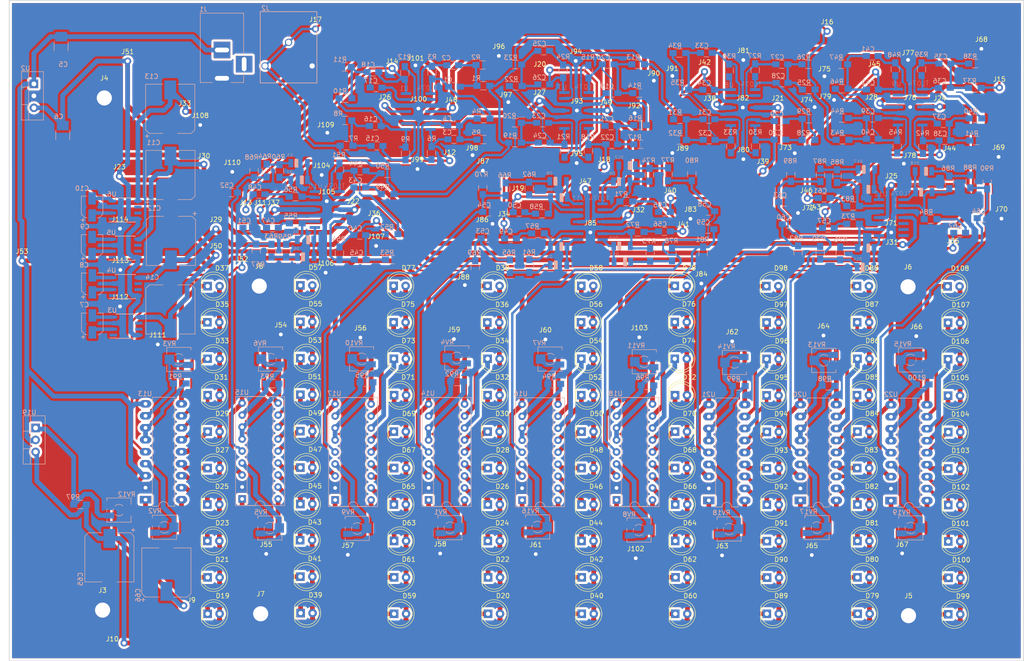
<source format=kicad_pcb>
(kicad_pcb (version 4) (host pcbnew 4.0.7)
  (layers (0 F.Cu mixed) (1 In1.Cu mixed hide) (2 In2.Cu mixed hide) (31 B.Cu mixed) (34 B.Paste user) (35 F.Paste user) (36 B.SilkS user) (37 F.SilkS user) (38 B.Mask user) (39 F.Mask user) (44 Edge.Cuts user))
  (net 0 "")
  (net 1 "Net-(C1-Pad1)")
  (net 2 "Net-(C1-Pad2)")
  (net 3 "Net-(C2-Pad1)")
  (net 4 /10Hz-100nF/Audio10Hz)
  (net 5 "Net-(C3-Pad2)")
  (net 6 "Net-(C4-Pad1)")
  (net 7 +12V)
  (net 8 GND)
  (net 9 /+8V)
  (net 10 "Net-(C7-Pad1)")
  (net 11 "Net-(C7-Pad2)")
  (net 12 "Net-(C8-Pad1)")
  (net 13 "Net-(C8-Pad2)")
  (net 14 "Net-(C9-Pad1)")
  (net 15 "Net-(C9-Pad2)")
  (net 16 "Net-(C10-Pad1)")
  (net 17 "Net-(C10-Pad2)")
  (net 18 /-8V_2)
  (net 19 /-8V_1)
  (net 20 /-8V_3)
  (net 21 /-8V)
  (net 22 "Net-(C15-Pad1)")
  (net 23 "Net-(C15-Pad2)")
  (net 24 "Net-(C16-Pad1)")
  (net 25 "Net-(C17-Pad1)")
  (net 26 "Net-(C17-Pad2)")
  (net 27 "/50Hz - 220 nF/Audio50Hz")
  (net 28 "Net-(C19-Pad1)")
  (net 29 "Net-(C19-Pad2)")
  (net 30 "Net-(C20-Pad1)")
  (net 31 "Net-(C21-Pad1)")
  (net 32 "Net-(C21-Pad2)")
  (net 33 "/200Hz - 47nF/Audio200Hz")
  (net 34 "Net-(C23-Pad1)")
  (net 35 "Net-(C23-Pad2)")
  (net 36 "Net-(C24-Pad1)")
  (net 37 "Net-(C25-Pad1)")
  (net 38 "Net-(C25-Pad2)")
  (net 39 "/500Hz - 22 nF/Audio500Hz")
  (net 40 "Net-(C27-Pad1)")
  (net 41 "Net-(C27-Pad2)")
  (net 42 "Net-(C28-Pad1)")
  (net 43 "Net-(C29-Pad1)")
  (net 44 "Net-(C29-Pad2)")
  (net 45 "/1kHz -10 nF/Audio1kHz")
  (net 46 "Net-(C31-Pad1)")
  (net 47 "Net-(C31-Pad2)")
  (net 48 "Net-(C32-Pad1)")
  (net 49 "Net-(C33-Pad1)")
  (net 50 "Net-(C33-Pad2)")
  (net 51 "/2.5 kHz- 4.7 nF/Audio2.5kHz")
  (net 52 "Net-(C35-Pad1)")
  (net 53 "Net-(C35-Pad2)")
  (net 54 "Net-(C36-Pad1)")
  (net 55 "Net-(C37-Pad1)")
  (net 56 "Net-(C37-Pad2)")
  (net 57 "/4.5kHz - 2.2 nF/Audio4.5kHz")
  (net 58 "Net-(C39-Pad1)")
  (net 59 "Net-(C39-Pad2)")
  (net 60 "Net-(C40-Pad1)")
  (net 61 "Net-(C41-Pad1)")
  (net 62 "Net-(C41-Pad2)")
  (net 63 "/10 kHz - 1 nF/Audio10kHz")
  (net 64 "Net-(C43-Pad1)")
  (net 65 "Net-(C43-Pad2)")
  (net 66 "Net-(C44-Pad1)")
  (net 67 "Net-(C45-Pad1)")
  (net 68 "Net-(C45-Pad2)")
  (net 69 "Net-(C47-Pad1)")
  (net 70 "Net-(C48-Pad1)")
  (net 71 "Net-(C49-Pad1)")
  (net 72 "Net-(C50-Pad1)")
  (net 73 /10)
  (net 74 /50)
  (net 75 /200)
  (net 76 /500)
  (net 77 "Net-(C55-Pad1)")
  (net 78 "Net-(C56-Pad1)")
  (net 79 "Net-(C57-Pad1)")
  (net 80 /1k)
  (net 81 /4.5k)
  (net 82 /2.5k)
  (net 83 "Net-(C61-Pad1)")
  (net 84 "Net-(C62-Pad1)")
  (net 85 /25k)
  (net 86 /10k)
  (net 87 /All_Indicators/Turpinajums/LED_Supply)
  (net 88 "Net-(D1-PadC)")
  (net 89 "Net-(D1-PadA)")
  (net 90 "Net-(D2-PadC)")
  (net 91 "Net-(D2-PadA)")
  (net 92 "Net-(D3-PadC)")
  (net 93 "Net-(D4-PadC)")
  (net 94 "Net-(D4-PadA)")
  (net 95 "Net-(D5-PadC)")
  (net 96 "Net-(D6-PadC)")
  (net 97 "Net-(D7-PadC)")
  (net 98 "Net-(D8-PadC)")
  (net 99 "Net-(D12-PadA)")
  (net 100 "Net-(D9-PadA)")
  (net 101 "Net-(D10-PadC)")
  (net 102 "Net-(D10-PadA)")
  (net 103 "Net-(D11-PadC)")
  (net 104 "Net-(D11-PadA)")
  (net 105 "Net-(D12-PadC)")
  (net 106 "Net-(D13-PadC)")
  (net 107 "Net-(D14-PadC)")
  (net 108 "Net-(D15-PadC)")
  (net 109 "Net-(D15-PadA)")
  (net 110 "Net-(D16-PadC)")
  (net 111 "Net-(D16-PadA)")
  (net 112 "Net-(D17-PadC)")
  (net 113 "Net-(D18-PadC)")
  (net 114 "Net-(D19-Pad1)")
  (net 115 "Net-(D20-Pad1)")
  (net 116 "Net-(D21-Pad1)")
  (net 117 "Net-(D22-Pad1)")
  (net 118 "Net-(D23-Pad1)")
  (net 119 "Net-(D24-Pad1)")
  (net 120 "Net-(D25-Pad1)")
  (net 121 "Net-(D26-Pad1)")
  (net 122 "Net-(D27-Pad1)")
  (net 123 "Net-(D28-Pad1)")
  (net 124 "Net-(D29-Pad1)")
  (net 125 "Net-(D30-Pad1)")
  (net 126 "Net-(D31-Pad1)")
  (net 127 "Net-(D32-Pad1)")
  (net 128 "Net-(D33-Pad1)")
  (net 129 "Net-(D34-Pad1)")
  (net 130 "Net-(D35-Pad1)")
  (net 131 "Net-(D36-Pad1)")
  (net 132 "Net-(D37-Pad1)")
  (net 133 "Net-(D38-Pad1)")
  (net 134 "Net-(D39-Pad1)")
  (net 135 "Net-(D40-Pad1)")
  (net 136 "Net-(D41-Pad1)")
  (net 137 "Net-(D42-Pad1)")
  (net 138 "Net-(D43-Pad1)")
  (net 139 "Net-(D44-Pad1)")
  (net 140 "Net-(D45-Pad1)")
  (net 141 "Net-(D46-Pad1)")
  (net 142 "Net-(D47-Pad1)")
  (net 143 "Net-(D48-Pad1)")
  (net 144 "Net-(D49-Pad1)")
  (net 145 "Net-(D50-Pad1)")
  (net 146 "Net-(D51-Pad1)")
  (net 147 "Net-(D52-Pad1)")
  (net 148 "Net-(D53-Pad1)")
  (net 149 "Net-(D54-Pad1)")
  (net 150 "Net-(D55-Pad1)")
  (net 151 "Net-(D56-Pad1)")
  (net 152 "Net-(D57-Pad1)")
  (net 153 "Net-(D58-Pad1)")
  (net 154 "Net-(D59-Pad1)")
  (net 155 "Net-(D60-Pad1)")
  (net 156 "Net-(D61-Pad1)")
  (net 157 "Net-(D62-Pad1)")
  (net 158 "Net-(D63-Pad1)")
  (net 159 "Net-(D64-Pad1)")
  (net 160 "Net-(D65-Pad1)")
  (net 161 "Net-(D66-Pad1)")
  (net 162 "Net-(D67-Pad1)")
  (net 163 "Net-(D68-Pad1)")
  (net 164 "Net-(D69-Pad1)")
  (net 165 "Net-(D70-Pad1)")
  (net 166 "Net-(D71-Pad1)")
  (net 167 "Net-(D72-Pad1)")
  (net 168 "Net-(D73-Pad1)")
  (net 169 "Net-(D74-Pad1)")
  (net 170 "Net-(D75-Pad1)")
  (net 171 "Net-(D76-Pad1)")
  (net 172 "Net-(D77-Pad1)")
  (net 173 "Net-(D78-Pad1)")
  (net 174 "Net-(D79-Pad1)")
  (net 175 "Net-(D80-Pad1)")
  (net 176 "Net-(D81-Pad1)")
  (net 177 "Net-(D82-Pad1)")
  (net 178 "Net-(D83-Pad1)")
  (net 179 "Net-(D84-Pad1)")
  (net 180 "Net-(D85-Pad1)")
  (net 181 "Net-(D86-Pad1)")
  (net 182 "Net-(D87-Pad1)")
  (net 183 "Net-(D88-Pad1)")
  (net 184 "Net-(D89-Pad1)")
  (net 185 "Net-(D90-Pad1)")
  (net 186 "Net-(D91-Pad1)")
  (net 187 "Net-(D92-Pad1)")
  (net 188 "Net-(D93-Pad1)")
  (net 189 "Net-(D94-Pad1)")
  (net 190 "Net-(D95-Pad1)")
  (net 191 "Net-(D96-Pad1)")
  (net 192 "Net-(D97-Pad1)")
  (net 193 "Net-(D98-Pad1)")
  (net 194 "Net-(D99-Pad1)")
  (net 195 "Net-(D100-Pad1)")
  (net 196 "Net-(D101-Pad1)")
  (net 197 "Net-(D102-Pad1)")
  (net 198 "Net-(D103-Pad1)")
  (net 199 "Net-(D104-Pad1)")
  (net 200 "Net-(D105-Pad1)")
  (net 201 "Net-(D106-Pad1)")
  (net 202 "Net-(D107-Pad1)")
  (net 203 "Net-(D108-Pad1)")
  (net 204 /Audio)
  (net 205 "Net-(R91-Pad1)")
  (net 206 "Net-(R91-Pad2)")
  (net 207 "Net-(R92-Pad1)")
  (net 208 "Net-(R92-Pad2)")
  (net 209 "Net-(R93-Pad1)")
  (net 210 "Net-(R93-Pad2)")
  (net 211 "Net-(R94-Pad1)")
  (net 212 "Net-(R94-Pad2)")
  (net 213 "Net-(R95-Pad1)")
  (net 214 "Net-(R95-Pad2)")
  (net 215 "Net-(R96-Pad1)")
  (net 216 "Net-(R96-Pad2)")
  (net 217 "Net-(R97-Pad1)")
  (net 218 "Net-(R98-Pad1)")
  (net 219 "Net-(R98-Pad2)")
  (net 220 "Net-(R99-Pad1)")
  (net 221 "Net-(R99-Pad2)")
  (net 222 "Net-(R100-Pad1)")
  (net 223 "Net-(R100-Pad2)")
  (net 224 "Net-(RV1-Pad2)")
  (net 225 "Net-(RV2-Pad2)")
  (net 226 "Net-(RV5-Pad2)")
  (net 227 "Net-(RV8-Pad2)")
  (net 228 "Net-(RV9-Pad2)")
  (net 229 "Net-(RV16-Pad2)")
  (net 230 "Net-(RV17-Pad2)")
  (net 231 "Net-(RV18-Pad2)")
  (net 232 "Net-(RV19-Pad2)")
  (net 233 "Net-(U3-Pad1)")
  (net 234 "Net-(U3-Pad6)")
  (net 235 "Net-(U3-Pad7)")
  (net 236 "Net-(U4-Pad1)")
  (net 237 "Net-(U4-Pad6)")
  (net 238 "Net-(U4-Pad7)")
  (net 239 "Net-(U5-Pad1)")
  (net 240 "Net-(U5-Pad6)")
  (net 241 "Net-(U5-Pad7)")
  (net 242 "Net-(U6-Pad1)")
  (net 243 "Net-(U6-Pad6)")
  (net 244 "Net-(U6-Pad7)")
  (net 245 "/25 kHz - 470 pF/Audio25kHz")
  (net 246 "Net-(D6-PadA)")
  (module Housings_DIP:DIP-18_W7.62mm_LongPads (layer B.Cu) (at 267.6346 165.9784)
    (fp_text reference U20 (at -0.1016 -22.4536) (layer B.SilkS) (effects (justify mirror)))
    (fp_text value LM3915)
    (pad 1 thru_hole rect (at 0 0) (size 2.4 1.6) (drill 0.8) (layers *.Cu *.Mask) (net 174 "Net-(D79-Pad1)"))
    (pad 10 thru_hole oval (at 7.62 -20.32) (size 2.4 1.6) (drill 0.8) (layers *.Cu *.Mask) (net 183 "Net-(D88-Pad1)"))
    (pad 2 thru_hole oval (at 0 -2.54) (size 2.4 1.6) (drill 0.8) (layers *.Cu *.Mask) (net 8 GND))
    (pad 11 thru_hole oval (at 7.62 -17.78) (size 2.4 1.6) (drill 0.8) (layers *.Cu *.Mask) (net 182 "Net-(D87-Pad1)"))
    (pad 3 thru_hole oval (at 0 -5.08) (size 2.4 1.6) (drill 0.8) (layers *.Cu *.Mask) (net 7 +12V))
    (pad 12 thru_hole oval (at 7.62 -15.24) (size 2.4 1.6) (drill 0.8) (layers *.Cu *.Mask) (net 181 "Net-(D86-Pad1)"))
    (pad 4 thru_hole oval (at 0 -7.62) (size 2.4 1.6) (drill 0.8) (layers *.Cu *.Mask) (net 230 "Net-(RV17-Pad2)"))
    (pad 13 thru_hole oval (at 7.62 -12.7) (size 2.4 1.6) (drill 0.8) (layers *.Cu *.Mask) (net 180 "Net-(D85-Pad1)"))
    (pad 5 thru_hole oval (at 0 -10.16) (size 2.4 1.6) (drill 0.8) (layers *.Cu *.Mask) (net 86 /10k))
    (pad 14 thru_hole oval (at 7.62 -10.16) (size 2.4 1.6) (drill 0.8) (layers *.Cu *.Mask) (net 179 "Net-(D84-Pad1)"))
    (pad 6 thru_hole oval (at 0 -12.7) (size 2.4 1.6) (drill 0.8) (layers *.Cu *.Mask) (net 218 "Net-(R98-Pad1)"))
    (pad 15 thru_hole oval (at 7.62 -7.62) (size 2.4 1.6) (drill 0.8) (layers *.Cu *.Mask) (net 178 "Net-(D83-Pad1)"))
    (pad 7 thru_hole oval (at 0 -15.24) (size 2.4 1.6) (drill 0.8) (layers *.Cu *.Mask) (net 218 "Net-(R98-Pad1)"))
    (pad 16 thru_hole oval (at 7.62 -5.08) (size 2.4 1.6) (drill 0.8) (layers *.Cu *.Mask) (net 177 "Net-(D82-Pad1)"))
    (pad 8 thru_hole oval (at 0 -17.78) (size 2.4 1.6) (drill 0.8) (layers *.Cu *.Mask) (net 219 "Net-(R98-Pad2)"))
    (pad 17 thru_hole oval (at 7.62 -2.54) (size 2.4 1.6) (drill 0.8) (layers *.Cu *.Mask) (net 176 "Net-(D81-Pad1)"))
    (pad 9 thru_hole oval (at 0 -20.32) (size 2.4 1.6) (drill 0.8) (layers *.Cu *.Mask) (net 7 +12V))
    (pad 18 thru_hole oval (at 7.62 0) (size 2.4 1.6) (drill 0.8) (layers *.Cu *.Mask) (net 175 "Net-(D80-Pad1)"))
  )
  (module LEDs:LED_D5.0mm (layer F.Cu) (at 298.9782 174.6652)
    (fp_text reference D101 (at 2.5908 -3.81) (layer F.SilkS))
    (fp_text value LED)
    (pad 1 thru_hole rect (at 0 0) (size 1.8 1.8) (drill 0.9) (layers *.Cu *.Mask) (net 196 "Net-(D101-Pad1)"))
    (pad 2 thru_hole circle (at 2.54 0) (size 1.8 1.8) (drill 0.9) (layers *.Cu *.Mask) (net 87 /All_Indicators/Turpinajums/LED_Supply))
  )
  (module Housings_DIP:DIP-18_W7.62mm_LongPads (layer B.Cu) (at 286.837 166.0292)
    (fp_text reference U22 (at 0 -22.5044) (layer B.SilkS) (effects (justify mirror)))
    (fp_text value LM3915)
    (pad 1 thru_hole rect (at 0 0) (size 2.4 1.6) (drill 0.8) (layers *.Cu *.Mask) (net 194 "Net-(D99-Pad1)"))
    (pad 10 thru_hole oval (at 7.62 -20.32) (size 2.4 1.6) (drill 0.8) (layers *.Cu *.Mask) (net 203 "Net-(D108-Pad1)"))
    (pad 2 thru_hole oval (at 0 -2.54) (size 2.4 1.6) (drill 0.8) (layers *.Cu *.Mask) (net 8 GND))
    (pad 11 thru_hole oval (at 7.62 -17.78) (size 2.4 1.6) (drill 0.8) (layers *.Cu *.Mask) (net 202 "Net-(D107-Pad1)"))
    (pad 3 thru_hole oval (at 0 -5.08) (size 2.4 1.6) (drill 0.8) (layers *.Cu *.Mask) (net 7 +12V))
    (pad 12 thru_hole oval (at 7.62 -15.24) (size 2.4 1.6) (drill 0.8) (layers *.Cu *.Mask) (net 201 "Net-(D106-Pad1)"))
    (pad 4 thru_hole oval (at 0 -7.62) (size 2.4 1.6) (drill 0.8) (layers *.Cu *.Mask) (net 232 "Net-(RV19-Pad2)"))
    (pad 13 thru_hole oval (at 7.62 -12.7) (size 2.4 1.6) (drill 0.8) (layers *.Cu *.Mask) (net 200 "Net-(D105-Pad1)"))
    (pad 5 thru_hole oval (at 0 -10.16) (size 2.4 1.6) (drill 0.8) (layers *.Cu *.Mask) (net 85 /25k))
    (pad 14 thru_hole oval (at 7.62 -10.16) (size 2.4 1.6) (drill 0.8) (layers *.Cu *.Mask) (net 199 "Net-(D104-Pad1)"))
    (pad 6 thru_hole oval (at 0 -12.7) (size 2.4 1.6) (drill 0.8) (layers *.Cu *.Mask) (net 222 "Net-(R100-Pad1)"))
    (pad 15 thru_hole oval (at 7.62 -7.62) (size 2.4 1.6) (drill 0.8) (layers *.Cu *.Mask) (net 198 "Net-(D103-Pad1)"))
    (pad 7 thru_hole oval (at 0 -15.24) (size 2.4 1.6) (drill 0.8) (layers *.Cu *.Mask) (net 222 "Net-(R100-Pad1)"))
    (pad 16 thru_hole oval (at 7.62 -5.08) (size 2.4 1.6) (drill 0.8) (layers *.Cu *.Mask) (net 197 "Net-(D102-Pad1)"))
    (pad 8 thru_hole oval (at 0 -17.78) (size 2.4 1.6) (drill 0.8) (layers *.Cu *.Mask) (net 223 "Net-(R100-Pad2)"))
    (pad 17 thru_hole oval (at 7.62 -2.54) (size 2.4 1.6) (drill 0.8) (layers *.Cu *.Mask) (net 196 "Net-(D101-Pad1)"))
    (pad 9 thru_hole oval (at 0 -20.32) (size 2.4 1.6) (drill 0.8) (layers *.Cu *.Mask) (net 7 +12V))
    (pad 18 thru_hole oval (at 7.62 0) (size 2.4 1.6) (drill 0.8) (layers *.Cu *.Mask) (net 195 "Net-(D100-Pad1)"))
  )
  (module TL074:SO14 (layer B.Cu) (at 186.65 83.56 270)
    (fp_text reference U1 (at -4.9276 2.9972 540) (layer B.SilkS) (effects (font (size 1.00397 1.00397) (thickness 0.05)) (justify mirror)))
    (fp_text value TL074 (at -4.9784 -1.8796 540) (layer B.SilkS) (effects (font (size 1.00403 1.00403) (thickness 0.05)) (justify mirror)))
    (pad 2 smd rect (at -2.54 -2.6 270) (size 0.6 2.2) (layers B.Cu B.Paste B.Mask) (net 3 "Net-(C2-Pad1)"))
    (pad 13 smd rect (at -2.54 2.6 270) (size 0.6 2.2) (layers B.Cu B.Paste B.Mask) (net 25 "Net-(C17-Pad1)"))
    (pad 1 smd rect (at -3.81 -2.6 270) (size 0.6 2.2) (layers B.Cu B.Paste B.Mask) (net 1 "Net-(C1-Pad1)"))
    (pad 3 smd rect (at -1.27 -2.6 270) (size 0.6 2.2) (layers B.Cu B.Paste B.Mask) (net 8 GND))
    (pad 4 smd rect (at 0 -2.6 270) (size 0.6 2.2) (layers B.Cu B.Paste B.Mask) (net 9 /+8V))
    (pad 14 smd rect (at -3.81 2.6 270) (size 0.6 2.2) (layers B.Cu B.Paste B.Mask) (net 27 "/50Hz - 220 nF/Audio50Hz"))
    (pad 12 smd rect (at -1.27 2.6 270) (size 0.6 2.2) (layers B.Cu B.Paste B.Mask) (net 8 GND))
    (pad 11 smd rect (at 0 2.6 270) (size 0.6 2.2) (layers B.Cu B.Paste B.Mask) (net 21 /-8V))
    (pad 6 smd rect (at 2.54 -2.6 270) (size 0.6 2.2) (layers B.Cu B.Paste B.Mask) (net 6 "Net-(C4-Pad1)"))
    (pad 9 smd rect (at 2.54 2.6 270) (size 0.6 2.2) (layers B.Cu B.Paste B.Mask) (net 22 "Net-(C15-Pad1)"))
    (pad 5 smd rect (at 1.27 -2.6 270) (size 0.6 2.2) (layers B.Cu B.Paste B.Mask) (net 8 GND))
    (pad 7 smd rect (at 3.81 -2.6 270) (size 0.6 2.2) (layers B.Cu B.Paste B.Mask) (net 4 /10Hz-100nF/Audio10Hz))
    (pad 10 smd rect (at 1.27 2.6 270) (size 0.6 2.2) (layers B.Cu B.Paste B.Mask) (net 8 GND))
    (pad 8 smd rect (at 3.81 2.6 270) (size 0.6 2.2) (layers B.Cu B.Paste B.Mask) (net 24 "Net-(C16-Pad1)"))
  )
  (module 1N4148:DIOMELF3515N (layer B.Cu) (at 281.625 95.825)
    (fp_text reference D17 (at -1.725 -1.675) (layer B.SilkS) (effects (font (size 0.641358 0.641358) (thickness 0.05)) (justify mirror)))
    (fp_text value 1N4148 hide)
    (pad A smd rect (at 1.75 0 180) (size 1 1.75) (layers B.Cu B.Paste B.Mask) (net 108 "Net-(D15-PadC)"))
    (pad C smd rect (at -1.75 0 180) (size 1 1.75) (layers B.Cu B.Paste B.Mask) (net 112 "Net-(D17-PadC)"))
  )
  (module Resistors_SMD:R_0805_HandSoldering (layer B.Cu) (at 304.75 85)
    (fp_text reference R40 (at -1.025 -1.5) (layer B.SilkS) (effects (justify mirror)))
    (fp_text value 6.8k)
    (pad 1 smd rect (at -1.35 0) (size 1.5 1.3) (layers B.Cu B.Paste B.Mask) (net 56 "Net-(C37-Pad2)"))
    (pad 2 smd rect (at 1.35 0) (size 1.5 1.3) (layers B.Cu B.Paste B.Mask) (net 54 "Net-(C36-Pad1)"))
  )
  (module Mounting_Holes:MountingHole_3.2mm_M3_Pad (layer F.Cu) (at 290.55 190.4)
    (fp_text reference J5 (at 0 -4.2) (layer F.SilkS))
    (fp_text value Conn_01x01)
    (pad 1 thru_hole circle (at 0 0) (size 6.4 6.4) (drill 3.2) (layers *.Cu *.Mask) (net 8 GND))
  )
  (module Housings_DIP:DIP-18_W7.62mm_LongPads (layer B.Cu) (at 248.229 165.9784)
    (fp_text reference U21 (at -0.0508 -22.4536) (layer B.SilkS) (effects (justify mirror)))
    (fp_text value LM3915)
    (pad 1 thru_hole rect (at 0 0) (size 2.4 1.6) (drill 0.8) (layers *.Cu *.Mask) (net 184 "Net-(D89-Pad1)"))
    (pad 10 thru_hole oval (at 7.62 -20.32) (size 2.4 1.6) (drill 0.8) (layers *.Cu *.Mask) (net 193 "Net-(D98-Pad1)"))
    (pad 2 thru_hole oval (at 0 -2.54) (size 2.4 1.6) (drill 0.8) (layers *.Cu *.Mask) (net 8 GND))
    (pad 11 thru_hole oval (at 7.62 -17.78) (size 2.4 1.6) (drill 0.8) (layers *.Cu *.Mask) (net 192 "Net-(D97-Pad1)"))
    (pad 3 thru_hole oval (at 0 -5.08) (size 2.4 1.6) (drill 0.8) (layers *.Cu *.Mask) (net 7 +12V))
    (pad 12 thru_hole oval (at 7.62 -15.24) (size 2.4 1.6) (drill 0.8) (layers *.Cu *.Mask) (net 191 "Net-(D96-Pad1)"))
    (pad 4 thru_hole oval (at 0 -7.62) (size 2.4 1.6) (drill 0.8) (layers *.Cu *.Mask) (net 231 "Net-(RV18-Pad2)"))
    (pad 13 thru_hole oval (at 7.62 -12.7) (size 2.4 1.6) (drill 0.8) (layers *.Cu *.Mask) (net 190 "Net-(D95-Pad1)"))
    (pad 5 thru_hole oval (at 0 -10.16) (size 2.4 1.6) (drill 0.8) (layers *.Cu *.Mask) (net 81 /4.5k))
    (pad 14 thru_hole oval (at 7.62 -10.16) (size 2.4 1.6) (drill 0.8) (layers *.Cu *.Mask) (net 189 "Net-(D94-Pad1)"))
    (pad 6 thru_hole oval (at 0 -12.7) (size 2.4 1.6) (drill 0.8) (layers *.Cu *.Mask) (net 220 "Net-(R99-Pad1)"))
    (pad 15 thru_hole oval (at 7.62 -7.62) (size 2.4 1.6) (drill 0.8) (layers *.Cu *.Mask) (net 188 "Net-(D93-Pad1)"))
    (pad 7 thru_hole oval (at 0 -15.24) (size 2.4 1.6) (drill 0.8) (layers *.Cu *.Mask) (net 220 "Net-(R99-Pad1)"))
    (pad 16 thru_hole oval (at 7.62 -5.08) (size 2.4 1.6) (drill 0.8) (layers *.Cu *.Mask) (net 187 "Net-(D92-Pad1)"))
    (pad 8 thru_hole oval (at 0 -17.78) (size 2.4 1.6) (drill 0.8) (layers *.Cu *.Mask) (net 221 "Net-(R99-Pad2)"))
    (pad 17 thru_hole oval (at 7.62 -2.54) (size 2.4 1.6) (drill 0.8) (layers *.Cu *.Mask) (net 186 "Net-(D91-Pad1)"))
    (pad 9 thru_hole oval (at 0 -20.32) (size 2.4 1.6) (drill 0.8) (layers *.Cu *.Mask) (net 7 +12V))
    (pad 18 thru_hole oval (at 7.62 0) (size 2.4 1.6) (drill 0.8) (layers *.Cu *.Mask) (net 185 "Net-(D90-Pad1)"))
  )
  (module TO_SOT_Packages_THT:TO-220_Vertical (layer B.Cu) (at 105.55 150.62 270)
    (fp_text reference U19 (at -3.3 1.32 360) (layer B.SilkS) (effects (justify mirror)))
    (fp_text value LM317_TO3)
    (pad 1 thru_hole rect (at 0 0 270) (size 1.8 1.8) (drill 1) (layers *.Cu *.Mask) (net 217 "Net-(R97-Pad1)"))
    (pad 2 thru_hole oval (at 2.54 0 270) (size 1.8 1.8) (drill 1) (layers *.Cu *.Mask) (net 7 +12V))
    (pad 3 thru_hole oval (at 5.08 0 270) (size 1.8 1.8) (drill 1) (layers *.Cu *.Mask) (net 87 /All_Indicators/Turpinajums/LED_Supply))
  )
  (module LIBRARIIES:DIP-18_W7.62mm_Socket (layer B.Cu) (at 228.671 165.8768)
    (fp_text reference U18 (at -0.2032 -22.5552) (layer B.SilkS) (effects (justify mirror)))
    (fp_text value LM3915)
    (pad 1 thru_hole rect (at 0 0) (size 1.6 1.6) (drill 0.8) (layers *.Cu *.Mask) (net 155 "Net-(D60-Pad1)"))
    (pad 10 thru_hole oval (at 7.62 -20.32) (size 1.6 1.6) (drill 0.8) (layers *.Cu *.Mask) (net 173 "Net-(D78-Pad1)"))
    (pad 2 thru_hole oval (at 0 -2.54) (size 1.6 1.6) (drill 0.8) (layers *.Cu *.Mask) (net 8 GND))
    (pad 11 thru_hole oval (at 7.62 -17.78) (size 1.6 1.6) (drill 0.8) (layers *.Cu *.Mask) (net 171 "Net-(D76-Pad1)"))
    (pad 3 thru_hole oval (at 0 -5.08) (size 1.6 1.6) (drill 0.8) (layers *.Cu *.Mask) (net 7 +12V))
    (pad 12 thru_hole oval (at 7.62 -15.24) (size 1.6 1.6) (drill 0.8) (layers *.Cu *.Mask) (net 169 "Net-(D74-Pad1)"))
    (pad 4 thru_hole oval (at 0 -7.62) (size 1.6 1.6) (drill 0.8) (layers *.Cu *.Mask) (net 227 "Net-(RV8-Pad2)"))
    (pad 13 thru_hole oval (at 7.62 -12.7) (size 1.6 1.6) (drill 0.8) (layers *.Cu *.Mask) (net 167 "Net-(D72-Pad1)"))
    (pad 5 thru_hole oval (at 0 -10.16) (size 1.6 1.6) (drill 0.8) (layers *.Cu *.Mask) (net 82 /2.5k))
    (pad 14 thru_hole oval (at 7.62 -10.16) (size 1.6 1.6) (drill 0.8) (layers *.Cu *.Mask) (net 165 "Net-(D70-Pad1)"))
    (pad 6 thru_hole oval (at 0 -12.7) (size 1.6 1.6) (drill 0.8) (layers *.Cu *.Mask) (net 215 "Net-(R96-Pad1)"))
    (pad 15 thru_hole oval (at 7.62 -7.62) (size 1.6 1.6) (drill 0.8) (layers *.Cu *.Mask) (net 163 "Net-(D68-Pad1)"))
    (pad 7 thru_hole oval (at 0 -15.24) (size 1.6 1.6) (drill 0.8) (layers *.Cu *.Mask) (net 215 "Net-(R96-Pad1)"))
    (pad 16 thru_hole oval (at 7.62 -5.08) (size 1.6 1.6) (drill 0.8) (layers *.Cu *.Mask) (net 161 "Net-(D66-Pad1)"))
    (pad 8 thru_hole oval (at 0 -17.78) (size 1.6 1.6) (drill 0.8) (layers *.Cu *.Mask) (net 216 "Net-(R96-Pad2)"))
    (pad 17 thru_hole oval (at 7.62 -2.54) (size 1.6 1.6) (drill 0.8) (layers *.Cu *.Mask) (net 159 "Net-(D64-Pad1)"))
    (pad 9 thru_hole oval (at 0 -20.32) (size 1.6 1.6) (drill 0.8) (layers *.Cu *.Mask) (net 7 +12V))
    (pad 18 thru_hole oval (at 7.62 0) (size 1.6 1.6) (drill 0.8) (layers *.Cu *.Mask) (net 157 "Net-(D62-Pad1)"))
  )
  (module LIBRARIIES:DIP-18_W7.62mm_Socket (layer B.Cu) (at 169.0318 165.8768)
    (fp_text reference U17 (at -0.1524 -22.5552) (layer B.SilkS) (effects (justify mirror)))
    (fp_text value LM3915)
    (pad 1 thru_hole rect (at 0 0) (size 1.6 1.6) (drill 0.8) (layers *.Cu *.Mask) (net 154 "Net-(D59-Pad1)"))
    (pad 10 thru_hole oval (at 7.62 -20.32) (size 1.6 1.6) (drill 0.8) (layers *.Cu *.Mask) (net 172 "Net-(D77-Pad1)"))
    (pad 2 thru_hole oval (at 0 -2.54) (size 1.6 1.6) (drill 0.8) (layers *.Cu *.Mask) (net 8 GND))
    (pad 11 thru_hole oval (at 7.62 -17.78) (size 1.6 1.6) (drill 0.8) (layers *.Cu *.Mask) (net 170 "Net-(D75-Pad1)"))
    (pad 3 thru_hole oval (at 0 -5.08) (size 1.6 1.6) (drill 0.8) (layers *.Cu *.Mask) (net 7 +12V))
    (pad 12 thru_hole oval (at 7.62 -15.24) (size 1.6 1.6) (drill 0.8) (layers *.Cu *.Mask) (net 168 "Net-(D73-Pad1)"))
    (pad 4 thru_hole oval (at 0 -7.62) (size 1.6 1.6) (drill 0.8) (layers *.Cu *.Mask) (net 228 "Net-(RV9-Pad2)"))
    (pad 13 thru_hole oval (at 7.62 -12.7) (size 1.6 1.6) (drill 0.8) (layers *.Cu *.Mask) (net 166 "Net-(D71-Pad1)"))
    (pad 5 thru_hole oval (at 0 -10.16) (size 1.6 1.6) (drill 0.8) (layers *.Cu *.Mask) (net 75 /200))
    (pad 14 thru_hole oval (at 7.62 -10.16) (size 1.6 1.6) (drill 0.8) (layers *.Cu *.Mask) (net 164 "Net-(D69-Pad1)"))
    (pad 6 thru_hole oval (at 0 -12.7) (size 1.6 1.6) (drill 0.8) (layers *.Cu *.Mask) (net 213 "Net-(R95-Pad1)"))
    (pad 15 thru_hole oval (at 7.62 -7.62) (size 1.6 1.6) (drill 0.8) (layers *.Cu *.Mask) (net 162 "Net-(D67-Pad1)"))
    (pad 7 thru_hole oval (at 0 -15.24) (size 1.6 1.6) (drill 0.8) (layers *.Cu *.Mask) (net 213 "Net-(R95-Pad1)"))
    (pad 16 thru_hole oval (at 7.62 -5.08) (size 1.6 1.6) (drill 0.8) (layers *.Cu *.Mask) (net 160 "Net-(D65-Pad1)"))
    (pad 8 thru_hole oval (at 0 -17.78) (size 1.6 1.6) (drill 0.8) (layers *.Cu *.Mask) (net 214 "Net-(R95-Pad2)"))
    (pad 17 thru_hole oval (at 7.62 -2.54) (size 1.6 1.6) (drill 0.8) (layers *.Cu *.Mask) (net 158 "Net-(D63-Pad1)"))
    (pad 9 thru_hole oval (at 0 -20.32) (size 1.6 1.6) (drill 0.8) (layers *.Cu *.Mask) (net 7 +12V))
    (pad 18 thru_hole oval (at 7.62 0) (size 1.6 1.6) (drill 0.8) (layers *.Cu *.Mask) (net 156 "Net-(D61-Pad1)"))
  )
  (module LIBRARIIES:DIP-18_W7.62mm_Socket (layer B.Cu) (at 208.6558 165.9276)
    (fp_text reference U16 (at -0.3048 -22.5552) (layer B.SilkS) (effects (justify mirror)))
    (fp_text value LM3915)
    (pad 1 thru_hole rect (at 0 0) (size 1.6 1.6) (drill 0.8) (layers *.Cu *.Mask) (net 135 "Net-(D40-Pad1)"))
    (pad 10 thru_hole oval (at 7.62 -20.32) (size 1.6 1.6) (drill 0.8) (layers *.Cu *.Mask) (net 153 "Net-(D58-Pad1)"))
    (pad 2 thru_hole oval (at 0 -2.54) (size 1.6 1.6) (drill 0.8) (layers *.Cu *.Mask) (net 8 GND))
    (pad 11 thru_hole oval (at 7.62 -17.78) (size 1.6 1.6) (drill 0.8) (layers *.Cu *.Mask) (net 151 "Net-(D56-Pad1)"))
    (pad 3 thru_hole oval (at 0 -5.08) (size 1.6 1.6) (drill 0.8) (layers *.Cu *.Mask) (net 7 +12V))
    (pad 12 thru_hole oval (at 7.62 -15.24) (size 1.6 1.6) (drill 0.8) (layers *.Cu *.Mask) (net 149 "Net-(D54-Pad1)"))
    (pad 4 thru_hole oval (at 0 -7.62) (size 1.6 1.6) (drill 0.8) (layers *.Cu *.Mask) (net 229 "Net-(RV16-Pad2)"))
    (pad 13 thru_hole oval (at 7.62 -12.7) (size 1.6 1.6) (drill 0.8) (layers *.Cu *.Mask) (net 147 "Net-(D52-Pad1)"))
    (pad 5 thru_hole oval (at 0 -10.16) (size 1.6 1.6) (drill 0.8) (layers *.Cu *.Mask) (net 80 /1k))
    (pad 14 thru_hole oval (at 7.62 -10.16) (size 1.6 1.6) (drill 0.8) (layers *.Cu *.Mask) (net 145 "Net-(D50-Pad1)"))
    (pad 6 thru_hole oval (at 0 -12.7) (size 1.6 1.6) (drill 0.8) (layers *.Cu *.Mask) (net 211 "Net-(R94-Pad1)"))
    (pad 15 thru_hole oval (at 7.62 -7.62) (size 1.6 1.6) (drill 0.8) (layers *.Cu *.Mask) (net 143 "Net-(D48-Pad1)"))
    (pad 7 thru_hole oval (at 0 -15.24) (size 1.6 1.6) (drill 0.8) (layers *.Cu *.Mask) (net 211 "Net-(R94-Pad1)"))
    (pad 16 thru_hole oval (at 7.62 -5.08) (size 1.6 1.6) (drill 0.8) (layers *.Cu *.Mask) (net 141 "Net-(D46-Pad1)"))
    (pad 8 thru_hole oval (at 0 -17.78) (size 1.6 1.6) (drill 0.8) (layers *.Cu *.Mask) (net 212 "Net-(R94-Pad2)"))
    (pad 17 thru_hole oval (at 7.62 -2.54) (size 1.6 1.6) (drill 0.8) (layers *.Cu *.Mask) (net 139 "Net-(D44-Pad1)"))
    (pad 9 thru_hole oval (at 0 -20.32) (size 1.6 1.6) (drill 0.8) (layers *.Cu *.Mask) (net 7 +12V))
    (pad 18 thru_hole oval (at 7.62 0) (size 1.6 1.6) (drill 0.8) (layers *.Cu *.Mask) (net 137 "Net-(D42-Pad1)"))
  )
  (module LIBRARIIES:DIP-18_W7.62mm_Socket (layer B.Cu) (at 149.3214 165.6736)
    (fp_text reference U15 (at -0.0508 -22.606) (layer B.SilkS) (effects (justify mirror)))
    (fp_text value LM3915)
    (pad 1 thru_hole rect (at 0 0) (size 1.6 1.6) (drill 0.8) (layers *.Cu *.Mask) (net 134 "Net-(D39-Pad1)"))
    (pad 10 thru_hole oval (at 7.62 -20.32) (size 1.6 1.6) (drill 0.8) (layers *.Cu *.Mask) (net 152 "Net-(D57-Pad1)"))
    (pad 2 thru_hole oval (at 0 -2.54) (size 1.6 1.6) (drill 0.8) (layers *.Cu *.Mask) (net 8 GND))
    (pad 11 thru_hole oval (at 7.62 -17.78) (size 1.6 1.6) (drill 0.8) (layers *.Cu *.Mask) (net 150 "Net-(D55-Pad1)"))
    (pad 3 thru_hole oval (at 0 -5.08) (size 1.6 1.6) (drill 0.8) (layers *.Cu *.Mask) (net 7 +12V))
    (pad 12 thru_hole oval (at 7.62 -15.24) (size 1.6 1.6) (drill 0.8) (layers *.Cu *.Mask) (net 148 "Net-(D53-Pad1)"))
    (pad 4 thru_hole oval (at 0 -7.62) (size 1.6 1.6) (drill 0.8) (layers *.Cu *.Mask) (net 226 "Net-(RV5-Pad2)"))
    (pad 13 thru_hole oval (at 7.62 -12.7) (size 1.6 1.6) (drill 0.8) (layers *.Cu *.Mask) (net 146 "Net-(D51-Pad1)"))
    (pad 5 thru_hole oval (at 0 -10.16) (size 1.6 1.6) (drill 0.8) (layers *.Cu *.Mask) (net 74 /50))
    (pad 14 thru_hole oval (at 7.62 -10.16) (size 1.6 1.6) (drill 0.8) (layers *.Cu *.Mask) (net 144 "Net-(D49-Pad1)"))
    (pad 6 thru_hole oval (at 0 -12.7) (size 1.6 1.6) (drill 0.8) (layers *.Cu *.Mask) (net 209 "Net-(R93-Pad1)"))
    (pad 15 thru_hole oval (at 7.62 -7.62) (size 1.6 1.6) (drill 0.8) (layers *.Cu *.Mask) (net 142 "Net-(D47-Pad1)"))
    (pad 7 thru_hole oval (at 0 -15.24) (size 1.6 1.6) (drill 0.8) (layers *.Cu *.Mask) (net 209 "Net-(R93-Pad1)"))
    (pad 16 thru_hole oval (at 7.62 -5.08) (size 1.6 1.6) (drill 0.8) (layers *.Cu *.Mask) (net 140 "Net-(D45-Pad1)"))
    (pad 8 thru_hole oval (at 0 -17.78) (size 1.6 1.6) (drill 0.8) (layers *.Cu *.Mask) (net 210 "Net-(R93-Pad2)"))
    (pad 17 thru_hole oval (at 7.62 -2.54) (size 1.6 1.6) (drill 0.8) (layers *.Cu *.Mask) (net 138 "Net-(D43-Pad1)"))
    (pad 9 thru_hole oval (at 0 -20.32) (size 1.6 1.6) (drill 0.8) (layers *.Cu *.Mask) (net 7 +12V))
    (pad 18 thru_hole oval (at 7.62 0) (size 1.6 1.6) (drill 0.8) (layers *.Cu *.Mask) (net 136 "Net-(D41-Pad1)"))
  )
  (module LIBRARIIES:DIP-18_W7.62mm_Socket (layer B.Cu) (at 188.8438 165.8768)
    (fp_text reference U14 (at -0.1524 -22.606) (layer B.SilkS) (effects (justify mirror)))
    (fp_text value LM3915)
    (pad 1 thru_hole rect (at 0 0) (size 1.6 1.6) (drill 0.8) (layers *.Cu *.Mask) (net 115 "Net-(D20-Pad1)"))
    (pad 10 thru_hole oval (at 7.62 -20.32) (size 1.6 1.6) (drill 0.8) (layers *.Cu *.Mask) (net 133 "Net-(D38-Pad1)"))
    (pad 2 thru_hole oval (at 0 -2.54) (size 1.6 1.6) (drill 0.8) (layers *.Cu *.Mask) (net 8 GND))
    (pad 11 thru_hole oval (at 7.62 -17.78) (size 1.6 1.6) (drill 0.8) (layers *.Cu *.Mask) (net 131 "Net-(D36-Pad1)"))
    (pad 3 thru_hole oval (at 0 -5.08) (size 1.6 1.6) (drill 0.8) (layers *.Cu *.Mask) (net 7 +12V))
    (pad 12 thru_hole oval (at 7.62 -15.24) (size 1.6 1.6) (drill 0.8) (layers *.Cu *.Mask) (net 129 "Net-(D34-Pad1)"))
    (pad 4 thru_hole oval (at 0 -7.62) (size 1.6 1.6) (drill 0.8) (layers *.Cu *.Mask) (net 224 "Net-(RV1-Pad2)"))
    (pad 13 thru_hole oval (at 7.62 -12.7) (size 1.6 1.6) (drill 0.8) (layers *.Cu *.Mask) (net 127 "Net-(D32-Pad1)"))
    (pad 5 thru_hole oval (at 0 -10.16) (size 1.6 1.6) (drill 0.8) (layers *.Cu *.Mask) (net 76 /500))
    (pad 14 thru_hole oval (at 7.62 -10.16) (size 1.6 1.6) (drill 0.8) (layers *.Cu *.Mask) (net 125 "Net-(D30-Pad1)"))
    (pad 6 thru_hole oval (at 0 -12.7) (size 1.6 1.6) (drill 0.8) (layers *.Cu *.Mask) (net 207 "Net-(R92-Pad1)"))
    (pad 15 thru_hole oval (at 7.62 -7.62) (size 1.6 1.6) (drill 0.8) (layers *.Cu *.Mask) (net 123 "Net-(D28-Pad1)"))
    (pad 7 thru_hole oval (at 0 -15.24) (size 1.6 1.6) (drill 0.8) (layers *.Cu *.Mask) (net 207 "Net-(R92-Pad1)"))
    (pad 16 thru_hole oval (at 7.62 -5.08) (size 1.6 1.6) (drill 0.8) (layers *.Cu *.Mask) (net 121 "Net-(D26-Pad1)"))
    (pad 8 thru_hole oval (at 0 -17.78) (size 1.6 1.6) (drill 0.8) (layers *.Cu *.Mask) (net 208 "Net-(R92-Pad2)"))
    (pad 17 thru_hole oval (at 7.62 -2.54) (size 1.6 1.6) (drill 0.8) (layers *.Cu *.Mask) (net 119 "Net-(D24-Pad1)"))
    (pad 9 thru_hole oval (at 0 -20.32) (size 1.6 1.6) (drill 0.8) (layers *.Cu *.Mask) (net 7 +12V))
    (pad 18 thru_hole oval (at 7.62 0) (size 1.6 1.6) (drill 0.8) (layers *.Cu *.Mask) (net 117 "Net-(D22-Pad1)"))
  )
  (module Housings_DIP:DIP-18_W7.62mm_LongPads (layer B.Cu) (at 128.849 165.826)
    (fp_text reference U13 (at -0.1016 -22.4536) (layer B.SilkS) (effects (justify mirror)))
    (fp_text value LM3915)
    (pad 1 thru_hole rect (at 0 0) (size 2.4 1.6) (drill 0.8) (layers *.Cu *.Mask) (net 114 "Net-(D19-Pad1)"))
    (pad 10 thru_hole oval (at 7.62 -20.32) (size 2.4 1.6) (drill 0.8) (layers *.Cu *.Mask) (net 132 "Net-(D37-Pad1)"))
    (pad 2 thru_hole oval (at 0 -2.54) (size 2.4 1.6) (drill 0.8) (layers *.Cu *.Mask) (net 8 GND))
    (pad 11 thru_hole oval (at 7.62 -17.78) (size 2.4 1.6) (drill 0.8) (layers *.Cu *.Mask) (net 130 "Net-(D35-Pad1)"))
    (pad 3 thru_hole oval (at 0 -5.08) (size 2.4 1.6) (drill 0.8) (layers *.Cu *.Mask) (net 7 +12V))
    (pad 12 thru_hole oval (at 7.62 -15.24) (size 2.4 1.6) (drill 0.8) (layers *.Cu *.Mask) (net 128 "Net-(D33-Pad1)"))
    (pad 4 thru_hole oval (at 0 -7.62) (size 2.4 1.6) (drill 0.8) (layers *.Cu *.Mask) (net 225 "Net-(RV2-Pad2)"))
    (pad 13 thru_hole oval (at 7.62 -12.7) (size 2.4 1.6) (drill 0.8) (layers *.Cu *.Mask) (net 126 "Net-(D31-Pad1)"))
    (pad 5 thru_hole oval (at 0 -10.16) (size 2.4 1.6) (drill 0.8) (layers *.Cu *.Mask) (net 73 /10))
    (pad 14 thru_hole oval (at 7.62 -10.16) (size 2.4 1.6) (drill 0.8) (layers *.Cu *.Mask) (net 124 "Net-(D29-Pad1)"))
    (pad 6 thru_hole oval (at 0 -12.7) (size 2.4 1.6) (drill 0.8) (layers *.Cu *.Mask) (net 205 "Net-(R91-Pad1)"))
    (pad 15 thru_hole oval (at 7.62 -7.62) (size 2.4 1.6) (drill 0.8) (layers *.Cu *.Mask) (net 122 "Net-(D27-Pad1)"))
    (pad 7 thru_hole oval (at 0 -15.24) (size 2.4 1.6) (drill 0.8) (layers *.Cu *.Mask) (net 205 "Net-(R91-Pad1)"))
    (pad 16 thru_hole oval (at 7.62 -5.08) (size 2.4 1.6) (drill 0.8) (layers *.Cu *.Mask) (net 120 "Net-(D25-Pad1)"))
    (pad 8 thru_hole oval (at 0 -17.78) (size 2.4 1.6) (drill 0.8) (layers *.Cu *.Mask) (net 206 "Net-(R91-Pad2)"))
    (pad 17 thru_hole oval (at 7.62 -2.54) (size 2.4 1.6) (drill 0.8) (layers *.Cu *.Mask) (net 118 "Net-(D23-Pad1)"))
    (pad 9 thru_hole oval (at 0 -20.32) (size 2.4 1.6) (drill 0.8) (layers *.Cu *.Mask) (net 7 +12V))
    (pad 18 thru_hole oval (at 7.62 0) (size 2.4 1.6) (drill 0.8) (layers *.Cu *.Mask) (net 116 "Net-(D21-Pad1)"))
  )
  (module TL074:SO14 (layer B.Cu) (at 286.881 106.035 90)
    (fp_text reference U12 (at 5 -2.22 360) (layer B.SilkS) (effects (font (size 1.00397 1.00397) (thickness 0.05)) (justify mirror)))
    (fp_text value TL074 (at 5.05 1.98 360) (layer B.SilkS) (effects (font (size 1.00403 1.00403) (thickness 0.05)) (justify mirror)))
    (pad 2 smd rect (at -2.54 -2.6 90) (size 0.6 2.2) (layers B.Cu B.Paste B.Mask) (net 104 "Net-(D11-PadA)"))
    (pad 13 smd rect (at -2.54 2.6 90) (size 0.6 2.2) (layers B.Cu B.Paste B.Mask))
    (pad 1 smd rect (at -3.81 -2.6 90) (size 0.6 2.2) (layers B.Cu B.Paste B.Mask) (net 103 "Net-(D11-PadC)"))
    (pad 3 smd rect (at -1.27 -2.6 90) (size 0.6 2.2) (layers B.Cu B.Paste B.Mask) (net 8 GND))
    (pad 4 smd rect (at 0 -2.6 90) (size 0.6 2.2) (layers B.Cu B.Paste B.Mask) (net 9 /+8V))
    (pad 14 smd rect (at -3.81 2.6 90) (size 0.6 2.2) (layers B.Cu B.Paste B.Mask))
    (pad 12 smd rect (at -1.27 2.6 90) (size 0.6 2.2) (layers B.Cu B.Paste B.Mask))
    (pad 11 smd rect (at 0 2.6 90) (size 0.6 2.2) (layers B.Cu B.Paste B.Mask) (net 18 /-8V_2))
    (pad 6 smd rect (at 2.54 -2.6 90) (size 0.6 2.2) (layers B.Cu B.Paste B.Mask) (net 109 "Net-(D15-PadA)"))
    (pad 9 smd rect (at 2.54 2.6 90) (size 0.6 2.2) (layers B.Cu B.Paste B.Mask) (net 111 "Net-(D16-PadA)"))
    (pad 5 smd rect (at 1.27 -2.6 90) (size 0.6 2.2) (layers B.Cu B.Paste B.Mask) (net 8 GND))
    (pad 7 smd rect (at 3.81 -2.6 90) (size 0.6 2.2) (layers B.Cu B.Paste B.Mask) (net 108 "Net-(D15-PadC)"))
    (pad 10 smd rect (at 1.27 2.6 90) (size 0.6 2.2) (layers B.Cu B.Paste B.Mask) (net 8 GND))
    (pad 8 smd rect (at 3.81 2.6 90) (size 0.6 2.2) (layers B.Cu B.Paste B.Mask) (net 110 "Net-(D16-PadC)"))
  )
  (module TL074:SO14 (layer B.Cu) (at 223.124152 106.912988 90)
    (fp_text reference U11 (at 5.002988 -2.513152 360) (layer B.SilkS) (effects (font (size 1.00397 1.00397) (thickness 0.05)) (justify mirror)))
    (fp_text value TL074 (at 4.902988 1.861848 360) (layer B.SilkS) (effects (font (size 1.00403 1.00403) (thickness 0.05)) (justify mirror)))
    (pad 2 smd rect (at -2.54 -2.6 90) (size 0.6 2.2) (layers B.Cu B.Paste B.Mask) (net 94 "Net-(D4-PadA)"))
    (pad 13 smd rect (at -2.54 2.6 90) (size 0.6 2.2) (layers B.Cu B.Paste B.Mask) (net 102 "Net-(D10-PadA)"))
    (pad 1 smd rect (at -3.81 -2.6 90) (size 0.6 2.2) (layers B.Cu B.Paste B.Mask) (net 93 "Net-(D4-PadC)"))
    (pad 3 smd rect (at -1.27 -2.6 90) (size 0.6 2.2) (layers B.Cu B.Paste B.Mask) (net 8 GND))
    (pad 4 smd rect (at 0 -2.6 90) (size 0.6 2.2) (layers B.Cu B.Paste B.Mask) (net 9 /+8V))
    (pad 14 smd rect (at -3.81 2.6 90) (size 0.6 2.2) (layers B.Cu B.Paste B.Mask) (net 101 "Net-(D10-PadC)"))
    (pad 12 smd rect (at -1.27 2.6 90) (size 0.6 2.2) (layers B.Cu B.Paste B.Mask) (net 8 GND))
    (pad 11 smd rect (at 0 2.6 90) (size 0.6 2.2) (layers B.Cu B.Paste B.Mask) (net 20 /-8V_3))
    (pad 6 smd rect (at 2.54 -2.6 90) (size 0.6 2.2) (layers B.Cu B.Paste B.Mask) (net 246 "Net-(D6-PadA)"))
    (pad 9 smd rect (at 2.54 2.6 90) (size 0.6 2.2) (layers B.Cu B.Paste B.Mask) (net 100 "Net-(D9-PadA)"))
    (pad 5 smd rect (at 1.27 -2.6 90) (size 0.6 2.2) (layers B.Cu B.Paste B.Mask) (net 8 GND))
    (pad 7 smd rect (at 3.81 -2.6 90) (size 0.6 2.2) (layers B.Cu B.Paste B.Mask) (net 96 "Net-(D6-PadC)"))
    (pad 10 smd rect (at 1.27 2.6 90) (size 0.6 2.2) (layers B.Cu B.Paste B.Mask) (net 8 GND))
    (pad 8 smd rect (at 3.81 2.6 90) (size 0.6 2.2) (layers B.Cu B.Paste B.Mask) (net 99 "Net-(D12-PadA)"))
  )
  (module TL074:SO14 (layer B.Cu) (at 167.336 104.325 270)
    (fp_text reference U10 (at -4.915 2.475 540) (layer B.SilkS) (effects (font (size 1.00397 1.00397) (thickness 0.05)) (justify mirror)))
    (fp_text value TL074 (at -4.959859 -1.57803 540) (layer B.SilkS) (effects (font (size 1.00403 1.00403) (thickness 0.05)) (justify mirror)))
    (pad 2 smd rect (at -2.54 -2.6 270) (size 0.6 2.2) (layers B.Cu B.Paste B.Mask) (net 64 "Net-(C43-Pad1)"))
    (pad 13 smd rect (at -2.54 2.6 270) (size 0.6 2.2) (layers B.Cu B.Paste B.Mask) (net 91 "Net-(D2-PadA)"))
    (pad 1 smd rect (at -3.81 -2.6 270) (size 0.6 2.2) (layers B.Cu B.Paste B.Mask) (net 66 "Net-(C44-Pad1)"))
    (pad 3 smd rect (at -1.27 -2.6 270) (size 0.6 2.2) (layers B.Cu B.Paste B.Mask) (net 8 GND))
    (pad 4 smd rect (at 0 -2.6 270) (size 0.6 2.2) (layers B.Cu B.Paste B.Mask) (net 9 /+8V))
    (pad 14 smd rect (at -3.81 2.6 270) (size 0.6 2.2) (layers B.Cu B.Paste B.Mask) (net 90 "Net-(D2-PadC)"))
    (pad 12 smd rect (at -1.27 2.6 270) (size 0.6 2.2) (layers B.Cu B.Paste B.Mask) (net 8 GND))
    (pad 11 smd rect (at 0 2.6 270) (size 0.6 2.2) (layers B.Cu B.Paste B.Mask) (net 18 /-8V_2))
    (pad 6 smd rect (at 2.54 -2.6 270) (size 0.6 2.2) (layers B.Cu B.Paste B.Mask) (net 67 "Net-(C45-Pad1)"))
    (pad 9 smd rect (at 2.54 2.6 270) (size 0.6 2.2) (layers B.Cu B.Paste B.Mask) (net 89 "Net-(D1-PadA)"))
    (pad 5 smd rect (at 1.27 -2.6 270) (size 0.6 2.2) (layers B.Cu B.Paste B.Mask) (net 8 GND))
    (pad 7 smd rect (at 3.81 -2.6 270) (size 0.6 2.2) (layers B.Cu B.Paste B.Mask) (net 245 "/25 kHz - 470 pF/Audio25kHz"))
    (pad 10 smd rect (at 1.27 2.6 270) (size 0.6 2.2) (layers B.Cu B.Paste B.Mask) (net 8 GND))
    (pad 8 smd rect (at 3.81 2.6 270) (size 0.6 2.2) (layers B.Cu B.Paste B.Mask) (net 88 "Net-(D1-PadC)"))
  )
  (module TL074:SO14 (layer B.Cu) (at 290.9 82.62 270)
    (fp_text reference U9 (at -4.95 2.9 540) (layer B.SilkS) (effects (font (size 1.00397 1.00397) (thickness 0.05)) (justify mirror)))
    (fp_text value TL074 (at -5 -1.75 540) (layer B.SilkS) (effects (font (size 1.00403 1.00403) (thickness 0.05)) (justify mirror)))
    (pad 2 smd rect (at -2.54 -2.6 270) (size 0.6 2.2) (layers B.Cu B.Paste B.Mask) (net 52 "Net-(C35-Pad1)"))
    (pad 13 smd rect (at -2.54 2.6 270) (size 0.6 2.2) (layers B.Cu B.Paste B.Mask) (net 61 "Net-(C41-Pad1)"))
    (pad 1 smd rect (at -3.81 -2.6 270) (size 0.6 2.2) (layers B.Cu B.Paste B.Mask) (net 54 "Net-(C36-Pad1)"))
    (pad 3 smd rect (at -1.27 -2.6 270) (size 0.6 2.2) (layers B.Cu B.Paste B.Mask) (net 8 GND))
    (pad 4 smd rect (at 0 -2.6 270) (size 0.6 2.2) (layers B.Cu B.Paste B.Mask) (net 9 /+8V))
    (pad 14 smd rect (at -3.81 2.6 270) (size 0.6 2.2) (layers B.Cu B.Paste B.Mask) (net 63 "/10 kHz - 1 nF/Audio10kHz"))
    (pad 12 smd rect (at -1.27 2.6 270) (size 0.6 2.2) (layers B.Cu B.Paste B.Mask) (net 8 GND))
    (pad 11 smd rect (at 0 2.6 270) (size 0.6 2.2) (layers B.Cu B.Paste B.Mask) (net 19 /-8V_1))
    (pad 6 smd rect (at 2.54 -2.6 270) (size 0.6 2.2) (layers B.Cu B.Paste B.Mask) (net 55 "Net-(C37-Pad1)"))
    (pad 9 smd rect (at 2.54 2.6 270) (size 0.6 2.2) (layers B.Cu B.Paste B.Mask) (net 58 "Net-(C39-Pad1)"))
    (pad 5 smd rect (at 1.27 -2.6 270) (size 0.6 2.2) (layers B.Cu B.Paste B.Mask) (net 8 GND))
    (pad 7 smd rect (at 3.81 -2.6 270) (size 0.6 2.2) (layers B.Cu B.Paste B.Mask) (net 57 "/4.5kHz - 2.2 nF/Audio4.5kHz"))
    (pad 10 smd rect (at 1.27 2.6 270) (size 0.6 2.2) (layers B.Cu B.Paste B.Mask) (net 8 GND))
    (pad 8 smd rect (at 3.81 2.6 270) (size 0.6 2.2) (layers B.Cu B.Paste B.Mask) (net 60 "Net-(C40-Pad1)"))
  )
  (module TL074:SO14 (layer B.Cu) (at 255.470859 82.72303 270)
    (fp_text reference U8 (at -4.76303 2.909859 540) (layer B.SilkS) (effects (font (size 1.00397 1.00397) (thickness 0.05)) (justify mirror)))
    (fp_text value TL074 (at -4.93803 -1.690141 540) (layer B.SilkS) (effects (font (size 1.00403 1.00403) (thickness 0.05)) (justify mirror)))
    (pad 2 smd rect (at -2.54 -2.6 270) (size 0.6 2.2) (layers B.Cu B.Paste B.Mask) (net 40 "Net-(C27-Pad1)"))
    (pad 13 smd rect (at -2.54 2.6 270) (size 0.6 2.2) (layers B.Cu B.Paste B.Mask) (net 49 "Net-(C33-Pad1)"))
    (pad 1 smd rect (at -3.81 -2.6 270) (size 0.6 2.2) (layers B.Cu B.Paste B.Mask) (net 42 "Net-(C28-Pad1)"))
    (pad 3 smd rect (at -1.27 -2.6 270) (size 0.6 2.2) (layers B.Cu B.Paste B.Mask) (net 8 GND))
    (pad 4 smd rect (at 0 -2.6 270) (size 0.6 2.2) (layers B.Cu B.Paste B.Mask) (net 9 /+8V))
    (pad 14 smd rect (at -3.81 2.6 270) (size 0.6 2.2) (layers B.Cu B.Paste B.Mask) (net 51 "/2.5 kHz- 4.7 nF/Audio2.5kHz"))
    (pad 12 smd rect (at -1.27 2.6 270) (size 0.6 2.2) (layers B.Cu B.Paste B.Mask) (net 8 GND))
    (pad 11 smd rect (at 0 2.6 270) (size 0.6 2.2) (layers B.Cu B.Paste B.Mask) (net 19 /-8V_1))
    (pad 6 smd rect (at 2.54 -2.6 270) (size 0.6 2.2) (layers B.Cu B.Paste B.Mask) (net 43 "Net-(C29-Pad1)"))
    (pad 9 smd rect (at 2.54 2.6 270) (size 0.6 2.2) (layers B.Cu B.Paste B.Mask) (net 46 "Net-(C31-Pad1)"))
    (pad 5 smd rect (at 1.27 -2.6 270) (size 0.6 2.2) (layers B.Cu B.Paste B.Mask) (net 8 GND))
    (pad 7 smd rect (at 3.81 -2.6 270) (size 0.6 2.2) (layers B.Cu B.Paste B.Mask) (net 45 "/1kHz -10 nF/Audio1kHz"))
    (pad 10 smd rect (at 1.27 2.6 270) (size 0.6 2.2) (layers B.Cu B.Paste B.Mask) (net 8 GND))
    (pad 8 smd rect (at 3.81 2.6 270) (size 0.6 2.2) (layers B.Cu B.Paste B.Mask) (net 48 "Net-(C32-Pad1)"))
  )
  (module TL074:SO14 (layer B.Cu) (at 220.211 83.345 270)
    (fp_text reference U7 (at -4.8768 3.048 540) (layer B.SilkS) (effects (font (size 1.00397 1.00397) (thickness 0.05)) (justify mirror)))
    (fp_text value TL074 (at -4.9784 -1.778 540) (layer B.SilkS) (effects (font (size 1.00403 1.00403) (thickness 0.05)) (justify mirror)))
    (pad 2 smd rect (at -2.54 -2.6 270) (size 0.6 2.2) (layers B.Cu B.Paste B.Mask) (net 28 "Net-(C19-Pad1)"))
    (pad 13 smd rect (at -2.54 2.6 270) (size 0.6 2.2) (layers B.Cu B.Paste B.Mask) (net 37 "Net-(C25-Pad1)"))
    (pad 1 smd rect (at -3.81 -2.6 270) (size 0.6 2.2) (layers B.Cu B.Paste B.Mask) (net 30 "Net-(C20-Pad1)"))
    (pad 3 smd rect (at -1.27 -2.6 270) (size 0.6 2.2) (layers B.Cu B.Paste B.Mask) (net 8 GND))
    (pad 4 smd rect (at 0 -2.6 270) (size 0.6 2.2) (layers B.Cu B.Paste B.Mask) (net 9 /+8V))
    (pad 14 smd rect (at -3.81 2.6 270) (size 0.6 2.2) (layers B.Cu B.Paste B.Mask) (net 39 "/500Hz - 22 nF/Audio500Hz"))
    (pad 12 smd rect (at -1.27 2.6 270) (size 0.6 2.2) (layers B.Cu B.Paste B.Mask) (net 8 GND))
    (pad 11 smd rect (at 0 2.6 270) (size 0.6 2.2) (layers B.Cu B.Paste B.Mask) (net 21 /-8V))
    (pad 6 smd rect (at 2.54 -2.6 270) (size 0.6 2.2) (layers B.Cu B.Paste B.Mask) (net 31 "Net-(C21-Pad1)"))
    (pad 9 smd rect (at 2.54 2.6 270) (size 0.6 2.2) (layers B.Cu B.Paste B.Mask) (net 34 "Net-(C23-Pad1)"))
    (pad 5 smd rect (at 1.27 -2.6 270) (size 0.6 2.2) (layers B.Cu B.Paste B.Mask) (net 8 GND))
    (pad 7 smd rect (at 3.81 -2.6 270) (size 0.6 2.2) (layers B.Cu B.Paste B.Mask) (net 33 "/200Hz - 47nF/Audio200Hz"))
    (pad 10 smd rect (at 1.27 2.6 270) (size 0.6 2.2) (layers B.Cu B.Paste B.Mask) (net 8 GND))
    (pad 8 smd rect (at 3.81 2.6 270) (size 0.6 2.2) (layers B.Cu B.Paste B.Mask) (net 36 "Net-(C24-Pad1)"))
  )
  (module Housings_SOIC:SOIC-8_3.9x4.9mm_Pitch1.27mm (layer B.Cu) (at 124.5386 104.4342)
    (fp_text reference U6 (at -2.8448 -3.3528) (layer B.SilkS) (effects (justify mirror)))
    (fp_text value ICL7660SIPAZ)
    (pad 1 smd rect (at -2.7 1.905) (size 1.55 0.6) (layers B.Cu B.Paste B.Mask) (net 242 "Net-(U6-Pad1)"))
    (pad 2 smd rect (at -2.7 0.635) (size 1.55 0.6) (layers B.Cu B.Paste B.Mask) (net 16 "Net-(C10-Pad1)"))
    (pad 3 smd rect (at -2.7 -0.635) (size 1.55 0.6) (layers B.Cu B.Paste B.Mask) (net 8 GND))
    (pad 4 smd rect (at -2.7 -1.905) (size 1.55 0.6) (layers B.Cu B.Paste B.Mask) (net 17 "Net-(C10-Pad2)"))
    (pad 5 smd rect (at 2.7 -1.905) (size 1.55 0.6) (layers B.Cu B.Paste B.Mask) (net 20 /-8V_3))
    (pad 6 smd rect (at 2.7 -0.635) (size 1.55 0.6) (layers B.Cu B.Paste B.Mask) (net 243 "Net-(U6-Pad6)"))
    (pad 7 smd rect (at 2.7 0.635) (size 1.55 0.6) (layers B.Cu B.Paste B.Mask) (net 244 "Net-(U6-Pad7)"))
    (pad 8 smd rect (at 2.7 1.905) (size 1.55 0.6) (layers B.Cu B.Paste B.Mask) (net 9 /+8V))
  )
  (module Housings_SOIC:SOIC-8_3.9x4.9mm_Pitch1.27mm (layer B.Cu) (at 124.531 112.5368)
    (fp_text reference U5 (at -2.9388 -3.3274) (layer B.SilkS) (effects (justify mirror)))
    (fp_text value ICL7660SIPAZ)
    (pad 1 smd rect (at -2.7 1.905) (size 1.55 0.6) (layers B.Cu B.Paste B.Mask) (net 239 "Net-(U5-Pad1)"))
    (pad 2 smd rect (at -2.7 0.635) (size 1.55 0.6) (layers B.Cu B.Paste B.Mask) (net 14 "Net-(C9-Pad1)"))
    (pad 3 smd rect (at -2.7 -0.635) (size 1.55 0.6) (layers B.Cu B.Paste B.Mask) (net 8 GND))
    (pad 4 smd rect (at -2.7 -1.905) (size 1.55 0.6) (layers B.Cu B.Paste B.Mask) (net 15 "Net-(C9-Pad2)"))
    (pad 5 smd rect (at 2.7 -1.905) (size 1.55 0.6) (layers B.Cu B.Paste B.Mask) (net 18 /-8V_2))
    (pad 6 smd rect (at 2.7 -0.635) (size 1.55 0.6) (layers B.Cu B.Paste B.Mask) (net 240 "Net-(U5-Pad6)"))
    (pad 7 smd rect (at 2.7 0.635) (size 1.55 0.6) (layers B.Cu B.Paste B.Mask) (net 241 "Net-(U5-Pad7)"))
    (pad 8 smd rect (at 2.7 1.905) (size 1.55 0.6) (layers B.Cu B.Paste B.Mask) (net 9 /+8V))
  )
  (module Housings_SOIC:SOIC-8_3.9x4.9mm_Pitch1.27mm (layer B.Cu) (at 124.5818 120.6648)
    (fp_text reference U4 (at -2.9464 -3.4544) (layer B.SilkS) (effects (justify mirror)))
    (fp_text value ICL7660SIPAZ)
    (pad 1 smd rect (at -2.7 1.905) (size 1.55 0.6) (layers B.Cu B.Paste B.Mask) (net 236 "Net-(U4-Pad1)"))
    (pad 2 smd rect (at -2.7 0.635) (size 1.55 0.6) (layers B.Cu B.Paste B.Mask) (net 12 "Net-(C8-Pad1)"))
    (pad 3 smd rect (at -2.7 -0.635) (size 1.55 0.6) (layers B.Cu B.Paste B.Mask) (net 8 GND))
    (pad 4 smd rect (at -2.7 -1.905) (size 1.55 0.6) (layers B.Cu B.Paste B.Mask) (net 13 "Net-(C8-Pad2)"))
    (pad 5 smd rect (at 2.7 -1.905) (size 1.55 0.6) (layers B.Cu B.Paste B.Mask) (net 19 /-8V_1))
    (pad 6 smd rect (at 2.7 -0.635) (size 1.55 0.6) (layers B.Cu B.Paste B.Mask) (net 237 "Net-(U4-Pad6)"))
    (pad 7 smd rect (at 2.7 0.635) (size 1.55 0.6) (layers B.Cu B.Paste B.Mask) (net 238 "Net-(U4-Pad7)"))
    (pad 8 smd rect (at 2.7 1.905) (size 1.55 0.6) (layers B.Cu B.Paste B.Mask) (net 9 /+8V))
  )
  (module Housings_SOIC:SOIC-8_3.9x4.9mm_Pitch1.27mm (layer B.Cu) (at 124.7342 129.0468)
    (fp_text reference U3 (at -2.9464 -3.3528) (layer B.SilkS) (effects (justify mirror)))
    (fp_text value ICL7660SIPAZ)
    (pad 1 smd rect (at -2.7 1.905) (size 1.55 0.6) (layers B.Cu B.Paste B.Mask) (net 233 "Net-(U3-Pad1)"))
    (pad 2 smd rect (at -2.7 0.635) (size 1.55 0.6) (layers B.Cu B.Paste B.Mask) (net 10 "Net-(C7-Pad1)"))
    (pad 3 smd rect (at -2.7 -0.635) (size 1.55 0.6) (layers B.Cu B.Paste B.Mask) (net 8 GND))
    (pad 4 smd rect (at -2.7 -1.905) (size 1.55 0.6) (layers B.Cu B.Paste B.Mask) (net 11 "Net-(C7-Pad2)"))
    (pad 5 smd rect (at 2.7 -1.905) (size 1.55 0.6) (layers B.Cu B.Paste B.Mask) (net 21 /-8V))
    (pad 6 smd rect (at 2.7 -0.635) (size 1.55 0.6) (layers B.Cu B.Paste B.Mask) (net 234 "Net-(U3-Pad6)"))
    (pad 7 smd rect (at 2.7 0.635) (size 1.55 0.6) (layers B.Cu B.Paste B.Mask) (net 235 "Net-(U3-Pad7)"))
    (pad 8 smd rect (at 2.7 1.905) (size 1.55 0.6) (layers B.Cu B.Paste B.Mask) (net 9 /+8V))
  )
  (module TO_SOT_Packages_THT:TO-220_Vertical (layer B.Cu) (at 105.19 77.7 270)
    (fp_text reference U2 (at -3.302 1.778 360) (layer B.SilkS) (effects (justify mirror)))
    (fp_text value L7808)
    (pad 1 thru_hole rect (at 0 0 270) (size 1.8 1.8) (drill 1) (layers *.Cu *.Mask) (net 7 +12V))
    (pad 2 thru_hole oval (at 2.54 0 270) (size 1.8 1.8) (drill 1) (layers *.Cu *.Mask) (net 8 GND))
    (pad 3 thru_hole oval (at 5.08 0 270) (size 1.8 1.8) (drill 1) (layers *.Cu *.Mask) (net 9 /+8V))
  )
  (module Potentiometers:Potentiometer_Trimmer_Vishay_TS53YJ (layer B.Cu) (at 291.03 171.81 180)
    (fp_text reference RV19 (at 1.9304 3.302 180) (layer B.SilkS) (effects (justify mirror)))
    (fp_text value 10k)
    (pad 1 smd rect (at 2 1.15 180) (size 2 1.3) (layers B.Cu B.Mask) (net 8 GND))
    (pad 2 smd rect (at -2 0 180) (size 2 2) (layers B.Cu B.Mask) (net 232 "Net-(RV19-Pad2)"))
    (pad 3 smd rect (at 2 -1.15 180) (size 2 1.3) (layers B.Cu B.Mask) (net 232 "Net-(RV19-Pad2)"))
  )
  (module Potentiometers:Potentiometer_Trimmer_Vishay_TS53YJ (layer B.Cu) (at 252.54 172.04 180)
    (fp_text reference RV18 (at 1.6256 3.4544 180) (layer B.SilkS) (effects (justify mirror)))
    (fp_text value 10k)
    (pad 1 smd rect (at 2 1.15 180) (size 2 1.3) (layers B.Cu B.Mask) (net 8 GND))
    (pad 2 smd rect (at -2 0 180) (size 2 2) (layers B.Cu B.Mask) (net 231 "Net-(RV18-Pad2)"))
    (pad 3 smd rect (at 2 -1.15 180) (size 2 1.3) (layers B.Cu B.Mask) (net 231 "Net-(RV18-Pad2)"))
  )
  (module Potentiometers:Potentiometer_Trimmer_Vishay_TS53YJ (layer B.Cu) (at 271.16 171.73 180)
    (fp_text reference RV17 (at 1.778 3.3528 180) (layer B.SilkS) (effects (justify mirror)))
    (fp_text value 10k)
    (pad 1 smd rect (at 2 1.15 180) (size 2 1.3) (layers B.Cu B.Mask) (net 8 GND))
    (pad 2 smd rect (at -2 0 180) (size 2 2) (layers B.Cu B.Mask) (net 230 "Net-(RV17-Pad2)"))
    (pad 3 smd rect (at 2 -1.15 180) (size 2 1.3) (layers B.Cu B.Mask) (net 230 "Net-(RV17-Pad2)"))
  )
  (module Potentiometers:Potentiometer_Trimmer_Vishay_TS53YJ (layer B.Cu) (at 211.96 171.59 180)
    (fp_text reference RV16 (at 1.5052 3.3712 180) (layer B.SilkS) (effects (justify mirror)))
    (fp_text value 10k)
    (pad 1 smd rect (at 2 1.15 180) (size 2 1.3) (layers B.Cu B.Mask) (net 8 GND))
    (pad 2 smd rect (at -2 0 180) (size 2 2) (layers B.Cu B.Mask) (net 229 "Net-(RV16-Pad2)"))
    (pad 3 smd rect (at 2 -1.15 180) (size 2 1.3) (layers B.Cu B.Mask) (net 229 "Net-(RV16-Pad2)"))
  )
  (module Potentiometers:Potentiometer_Trimmer_Vishay_TS53YJ (layer B.Cu) (at 290.96 136.21)
    (fp_text reference RV15 (at -1.6256 -3.3528) (layer B.SilkS) (effects (justify mirror)))
    (fp_text value 10k)
    (pad 1 smd rect (at 2 1.15) (size 2 1.3) (layers B.Cu B.Mask) (net 8 GND))
    (pad 2 smd rect (at -2 0) (size 2 2) (layers B.Cu B.Mask) (net 223 "Net-(R100-Pad2)"))
    (pad 3 smd rect (at 2 -1.15) (size 2 1.3) (layers B.Cu B.Mask) (net 223 "Net-(R100-Pad2)"))
  )
  (module Potentiometers:Potentiometer_Trimmer_Vishay_TS53YJ (layer B.Cu) (at 253.6458 136.736)
    (fp_text reference RV14 (at -1.6576 -3.3712) (layer B.SilkS) (effects (justify mirror)))
    (fp_text value 10k)
    (pad 1 smd rect (at 2 1.15) (size 2 1.3) (layers B.Cu B.Mask) (net 8 GND))
    (pad 2 smd rect (at -2 0) (size 2 2) (layers B.Cu B.Mask) (net 221 "Net-(R99-Pad2)"))
    (pad 3 smd rect (at 2 -1.15) (size 2 1.3) (layers B.Cu B.Mask) (net 221 "Net-(R99-Pad2)"))
  )
  (module Potentiometers:Potentiometer_Trimmer_Vishay_TS53YJ (layer B.Cu) (at 272.6 136.3)
    (fp_text reference RV13 (at -1.4544 -3.3204) (layer B.SilkS) (effects (justify mirror)))
    (fp_text value 10k)
    (pad 1 smd rect (at 2 1.15) (size 2 1.3) (layers B.Cu B.Mask) (net 8 GND))
    (pad 2 smd rect (at -2 0) (size 2 2) (layers B.Cu B.Mask) (net 219 "Net-(R98-Pad2)"))
    (pad 3 smd rect (at 2 -1.15) (size 2 1.3) (layers B.Cu B.Mask) (net 219 "Net-(R98-Pad2)"))
  )
  (module Potentiometers:Potentiometer_Trimmer_Vishay_TS53YJ (layer B.Cu) (at 123.22 168.03 180)
    (fp_text reference RV12 (at -1.63 3.34 180) (layer B.SilkS) (effects (justify mirror)))
    (fp_text value 4.7k)
    (pad 1 smd rect (at 2 1.15 180) (size 2 1.3) (layers B.Cu B.Mask) (net 8 GND))
    (pad 2 smd rect (at -2 0 180) (size 2 2) (layers B.Cu B.Mask) (net 8 GND))
    (pad 3 smd rect (at 2 -1.15 180) (size 2 1.3) (layers B.Cu B.Mask) (net 217 "Net-(R97-Pad1)"))
  )
  (module Potentiometers:Potentiometer_Trimmer_Vishay_TS53YJ (layer B.Cu) (at 234.545 136.5836)
    (fp_text reference RV11 (at -1.7084 -3.422) (layer B.SilkS) (effects (justify mirror)))
    (fp_text value 10k)
    (pad 1 smd rect (at 2 1.15) (size 2 1.3) (layers B.Cu B.Mask) (net 216 "Net-(R96-Pad2)"))
    (pad 2 smd rect (at -2 0) (size 2 2) (layers B.Cu B.Mask) (net 216 "Net-(R96-Pad2)"))
    (pad 3 smd rect (at 2 -1.15) (size 2 1.3) (layers B.Cu B.Mask) (net 8 GND))
  )
  (module Potentiometers:Potentiometer_Trimmer_Vishay_TS53YJ (layer B.Cu) (at 174.6518 135.974)
    (fp_text reference RV10 (at -1.6068 -3.3712) (layer B.SilkS) (effects (justify mirror)))
    (fp_text value 10k)
    (pad 1 smd rect (at 2 1.15) (size 2 1.3) (layers B.Cu B.Mask) (net 214 "Net-(R95-Pad2)"))
    (pad 2 smd rect (at -2 0) (size 2 2) (layers B.Cu B.Mask) (net 214 "Net-(R95-Pad2)"))
    (pad 3 smd rect (at 2 -1.15) (size 2 1.3) (layers B.Cu B.Mask) (net 8 GND))
  )
  (module Potentiometers:Potentiometer_Trimmer_Vishay_TS53YJ (layer B.Cu) (at 173.72 171.92 180)
    (fp_text reference RV9 (at 1.9304 3.4544 180) (layer B.SilkS) (effects (justify mirror)))
    (fp_text value 10k)
    (pad 1 smd rect (at 2 1.15 180) (size 2 1.3) (layers B.Cu B.Mask) (net 8 GND))
    (pad 2 smd rect (at -2 0 180) (size 2 2) (layers B.Cu B.Mask) (net 228 "Net-(RV9-Pad2)"))
    (pad 3 smd rect (at 2 -1.15 180) (size 2 1.3) (layers B.Cu B.Mask) (net 228 "Net-(RV9-Pad2)"))
  )
  (module Potentiometers:Potentiometer_Trimmer_Vishay_TS53YJ (layer B.Cu) (at 233.43 172.26 180)
    (fp_text reference RV8 (at 2.064 3.3204 180) (layer B.SilkS) (effects (justify mirror)))
    (fp_text value 10k)
    (pad 1 smd rect (at 2 1.15 180) (size 2 1.3) (layers B.Cu B.Mask) (net 8 GND))
    (pad 2 smd rect (at -2 0 180) (size 2 2) (layers B.Cu B.Mask) (net 227 "Net-(RV8-Pad2)"))
    (pad 3 smd rect (at 2 -1.15 180) (size 2 1.3) (layers B.Cu B.Mask) (net 227 "Net-(RV8-Pad2)"))
  )
  (module Potentiometers:Potentiometer_Trimmer_Vishay_TS53YJ (layer B.Cu) (at 214.5806 136.0248)
    (fp_text reference RV7 (at -2.2672 -3.422) (layer B.SilkS) (effects (justify mirror)))
    (fp_text value 4.7k)
    (pad 1 smd rect (at 2 1.15) (size 2 1.3) (layers B.Cu B.Mask) (net 212 "Net-(R94-Pad2)"))
    (pad 2 smd rect (at -2 0) (size 2 2) (layers B.Cu B.Mask) (net 212 "Net-(R94-Pad2)"))
    (pad 3 smd rect (at 2 -1.15) (size 2 1.3) (layers B.Cu B.Mask) (net 8 GND))
  )
  (module Potentiometers:Potentiometer_Trimmer_Vishay_TS53YJ (layer B.Cu) (at 155.3478 136.0248)
    (fp_text reference RV6 (at -2.2352 -3.3528) (layer B.SilkS) (effects (justify mirror)))
    (fp_text value 10k)
    (pad 1 smd rect (at 2 1.15) (size 2 1.3) (layers B.Cu B.Mask) (net 210 "Net-(R93-Pad2)"))
    (pad 2 smd rect (at -2 0) (size 2 2) (layers B.Cu B.Mask) (net 210 "Net-(R93-Pad2)"))
    (pad 3 smd rect (at 2 -1.15) (size 2 1.3) (layers B.Cu B.Mask) (net 8 GND))
  )
  (module Potentiometers:Potentiometer_Trimmer_Vishay_TS53YJ (layer B.Cu) (at 155.1954 171.8204 180)
    (fp_text reference RV5 (at 1.9116 3.3528 180) (layer B.SilkS) (effects (justify mirror)))
    (fp_text value 10k)
    (pad 1 smd rect (at 2 1.15 180) (size 2 1.3) (layers B.Cu B.Mask) (net 8 GND))
    (pad 2 smd rect (at -2 0 180) (size 2 2) (layers B.Cu B.Mask) (net 226 "Net-(RV5-Pad2)"))
    (pad 3 smd rect (at 2 -1.15 180) (size 2 1.3) (layers B.Cu B.Mask) (net 226 "Net-(RV5-Pad2)"))
  )
  (module Potentiometers:Potentiometer_Trimmer_Vishay_TS53YJ (layer B.Cu) (at 194.8194 135.7708)
    (fp_text reference RV4 (at -2.0132 -3.3204) (layer B.SilkS) (effects (justify mirror)))
    (fp_text value 10k)
    (pad 1 smd rect (at 2 1.15) (size 2 1.3) (layers B.Cu B.Mask) (net 208 "Net-(R92-Pad2)"))
    (pad 2 smd rect (at -2 0) (size 2 2) (layers B.Cu B.Mask) (net 208 "Net-(R92-Pad2)"))
    (pad 3 smd rect (at 2 -1.15) (size 2 1.3) (layers B.Cu B.Mask) (net 8 GND))
  )
  (module Potentiometers:Potentiometer_Trimmer_Vishay_TS53YJ (layer B.Cu) (at 135.9102 136.108)
    (fp_text reference RV3 (at -1.9812 -3.3528) (layer B.SilkS) (effects (justify mirror)))
    (fp_text value 10k)
    (pad 1 smd rect (at 2 1.15) (size 2 1.3) (layers B.Cu B.Mask) (net 206 "Net-(R91-Pad2)"))
    (pad 2 smd rect (at -2 0) (size 2 2) (layers B.Cu B.Mask) (net 206 "Net-(R91-Pad2)"))
    (pad 3 smd rect (at 2 -1.15) (size 2 1.3) (layers B.Cu B.Mask) (net 8 GND))
  )
  (module Potentiometers:Potentiometer_Trimmer_Vishay_TS53YJ (layer B.Cu) (at 132.87 171.67 180)
    (fp_text reference RV2 (at 2.032 3.4544 180) (layer B.SilkS) (effects (justify mirror)))
    (fp_text value 10k)
    (pad 1 smd rect (at 2 1.15 180) (size 2 1.3) (layers B.Cu B.Mask) (net 8 GND))
    (pad 2 smd rect (at -2 0 180) (size 2 2) (layers B.Cu B.Mask) (net 225 "Net-(RV2-Pad2)"))
    (pad 3 smd rect (at 2 -1.15 180) (size 2 1.3) (layers B.Cu B.Mask) (net 225 "Net-(RV2-Pad2)"))
  )
  (module Potentiometers:Potentiometer_Trimmer_Vishay_TS53YJ (layer B.Cu) (at 193.35 171.76 180)
    (fp_text reference RV1 (at 1.9624 3.3204 180) (layer B.SilkS) (effects (justify mirror)))
    (fp_text value 10k)
    (pad 1 smd rect (at 2 1.15 180) (size 2 1.3) (layers B.Cu B.Mask) (net 8 GND))
    (pad 2 smd rect (at -2 0 180) (size 2 2) (layers B.Cu B.Mask) (net 224 "Net-(RV1-Pad2)"))
    (pad 3 smd rect (at 2 -1.15 180) (size 2 1.3) (layers B.Cu B.Mask) (net 224 "Net-(RV1-Pad2)"))
  )
  (module Resistors_SMD:R_0805_HandSoldering (layer B.Cu) (at 293.55 141.4 180)
    (fp_text reference R100 (at 1.196 1.446 180) (layer B.SilkS) (effects (justify mirror)))
    (fp_text value 1.2k)
    (pad 1 smd rect (at -1.35 0 180) (size 1.5 1.3) (layers B.Cu B.Paste B.Mask) (net 222 "Net-(R100-Pad1)"))
    (pad 2 smd rect (at 1.35 0 180) (size 1.5 1.3) (layers B.Cu B.Paste B.Mask) (net 223 "Net-(R100-Pad2)"))
  )
  (module Resistors_SMD:R_0805_HandSoldering (layer B.Cu) (at 254.579 141.7468 180)
    (fp_text reference R99 (at 1.087 1.5388 180) (layer B.SilkS) (effects (justify mirror)))
    (fp_text value 1.2k)
    (pad 1 smd rect (at -1.35 0 180) (size 1.5 1.3) (layers B.Cu B.Paste B.Mask) (net 220 "Net-(R99-Pad1)"))
    (pad 2 smd rect (at 1.35 0 180) (size 1.5 1.3) (layers B.Cu B.Paste B.Mask) (net 221 "Net-(R99-Pad2)"))
  )
  (module Resistors_SMD:R_0805_HandSoldering (layer B.Cu) (at 273.6 141.7 180)
    (fp_text reference R98 (at 0.804 1.492 180) (layer B.SilkS) (effects (justify mirror)))
    (fp_text value 1.2k)
    (pad 1 smd rect (at -1.35 0 180) (size 1.5 1.3) (layers B.Cu B.Paste B.Mask) (net 218 "Net-(R98-Pad1)"))
    (pad 2 smd rect (at 1.35 0 180) (size 1.5 1.3) (layers B.Cu B.Paste B.Mask) (net 219 "Net-(R98-Pad2)"))
  )
  (module Resistors_SMD:R_0805_HandSoldering (layer B.Cu) (at 114.97 166.84)
    (fp_text reference R97 (at -1.4732 -1.5748) (layer B.SilkS) (effects (justify mirror)))
    (fp_text value 240)
    (pad 1 smd rect (at -1.35 0) (size 1.5 1.3) (layers B.Cu B.Paste B.Mask) (net 217 "Net-(R97-Pad1)"))
    (pad 2 smd rect (at 1.35 0) (size 1.5 1.3) (layers B.Cu B.Paste B.Mask) (net 87 /All_Indicators/Turpinajums/LED_Supply))
  )
  (module Resistors_SMD:R_0805_HandSoldering (layer B.Cu) (at 235.2242 141.5944 180)
    (fp_text reference R96 (at 1.0362 1.6404 180) (layer B.SilkS) (effects (justify mirror)))
    (fp_text value 1.2k)
    (pad 1 smd rect (at -1.35 0 180) (size 1.5 1.3) (layers B.Cu B.Paste B.Mask) (net 215 "Net-(R96-Pad1)"))
    (pad 2 smd rect (at 1.35 0 180) (size 1.5 1.3) (layers B.Cu B.Paste B.Mask) (net 216 "Net-(R96-Pad2)"))
  )
  (module Resistors_SMD:R_0805_HandSoldering (layer B.Cu) (at 175.6866 140.934 180)
    (fp_text reference R95 (at 0.9346 1.488 180) (layer B.SilkS) (effects (justify mirror)))
    (fp_text value 1.2k)
    (pad 1 smd rect (at -1.35 0 180) (size 1.5 1.3) (layers B.Cu B.Paste B.Mask) (net 213 "Net-(R95-Pad1)"))
    (pad 2 smd rect (at 1.35 0 180) (size 1.5 1.3) (layers B.Cu B.Paste B.Mask) (net 214 "Net-(R95-Pad2)"))
  )
  (module Resistors_SMD:R_0805_HandSoldering (layer B.Cu) (at 215.463 141.2896 180)
    (fp_text reference R94 (at 1.087 1.5896 180) (layer B.SilkS) (effects (justify mirror)))
    (fp_text value 1.2k)
    (pad 1 smd rect (at -1.35 0 180) (size 1.5 1.3) (layers B.Cu B.Paste B.Mask) (net 211 "Net-(R94-Pad1)"))
    (pad 2 smd rect (at 1.35 0 180) (size 1.5 1.3) (layers B.Cu B.Paste B.Mask) (net 212 "Net-(R94-Pad2)"))
  )
  (module Resistors_SMD:R_0805_HandSoldering (layer B.Cu) (at 155.773 141.2388 180)
    (fp_text reference R93 (at 1.087 1.5388 180) (layer B.SilkS) (effects (justify mirror)))
    (fp_text value 1.2k)
    (pad 1 smd rect (at -1.35 0 180) (size 1.5 1.3) (layers B.Cu B.Paste B.Mask) (net 209 "Net-(R93-Pad1)"))
    (pad 2 smd rect (at 1.35 0 180) (size 1.5 1.3) (layers B.Cu B.Paste B.Mask) (net 210 "Net-(R93-Pad2)"))
  )
  (module Resistors_SMD:R_0805_HandSoldering (layer B.Cu) (at 194.8674 140.7816 180)
    (fp_text reference R92 (at 1.0654 1.5896 180) (layer B.SilkS) (effects (justify mirror)))
    (fp_text value 1.2k)
    (pad 1 smd rect (at -1.35 0 180) (size 1.5 1.3) (layers B.Cu B.Paste B.Mask) (net 207 "Net-(R92-Pad1)"))
    (pad 2 smd rect (at 1.35 0 180) (size 1.5 1.3) (layers B.Cu B.Paste B.Mask) (net 208 "Net-(R92-Pad2)"))
  )
  (module Resistors_SMD:R_0805_HandSoldering (layer B.Cu) (at 136.1134 141.188 180)
    (fp_text reference R91 (at 0.9854 1.488 180) (layer B.SilkS) (effects (justify mirror)))
    (fp_text value 1.2k)
    (pad 1 smd rect (at -1.35 0 180) (size 1.5 1.3) (layers B.Cu B.Paste B.Mask) (net 205 "Net-(R91-Pad1)"))
    (pad 2 smd rect (at 1.35 0 180) (size 1.5 1.3) (layers B.Cu B.Paste B.Mask) (net 206 "Net-(R91-Pad2)"))
  )
  (module Resistors_SMD:R_0805_HandSoldering (layer B.Cu) (at 307.22 98.62 90)
    (fp_text reference R90 (at 3.025 -0.025 180) (layer B.SilkS) (effects (justify mirror)))
    (fp_text value 47k)
    (pad 1 smd rect (at -1.35 0 90) (size 1.5 1.3) (layers B.Cu B.Paste B.Mask) (net 85 /25k))
    (pad 2 smd rect (at 1.35 0 90) (size 1.5 1.3) (layers B.Cu B.Paste B.Mask) (net 8 GND))
  )
  (module Resistors_SMD:R_0805_HandSoldering (layer B.Cu) (at 265.61 97.01 90)
    (fp_text reference R89 (at 2.975 -0.125 180) (layer B.SilkS) (effects (justify mirror)))
    (fp_text value 47k)
    (pad 1 smd rect (at -1.35 0 90) (size 1.5 1.3) (layers B.Cu B.Paste B.Mask) (net 86 /10k))
    (pad 2 smd rect (at 1.35 0 90) (size 1.5 1.3) (layers B.Cu B.Paste B.Mask) (net 8 GND))
  )
  (module Resistors_SMD:R_0805_HandSoldering (layer B.Cu) (at 303.64 98.39 90)
    (fp_text reference R88 (at 2.95 -0.025 180) (layer B.SilkS) (effects (justify mirror)))
    (fp_text value 1k)
    (pad 1 smd rect (at -1.35 0 90) (size 1.5 1.3) (layers B.Cu B.Paste B.Mask) (net 85 /25k))
    (pad 2 smd rect (at 1.35 0 90) (size 1.5 1.3) (layers B.Cu B.Paste B.Mask) (net 113 "Net-(D18-PadC)"))
  )
  (module Resistors_SMD:R_0805_HandSoldering (layer B.Cu) (at 271.875 97.05 90)
    (fp_text reference R87 (at 2.925 -0.1 180) (layer B.SilkS) (effects (justify mirror)))
    (fp_text value 1k)
    (pad 1 smd rect (at -1.35 0 90) (size 1.5 1.3) (layers B.Cu B.Paste B.Mask) (net 86 /10k))
    (pad 2 smd rect (at 1.35 0 90) (size 1.5 1.3) (layers B.Cu B.Paste B.Mask) (net 112 "Net-(D17-PadC)"))
  )
  (module Resistors_SMD:R_0805_HandSoldering (layer B.Cu) (at 299.2 98.55 270)
    (fp_text reference R86 (at -2.95 0.25 360) (layer B.SilkS) (effects (justify mirror)))
    (fp_text value 220k)
    (pad 1 smd rect (at -1.35 0 270) (size 1.5 1.3) (layers B.Cu B.Paste B.Mask) (net 113 "Net-(D18-PadC)"))
    (pad 2 smd rect (at 1.35 0 270) (size 1.5 1.3) (layers B.Cu B.Paste B.Mask) (net 111 "Net-(D16-PadA)"))
  )
  (module Resistors_SMD:R_0805_HandSoldering (layer B.Cu) (at 275.4 97.25 270)
    (fp_text reference R85 (at -2.95 -0.05 360) (layer B.SilkS) (effects (justify mirror)))
    (fp_text value 220k)
    (pad 1 smd rect (at -1.35 0 270) (size 1.5 1.3) (layers B.Cu B.Paste B.Mask) (net 112 "Net-(D17-PadC)"))
    (pad 2 smd rect (at 1.35 0 270) (size 1.5 1.3) (layers B.Cu B.Paste B.Mask) (net 109 "Net-(D15-PadA)"))
  )
  (module Resistors_SMD:R_0805_HandSoldering (layer B.Cu) (at 295.23 106.37)
    (fp_text reference R84 (at -0.925 -1.525) (layer B.SilkS) (effects (justify mirror)))
    (fp_text value 22k)
    (pad 1 smd rect (at -1.35 0) (size 1.5 1.3) (layers B.Cu B.Paste B.Mask) (net 111 "Net-(D16-PadA)"))
    (pad 2 smd rect (at 1.35 0) (size 1.5 1.3) (layers B.Cu B.Paste B.Mask) (net 84 "Net-(C62-Pad1)"))
  )
  (module Resistors_SMD:R_0805_HandSoldering (layer B.Cu) (at 278.8 103.575 180)
    (fp_text reference R83 (at 1.125 1.5 180) (layer B.SilkS) (effects (justify mirror)))
    (fp_text value 22k)
    (pad 1 smd rect (at -1.35 0 180) (size 1.5 1.3) (layers B.Cu B.Paste B.Mask) (net 109 "Net-(D15-PadA)"))
    (pad 2 smd rect (at 1.35 0 180) (size 1.5 1.3) (layers B.Cu B.Paste B.Mask) (net 83 "Net-(C61-Pad1)"))
  )
  (module Resistors_SMD:R_0805_HandSoldering (layer B.Cu) (at 267.15 113.375 270)
    (fp_text reference R82 (at -2.95 0.375 360) (layer B.SilkS) (effects (justify mirror)))
    (fp_text value 47k)
    (pad 1 smd rect (at -1.35 0 270) (size 1.5 1.3) (layers B.Cu B.Paste B.Mask) (net 81 /4.5k))
    (pad 2 smd rect (at 1.35 0 270) (size 1.5 1.3) (layers B.Cu B.Paste B.Mask) (net 8 GND))
  )
  (module Resistors_SMD:R_0805_HandSoldering (layer B.Cu) (at 247.025 113.625 270)
    (fp_text reference R81 (at -2.917988 0.163152 360) (layer B.SilkS) (effects (justify mirror)))
    (fp_text value 47k)
    (pad 1 smd rect (at -1.35 0 270) (size 1.5 1.3) (layers B.Cu B.Paste B.Mask) (net 82 /2.5k))
    (pad 2 smd rect (at 1.35 0 270) (size 1.5 1.3) (layers B.Cu B.Paste B.Mask) (net 8 GND))
  )
  (module Resistors_SMD:R_0805_HandSoldering (layer B.Cu) (at 244.62 96.86 90)
    (fp_text reference R80 (at 2.942988 0.011848 180) (layer B.SilkS) (effects (justify mirror)))
    (fp_text value 47k)
    (pad 1 smd rect (at -1.35 0 90) (size 1.5 1.3) (layers B.Cu B.Paste B.Mask) (net 80 /1k))
    (pad 2 smd rect (at 1.35 0 90) (size 1.5 1.3) (layers B.Cu B.Paste B.Mask) (net 8 GND))
  )
  (module Resistors_SMD:R_0805_HandSoldering (layer B.Cu) (at 271.825 113.5 270)
    (fp_text reference R79 (at -2.95 0.225 360) (layer B.SilkS) (effects (justify mirror)))
    (fp_text value 1k)
    (pad 1 smd rect (at -1.35 0 270) (size 1.5 1.3) (layers B.Cu B.Paste B.Mask) (net 81 /4.5k))
    (pad 2 smd rect (at 1.35 0 270) (size 1.5 1.3) (layers B.Cu B.Paste B.Mask) (net 107 "Net-(D14-PadC)"))
  )
  (module Resistors_SMD:R_0805_HandSoldering (layer B.Cu) (at 240.425 113.85 270)
    (fp_text reference R78 (at -2.917988 0.113152 360) (layer B.SilkS) (effects (justify mirror)))
    (fp_text value 1k)
    (pad 1 smd rect (at -1.35 0 270) (size 1.5 1.3) (layers B.Cu B.Paste B.Mask) (net 82 /2.5k))
    (pad 2 smd rect (at 1.35 0 270) (size 1.5 1.3) (layers B.Cu B.Paste B.Mask) (net 106 "Net-(D13-PadC)"))
  )
  (module Resistors_SMD:R_0805_HandSoldering (layer B.Cu) (at 239.58 96.86 90)
    (fp_text reference R77 (at 2.967988 -0.038152 180) (layer B.SilkS) (effects (justify mirror)))
    (fp_text value 1k)
    (pad 1 smd rect (at -1.35 0 90) (size 1.5 1.3) (layers B.Cu B.Paste B.Mask) (net 80 /1k))
    (pad 2 smd rect (at 1.35 0 90) (size 1.5 1.3) (layers B.Cu B.Paste B.Mask) (net 105 "Net-(D12-PadC)"))
  )
  (module Resistors_SMD:R_0805_HandSoldering (layer B.Cu) (at 276.075 113.65 90)
    (fp_text reference R76 (at 2.975 0.1 180) (layer B.SilkS) (effects (justify mirror)))
    (fp_text value 220k)
    (pad 1 smd rect (at -1.35 0 90) (size 1.5 1.3) (layers B.Cu B.Paste B.Mask) (net 107 "Net-(D14-PadC)"))
    (pad 2 smd rect (at 1.35 0 90) (size 1.5 1.3) (layers B.Cu B.Paste B.Mask) (net 104 "Net-(D11-PadA)"))
  )
  (module Resistors_SMD:R_0805_HandSoldering (layer B.Cu) (at 235.8 113.925 90)
    (fp_text reference R75 (at 2.917988 -0.213152 180) (layer B.SilkS) (effects (justify mirror)))
    (fp_text value 220k)
    (pad 1 smd rect (at -1.35 0 90) (size 1.5 1.3) (layers B.Cu B.Paste B.Mask) (net 106 "Net-(D13-PadC)"))
    (pad 2 smd rect (at 1.35 0 90) (size 1.5 1.3) (layers B.Cu B.Paste B.Mask) (net 102 "Net-(D10-PadA)"))
  )
  (module Resistors_SMD:R_0805_HandSoldering (layer B.Cu) (at 235.63 96.96 270)
    (fp_text reference R74 (at -3.017988 0.163152 360) (layer B.SilkS) (effects (justify mirror)))
    (fp_text value 220k)
    (pad 1 smd rect (at -1.35 0 270) (size 1.5 1.3) (layers B.Cu B.Paste B.Mask) (net 105 "Net-(D12-PadC)"))
    (pad 2 smd rect (at 1.35 0 270) (size 1.5 1.3) (layers B.Cu B.Paste B.Mask) (net 100 "Net-(D9-PadA)"))
  )
  (module Resistors_SMD:R_0805_HandSoldering (layer B.Cu) (at 278.8 107.35 180)
    (fp_text reference R73 (at 1.025 1.55 180) (layer B.SilkS) (effects (justify mirror)))
    (fp_text value 22k)
    (pad 1 smd rect (at -1.35 0 180) (size 1.5 1.3) (layers B.Cu B.Paste B.Mask) (net 104 "Net-(D11-PadA)"))
    (pad 2 smd rect (at 1.35 0 180) (size 1.5 1.3) (layers B.Cu B.Paste B.Mask) (net 79 "Net-(C57-Pad1)"))
  )
  (module Resistors_SMD:R_0805_HandSoldering (layer B.Cu) (at 233.16 109.07)
    (fp_text reference R72 (at -1.063152 -1.517988) (layer B.SilkS) (effects (justify mirror)))
    (fp_text value 22k)
    (pad 1 smd rect (at -1.35 0) (size 1.5 1.3) (layers B.Cu B.Paste B.Mask) (net 102 "Net-(D10-PadA)"))
    (pad 2 smd rect (at 1.35 0) (size 1.5 1.3) (layers B.Cu B.Paste B.Mask) (net 78 "Net-(C56-Pad1)"))
  )
  (module Resistors_SMD:R_0805_HandSoldering (layer B.Cu) (at 230.72 102.62)
    (fp_text reference R71 (at -1.088152 -1.542988) (layer B.SilkS) (effects (justify mirror)))
    (fp_text value 22k)
    (pad 1 smd rect (at -1.35 0) (size 1.5 1.3) (layers B.Cu B.Paste B.Mask) (net 100 "Net-(D9-PadA)"))
    (pad 2 smd rect (at 1.35 0) (size 1.5 1.3) (layers B.Cu B.Paste B.Mask) (net 77 "Net-(C55-Pad1)"))
  )
  (module Resistors_SMD:R_0805_HandSoldering (layer B.Cu) (at 200.325 99.8 90)
    (fp_text reference R70 (at 2.917988 -0.288152 180) (layer B.SilkS) (effects (justify mirror)))
    (fp_text value 47k)
    (pad 1 smd rect (at -1.35 0 90) (size 1.5 1.3) (layers B.Cu B.Paste B.Mask) (net 75 /200))
    (pad 2 smd rect (at 1.35 0 90) (size 1.5 1.3) (layers B.Cu B.Paste B.Mask) (net 8 GND))
  )
  (module Resistors_SMD:R_0805_HandSoldering (layer B.Cu) (at 198.725 116.525 270)
    (fp_text reference R69 (at -3.05 0.175 360) (layer B.SilkS) (effects (justify mirror)))
    (fp_text value 47k)
    (pad 1 smd rect (at -1.35 0 270) (size 1.5 1.3) (layers B.Cu B.Paste B.Mask) (net 76 /500))
    (pad 2 smd rect (at 1.35 0 270) (size 1.5 1.3) (layers B.Cu B.Paste B.Mask) (net 8 GND))
  )
  (module Resistors_SMD:R_0805_HandSoldering (layer B.Cu) (at 151.85 96.2 90)
    (fp_text reference R68 (at 2.95 -0.525 180) (layer B.SilkS) (effects (justify mirror)))
    (fp_text value 47k)
    (pad 1 smd rect (at -1.35 0 90) (size 1.5 1.3) (layers B.Cu B.Paste B.Mask) (net 74 /50))
    (pad 2 smd rect (at 1.35 0 90) (size 1.5 1.3) (layers B.Cu B.Paste B.Mask) (net 8 GND))
  )
  (module Resistors_SMD:R_0805_HandSoldering (layer B.Cu) (at 152.3 113 270)
    (fp_text reference R67 (at 2.95 -0.4 360) (layer B.SilkS) (effects (justify mirror)))
    (fp_text value 47k)
    (pad 1 smd rect (at -1.35 0 270) (size 1.5 1.3) (layers B.Cu B.Paste B.Mask) (net 73 /10))
    (pad 2 smd rect (at 1.35 0 270) (size 1.5 1.3) (layers B.Cu B.Paste B.Mask) (net 8 GND))
  )
  (module Resistors_SMD:R_0805_HandSoldering (layer B.Cu) (at 205.175 100.025 90)
    (fp_text reference R66 (at 2.942988 -0.213152 180) (layer B.SilkS) (effects (justify mirror)))
    (fp_text value 1k)
    (pad 1 smd rect (at -1.35 0 90) (size 1.5 1.3) (layers B.Cu B.Paste B.Mask) (net 75 /200))
    (pad 2 smd rect (at 1.35 0 90) (size 1.5 1.3) (layers B.Cu B.Paste B.Mask) (net 98 "Net-(D8-PadC)"))
  )
  (module Resistors_SMD:R_0805_HandSoldering (layer B.Cu) (at 206.05 116.35 270)
    (fp_text reference R65 (at -2.925 0.175 360) (layer B.SilkS) (effects (justify mirror)))
    (fp_text value 1k)
    (pad 1 smd rect (at -1.35 0 270) (size 1.5 1.3) (layers B.Cu B.Paste B.Mask) (net 76 /500))
    (pad 2 smd rect (at 1.35 0 270) (size 1.5 1.3) (layers B.Cu B.Paste B.Mask) (net 97 "Net-(D7-PadC)"))
  )
  (module Resistors_SMD:R_0805_HandSoldering (layer B.Cu) (at 154.5 96.05 90)
    (fp_text reference R64 (at 2.975 -0.375 180) (layer B.SilkS) (effects (justify mirror)))
    (fp_text value 1k)
    (pad 1 smd rect (at -1.35 0 90) (size 1.5 1.3) (layers B.Cu B.Paste B.Mask) (net 74 /50))
    (pad 2 smd rect (at 1.35 0 90) (size 1.5 1.3) (layers B.Cu B.Paste B.Mask) (net 92 "Net-(D3-PadC)"))
  )
  (module Resistors_SMD:R_0805_HandSoldering (layer B.Cu) (at 155.55 113.05 270)
    (fp_text reference R63 (at -3.05 0.05 360) (layer B.SilkS) (effects (justify mirror)))
    (fp_text value 1k)
    (pad 1 smd rect (at -1.35 0 270) (size 1.5 1.3) (layers B.Cu B.Paste B.Mask) (net 73 /10))
    (pad 2 smd rect (at 1.35 0 270) (size 1.5 1.3) (layers B.Cu B.Paste B.Mask) (net 95 "Net-(D5-PadC)"))
  )
  (module Resistors_SMD:R_0805_HandSoldering (layer B.Cu) (at 210.15 99.875 270)
    (fp_text reference R62 (at -2.967988 -0.036848 360) (layer B.SilkS) (effects (justify mirror)))
    (fp_text value 220k)
    (pad 1 smd rect (at -1.35 0 270) (size 1.5 1.3) (layers B.Cu B.Paste B.Mask) (net 98 "Net-(D8-PadC)"))
    (pad 2 smd rect (at 1.35 0 270) (size 1.5 1.3) (layers B.Cu B.Paste B.Mask) (net 246 "Net-(D6-PadA)"))
  )
  (module Resistors_SMD:R_0805_HandSoldering (layer B.Cu) (at 210.2 116.3 90)
    (fp_text reference R61 (at 2.917988 -0.113152 180) (layer B.SilkS) (effects (justify mirror)))
    (fp_text value 220k)
    (pad 1 smd rect (at -1.35 0 90) (size 1.5 1.3) (layers B.Cu B.Paste B.Mask) (net 97 "Net-(D7-PadC)"))
    (pad 2 smd rect (at 1.35 0 90) (size 1.5 1.3) (layers B.Cu B.Paste B.Mask) (net 94 "Net-(D4-PadA)"))
  )
  (module Resistors_SMD:R_0805_HandSoldering (layer B.Cu) (at 157.25 96.15 270)
    (fp_text reference R60 (at -2.975 0.225 360) (layer B.SilkS) (effects (justify mirror)))
    (fp_text value 220k)
    (pad 1 smd rect (at -1.35 0 270) (size 1.5 1.3) (layers B.Cu B.Paste B.Mask) (net 92 "Net-(D3-PadC)"))
    (pad 2 smd rect (at 1.35 0 270) (size 1.5 1.3) (layers B.Cu B.Paste B.Mask) (net 91 "Net-(D2-PadA)"))
  )
  (module Resistors_SMD:R_0805_HandSoldering (layer B.Cu) (at 158.65 113.05 90)
    (fp_text reference R59 (at 2.925 -0.275 180) (layer B.SilkS) (effects (justify mirror)))
    (fp_text value 220k)
    (pad 1 smd rect (at -1.35 0 90) (size 1.5 1.3) (layers B.Cu B.Paste B.Mask) (net 95 "Net-(D5-PadC)"))
    (pad 2 smd rect (at 1.35 0 90) (size 1.5 1.3) (layers B.Cu B.Paste B.Mask) (net 89 "Net-(D1-PadA)"))
  )
  (module Resistors_SMD:R_0805_HandSoldering (layer B.Cu) (at 212.87 105.21 180)
    (fp_text reference R58 (at 1.188152 1.492988 180) (layer B.SilkS) (effects (justify mirror)))
    (fp_text value 22k)
    (pad 1 smd rect (at -1.35 0 180) (size 1.5 1.3) (layers B.Cu B.Paste B.Mask) (net 246 "Net-(D6-PadA)"))
    (pad 2 smd rect (at 1.35 0 180) (size 1.5 1.3) (layers B.Cu B.Paste B.Mask) (net 72 "Net-(C50-Pad1)"))
  )
  (module Resistors_SMD:R_0805_HandSoldering (layer B.Cu) (at 212.03 109.37 180)
    (fp_text reference R57 (at 1.213152 1.492988 180) (layer B.SilkS) (effects (justify mirror)))
    (fp_text value 22k)
    (pad 1 smd rect (at -1.35 0 180) (size 1.5 1.3) (layers B.Cu B.Paste B.Mask) (net 94 "Net-(D4-PadA)"))
    (pad 2 smd rect (at 1.35 0 180) (size 1.5 1.3) (layers B.Cu B.Paste B.Mask) (net 71 "Net-(C49-Pad1)"))
  )
  (module Resistors_SMD:R_0805_HandSoldering (layer B.Cu) (at 160.65 101.6 180)
    (fp_text reference R56 (at 1.05 1.5 180) (layer B.SilkS) (effects (justify mirror)))
    (fp_text value 22k)
    (pad 1 smd rect (at -1.35 0 180) (size 1.5 1.3) (layers B.Cu B.Paste B.Mask) (net 91 "Net-(D2-PadA)"))
    (pad 2 smd rect (at 1.35 0 180) (size 1.5 1.3) (layers B.Cu B.Paste B.Mask) (net 70 "Net-(C48-Pad1)"))
  )
  (module Resistors_SMD:R_0805_HandSoldering (layer B.Cu) (at 160.7 107.25 180)
    (fp_text reference R55 (at 1.075 1.575 180) (layer B.SilkS) (effects (justify mirror)))
    (fp_text value 22k)
    (pad 1 smd rect (at -1.35 0 180) (size 1.5 1.3) (layers B.Cu B.Paste B.Mask) (net 89 "Net-(D1-PadA)"))
    (pad 2 smd rect (at 1.35 0 180) (size 1.5 1.3) (layers B.Cu B.Paste B.Mask) (net 69 "Net-(C47-Pad1)"))
  )
  (module Resistors_SMD:R_0805_HandSoldering (layer B.Cu) (at 169.95 113.6 270)
    (fp_text reference R54 (at -3 0.15 360) (layer B.SilkS) (effects (justify mirror)))
    (fp_text value 62k)
    (pad 1 smd rect (at -1.35 0 270) (size 1.5 1.3) (layers B.Cu B.Paste B.Mask) (net 245 "/25 kHz - 470 pF/Audio25kHz"))
    (pad 2 smd rect (at 1.35 0 270) (size 1.5 1.3) (layers B.Cu B.Paste B.Mask) (net 67 "Net-(C45-Pad1)"))
  )
  (module Resistors_SMD:R_0805_HandSoldering (layer B.Cu) (at 181.05 114.95 180)
    (fp_text reference R53 (at 1 1.475 180) (layer B.SilkS) (effects (justify mirror)))
    (fp_text value 5.1k)
    (pad 1 smd rect (at -1.35 0 180) (size 1.5 1.3) (layers B.Cu B.Paste B.Mask) (net 8 GND))
    (pad 2 smd rect (at 1.35 0 180) (size 1.5 1.3) (layers B.Cu B.Paste B.Mask) (net 68 "Net-(C45-Pad2)"))
  )
  (module Resistors_SMD:R_0805_HandSoldering (layer B.Cu) (at 181 109.55)
    (fp_text reference R52 (at -1 -1.5) (layer B.SilkS) (effects (justify mirror)))
    (fp_text value 6.8k)
    (pad 1 smd rect (at -1.35 0) (size 1.5 1.3) (layers B.Cu B.Paste B.Mask) (net 68 "Net-(C45-Pad2)"))
    (pad 2 smd rect (at 1.35 0) (size 1.5 1.3) (layers B.Cu B.Paste B.Mask) (net 66 "Net-(C44-Pad1)"))
  )
  (module Resistors_SMD:R_0805_HandSoldering (layer B.Cu) (at 169.95 95.85 270)
    (fp_text reference R51 (at -3.1 0.15 360) (layer B.SilkS) (effects (justify mirror)))
    (fp_text value 62k)
    (pad 1 smd rect (at -1.35 0 270) (size 1.5 1.3) (layers B.Cu B.Paste B.Mask) (net 64 "Net-(C43-Pad1)"))
    (pad 2 smd rect (at 1.35 0 270) (size 1.5 1.3) (layers B.Cu B.Paste B.Mask) (net 66 "Net-(C44-Pad1)"))
  )
  (module Resistors_SMD:R_0805_HandSoldering (layer B.Cu) (at 180.1 96.65 180)
    (fp_text reference R50 (at 1 1.55 180) (layer B.SilkS) (effects (justify mirror)))
    (fp_text value 5.1k)
    (pad 1 smd rect (at -1.35 0 180) (size 1.5 1.3) (layers B.Cu B.Paste B.Mask) (net 8 GND))
    (pad 2 smd rect (at 1.35 0 180) (size 1.5 1.3) (layers B.Cu B.Paste B.Mask) (net 65 "Net-(C43-Pad2)"))
  )
  (module Resistors_SMD:R_0805_HandSoldering (layer B.Cu) (at 180.15 101.05)
    (fp_text reference R49 (at -1.05 -1.5) (layer B.SilkS) (effects (justify mirror)))
    (fp_text value 6.8k)
    (pad 1 smd rect (at -1.35 0) (size 1.5 1.3) (layers B.Cu B.Paste B.Mask) (net 65 "Net-(C43-Pad2)"))
    (pad 2 smd rect (at 1.35 0) (size 1.5 1.3) (layers B.Cu B.Paste B.Mask) (net 204 /Audio))
  )
  (module Resistors_SMD:R_0805_HandSoldering (layer B.Cu) (at 287.75 74.6 270)
    (fp_text reference R48 (at -3.05 0.2 360) (layer B.SilkS) (effects (justify mirror)))
    (fp_text value 62k)
    (pad 1 smd rect (at -1.35 0 270) (size 1.5 1.3) (layers B.Cu B.Paste B.Mask) (net 61 "Net-(C41-Pad1)"))
    (pad 2 smd rect (at 1.35 0 270) (size 1.5 1.3) (layers B.Cu B.Paste B.Mask) (net 63 "/10 kHz - 1 nF/Audio10kHz"))
  )
  (module Resistors_SMD:R_0805_HandSoldering (layer B.Cu) (at 276.3 73.55)
    (fp_text reference R47 (at -1.05 -1.475) (layer B.SilkS) (effects (justify mirror)))
    (fp_text value 5.1k)
    (pad 1 smd rect (at -1.35 0) (size 1.5 1.3) (layers B.Cu B.Paste B.Mask) (net 8 GND))
    (pad 2 smd rect (at 1.35 0) (size 1.5 1.3) (layers B.Cu B.Paste B.Mask) (net 62 "Net-(C41-Pad2)"))
  )
  (module Resistors_SMD:R_0805_HandSoldering (layer B.Cu) (at 276.4 78.75 180)
    (fp_text reference R46 (at 1.05 1.525 180) (layer B.SilkS) (effects (justify mirror)))
    (fp_text value 6.8k)
    (pad 1 smd rect (at -1.35 0 180) (size 1.5 1.3) (layers B.Cu B.Paste B.Mask) (net 62 "Net-(C41-Pad2)"))
    (pad 2 smd rect (at 1.35 0 180) (size 1.5 1.3) (layers B.Cu B.Paste B.Mask) (net 60 "Net-(C40-Pad1)"))
  )
  (module Resistors_SMD:R_0805_HandSoldering (layer B.Cu) (at 288.15 91 90)
    (fp_text reference R45 (at 3.05 -0.35 180) (layer B.SilkS) (effects (justify mirror)))
    (fp_text value 62k)
    (pad 1 smd rect (at -1.35 0 90) (size 1.5 1.3) (layers B.Cu B.Paste B.Mask) (net 58 "Net-(C39-Pad1)"))
    (pad 2 smd rect (at 1.35 0 90) (size 1.5 1.3) (layers B.Cu B.Paste B.Mask) (net 60 "Net-(C40-Pad1)"))
  )
  (module Resistors_SMD:R_0805_HandSoldering (layer B.Cu) (at 276.45 84.95)
    (fp_text reference R44 (at -1 -1.475) (layer B.SilkS) (effects (justify mirror)))
    (fp_text value 5.1k)
    (pad 1 smd rect (at -1.35 0) (size 1.5 1.3) (layers B.Cu B.Paste B.Mask) (net 8 GND))
    (pad 2 smd rect (at 1.35 0) (size 1.5 1.3) (layers B.Cu B.Paste B.Mask) (net 59 "Net-(C39-Pad2)"))
  )
  (module Resistors_SMD:R_0805_HandSoldering (layer B.Cu) (at 276.55 89.55 180)
    (fp_text reference R43 (at 1.1 1.475 180) (layer B.SilkS) (effects (justify mirror)))
    (fp_text value 6.8k)
    (pad 1 smd rect (at -1.35 0 180) (size 1.5 1.3) (layers B.Cu B.Paste B.Mask) (net 59 "Net-(C39-Pad2)"))
    (pad 2 smd rect (at 1.35 0 180) (size 1.5 1.3) (layers B.Cu B.Paste B.Mask) (net 204 /Audio))
  )
  (module Resistors_SMD:R_0805_HandSoldering (layer B.Cu) (at 293.6 91.1 270)
    (fp_text reference R42 (at -2.95 0.05 360) (layer B.SilkS) (effects (justify mirror)))
    (fp_text value 62k)
    (pad 1 smd rect (at -1.35 0 270) (size 1.5 1.3) (layers B.Cu B.Paste B.Mask) (net 57 "/4.5kHz - 2.2 nF/Audio4.5kHz"))
    (pad 2 smd rect (at 1.35 0 270) (size 1.5 1.3) (layers B.Cu B.Paste B.Mask) (net 55 "Net-(C37-Pad1)"))
  )
  (module Resistors_SMD:R_0805_HandSoldering (layer B.Cu) (at 304.9 89.7 180)
    (fp_text reference R41 (at 0.975 1.5 180) (layer B.SilkS) (effects (justify mirror)))
    (fp_text value 5.1k)
    (pad 1 smd rect (at -1.35 0 180) (size 1.5 1.3) (layers B.Cu B.Paste B.Mask) (net 8 GND))
    (pad 2 smd rect (at 1.35 0 180) (size 1.5 1.3) (layers B.Cu B.Paste B.Mask) (net 56 "Net-(C37-Pad2)"))
  )
  (module Resistors_SMD:R_0805_HandSoldering (layer B.Cu) (at 293.3 74.6 90)
    (fp_text reference R39 (at 3.1 0 180) (layer B.SilkS) (effects (justify mirror)))
    (fp_text value 62k)
    (pad 1 smd rect (at -1.35 0 90) (size 1.5 1.3) (layers B.Cu B.Paste B.Mask) (net 54 "Net-(C36-Pad1)"))
    (pad 2 smd rect (at 1.35 0 90) (size 1.5 1.3) (layers B.Cu B.Paste B.Mask) (net 52 "Net-(C35-Pad1)"))
  )
  (module Resistors_SMD:R_0805_HandSoldering (layer B.Cu) (at 304.65 73.4 180)
    (fp_text reference R38 (at 1.025 1.5 180) (layer B.SilkS) (effects (justify mirror)))
    (fp_text value 5.1k)
    (pad 1 smd rect (at -1.35 0 180) (size 1.5 1.3) (layers B.Cu B.Paste B.Mask) (net 8 GND))
    (pad 2 smd rect (at 1.35 0 180) (size 1.5 1.3) (layers B.Cu B.Paste B.Mask) (net 53 "Net-(C35-Pad2)"))
  )
  (module Resistors_SMD:R_0805_HandSoldering (layer B.Cu) (at 304.6 78.55)
    (fp_text reference R37 (at -1.075 -1.475) (layer B.SilkS) (effects (justify mirror)))
    (fp_text value 6.8k)
    (pad 1 smd rect (at -1.35 0) (size 1.5 1.3) (layers B.Cu B.Paste B.Mask) (net 53 "Net-(C35-Pad2)"))
    (pad 2 smd rect (at 1.35 0) (size 1.5 1.3) (layers B.Cu B.Paste B.Mask) (net 204 /Audio))
  )
  (module Resistors_SMD:R_0805_HandSoldering (layer B.Cu) (at 252.55 74.85 270)
    (fp_text reference R36 (at -3 0 360) (layer B.SilkS) (effects (justify mirror)))
    (fp_text value 62k)
    (pad 1 smd rect (at -1.35 0 270) (size 1.5 1.3) (layers B.Cu B.Paste B.Mask) (net 49 "Net-(C33-Pad1)"))
    (pad 2 smd rect (at 1.35 0 270) (size 1.5 1.3) (layers B.Cu B.Paste B.Mask) (net 51 "/2.5 kHz- 4.7 nF/Audio2.5kHz"))
  )
  (module Resistors_SMD:R_0805_HandSoldering (layer B.Cu) (at 242.6 78.95)
    (fp_text reference R35 (at -1 -1.55) (layer B.SilkS) (effects (justify mirror)))
    (fp_text value 5.1k)
    (pad 1 smd rect (at -1.35 0) (size 1.5 1.3) (layers B.Cu B.Paste B.Mask) (net 8 GND))
    (pad 2 smd rect (at 1.35 0) (size 1.5 1.3) (layers B.Cu B.Paste B.Mask) (net 50 "Net-(C33-Pad2)"))
  )
  (module Resistors_SMD:R_0805_HandSoldering (layer B.Cu) (at 241.99 71.17 180)
    (fp_text reference R34 (at 0.95 1.55 180) (layer B.SilkS) (effects (justify mirror)))
    (fp_text value 6.8k)
    (pad 1 smd rect (at -1.35 0 180) (size 1.5 1.3) (layers B.Cu B.Paste B.Mask) (net 50 "Net-(C33-Pad2)"))
    (pad 2 smd rect (at 1.35 0 180) (size 1.5 1.3) (layers B.Cu B.Paste B.Mask) (net 48 "Net-(C32-Pad1)"))
  )
  (module Resistors_SMD:R_0805_HandSoldering (layer B.Cu) (at 252.9 90.95 90)
    (fp_text reference R33 (at 3 -0.1 180) (layer B.SilkS) (effects (justify mirror)))
    (fp_text value 62k)
    (pad 1 smd rect (at -1.35 0 90) (size 1.5 1.3) (layers B.Cu B.Paste B.Mask) (net 46 "Net-(C31-Pad1)"))
    (pad 2 smd rect (at 1.35 0 90) (size 1.5 1.3) (layers B.Cu B.Paste B.Mask) (net 48 "Net-(C32-Pad1)"))
  )
  (module Resistors_SMD:R_0805_HandSoldering (layer B.Cu) (at 242.1 89.6)
    (fp_text reference R32 (at -1 -1.475) (layer B.SilkS) (effects (justify mirror)))
    (fp_text value 5.1k)
    (pad 1 smd rect (at -1.35 0) (size 1.5 1.3) (layers B.Cu B.Paste B.Mask) (net 8 GND))
    (pad 2 smd rect (at 1.35 0) (size 1.5 1.3) (layers B.Cu B.Paste B.Mask) (net 47 "Net-(C31-Pad2)"))
  )
  (module Resistors_SMD:R_0805_HandSoldering (layer B.Cu) (at 242.1 85.2 180)
    (fp_text reference R31 (at 1.025 1.5 180) (layer B.SilkS) (effects (justify mirror)))
    (fp_text value 6.8k)
    (pad 1 smd rect (at -1.35 0 180) (size 1.5 1.3) (layers B.Cu B.Paste B.Mask) (net 47 "Net-(C31-Pad2)"))
    (pad 2 smd rect (at 1.35 0 180) (size 1.5 1.3) (layers B.Cu B.Paste B.Mask) (net 204 /Audio))
  )
  (module Resistors_SMD:R_0805_HandSoldering (layer B.Cu) (at 258.15 90.95 90)
    (fp_text reference R30 (at 3 -0.05 180) (layer B.SilkS) (effects (justify mirror)))
    (fp_text value 62k)
    (pad 1 smd rect (at -1.35 0 90) (size 1.5 1.3) (layers B.Cu B.Paste B.Mask) (net 43 "Net-(C29-Pad1)"))
    (pad 2 smd rect (at 1.35 0 90) (size 1.5 1.3) (layers B.Cu B.Paste B.Mask) (net 45 "/1kHz -10 nF/Audio1kHz"))
  )
  (module Resistors_SMD:R_0805_HandSoldering (layer B.Cu) (at 269.4 85.1 180)
    (fp_text reference R29 (at 1.05 1.6 180) (layer B.SilkS) (effects (justify mirror)))
    (fp_text value 5.1k)
    (pad 1 smd rect (at -1.35 0 180) (size 1.5 1.3) (layers B.Cu B.Paste B.Mask) (net 8 GND))
    (pad 2 smd rect (at 1.35 0 180) (size 1.5 1.3) (layers B.Cu B.Paste B.Mask) (net 44 "Net-(C29-Pad2)"))
  )
  (module Resistors_SMD:R_0805_HandSoldering (layer B.Cu) (at 269.35 89.6)
    (fp_text reference R28 (at -1.05 -1.5) (layer B.SilkS) (effects (justify mirror)))
    (fp_text value 6.8k)
    (pad 1 smd rect (at -1.35 0) (size 1.5 1.3) (layers B.Cu B.Paste B.Mask) (net 44 "Net-(C29-Pad2)"))
    (pad 2 smd rect (at 1.35 0) (size 1.5 1.3) (layers B.Cu B.Paste B.Mask) (net 42 "Net-(C28-Pad1)"))
  )
  (module Resistors_SMD:R_0805_HandSoldering (layer B.Cu) (at 258.05 74.8 270)
    (fp_text reference R27 (at -3 0.1 360) (layer B.SilkS) (effects (justify mirror)))
    (fp_text value 62k)
    (pad 1 smd rect (at -1.35 0 270) (size 1.5 1.3) (layers B.Cu B.Paste B.Mask) (net 40 "Net-(C27-Pad1)"))
    (pad 2 smd rect (at 1.35 0 270) (size 1.5 1.3) (layers B.Cu B.Paste B.Mask) (net 42 "Net-(C28-Pad1)"))
  )
  (module Resistors_SMD:R_0805_HandSoldering (layer B.Cu) (at 269.35 73.55 180)
    (fp_text reference R26 (at 1.025 1.5 180) (layer B.SilkS) (effects (justify mirror)))
    (fp_text value 5.1k)
    (pad 1 smd rect (at -1.35 0 180) (size 1.5 1.3) (layers B.Cu B.Paste B.Mask) (net 8 GND))
    (pad 2 smd rect (at 1.35 0 180) (size 1.5 1.3) (layers B.Cu B.Paste B.Mask) (net 41 "Net-(C27-Pad2)"))
  )
  (module Resistors_SMD:R_0805_HandSoldering (layer B.Cu) (at 269.4 78.9)
    (fp_text reference R25 (at -1 -1.475) (layer B.SilkS) (effects (justify mirror)))
    (fp_text value 6.8k)
    (pad 1 smd rect (at -1.35 0) (size 1.5 1.3) (layers B.Cu B.Paste B.Mask) (net 41 "Net-(C27-Pad2)"))
    (pad 2 smd rect (at 1.35 0) (size 1.5 1.3) (layers B.Cu B.Paste B.Mask) (net 204 /Audio))
  )
  (module Resistors_SMD:R_0805_HandSoldering (layer B.Cu) (at 217.35 75.05 270)
    (fp_text reference R24 (at -3.1 0 360) (layer B.SilkS) (effects (justify mirror)))
    (fp_text value 62k)
    (pad 1 smd rect (at -1.35 0 270) (size 1.5 1.3) (layers B.Cu B.Paste B.Mask) (net 37 "Net-(C25-Pad1)"))
    (pad 2 smd rect (at 1.35 0 270) (size 1.5 1.3) (layers B.Cu B.Paste B.Mask) (net 39 "/500Hz - 22 nF/Audio500Hz"))
  )
  (module Resistors_SMD:R_0805_HandSoldering (layer B.Cu) (at 207.2 73.6)
    (fp_text reference R23 (at -0.95 -1.5) (layer B.SilkS) (effects (justify mirror)))
    (fp_text value 5.1k)
    (pad 1 smd rect (at -1.35 0) (size 1.5 1.3) (layers B.Cu B.Paste B.Mask) (net 8 GND))
    (pad 2 smd rect (at 1.35 0) (size 1.5 1.3) (layers B.Cu B.Paste B.Mask) (net 38 "Net-(C25-Pad2)"))
  )
  (module Resistors_SMD:R_0805_HandSoldering (layer B.Cu) (at 207.3 78.15)
    (fp_text reference R22 (at -0.95 -1.45) (layer B.SilkS) (effects (justify mirror)))
    (fp_text value 6.8k)
    (pad 1 smd rect (at -1.35 0) (size 1.5 1.3) (layers B.Cu B.Paste B.Mask) (net 36 "Net-(C24-Pad1)"))
    (pad 2 smd rect (at 1.35 0) (size 1.5 1.3) (layers B.Cu B.Paste B.Mask) (net 38 "Net-(C25-Pad2)"))
  )
  (module Resistors_SMD:R_0805_HandSoldering (layer B.Cu) (at 217.65 91.9 90)
    (fp_text reference R21 (at 3 -0.25 180) (layer B.SilkS) (effects (justify mirror)))
    (fp_text value 62k)
    (pad 1 smd rect (at -1.35 0 90) (size 1.5 1.3) (layers B.Cu B.Paste B.Mask) (net 34 "Net-(C23-Pad1)"))
    (pad 2 smd rect (at 1.35 0 90) (size 1.5 1.3) (layers B.Cu B.Paste B.Mask) (net 36 "Net-(C24-Pad1)"))
  )
  (module Resistors_SMD:R_0805_HandSoldering (layer B.Cu) (at 207.15 85.95)
    (fp_text reference R20 (at -1.175 -1.475) (layer B.SilkS) (effects (justify mirror)))
    (fp_text value 5.1k)
    (pad 1 smd rect (at -1.35 0) (size 1.5 1.3) (layers B.Cu B.Paste B.Mask) (net 8 GND))
    (pad 2 smd rect (at 1.35 0) (size 1.5 1.3) (layers B.Cu B.Paste B.Mask) (net 35 "Net-(C23-Pad2)"))
  )
  (module Resistors_SMD:R_0805_HandSoldering (layer B.Cu) (at 207.15 90.15 180)
    (fp_text reference R19 (at 1.025 1.475 180) (layer B.SilkS) (effects (justify mirror)))
    (fp_text value 6.8k)
    (pad 1 smd rect (at -1.35 0 180) (size 1.5 1.3) (layers B.Cu B.Paste B.Mask) (net 35 "Net-(C23-Pad2)"))
    (pad 2 smd rect (at 1.35 0 180) (size 1.5 1.3) (layers B.Cu B.Paste B.Mask) (net 204 /Audio))
  )
  (module Resistors_SMD:R_0805_HandSoldering (layer B.Cu) (at 222.7 91.9 90)
    (fp_text reference R18 (at 2.95 -0.1 180) (layer B.SilkS) (effects (justify mirror)))
    (fp_text value 62k)
    (pad 1 smd rect (at -1.35 0 90) (size 1.5 1.3) (layers B.Cu B.Paste B.Mask) (net 31 "Net-(C21-Pad1)"))
    (pad 2 smd rect (at 1.35 0 90) (size 1.5 1.3) (layers B.Cu B.Paste B.Mask) (net 33 "/200Hz - 47nF/Audio200Hz"))
  )
  (module Resistors_SMD:R_0805_HandSoldering (layer B.Cu) (at 233.7 90.5 180)
    (fp_text reference R17 (at 1.15 1.475 180) (layer B.SilkS) (effects (justify mirror)))
    (fp_text value 5.1k)
    (pad 1 smd rect (at -1.35 0 180) (size 1.5 1.3) (layers B.Cu B.Paste B.Mask) (net 8 GND))
    (pad 2 smd rect (at 1.35 0 180) (size 1.5 1.3) (layers B.Cu B.Paste B.Mask) (net 32 "Net-(C21-Pad2)"))
  )
  (module Resistors_SMD:R_0805_HandSoldering (layer B.Cu) (at 233.65 86.45)
    (fp_text reference R16 (at -1.025 -1.475) (layer B.SilkS) (effects (justify mirror)))
    (fp_text value 6.8k)
    (pad 1 smd rect (at -1.35 0) (size 1.5 1.3) (layers B.Cu B.Paste B.Mask) (net 32 "Net-(C21-Pad2)"))
    (pad 2 smd rect (at 1.35 0) (size 1.5 1.3) (layers B.Cu B.Paste B.Mask) (net 30 "Net-(C20-Pad1)"))
  )
  (module Resistors_SMD:R_0805_HandSoldering (layer B.Cu) (at 222.7 75.1 270)
    (fp_text reference R15 (at -3.05 0.1 360) (layer B.SilkS) (effects (justify mirror)))
    (fp_text value 62k)
    (pad 1 smd rect (at -1.35 0 270) (size 1.5 1.3) (layers B.Cu B.Paste B.Mask) (net 28 "Net-(C19-Pad1)"))
    (pad 2 smd rect (at 1.35 0 270) (size 1.5 1.3) (layers B.Cu B.Paste B.Mask) (net 30 "Net-(C20-Pad1)"))
  )
  (module Resistors_SMD:R_0805_HandSoldering (layer B.Cu) (at 233.45 79.65 180)
    (fp_text reference R14 (at 0.95 1.6 180) (layer B.SilkS) (effects (justify mirror)))
    (fp_text value 5.1k)
    (pad 1 smd rect (at -1.35 0 180) (size 1.5 1.3) (layers B.Cu B.Paste B.Mask) (net 8 GND))
    (pad 2 smd rect (at 1.35 0 180) (size 1.5 1.3) (layers B.Cu B.Paste B.Mask) (net 29 "Net-(C19-Pad2)"))
  )
  (module Resistors_SMD:R_0805_HandSoldering (layer B.Cu) (at 233.25 73.55)
    (fp_text reference R13 (at -1.05 -1.5) (layer B.SilkS) (effects (justify mirror)))
    (fp_text value 6.8k)
    (pad 1 smd rect (at -1.35 0) (size 1.5 1.3) (layers B.Cu B.Paste B.Mask) (net 29 "Net-(C19-Pad2)"))
    (pad 2 smd rect (at 1.35 0) (size 1.5 1.3) (layers B.Cu B.Paste B.Mask) (net 204 /Audio))
  )
  (module Resistors_SMD:R_0805_HandSoldering (layer B.Cu) (at 183.8 75.4 270)
    (fp_text reference R12 (at -3.4 0.05 360) (layer B.SilkS) (effects (justify mirror)))
    (fp_text value 62k)
    (pad 1 smd rect (at -1.35 0 270) (size 1.5 1.3) (layers B.Cu B.Paste B.Mask) (net 25 "Net-(C17-Pad1)"))
    (pad 2 smd rect (at 1.35 0 270) (size 1.5 1.3) (layers B.Cu B.Paste B.Mask) (net 27 "/50Hz - 220 nF/Audio50Hz"))
  )
  (module Resistors_SMD:R_0805_HandSoldering (layer B.Cu) (at 171.1 74.1)
    (fp_text reference R11 (at -1.0668 -1.5748) (layer B.SilkS) (effects (justify mirror)))
    (fp_text value "5.1 k")
    (pad 1 smd rect (at -1.35 0) (size 1.5 1.3) (layers B.Cu B.Paste B.Mask) (net 8 GND))
    (pad 2 smd rect (at 1.35 0) (size 1.5 1.3) (layers B.Cu B.Paste B.Mask) (net 26 "Net-(C17-Pad2)"))
  )
  (module Resistors_SMD:R_0805_HandSoldering (layer B.Cu) (at 171.2 80.75 180)
    (fp_text reference R10 (at 1.1176 1.524 180) (layer B.SilkS) (effects (justify mirror)))
    (fp_text value "6.8 k")
    (pad 1 smd rect (at -1.35 0 180) (size 1.5 1.3) (layers B.Cu B.Paste B.Mask) (net 26 "Net-(C17-Pad2)"))
    (pad 2 smd rect (at 1.35 0 180) (size 1.5 1.3) (layers B.Cu B.Paste B.Mask) (net 24 "Net-(C16-Pad1)"))
  )
  (module Resistors_SMD:R_0805_HandSoldering (layer B.Cu) (at 183.95 92.45 90)
    (fp_text reference R9 (at 3.05 0 180) (layer B.SilkS) (effects (justify mirror)))
    (fp_text value 62k)
    (pad 1 smd rect (at -1.35 0 90) (size 1.5 1.3) (layers B.Cu B.Paste B.Mask) (net 22 "Net-(C15-Pad1)"))
    (pad 2 smd rect (at 1.35 0 90) (size 1.5 1.3) (layers B.Cu B.Paste B.Mask) (net 24 "Net-(C16-Pad1)"))
  )
  (module Resistors_SMD:R_0805_HandSoldering (layer B.Cu) (at 171.2 85.45)
    (fp_text reference R8 (at -1.524 -1.4732) (layer B.SilkS) (effects (justify mirror)))
    (fp_text value "5.1 k")
    (pad 1 smd rect (at -1.35 0) (size 1.5 1.3) (layers B.Cu B.Paste B.Mask) (net 8 GND))
    (pad 2 smd rect (at 1.35 0) (size 1.5 1.3) (layers B.Cu B.Paste B.Mask) (net 23 "Net-(C15-Pad2)"))
  )
  (module Resistors_SMD:R_0805_HandSoldering (layer B.Cu) (at 171.45 90.8 180)
    (fp_text reference R7 (at -1.4732 1.524 180) (layer B.SilkS) (effects (justify mirror)))
    (fp_text value "6.8 k")
    (pad 1 smd rect (at -1.35 0 180) (size 1.5 1.3) (layers B.Cu B.Paste B.Mask) (net 23 "Net-(C15-Pad2)"))
    (pad 2 smd rect (at 1.35 0 180) (size 1.5 1.3) (layers B.Cu B.Paste B.Mask) (net 204 /Audio))
  )
  (module Resistors_SMD:R_0805_HandSoldering (layer B.Cu) (at 189.45 92.35 270)
    (fp_text reference R6 (at -3.05 -0.05 360) (layer B.SilkS) (effects (justify mirror)))
    (fp_text value 62k)
    (pad 1 smd rect (at -1.35 0 270) (size 1.5 1.3) (layers B.Cu B.Paste B.Mask) (net 4 /10Hz-100nF/Audio10Hz))
    (pad 2 smd rect (at 1.35 0 270) (size 1.5 1.3) (layers B.Cu B.Paste B.Mask) (net 6 "Net-(C4-Pad1)"))
  )
  (module Resistors_SMD:R_0805_HandSoldering (layer B.Cu) (at 200.45 89.5)
    (fp_text reference R5 (at -1.5024 -1.4732) (layer B.SilkS) (effects (justify mirror)))
    (fp_text value 5,1k)
    (pad 1 smd rect (at -1.35 0) (size 1.5 1.3) (layers B.Cu B.Paste B.Mask) (net 5 "Net-(C3-Pad2)"))
    (pad 2 smd rect (at 1.35 0) (size 1.5 1.3) (layers B.Cu B.Paste B.Mask) (net 8 GND))
  )
  (module Resistors_SMD:R_0805_HandSoldering (layer B.Cu) (at 200.5 85.05)
    (fp_text reference R4 (at -1.5024 -1.524) (layer B.SilkS) (effects (justify mirror)))
    (fp_text value 6,8k)
    (pad 1 smd rect (at -1.35 0) (size 1.5 1.3) (layers B.Cu B.Paste B.Mask) (net 5 "Net-(C3-Pad2)"))
    (pad 2 smd rect (at 1.35 0) (size 1.5 1.3) (layers B.Cu B.Paste B.Mask) (net 1 "Net-(C1-Pad1)"))
  )
  (module Resistors_SMD:R_0805_HandSoldering (layer B.Cu) (at 189.55 75.3 90)
    (fp_text reference R3 (at 3.3 0.05 180) (layer B.SilkS) (effects (justify mirror)))
    (fp_text value 62k)
    (pad 1 smd rect (at -1.35 0 90) (size 1.5 1.3) (layers B.Cu B.Paste B.Mask) (net 1 "Net-(C1-Pad1)"))
    (pad 2 smd rect (at 1.35 0 90) (size 1.5 1.3) (layers B.Cu B.Paste B.Mask) (net 3 "Net-(C2-Pad1)"))
  )
  (module Resistors_SMD:R_0805_HandSoldering (layer B.Cu) (at 200.25 73.7)
    (fp_text reference R2 (at -1.3994 -1.626046) (layer B.SilkS) (effects (justify mirror)))
    (fp_text value 5,1k)
    (pad 1 smd rect (at -1.35 0) (size 1.5 1.3) (layers B.Cu B.Paste B.Mask) (net 2 "Net-(C1-Pad2)"))
    (pad 2 smd rect (at 1.35 0) (size 1.5 1.3) (layers B.Cu B.Paste B.Mask) (net 8 GND))
  )
  (module Resistors_SMD:R_0805_HandSoldering (layer B.Cu) (at 200.45 78.1)
    (fp_text reference R1 (at -1.55 -1.6) (layer B.SilkS) (effects (justify mirror)))
    (fp_text value 6,8k)
    (pad 1 smd rect (at -1.35 0) (size 1.5 1.3) (layers B.Cu B.Paste B.Mask) (net 2 "Net-(C1-Pad2)"))
    (pad 2 smd rect (at 1.35 0) (size 1.5 1.3) (layers B.Cu B.Paste B.Mask) (net 204 /Audio))
  )
  (module Audio_Jack:Audio_Jack_3.5_mm_Stereo (layer B.Cu) (at 159.16 68.9 270)
    (fp_text reference J2 (at -7.2428 4.906 360) (layer B.SilkS) (effects (justify mirror)))
    (fp_text value Audio-Jack-3)
    (pad 1 thru_hole circle (at 0 0 270) (size 1.524 1.524) (drill 1.1) (layers *.Cu *.Mask) (net 204 /Audio))
    (pad 2 thru_hole circle (at 5 5 270) (size 1.524 1.524) (drill 1.1) (layers *.Cu *.Mask) (net 204 /Audio))
    (pad 3 thru_hole circle (at 5 -5 270) (size 1.524 1.524) (drill 1.1) (layers *.Cu *.Mask) (net 8 GND))
  )
  (module Connectors:BARREL_JACK (layer B.Cu) (at 145.05 76.52 270)
    (fp_text reference J1 (at -14.636 3.9624 540) (layer B.SilkS) (effects (justify mirror)))
    (fp_text value Barosana)
    (pad 1 thru_hole rect (at 0 0 270) (size 3.5 3.5) (drill oval 1 3) (layers *.Cu *.Mask) (net 8 GND))
    (pad 2 thru_hole rect (at -6 0 270) (size 3.5 3.5) (drill oval 1 3) (layers *.Cu *.Mask) (net 7 +12V))
    (pad 3 thru_hole rect (at -3 -4.7 270) (size 3.5 3.5) (drill oval 3 1) (layers *.Cu *.Mask))
  )
  (module LEDs:LED_D5.0mm (layer F.Cu) (at 298.8258 120.614)
    (fp_text reference D108 (at 2.6416 -3.81) (layer F.SilkS))
    (fp_text value LED)
    (pad 1 thru_hole rect (at 0 0) (size 1.8 1.8) (drill 0.9) (layers *.Cu *.Mask) (net 203 "Net-(D108-Pad1)"))
    (pad 2 thru_hole circle (at 2.54 0) (size 1.8 1.8) (drill 0.9) (layers *.Cu *.Mask) (net 87 /All_Indicators/Turpinajums/LED_Supply))
  )
  (module LEDs:LED_D5.0mm (layer F.Cu) (at 298.9274 128.3356)
    (fp_text reference D107 (at 2.6924 -3.81) (layer F.SilkS))
    (fp_text value LED)
    (pad 1 thru_hole rect (at 0 0) (size 1.8 1.8) (drill 0.9) (layers *.Cu *.Mask) (net 202 "Net-(D107-Pad1)"))
    (pad 2 thru_hole circle (at 2.54 0) (size 1.8 1.8) (drill 0.9) (layers *.Cu *.Mask) (net 87 /All_Indicators/Turpinajums/LED_Supply))
  )
  (module LEDs:LED_D5.0mm (layer F.Cu) (at 298.9274 136.0572)
    (fp_text reference D106 (at 2.5908 -3.81) (layer F.SilkS))
    (fp_text value LED)
    (pad 1 thru_hole rect (at 0 0) (size 1.8 1.8) (drill 0.9) (layers *.Cu *.Mask) (net 201 "Net-(D106-Pad1)"))
    (pad 2 thru_hole circle (at 2.54 0) (size 1.8 1.8) (drill 0.9) (layers *.Cu *.Mask) (net 87 /All_Indicators/Turpinajums/LED_Supply))
  )
  (module LEDs:LED_D5.0mm (layer F.Cu) (at 298.9274 143.7788)
    (fp_text reference D105 (at 2.54 -3.81) (layer F.SilkS))
    (fp_text value LED)
    (pad 1 thru_hole rect (at 0 0) (size 1.8 1.8) (drill 0.9) (layers *.Cu *.Mask) (net 200 "Net-(D105-Pad1)"))
    (pad 2 thru_hole circle (at 2.54 0) (size 1.8 1.8) (drill 0.9) (layers *.Cu *.Mask) (net 87 /All_Indicators/Turpinajums/LED_Supply))
  )
  (module LEDs:LED_D5.0mm (layer F.Cu) (at 298.9782 151.5004)
    (fp_text reference D104 (at 2.54 -3.81) (layer F.SilkS))
    (fp_text value LED)
    (pad 1 thru_hole rect (at 0 0) (size 1.8 1.8) (drill 0.9) (layers *.Cu *.Mask) (net 199 "Net-(D104-Pad1)"))
    (pad 2 thru_hole circle (at 2.54 0) (size 1.8 1.8) (drill 0.9) (layers *.Cu *.Mask) (net 87 /All_Indicators/Turpinajums/LED_Supply))
  )
  (module LEDs:LED_D5.0mm (layer F.Cu) (at 298.9782 159.222)
    (fp_text reference D103 (at 2.5908 -3.81) (layer F.SilkS))
    (fp_text value LED)
    (pad 1 thru_hole rect (at 0 0) (size 1.8 1.8) (drill 0.9) (layers *.Cu *.Mask) (net 198 "Net-(D103-Pad1)"))
    (pad 2 thru_hole circle (at 2.54 0) (size 1.8 1.8) (drill 0.9) (layers *.Cu *.Mask) (net 87 /All_Indicators/Turpinajums/LED_Supply))
  )
  (module LEDs:LED_D5.0mm (layer F.Cu) (at 298.9782 166.9436)
    (fp_text reference D102 (at 2.6416 -3.81) (layer F.SilkS))
    (fp_text value LED)
    (pad 1 thru_hole rect (at 0 0) (size 1.8 1.8) (drill 0.9) (layers *.Cu *.Mask) (net 197 "Net-(D102-Pad1)"))
    (pad 2 thru_hole circle (at 2.54 0) (size 1.8 1.8) (drill 0.9) (layers *.Cu *.Mask) (net 87 /All_Indicators/Turpinajums/LED_Supply))
  )
  (module LEDs:LED_D5.0mm (layer F.Cu) (at 299.029 182.3868)
    (fp_text reference D100 (at 2.6924 -3.81) (layer F.SilkS))
    (fp_text value LED)
    (pad 1 thru_hole rect (at 0 0) (size 1.8 1.8) (drill 0.9) (layers *.Cu *.Mask) (net 195 "Net-(D100-Pad1)"))
    (pad 2 thru_hole circle (at 2.54 0) (size 1.8 1.8) (drill 0.9) (layers *.Cu *.Mask) (net 87 /All_Indicators/Turpinajums/LED_Supply))
  )
  (module LEDs:LED_D5.0mm (layer F.Cu) (at 298.9782 190.1084)
    (fp_text reference D99 (at 3.0988 -3.81) (layer F.SilkS))
    (fp_text value LED)
    (pad 1 thru_hole rect (at 0 0) (size 1.8 1.8) (drill 0.9) (layers *.Cu *.Mask) (net 194 "Net-(D99-Pad1)"))
    (pad 2 thru_hole circle (at 2.54 0) (size 1.8 1.8) (drill 0.9) (layers *.Cu *.Mask) (net 87 /All_Indicators/Turpinajums/LED_Supply))
  )
  (module LEDs:LED_D5.0mm (layer F.Cu) (at 260.421 120.5632)
    (fp_text reference D98 (at 3.0988 -3.81) (layer F.SilkS))
    (fp_text value LED)
    (pad 1 thru_hole rect (at 0 0) (size 1.8 1.8) (drill 0.9) (layers *.Cu *.Mask) (net 193 "Net-(D98-Pad1)"))
    (pad 2 thru_hole circle (at 2.54 0) (size 1.8 1.8) (drill 0.9) (layers *.Cu *.Mask) (net 87 /All_Indicators/Turpinajums/LED_Supply))
  )
  (module LEDs:LED_D5.0mm (layer F.Cu) (at 260.4718 128.2848)
    (fp_text reference D97 (at 3.0988 -3.81) (layer F.SilkS))
    (fp_text value LED)
    (pad 1 thru_hole rect (at 0 0) (size 1.8 1.8) (drill 0.9) (layers *.Cu *.Mask) (net 192 "Net-(D97-Pad1)"))
    (pad 2 thru_hole circle (at 2.54 0) (size 1.8 1.8) (drill 0.9) (layers *.Cu *.Mask) (net 87 /All_Indicators/Turpinajums/LED_Supply))
  )
  (module LEDs:LED_D5.0mm (layer F.Cu) (at 260.4718 136.0064)
    (fp_text reference D96 (at 3.2004 -3.81) (layer F.SilkS))
    (fp_text value LED)
    (pad 1 thru_hole rect (at 0 0) (size 1.8 1.8) (drill 0.9) (layers *.Cu *.Mask) (net 191 "Net-(D96-Pad1)"))
    (pad 2 thru_hole circle (at 2.54 0) (size 1.8 1.8) (drill 0.9) (layers *.Cu *.Mask) (net 87 /All_Indicators/Turpinajums/LED_Supply))
  )
  (module LEDs:LED_D5.0mm (layer F.Cu) (at 260.4718 143.728)
    (fp_text reference D95 (at 3.1496 -3.81) (layer F.SilkS))
    (fp_text value LED)
    (pad 1 thru_hole rect (at 0 0) (size 1.8 1.8) (drill 0.9) (layers *.Cu *.Mask) (net 190 "Net-(D95-Pad1)"))
    (pad 2 thru_hole circle (at 2.54 0) (size 1.8 1.8) (drill 0.9) (layers *.Cu *.Mask) (net 87 /All_Indicators/Turpinajums/LED_Supply))
  )
  (module LEDs:LED_D5.0mm (layer F.Cu) (at 260.5226 151.4496)
    (fp_text reference D94 (at 3.048 -3.81) (layer F.SilkS))
    (fp_text value LED)
    (pad 1 thru_hole rect (at 0 0) (size 1.8 1.8) (drill 0.9) (layers *.Cu *.Mask) (net 189 "Net-(D94-Pad1)"))
    (pad 2 thru_hole circle (at 2.54 0) (size 1.8 1.8) (drill 0.9) (layers *.Cu *.Mask) (net 87 /All_Indicators/Turpinajums/LED_Supply))
  )
  (module LEDs:LED_D5.0mm (layer F.Cu) (at 260.5226 159.1712)
    (fp_text reference D93 (at 3.048 -3.81) (layer F.SilkS))
    (fp_text value LED)
    (pad 1 thru_hole rect (at 0 0) (size 1.8 1.8) (drill 0.9) (layers *.Cu *.Mask) (net 188 "Net-(D93-Pad1)"))
    (pad 2 thru_hole circle (at 2.54 0) (size 1.8 1.8) (drill 0.9) (layers *.Cu *.Mask) (net 87 /All_Indicators/Turpinajums/LED_Supply))
  )
  (module LEDs:LED_D5.0mm (layer F.Cu) (at 260.5226 166.8928)
    (fp_text reference D92 (at 3.048 -3.81) (layer F.SilkS))
    (fp_text value LED)
    (pad 1 thru_hole rect (at 0 0) (size 1.8 1.8) (drill 0.9) (layers *.Cu *.Mask) (net 187 "Net-(D92-Pad1)"))
    (pad 2 thru_hole circle (at 2.54 0) (size 1.8 1.8) (drill 0.9) (layers *.Cu *.Mask) (net 87 /All_Indicators/Turpinajums/LED_Supply))
  )
  (module LEDs:LED_D5.0mm (layer F.Cu) (at 260.5226 174.6144)
    (fp_text reference D91 (at 3.0988 -3.81) (layer F.SilkS))
    (fp_text value LED)
    (pad 1 thru_hole rect (at 0 0) (size 1.8 1.8) (drill 0.9) (layers *.Cu *.Mask) (net 186 "Net-(D91-Pad1)"))
    (pad 2 thru_hole circle (at 2.54 0) (size 1.8 1.8) (drill 0.9) (layers *.Cu *.Mask) (net 87 /All_Indicators/Turpinajums/LED_Supply))
  )
  (module LEDs:LED_D5.0mm (layer F.Cu) (at 260.5734 182.336)
    (fp_text reference D90 (at 2.9972 -3.81) (layer F.SilkS))
    (fp_text value LED)
    (pad 1 thru_hole rect (at 0 0) (size 1.8 1.8) (drill 0.9) (layers *.Cu *.Mask) (net 185 "Net-(D90-Pad1)"))
    (pad 2 thru_hole circle (at 2.54 0) (size 1.8 1.8) (drill 0.9) (layers *.Cu *.Mask) (net 87 /All_Indicators/Turpinajums/LED_Supply))
  )
  (module LEDs:LED_D5.0mm (layer F.Cu) (at 260.5226 190.0068)
    (fp_text reference D89 (at 3.048 -3.81) (layer F.SilkS))
    (fp_text value LED)
    (pad 1 thru_hole rect (at 0 0) (size 1.8 1.8) (drill 0.9) (layers *.Cu *.Mask) (net 184 "Net-(D89-Pad1)"))
    (pad 2 thru_hole circle (at 2.54 0) (size 1.8 1.8) (drill 0.9) (layers *.Cu *.Mask) (net 87 /All_Indicators/Turpinajums/LED_Supply))
  )
  (module LEDs:LED_D5.0mm (layer F.Cu) (at 279.6234 120.5632)
    (fp_text reference D88 (at 3.0988 -3.81) (layer F.SilkS))
    (fp_text value LED)
    (pad 1 thru_hole rect (at 0 0) (size 1.8 1.8) (drill 0.9) (layers *.Cu *.Mask) (net 183 "Net-(D88-Pad1)"))
    (pad 2 thru_hole circle (at 2.54 0) (size 1.8 1.8) (drill 0.9) (layers *.Cu *.Mask) (net 87 /All_Indicators/Turpinajums/LED_Supply))
  )
  (module LEDs:LED_D5.0mm (layer F.Cu) (at 279.6742 128.234)
    (fp_text reference D87 (at 3.0988 -3.81) (layer F.SilkS))
    (fp_text value LED)
    (pad 1 thru_hole rect (at 0 0) (size 1.8 1.8) (drill 0.9) (layers *.Cu *.Mask) (net 182 "Net-(D87-Pad1)"))
    (pad 2 thru_hole circle (at 2.54 0) (size 1.8 1.8) (drill 0.9) (layers *.Cu *.Mask) (net 87 /All_Indicators/Turpinajums/LED_Supply))
  )
  (module LEDs:LED_D5.0mm (layer F.Cu) (at 279.725 135.9556)
    (fp_text reference D86 (at 3.1496 -3.81) (layer F.SilkS))
    (fp_text value LED)
    (pad 1 thru_hole rect (at 0 0) (size 1.8 1.8) (drill 0.9) (layers *.Cu *.Mask) (net 181 "Net-(D86-Pad1)"))
    (pad 2 thru_hole circle (at 2.54 0) (size 1.8 1.8) (drill 0.9) (layers *.Cu *.Mask) (net 87 /All_Indicators/Turpinajums/LED_Supply))
  )
  (module LEDs:LED_D5.0mm (layer F.Cu) (at 279.6234 143.6772)
    (fp_text reference D85 (at 3.2004 -3.81) (layer F.SilkS))
    (fp_text value LED)
    (pad 1 thru_hole rect (at 0 0) (size 1.8 1.8) (drill 0.9) (layers *.Cu *.Mask) (net 180 "Net-(D85-Pad1)"))
    (pad 2 thru_hole circle (at 2.54 0) (size 1.8 1.8) (drill 0.9) (layers *.Cu *.Mask) (net 87 /All_Indicators/Turpinajums/LED_Supply))
  )
  (module LEDs:LED_D5.0mm (layer F.Cu) (at 279.725 151.3988)
    (fp_text reference D84 (at 3.0988 -3.81) (layer F.SilkS))
    (fp_text value LED)
    (pad 1 thru_hole rect (at 0 0) (size 1.8 1.8) (drill 0.9) (layers *.Cu *.Mask) (net 179 "Net-(D84-Pad1)"))
    (pad 2 thru_hole circle (at 2.54 0) (size 1.8 1.8) (drill 0.9) (layers *.Cu *.Mask) (net 87 /All_Indicators/Turpinajums/LED_Supply))
  )
  (module LEDs:LED_D5.0mm (layer F.Cu) (at 279.6742 159.1204)
    (fp_text reference D83 (at 2.9972 -3.81) (layer F.SilkS))
    (fp_text value LED)
    (pad 1 thru_hole rect (at 0 0) (size 1.8 1.8) (drill 0.9) (layers *.Cu *.Mask) (net 178 "Net-(D83-Pad1)"))
    (pad 2 thru_hole circle (at 2.54 0) (size 1.8 1.8) (drill 0.9) (layers *.Cu *.Mask) (net 87 /All_Indicators/Turpinajums/LED_Supply))
  )
  (module LEDs:LED_D5.0mm (layer F.Cu) (at 279.725 166.842)
    (fp_text reference D82 (at 3.048 -3.81) (layer F.SilkS))
    (fp_text value LED)
    (pad 1 thru_hole rect (at 0 0) (size 1.8 1.8) (drill 0.9) (layers *.Cu *.Mask) (net 177 "Net-(D82-Pad1)"))
    (pad 2 thru_hole circle (at 2.54 0) (size 1.8 1.8) (drill 0.9) (layers *.Cu *.Mask) (net 87 /All_Indicators/Turpinajums/LED_Supply))
  )
  (module LEDs:LED_D5.0mm (layer F.Cu) (at 279.725 174.5636)
    (fp_text reference D81 (at 3.0988 -3.81) (layer F.SilkS))
    (fp_text value LED)
    (pad 1 thru_hole rect (at 0 0) (size 1.8 1.8) (drill 0.9) (layers *.Cu *.Mask) (net 176 "Net-(D81-Pad1)"))
    (pad 2 thru_hole circle (at 2.54 0) (size 1.8 1.8) (drill 0.9) (layers *.Cu *.Mask) (net 87 /All_Indicators/Turpinajums/LED_Supply))
  )
  (module LEDs:LED_D5.0mm (layer F.Cu) (at 279.725 182.2852)
    (fp_text reference D80 (at 3.0988 -3.81) (layer F.SilkS))
    (fp_text value LED)
    (pad 1 thru_hole rect (at 0 0) (size 1.8 1.8) (drill 0.9) (layers *.Cu *.Mask) (net 175 "Net-(D80-Pad1)"))
    (pad 2 thru_hole circle (at 2.54 0) (size 1.8 1.8) (drill 0.9) (layers *.Cu *.Mask) (net 87 /All_Indicators/Turpinajums/LED_Supply))
  )
  (module LEDs:LED_D5.0mm (layer F.Cu) (at 279.7758 190.0068)
    (fp_text reference D79 (at 3.0988 -3.81) (layer F.SilkS))
    (fp_text value LED)
    (pad 1 thru_hole rect (at 0 0) (size 1.8 1.8) (drill 0.9) (layers *.Cu *.Mask) (net 174 "Net-(D79-Pad1)"))
    (pad 2 thru_hole circle (at 2.54 0) (size 1.8 1.8) (drill 0.9) (layers *.Cu *.Mask) (net 87 /All_Indicators/Turpinajums/LED_Supply))
  )
  (module LEDs:LED_D5.0mm (layer F.Cu) (at 241.0154 120.5124)
    (fp_text reference D78 (at 3.048 -3.81) (layer F.SilkS))
    (fp_text value LED)
    (pad 1 thru_hole rect (at 0 0) (size 1.8 1.8) (drill 0.9) (layers *.Cu *.Mask) (net 173 "Net-(D78-Pad1)"))
    (pad 2 thru_hole circle (at 2.54 0) (size 1.8 1.8) (drill 0.9) (layers *.Cu *.Mask) (net 87 /All_Indicators/Turpinajums/LED_Supply))
  )
  (module LEDs:LED_D5.0mm (layer F.Cu) (at 181.427 120.5124)
    (fp_text reference D77 (at 3.1496 -3.81) (layer F.SilkS))
    (fp_text value LED)
    (pad 1 thru_hole rect (at 0 0) (size 1.8 1.8) (drill 0.9) (layers *.Cu *.Mask) (net 172 "Net-(D77-Pad1)"))
    (pad 2 thru_hole circle (at 2.54 0) (size 1.8 1.8) (drill 0.9) (layers *.Cu *.Mask) (net 87 /All_Indicators/Turpinajums/LED_Supply))
  )
  (module LEDs:LED_D5.0mm (layer F.Cu) (at 241.0154 128.1832)
    (fp_text reference D76 (at 2.9972 -3.81) (layer F.SilkS))
    (fp_text value LED)
    (pad 1 thru_hole rect (at 0 0) (size 1.8 1.8) (drill 0.9) (layers *.Cu *.Mask) (net 171 "Net-(D76-Pad1)"))
    (pad 2 thru_hole circle (at 2.54 0) (size 1.8 1.8) (drill 0.9) (layers *.Cu *.Mask) (net 87 /All_Indicators/Turpinajums/LED_Supply))
  )
  (module LEDs:LED_D5.0mm (layer F.Cu) (at 181.427 128.234)
    (fp_text reference D75 (at 3.048 -3.81) (layer F.SilkS))
    (fp_text value LED)
    (pad 1 thru_hole rect (at 0 0) (size 1.8 1.8) (drill 0.9) (layers *.Cu *.Mask) (net 170 "Net-(D75-Pad1)"))
    (pad 2 thru_hole circle (at 2.54 0) (size 1.8 1.8) (drill 0.9) (layers *.Cu *.Mask) (net 87 /All_Indicators/Turpinajums/LED_Supply))
  )
  (module LEDs:LED_D5.0mm (layer F.Cu) (at 241.0154 135.9556)
    (fp_text reference D74 (at 2.9972 -3.81) (layer F.SilkS))
    (fp_text value LED)
    (pad 1 thru_hole rect (at 0 0) (size 1.8 1.8) (drill 0.9) (layers *.Cu *.Mask) (net 169 "Net-(D74-Pad1)"))
    (pad 2 thru_hole circle (at 2.54 0) (size 1.8 1.8) (drill 0.9) (layers *.Cu *.Mask) (net 87 /All_Indicators/Turpinajums/LED_Supply))
  )
  (module LEDs:LED_D5.0mm (layer F.Cu) (at 181.4778 135.9556)
    (fp_text reference D73 (at 3.0988 -3.81) (layer F.SilkS))
    (fp_text value LED)
    (pad 1 thru_hole rect (at 0 0) (size 1.8 1.8) (drill 0.9) (layers *.Cu *.Mask) (net 168 "Net-(D73-Pad1)"))
    (pad 2 thru_hole circle (at 2.54 0) (size 1.8 1.8) (drill 0.9) (layers *.Cu *.Mask) (net 87 /All_Indicators/Turpinajums/LED_Supply))
  )
  (module LEDs:LED_D5.0mm (layer F.Cu) (at 241.0662 143.6772)
    (fp_text reference D72 (at 3.048 -3.81) (layer F.SilkS))
    (fp_text value LED)
    (pad 1 thru_hole rect (at 0 0) (size 1.8 1.8) (drill 0.9) (layers *.Cu *.Mask) (net 167 "Net-(D72-Pad1)"))
    (pad 2 thru_hole circle (at 2.54 0) (size 1.8 1.8) (drill 0.9) (layers *.Cu *.Mask) (net 87 /All_Indicators/Turpinajums/LED_Supply))
  )
  (module LEDs:LED_D5.0mm (layer F.Cu) (at 181.5286 143.6772)
    (fp_text reference D71 (at 2.9972 -3.81) (layer F.SilkS))
    (fp_text value LED)
    (pad 1 thru_hole rect (at 0 0) (size 1.8 1.8) (drill 0.9) (layers *.Cu *.Mask) (net 166 "Net-(D71-Pad1)"))
    (pad 2 thru_hole circle (at 2.54 0) (size 1.8 1.8) (drill 0.9) (layers *.Cu *.Mask) (net 87 /All_Indicators/Turpinajums/LED_Supply))
  )
  (module LEDs:LED_D5.0mm (layer F.Cu) (at 241.0662 151.3988)
    (fp_text reference D70 (at 3.0988 -3.81) (layer F.SilkS))
    (fp_text value LED)
    (pad 1 thru_hole rect (at 0 0) (size 1.8 1.8) (drill 0.9) (layers *.Cu *.Mask) (net 165 "Net-(D70-Pad1)"))
    (pad 2 thru_hole circle (at 2.54 0) (size 1.8 1.8) (drill 0.9) (layers *.Cu *.Mask) (net 87 /All_Indicators/Turpinajums/LED_Supply))
  )
  (module LEDs:LED_D5.0mm (layer F.Cu) (at 181.4778 151.3988)
    (fp_text reference D69 (at 3.2004 -3.81) (layer F.SilkS))
    (fp_text value LED)
    (pad 1 thru_hole rect (at 0 0) (size 1.8 1.8) (drill 0.9) (layers *.Cu *.Mask) (net 164 "Net-(D69-Pad1)"))
    (pad 2 thru_hole circle (at 2.54 0) (size 1.8 1.8) (drill 0.9) (layers *.Cu *.Mask) (net 87 /All_Indicators/Turpinajums/LED_Supply))
  )
  (module LEDs:LED_D5.0mm (layer F.Cu) (at 241.0662 159.1204)
    (fp_text reference D68 (at 3.1496 -3.81) (layer F.SilkS))
    (fp_text value LED)
    (pad 1 thru_hole rect (at 0 0) (size 1.8 1.8) (drill 0.9) (layers *.Cu *.Mask) (net 163 "Net-(D68-Pad1)"))
    (pad 2 thru_hole circle (at 2.54 0) (size 1.8 1.8) (drill 0.9) (layers *.Cu *.Mask) (net 87 /All_Indicators/Turpinajums/LED_Supply))
  )
  (module LEDs:LED_D5.0mm (layer F.Cu) (at 181.5286 159.1204)
    (fp_text reference D67 (at 3.0988 -3.81) (layer F.SilkS))
    (fp_text value LED)
    (pad 1 thru_hole rect (at 0 0) (size 1.8 1.8) (drill 0.9) (layers *.Cu *.Mask) (net 162 "Net-(D67-Pad1)"))
    (pad 2 thru_hole circle (at 2.54 0) (size 1.8 1.8) (drill 0.9) (layers *.Cu *.Mask) (net 87 /All_Indicators/Turpinajums/LED_Supply))
  )
  (module LEDs:LED_D5.0mm (layer F.Cu) (at 241.117 166.842)
    (fp_text reference D66 (at 3.1496 -3.81) (layer F.SilkS))
    (fp_text value LED)
    (pad 1 thru_hole rect (at 0 0) (size 1.8 1.8) (drill 0.9) (layers *.Cu *.Mask) (net 161 "Net-(D66-Pad1)"))
    (pad 2 thru_hole circle (at 2.54 0) (size 1.8 1.8) (drill 0.9) (layers *.Cu *.Mask) (net 87 /All_Indicators/Turpinajums/LED_Supply))
  )
  (module LEDs:LED_D5.0mm (layer F.Cu) (at 181.4778 166.842)
    (fp_text reference D65 (at 3.0988 -3.81) (layer F.SilkS))
    (fp_text value LED)
    (pad 1 thru_hole rect (at 0 0) (size 1.8 1.8) (drill 0.9) (layers *.Cu *.Mask) (net 160 "Net-(D65-Pad1)"))
    (pad 2 thru_hole circle (at 2.54 0) (size 1.8 1.8) (drill 0.9) (layers *.Cu *.Mask) (net 87 /All_Indicators/Turpinajums/LED_Supply))
  )
  (module LEDs:LED_D5.0mm (layer F.Cu) (at 241.117 174.5636)
    (fp_text reference D64 (at 3.0988 -3.81) (layer F.SilkS))
    (fp_text value LED)
    (pad 1 thru_hole rect (at 0 0) (size 1.8 1.8) (drill 0.9) (layers *.Cu *.Mask) (net 159 "Net-(D64-Pad1)"))
    (pad 2 thru_hole circle (at 2.54 0) (size 1.8 1.8) (drill 0.9) (layers *.Cu *.Mask) (net 87 /All_Indicators/Turpinajums/LED_Supply))
  )
  (module LEDs:LED_D5.0mm (layer F.Cu) (at 181.5286 174.5636)
    (fp_text reference D63 (at 3.1496 -3.81) (layer F.SilkS))
    (fp_text value LED)
    (pad 1 thru_hole rect (at 0 0) (size 1.8 1.8) (drill 0.9) (layers *.Cu *.Mask) (net 158 "Net-(D63-Pad1)"))
    (pad 2 thru_hole circle (at 2.54 0) (size 1.8 1.8) (drill 0.9) (layers *.Cu *.Mask) (net 87 /All_Indicators/Turpinajums/LED_Supply))
  )
  (module LEDs:LED_D5.0mm (layer F.Cu) (at 241.1678 182.2852)
    (fp_text reference D62 (at 3.048 -3.81) (layer F.SilkS))
    (fp_text value LED)
    (pad 1 thru_hole rect (at 0 0) (size 1.8 1.8) (drill 0.9) (layers *.Cu *.Mask) (net 157 "Net-(D62-Pad1)"))
    (pad 2 thru_hole circle (at 2.54 0) (size 1.8 1.8) (drill 0.9) (layers *.Cu *.Mask) (net 87 /All_Indicators/Turpinajums/LED_Supply))
  )
  (module LEDs:LED_D5.0mm (layer F.Cu) (at 181.5286 182.2852)
    (fp_text reference D61 (at 3.0988 -3.81) (layer F.SilkS))
    (fp_text value LED)
    (pad 1 thru_hole rect (at 0 0) (size 1.8 1.8) (drill 0.9) (layers *.Cu *.Mask) (net 156 "Net-(D61-Pad1)"))
    (pad 2 thru_hole circle (at 2.54 0) (size 1.8 1.8) (drill 0.9) (layers *.Cu *.Mask) (net 87 /All_Indicators/Turpinajums/LED_Supply))
  )
  (module LEDs:LED_D5.0mm (layer F.Cu) (at 241.117 190.0068)
    (fp_text reference D60 (at 3.2004 -3.81) (layer F.SilkS))
    (fp_text value LED)
    (pad 1 thru_hole rect (at 0 0) (size 1.8 1.8) (drill 0.9) (layers *.Cu *.Mask) (net 155 "Net-(D60-Pad1)"))
    (pad 2 thru_hole circle (at 2.54 0) (size 1.8 1.8) (drill 0.9) (layers *.Cu *.Mask) (net 87 /All_Indicators/Turpinajums/LED_Supply))
  )
  (module LEDs:LED_D5.0mm (layer F.Cu) (at 181.5286 190.0068)
    (fp_text reference D59 (at 3.2512 -3.81) (layer F.SilkS))
    (fp_text value LED)
    (pad 1 thru_hole rect (at 0 0) (size 1.8 1.8) (drill 0.9) (layers *.Cu *.Mask) (net 154 "Net-(D59-Pad1)"))
    (pad 2 thru_hole circle (at 2.54 0) (size 1.8 1.8) (drill 0.9) (layers *.Cu *.Mask) (net 87 /All_Indicators/Turpinajums/LED_Supply))
  )
  (module LEDs:LED_D5.0mm (layer F.Cu) (at 221.2034 120.5124)
    (fp_text reference D58 (at 3.1496 -3.81) (layer F.SilkS))
    (fp_text value LED)
    (pad 1 thru_hole rect (at 0 0) (size 1.8 1.8) (drill 0.9) (layers *.Cu *.Mask) (net 153 "Net-(D58-Pad1)"))
    (pad 2 thru_hole circle (at 2.54 0) (size 1.8 1.8) (drill 0.9) (layers *.Cu *.Mask) (net 87 /All_Indicators/Turpinajums/LED_Supply))
  )
  (module LEDs:LED_D5.0mm (layer F.Cu) (at 161.6658 120.4108)
    (fp_text reference D57 (at 3.2004 -3.81) (layer F.SilkS))
    (fp_text value LED)
    (pad 1 thru_hole rect (at 0 0) (size 1.8 1.8) (drill 0.9) (layers *.Cu *.Mask) (net 152 "Net-(D57-Pad1)"))
    (pad 2 thru_hole circle (at 2.54 0) (size 1.8 1.8) (drill 0.9) (layers *.Cu *.Mask) (net 87 /All_Indicators/Turpinajums/LED_Supply))
  )
  (module LEDs:LED_D5.0mm (layer F.Cu) (at 221.1526 128.234)
    (fp_text reference D56 (at 3.1496 -3.81) (layer F.SilkS))
    (fp_text value LED)
    (pad 1 thru_hole rect (at 0 0) (size 1.8 1.8) (drill 0.9) (layers *.Cu *.Mask) (net 151 "Net-(D56-Pad1)"))
    (pad 2 thru_hole circle (at 2.54 0) (size 1.8 1.8) (drill 0.9) (layers *.Cu *.Mask) (net 87 /All_Indicators/Turpinajums/LED_Supply))
  )
  (module LEDs:LED_D5.0mm (layer F.Cu) (at 161.6658 128.1324)
    (fp_text reference D55 (at 3.2004 -3.81) (layer F.SilkS))
    (fp_text value LED)
    (pad 1 thru_hole rect (at 0 0) (size 1.8 1.8) (drill 0.9) (layers *.Cu *.Mask) (net 150 "Net-(D55-Pad1)"))
    (pad 2 thru_hole circle (at 2.54 0) (size 1.8 1.8) (drill 0.9) (layers *.Cu *.Mask) (net 87 /All_Indicators/Turpinajums/LED_Supply))
  )
  (module LEDs:LED_D5.0mm (layer F.Cu) (at 221.2034 135.9556)
    (fp_text reference D54 (at 3.0988 -3.81) (layer F.SilkS))
    (fp_text value LED)
    (pad 1 thru_hole rect (at 0 0) (size 1.8 1.8) (drill 0.9) (layers *.Cu *.Mask) (net 149 "Net-(D54-Pad1)"))
    (pad 2 thru_hole circle (at 2.54 0) (size 1.8 1.8) (drill 0.9) (layers *.Cu *.Mask) (net 87 /All_Indicators/Turpinajums/LED_Supply))
  )
  (module LEDs:LED_D5.0mm (layer F.Cu) (at 161.6658 135.854)
    (fp_text reference D53 (at 3.0988 -3.81) (layer F.SilkS))
    (fp_text value LED)
    (pad 1 thru_hole rect (at 0 0) (size 1.8 1.8) (drill 0.9) (layers *.Cu *.Mask) (net 148 "Net-(D53-Pad1)"))
    (pad 2 thru_hole circle (at 2.54 0) (size 1.8 1.8) (drill 0.9) (layers *.Cu *.Mask) (net 87 /All_Indicators/Turpinajums/LED_Supply))
  )
  (module LEDs:LED_D5.0mm (layer F.Cu) (at 221.2034 143.6772)
    (fp_text reference D52 (at 2.9972 -3.81) (layer F.SilkS))
    (fp_text value LED)
    (pad 1 thru_hole rect (at 0 0) (size 1.8 1.8) (drill 0.9) (layers *.Cu *.Mask) (net 147 "Net-(D52-Pad1)"))
    (pad 2 thru_hole circle (at 2.54 0) (size 1.8 1.8) (drill 0.9) (layers *.Cu *.Mask) (net 87 /All_Indicators/Turpinajums/LED_Supply))
  )
  (module LEDs:LED_D5.0mm (layer F.Cu) (at 161.6658 143.5756)
    (fp_text reference D51 (at 3.048 -3.81) (layer F.SilkS))
    (fp_text value LED)
    (pad 1 thru_hole rect (at 0 0) (size 1.8 1.8) (drill 0.9) (layers *.Cu *.Mask) (net 146 "Net-(D51-Pad1)"))
    (pad 2 thru_hole circle (at 2.54 0) (size 1.8 1.8) (drill 0.9) (layers *.Cu *.Mask) (net 87 /All_Indicators/Turpinajums/LED_Supply))
  )
  (module LEDs:LED_D5.0mm (layer F.Cu) (at 221.2542 151.3988)
    (fp_text reference D50 (at 3.2004 -3.81) (layer F.SilkS))
    (fp_text value LED)
    (pad 1 thru_hole rect (at 0 0) (size 1.8 1.8) (drill 0.9) (layers *.Cu *.Mask) (net 145 "Net-(D50-Pad1)"))
    (pad 2 thru_hole circle (at 2.54 0) (size 1.8 1.8) (drill 0.9) (layers *.Cu *.Mask) (net 87 /All_Indicators/Turpinajums/LED_Supply))
  )
  (module LEDs:LED_D5.0mm (layer F.Cu) (at 161.6658 151.2972)
    (fp_text reference D49 (at 3.0988 -3.81) (layer F.SilkS))
    (fp_text value LED)
    (pad 1 thru_hole rect (at 0 0) (size 1.8 1.8) (drill 0.9) (layers *.Cu *.Mask) (net 144 "Net-(D49-Pad1)"))
    (pad 2 thru_hole circle (at 2.54 0) (size 1.8 1.8) (drill 0.9) (layers *.Cu *.Mask) (net 87 /All_Indicators/Turpinajums/LED_Supply))
  )
  (module LEDs:LED_D5.0mm (layer F.Cu) (at 221.2542 159.1204)
    (fp_text reference D48 (at 3.1496 -3.81) (layer F.SilkS))
    (fp_text value LED)
    (pad 1 thru_hole rect (at 0 0) (size 1.8 1.8) (drill 0.9) (layers *.Cu *.Mask) (net 143 "Net-(D48-Pad1)"))
    (pad 2 thru_hole circle (at 2.54 0) (size 1.8 1.8) (drill 0.9) (layers *.Cu *.Mask) (net 87 /All_Indicators/Turpinajums/LED_Supply))
  )
  (module LEDs:LED_D5.0mm (layer F.Cu) (at 161.6658 159.0188)
    (fp_text reference D47 (at 3.1496 -3.81) (layer F.SilkS))
    (fp_text value LED)
    (pad 1 thru_hole rect (at 0 0) (size 1.8 1.8) (drill 0.9) (layers *.Cu *.Mask) (net 142 "Net-(D47-Pad1)"))
    (pad 2 thru_hole circle (at 2.54 0) (size 1.8 1.8) (drill 0.9) (layers *.Cu *.Mask) (net 87 /All_Indicators/Turpinajums/LED_Supply))
  )
  (module LEDs:LED_D5.0mm (layer F.Cu) (at 221.2542 166.842)
    (fp_text reference D46 (at 3.0988 -3.81) (layer F.SilkS))
    (fp_text value LED)
    (pad 1 thru_hole rect (at 0 0) (size 1.8 1.8) (drill 0.9) (layers *.Cu *.Mask) (net 141 "Net-(D46-Pad1)"))
    (pad 2 thru_hole circle (at 2.54 0) (size 1.8 1.8) (drill 0.9) (layers *.Cu *.Mask) (net 87 /All_Indicators/Turpinajums/LED_Supply))
  )
  (module LEDs:LED_D5.0mm (layer F.Cu) (at 161.6658 166.7404)
    (fp_text reference D45 (at 3.0988 -3.81) (layer F.SilkS))
    (fp_text value LED)
    (pad 1 thru_hole rect (at 0 0) (size 1.8 1.8) (drill 0.9) (layers *.Cu *.Mask) (net 140 "Net-(D45-Pad1)"))
    (pad 2 thru_hole circle (at 2.54 0) (size 1.8 1.8) (drill 0.9) (layers *.Cu *.Mask) (net 87 /All_Indicators/Turpinajums/LED_Supply))
  )
  (module LEDs:LED_D5.0mm (layer F.Cu) (at 221.2542 174.5636)
    (fp_text reference D44 (at 3.048 -3.81) (layer F.SilkS))
    (fp_text value LED)
    (pad 1 thru_hole rect (at 0 0) (size 1.8 1.8) (drill 0.9) (layers *.Cu *.Mask) (net 139 "Net-(D44-Pad1)"))
    (pad 2 thru_hole circle (at 2.54 0) (size 1.8 1.8) (drill 0.9) (layers *.Cu *.Mask) (net 87 /All_Indicators/Turpinajums/LED_Supply))
  )
  (module LEDs:LED_D5.0mm (layer F.Cu) (at 161.615 174.4112)
    (fp_text reference D43 (at 3.0988 -3.81) (layer F.SilkS))
    (fp_text value LED)
    (pad 1 thru_hole rect (at 0 0) (size 1.8 1.8) (drill 0.9) (layers *.Cu *.Mask) (net 138 "Net-(D43-Pad1)"))
    (pad 2 thru_hole circle (at 2.54 0) (size 1.8 1.8) (drill 0.9) (layers *.Cu *.Mask) (net 87 /All_Indicators/Turpinajums/LED_Supply))
  )
  (module LEDs:LED_D5.0mm (layer F.Cu) (at 221.305 182.2852)
    (fp_text reference D42 (at 3.0988 -3.81) (layer F.SilkS))
    (fp_text value LED)
    (pad 1 thru_hole rect (at 0 0) (size 1.8 1.8) (drill 0.9) (layers *.Cu *.Mask) (net 137 "Net-(D42-Pad1)"))
    (pad 2 thru_hole circle (at 2.54 0) (size 1.8 1.8) (drill 0.9) (layers *.Cu *.Mask) (net 87 /All_Indicators/Turpinajums/LED_Supply))
  )
  (module LEDs:LED_D5.0mm (layer F.Cu) (at 161.6658 182.1328)
    (fp_text reference D41 (at 3.048 -3.81) (layer F.SilkS))
    (fp_text value LED)
    (pad 1 thru_hole rect (at 0 0) (size 1.8 1.8) (drill 0.9) (layers *.Cu *.Mask) (net 136 "Net-(D41-Pad1)"))
    (pad 2 thru_hole circle (at 2.54 0) (size 1.8 1.8) (drill 0.9) (layers *.Cu *.Mask) (net 87 /All_Indicators/Turpinajums/LED_Supply))
  )
  (module LEDs:LED_D5.0mm (layer F.Cu) (at 221.305 190.0068)
    (fp_text reference D40 (at 3.1496 -3.81) (layer F.SilkS))
    (fp_text value LED)
    (pad 1 thru_hole rect (at 0 0) (size 1.8 1.8) (drill 0.9) (layers *.Cu *.Mask) (net 135 "Net-(D40-Pad1)"))
    (pad 2 thru_hole circle (at 2.54 0) (size 1.8 1.8) (drill 0.9) (layers *.Cu *.Mask) (net 87 /All_Indicators/Turpinajums/LED_Supply))
  )
  (module LEDs:LED_D5.0mm (layer F.Cu) (at 161.7166 189.8544)
    (fp_text reference D39 (at 3.1496 -3.81) (layer F.SilkS))
    (fp_text value LED)
    (pad 1 thru_hole rect (at 0 0) (size 1.8 1.8) (drill 0.9) (layers *.Cu *.Mask) (net 134 "Net-(D39-Pad1)"))
    (pad 2 thru_hole circle (at 2.54 0) (size 1.8 1.8) (drill 0.9) (layers *.Cu *.Mask) (net 87 /All_Indicators/Turpinajums/LED_Supply))
  )
  (module LEDs:LED_D5.0mm (layer F.Cu) (at 201.3406 120.5124)
    (fp_text reference D38 (at 3.2004 -3.81) (layer F.SilkS))
    (fp_text value LED)
    (pad 1 thru_hole rect (at 0 0) (size 1.8 1.8) (drill 0.9) (layers *.Cu *.Mask) (net 133 "Net-(D38-Pad1)"))
    (pad 2 thru_hole circle (at 2.54 0) (size 1.8 1.8) (drill 0.9) (layers *.Cu *.Mask) (net 87 /All_Indicators/Turpinajums/LED_Supply))
  )
  (module LEDs:LED_D5.0mm (layer F.Cu) (at 142.0062 120.5632)
    (fp_text reference D37 (at 3.048 -3.81) (layer F.SilkS))
    (fp_text value LED)
    (pad 1 thru_hole rect (at 0 0) (size 1.8 1.8) (drill 0.9) (layers *.Cu *.Mask) (net 132 "Net-(D37-Pad1)"))
    (pad 2 thru_hole circle (at 2.54 0) (size 1.8 1.8) (drill 0.9) (layers *.Cu *.Mask) (net 87 /All_Indicators/Turpinajums/LED_Supply))
  )
  (module LEDs:LED_D5.0mm (layer F.Cu) (at 201.2898 128.2848)
    (fp_text reference D36 (at 3.1496 -3.81) (layer F.SilkS))
    (fp_text value LED)
    (pad 1 thru_hole rect (at 0 0) (size 1.8 1.8) (drill 0.9) (layers *.Cu *.Mask) (net 131 "Net-(D36-Pad1)"))
    (pad 2 thru_hole circle (at 2.54 0) (size 1.8 1.8) (drill 0.9) (layers *.Cu *.Mask) (net 87 /All_Indicators/Turpinajums/LED_Supply))
  )
  (module LEDs:LED_D5.0mm (layer F.Cu) (at 141.9554 128.234)
    (fp_text reference D35 (at 3.1496 -3.81) (layer F.SilkS))
    (fp_text value LED)
    (pad 1 thru_hole rect (at 0 0) (size 1.8 1.8) (drill 0.9) (layers *.Cu *.Mask) (net 130 "Net-(D35-Pad1)"))
    (pad 2 thru_hole circle (at 2.54 0) (size 1.8 1.8) (drill 0.9) (layers *.Cu *.Mask) (net 87 /All_Indicators/Turpinajums/LED_Supply))
  )
  (module LEDs:LED_D5.0mm (layer F.Cu) (at 201.3406 135.9556)
    (fp_text reference D34 (at 3.0988 -3.81) (layer F.SilkS))
    (fp_text value LED)
    (pad 1 thru_hole rect (at 0 0) (size 1.8 1.8) (drill 0.9) (layers *.Cu *.Mask) (net 129 "Net-(D34-Pad1)"))
    (pad 2 thru_hole circle (at 2.54 0) (size 1.8 1.8) (drill 0.9) (layers *.Cu *.Mask) (net 87 /All_Indicators/Turpinajums/LED_Supply))
  )
  (module LEDs:LED_D5.0mm (layer F.Cu) (at 142.0062 135.9556)
    (fp_text reference D33 (at 3.0988 -3.81) (layer F.SilkS))
    (fp_text value LED)
    (pad 1 thru_hole rect (at 0 0) (size 1.8 1.8) (drill 0.9) (layers *.Cu *.Mask) (net 128 "Net-(D33-Pad1)"))
    (pad 2 thru_hole circle (at 2.54 0) (size 1.8 1.8) (drill 0.9) (layers *.Cu *.Mask) (net 87 /All_Indicators/Turpinajums/LED_Supply))
  )
  (module LEDs:LED_D5.0mm (layer F.Cu) (at 201.3406 143.6772)
    (fp_text reference D32 (at 3.0988 -3.81) (layer F.SilkS))
    (fp_text value LED)
    (pad 1 thru_hole rect (at 0 0) (size 1.8 1.8) (drill 0.9) (layers *.Cu *.Mask) (net 127 "Net-(D32-Pad1)"))
    (pad 2 thru_hole circle (at 2.54 0) (size 1.8 1.8) (drill 0.9) (layers *.Cu *.Mask) (net 87 /All_Indicators/Turpinajums/LED_Supply))
  )
  (module LEDs:LED_D5.0mm (layer F.Cu) (at 142.0062 143.6772)
    (fp_text reference D31 (at 2.8956 -3.81) (layer F.SilkS))
    (fp_text value LED)
    (pad 1 thru_hole rect (at 0 0) (size 1.8 1.8) (drill 0.9) (layers *.Cu *.Mask) (net 126 "Net-(D31-Pad1)"))
    (pad 2 thru_hole circle (at 2.54 0) (size 1.8 1.8) (drill 0.9) (layers *.Cu *.Mask) (net 87 /All_Indicators/Turpinajums/LED_Supply))
  )
  (module LEDs:LED_D5.0mm (layer F.Cu) (at 201.3406 151.3988)
    (fp_text reference D30 (at 3.0988 -3.81) (layer F.SilkS))
    (fp_text value LED)
    (pad 1 thru_hole rect (at 0 0) (size 1.8 1.8) (drill 0.9) (layers *.Cu *.Mask) (net 125 "Net-(D30-Pad1)"))
    (pad 2 thru_hole circle (at 2.54 0) (size 1.8 1.8) (drill 0.9) (layers *.Cu *.Mask) (net 87 /All_Indicators/Turpinajums/LED_Supply))
  )
  (module LEDs:LED_D5.0mm (layer F.Cu) (at 142.0062 151.3988)
    (fp_text reference D29 (at 3.0988 -3.81) (layer F.SilkS))
    (fp_text value LED)
    (pad 1 thru_hole rect (at 0 0) (size 1.8 1.8) (drill 0.9) (layers *.Cu *.Mask) (net 124 "Net-(D29-Pad1)"))
    (pad 2 thru_hole circle (at 2.54 0) (size 1.8 1.8) (drill 0.9) (layers *.Cu *.Mask) (net 87 /All_Indicators/Turpinajums/LED_Supply))
  )
  (module LEDs:LED_D5.0mm (layer F.Cu) (at 201.3914 159.1204)
    (fp_text reference D28 (at 3.1496 -3.81) (layer F.SilkS))
    (fp_text value LED)
    (pad 1 thru_hole rect (at 0 0) (size 1.8 1.8) (drill 0.9) (layers *.Cu *.Mask) (net 123 "Net-(D28-Pad1)"))
    (pad 2 thru_hole circle (at 2.54 0) (size 1.8 1.8) (drill 0.9) (layers *.Cu *.Mask) (net 87 /All_Indicators/Turpinajums/LED_Supply))
  )
  (module LEDs:LED_D5.0mm (layer F.Cu) (at 142.0062 159.1204)
    (fp_text reference D27 (at 3.0988 -3.81) (layer F.SilkS))
    (fp_text value LED)
    (pad 1 thru_hole rect (at 0 0) (size 1.8 1.8) (drill 0.9) (layers *.Cu *.Mask) (net 122 "Net-(D27-Pad1)"))
    (pad 2 thru_hole circle (at 2.54 0) (size 1.8 1.8) (drill 0.9) (layers *.Cu *.Mask) (net 87 /All_Indicators/Turpinajums/LED_Supply))
  )
  (module LEDs:LED_D5.0mm (layer F.Cu) (at 201.3914 166.842)
    (fp_text reference D26 (at 3.0988 -3.81) (layer F.SilkS))
    (fp_text value LED)
    (pad 1 thru_hole rect (at 0 0) (size 1.8 1.8) (drill 0.9) (layers *.Cu *.Mask) (net 121 "Net-(D26-Pad1)"))
    (pad 2 thru_hole circle (at 2.54 0) (size 1.8 1.8) (drill 0.9) (layers *.Cu *.Mask) (net 87 /All_Indicators/Turpinajums/LED_Supply))
  )
  (module LEDs:LED_D5.0mm (layer F.Cu) (at 141.9554 166.842)
    (fp_text reference D25 (at 3.0988 -3.81) (layer F.SilkS))
    (fp_text value LED)
    (pad 1 thru_hole rect (at 0 0) (size 1.8 1.8) (drill 0.9) (layers *.Cu *.Mask) (net 120 "Net-(D25-Pad1)"))
    (pad 2 thru_hole circle (at 2.54 0) (size 1.8 1.8) (drill 0.9) (layers *.Cu *.Mask) (net 87 /All_Indicators/Turpinajums/LED_Supply))
  )
  (module LEDs:LED_D5.0mm (layer F.Cu) (at 201.3914 174.5636)
    (fp_text reference D24 (at 3.048 -3.81) (layer F.SilkS))
    (fp_text value LED)
    (pad 1 thru_hole rect (at 0 0) (size 1.8 1.8) (drill 0.9) (layers *.Cu *.Mask) (net 119 "Net-(D24-Pad1)"))
    (pad 2 thru_hole circle (at 2.54 0) (size 1.8 1.8) (drill 0.9) (layers *.Cu *.Mask) (net 87 /All_Indicators/Turpinajums/LED_Supply))
  )
  (module LEDs:LED_D5.0mm (layer F.Cu) (at 141.9554 174.5636)
    (fp_text reference D23 (at 3.1496 -3.81) (layer F.SilkS))
    (fp_text value LED)
    (pad 1 thru_hole rect (at 0 0) (size 1.8 1.8) (drill 0.9) (layers *.Cu *.Mask) (net 118 "Net-(D23-Pad1)"))
    (pad 2 thru_hole circle (at 2.54 0) (size 1.8 1.8) (drill 0.9) (layers *.Cu *.Mask) (net 87 /All_Indicators/Turpinajums/LED_Supply))
  )
  (module LEDs:LED_D5.0mm (layer F.Cu) (at 201.4422 182.2852)
    (fp_text reference D22 (at 3.0988 -3.81) (layer F.SilkS))
    (fp_text value LED)
    (pad 1 thru_hole rect (at 0 0) (size 1.8 1.8) (drill 0.9) (layers *.Cu *.Mask) (net 117 "Net-(D22-Pad1)"))
    (pad 2 thru_hole circle (at 2.54 0) (size 1.8 1.8) (drill 0.9) (layers *.Cu *.Mask) (net 87 /All_Indicators/Turpinajums/LED_Supply))
  )
  (module LEDs:LED_D5.0mm (layer F.Cu) (at 142.0062 182.2852)
    (fp_text reference D21 (at 3.0988 -3.7846) (layer F.SilkS))
    (fp_text value LED)
    (pad 1 thru_hole rect (at 0 0) (size 1.8 1.8) (drill 0.9) (layers *.Cu *.Mask) (net 116 "Net-(D21-Pad1)"))
    (pad 2 thru_hole circle (at 2.54 0) (size 1.8 1.8) (drill 0.9) (layers *.Cu *.Mask) (net 87 /All_Indicators/Turpinajums/LED_Supply))
  )
  (module LEDs:LED_D5.0mm (layer F.Cu) (at 201.4422 190.0068)
    (fp_text reference D20 (at 3.1496 -3.81) (layer F.SilkS))
    (fp_text value LED)
    (pad 1 thru_hole rect (at 0 0) (size 1.8 1.8) (drill 0.9) (layers *.Cu *.Mask) (net 115 "Net-(D20-Pad1)"))
    (pad 2 thru_hole circle (at 2.54 0) (size 1.8 1.8) (drill 0.9) (layers *.Cu *.Mask) (net 87 /All_Indicators/Turpinajums/LED_Supply))
  )
  (module LEDs:LED_D5.0mm (layer F.Cu) (at 142.0062 190.0068)
    (fp_text reference D19 (at 3.175 -3.81) (layer F.SilkS))
    (fp_text value LED)
    (pad 1 thru_hole rect (at 0 0) (size 1.8 1.8) (drill 0.9) (layers *.Cu *.Mask) (net 114 "Net-(D19-Pad1)"))
    (pad 2 thru_hole circle (at 2.54 0) (size 1.8 1.8) (drill 0.9) (layers *.Cu *.Mask) (net 87 /All_Indicators/Turpinajums/LED_Supply))
  )
  (module 1N4148:DIOMELF3515N (layer B.Cu) (at 293.7 96.225 180)
    (fp_text reference D18 (at 1.8 1.7 180) (layer B.SilkS) (effects (font (size 0.641358 0.641358) (thickness 0.05)) (justify mirror)))
    (fp_text value 1N4148 hide)
    (pad A smd rect (at 1.75 0) (size 1 1.75) (layers B.Cu B.Paste B.Mask) (net 110 "Net-(D16-PadC)"))
    (pad C smd rect (at -1.75 0) (size 1 1.75) (layers B.Cu B.Paste B.Mask) (net 113 "Net-(D18-PadC)"))
  )
  (module 1N4148:DIOMELF3515N (layer B.Cu) (at 293.8 100.66)
    (fp_text reference D16 (at -1.85 -1.725) (layer B.SilkS) (effects (font (size 0.641358 0.641358) (thickness 0.05)) (justify mirror)))
    (fp_text value 1N4148 hide)
    (pad A smd rect (at 1.75 0 180) (size 1 1.75) (layers B.Cu B.Paste B.Mask) (net 111 "Net-(D16-PadA)"))
    (pad C smd rect (at -1.75 0 180) (size 1 1.75) (layers B.Cu B.Paste B.Mask) (net 110 "Net-(D16-PadC)"))
  )
  (module 1N4148:DIOMELF3515N (layer B.Cu) (at 281.475 100.05 180)
    (fp_text reference D15 (at 1.8 1.675 180) (layer B.SilkS) (effects (font (size 0.641358 0.641358) (thickness 0.05)) (justify mirror)))
    (fp_text value 1N4148 hide)
    (pad A smd rect (at 1.75 0) (size 1 1.75) (layers B.Cu B.Paste B.Mask) (net 109 "Net-(D15-PadA)"))
    (pad C smd rect (at -1.75 0) (size 1 1.75) (layers B.Cu B.Paste B.Mask) (net 108 "Net-(D15-PadC)"))
  )
  (module 1N4148:DIOMELF3515N (layer B.Cu) (at 281.425 116.525)
    (fp_text reference D14 (at -1.65 -1.675) (layer B.SilkS) (effects (font (size 0.641358 0.641358) (thickness 0.05)) (justify mirror)))
    (fp_text value 1N4148 hide)
    (pad A smd rect (at 1.75 0 180) (size 1 1.75) (layers B.Cu B.Paste B.Mask) (net 103 "Net-(D11-PadC)"))
    (pad C smd rect (at -1.75 0 180) (size 1 1.75) (layers B.Cu B.Paste B.Mask) (net 107 "Net-(D14-PadC)"))
  )
  (module 1N4148:DIOMELF3515N (layer B.Cu) (at 229.899152 115.427988 180)
    (fp_text reference D13 (at 1.663152 1.642988 180) (layer B.SilkS) (effects (font (size 0.641358 0.641358) (thickness 0.05)) (justify mirror)))
    (fp_text value 1N4148 hide)
    (pad A smd rect (at 1.75 0) (size 1 1.75) (layers B.Cu B.Paste B.Mask) (net 101 "Net-(D10-PadC)"))
    (pad C smd rect (at -1.75 0) (size 1 1.75) (layers B.Cu B.Paste B.Mask) (net 106 "Net-(D13-PadC)"))
  )
  (module 1N4148:DIOMELF3515N (layer B.Cu) (at 230.886 94.996 180)
    (fp_text reference D12 (at 1.663152 1.717988 180) (layer B.SilkS) (effects (font (size 0.641358 0.641358) (thickness 0.05)) (justify mirror)))
    (fp_text value 1N4148 hide)
    (pad A smd rect (at 1.75 0) (size 1 1.75) (layers B.Cu B.Paste B.Mask) (net 99 "Net-(D12-PadA)"))
    (pad C smd rect (at -1.75 0) (size 1 1.75) (layers B.Cu B.Paste B.Mask) (net 105 "Net-(D12-PadC)"))
  )
  (module 1N4148:DIOMELF3515N (layer B.Cu) (at 281.475 112.5 180)
    (fp_text reference D11 (at 1.725 1.65 180) (layer B.SilkS) (effects (font (size 0.641358 0.641358) (thickness 0.05)) (justify mirror)))
    (fp_text value 1N4148 hide)
    (pad A smd rect (at 1.75 0) (size 1 1.75) (layers B.Cu B.Paste B.Mask) (net 104 "Net-(D11-PadA)"))
    (pad C smd rect (at -1.75 0) (size 1 1.75) (layers B.Cu B.Paste B.Mask) (net 103 "Net-(D11-PadC)"))
  )
  (module 1N4148:DIOMELF3515N (layer B.Cu) (at 229.824152 112.052988)
    (fp_text reference D10 (at -1.725 -1.675) (layer B.SilkS) (effects (font (size 0.641358 0.641358) (thickness 0.05)) (justify mirror)))
    (fp_text value 1N4148 hide)
    (pad A smd rect (at 1.75 0 180) (size 1 1.75) (layers B.Cu B.Paste B.Mask) (net 102 "Net-(D10-PadA)"))
    (pad C smd rect (at -1.75 0 180) (size 1 1.75) (layers B.Cu B.Paste B.Mask) (net 101 "Net-(D10-PadC)"))
  )
  (module 1N4148:DIOMELF3515N (layer B.Cu) (at 229.77 98.4)
    (fp_text reference D9 (at -1.988152 -1.667988) (layer B.SilkS) (effects (font (size 0.641358 0.641358) (thickness 0.05)) (justify mirror)))
    (fp_text value 1N4148 hide)
    (pad A smd rect (at 1.75 0 180) (size 1 1.75) (layers B.Cu B.Paste B.Mask) (net 100 "Net-(D9-PadA)"))
    (pad C smd rect (at -1.75 0 180) (size 1 1.75) (layers B.Cu B.Paste B.Mask) (net 99 "Net-(D12-PadA)"))
  )
  (module 1N4148:DIOMELF3515N (layer B.Cu) (at 216.3 98.325)
    (fp_text reference D8 (at -1.863152 -1.667988) (layer B.SilkS) (effects (font (size 0.641358 0.641358) (thickness 0.05)) (justify mirror)))
    (fp_text value 1N4148 hide)
    (pad A smd rect (at 1.75 0 180) (size 1 1.75) (layers B.Cu B.Paste B.Mask) (net 96 "Net-(D6-PadC)"))
    (pad C smd rect (at -1.75 0 180) (size 1 1.75) (layers B.Cu B.Paste B.Mask) (net 98 "Net-(D8-PadC)"))
  )
  (module 1N4148:DIOMELF3515N (layer B.Cu) (at 216.375 116.075)
    (fp_text reference D7 (at -1.913152 -1.717988) (layer B.SilkS) (effects (font (size 0.641358 0.641358) (thickness 0.05)) (justify mirror)))
    (fp_text value 1N4148 hide)
    (pad A smd rect (at 1.75 0 180) (size 1 1.75) (layers B.Cu B.Paste B.Mask) (net 93 "Net-(D4-PadC)"))
    (pad C smd rect (at -1.75 0 180) (size 1 1.75) (layers B.Cu B.Paste B.Mask) (net 97 "Net-(D7-PadC)"))
  )
  (module 1N4148:DIOMELF3515N (layer B.Cu) (at 216.449152 101.777988 180)
    (fp_text reference D6 (at 1.938152 1.667988 180) (layer B.SilkS) (effects (font (size 0.641358 0.641358) (thickness 0.05)) (justify mirror)))
    (fp_text value 1N4148 hide)
    (pad A smd rect (at 1.75 0) (size 1 1.75) (layers B.Cu B.Paste B.Mask) (net 246 "Net-(D6-PadA)"))
    (pad C smd rect (at -1.75 0) (size 1 1.75) (layers B.Cu B.Paste B.Mask) (net 96 "Net-(D6-PadC)"))
  )
  (module 1N4148:DIOMELF3515N (layer B.Cu) (at 162.8 114.35)
    (fp_text reference D5 (at -1.95 -1.65) (layer B.SilkS) (effects (font (size 0.641358 0.641358) (thickness 0.05)) (justify mirror)))
    (fp_text value 1N4148 hide)
    (pad A smd rect (at 1.75 0 180) (size 1 1.75) (layers B.Cu B.Paste B.Mask) (net 88 "Net-(D1-PadC)"))
    (pad C smd rect (at -1.75 0 180) (size 1 1.75) (layers B.Cu B.Paste B.Mask) (net 95 "Net-(D5-PadC)"))
  )
  (module 1N4148:DIOMELF3515N (layer B.Cu) (at 216.4 112.175 180)
    (fp_text reference D4 (at 1.888152 1.667988 180) (layer B.SilkS) (effects (font (size 0.641358 0.641358) (thickness 0.05)) (justify mirror)))
    (fp_text value 1N4148 hide)
    (pad A smd rect (at 1.75 0) (size 1 1.75) (layers B.Cu B.Paste B.Mask) (net 94 "Net-(D4-PadA)"))
    (pad C smd rect (at -1.75 0) (size 1 1.75) (layers B.Cu B.Paste B.Mask) (net 93 "Net-(D4-PadC)"))
  )
  (module 1N4148:DIOMELF3515N (layer B.Cu) (at 161.4 94.5)
    (fp_text reference D3 (at -1.9 -1.65) (layer B.SilkS) (effects (font (size 0.641358 0.641358) (thickness 0.05)) (justify mirror)))
    (fp_text value 1N4148 hide)
    (pad A smd rect (at 1.75 0 180) (size 1 1.75) (layers B.Cu B.Paste B.Mask) (net 90 "Net-(D2-PadC)"))
    (pad C smd rect (at -1.75 0 180) (size 1 1.75) (layers B.Cu B.Paste B.Mask) (net 92 "Net-(D3-PadC)"))
  )
  (module 1N4148:DIOMELF3515N (layer B.Cu) (at 161.4 98.05 180)
    (fp_text reference D2 (at 2 1.65 180) (layer B.SilkS) (effects (font (size 0.641358 0.641358) (thickness 0.05)) (justify mirror)))
    (fp_text value 1N4148 hide)
    (pad A smd rect (at 1.75 0) (size 1 1.75) (layers B.Cu B.Paste B.Mask) (net 91 "Net-(D2-PadA)"))
    (pad C smd rect (at -1.75 0) (size 1 1.75) (layers B.Cu B.Paste B.Mask) (net 90 "Net-(D2-PadC)"))
  )
  (module 1N4148:DIOMELF3515N (layer B.Cu) (at 162.75 110.75 180)
    (fp_text reference D1 (at 2.025 1.65 180) (layer B.SilkS) (effects (font (size 0.641358 0.641358) (thickness 0.05)) (justify mirror)))
    (fp_text value 1N4148 hide)
    (pad A smd rect (at 1.75 0) (size 1 1.75) (layers B.Cu B.Paste B.Mask) (net 89 "Net-(D1-PadA)"))
    (pad C smd rect (at -1.75 0) (size 1 1.75) (layers B.Cu B.Paste B.Mask) (net 88 "Net-(D1-PadC)"))
  )
  (module Capacitors_SMD:CP_Elec_10x10.5 (layer B.Cu) (at 133.2686 181.25 90)
    (fp_text reference C66 (at -4.826 -5.9944 90) (layer B.SilkS) (effects (justify mirror)))
    (fp_text value 10uF)
    (fp_text user + (at -5.78 -4.97 90) (layer B.SilkS) (effects (justify mirror)))
    (pad 1 smd rect (at -4 0 270) (size 4 2.5) (layers B.Cu B.Paste B.Mask) (net 7 +12V))
    (pad 2 smd rect (at 4 0 270) (size 4 2.5) (layers B.Cu B.Paste B.Mask) (net 8 GND))
  )
  (module Capacitors_SMD:CP_Elec_10x10.5 (layer B.Cu) (at 121.19 178.04 270)
    (fp_text reference C65 (at 4.6228 6.1468 270) (layer B.SilkS) (effects (justify mirror)))
    (fp_text value "10 uF")
    (fp_text user + (at -5.78 -4.97 270) (layer B.SilkS) (effects (justify mirror)))
    (pad 1 smd rect (at -4 0 90) (size 4 2.5) (layers B.Cu B.Paste B.Mask) (net 87 /All_Indicators/Turpinajums/LED_Supply))
    (pad 2 smd rect (at 4 0 90) (size 4 2.5) (layers B.Cu B.Paste B.Mask) (net 8 GND))
  )
  (module Capacitors_SMD:C_0805_HandSoldering (layer B.Cu) (at 306.36 106.15)
    (fp_text reference C64 (at -0.95 -1.475) (layer B.SilkS) (effects (justify mirror)))
    (fp_text value "1 uF")
    (pad 1 smd rect (at -1.25 0) (size 1.5 1.25) (layers B.Cu B.Paste B.Mask) (net 85 /25k))
    (pad 2 smd rect (at 1.25 0) (size 1.5 1.25) (layers B.Cu B.Paste B.Mask) (net 8 GND))
  )
  (module Capacitors_SMD:C_0805_HandSoldering (layer B.Cu) (at 264.28 102.76)
    (fp_text reference C63 (at -0.95 -1.475) (layer B.SilkS) (effects (justify mirror)))
    (fp_text value "1 uF")
    (pad 1 smd rect (at -1.25 0) (size 1.5 1.25) (layers B.Cu B.Paste B.Mask) (net 86 /10k))
    (pad 2 smd rect (at 1.25 0) (size 1.5 1.25) (layers B.Cu B.Paste B.Mask) (net 8 GND))
  )
  (module Capacitors_SMD:C_0805_HandSoldering (layer B.Cu) (at 301.39 109.26 180)
    (fp_text reference C62 (at 0.925 1.525 180) (layer B.SilkS) (effects (justify mirror)))
    (fp_text value "1 uF")
    (pad 1 smd rect (at -1.25 0 180) (size 1.5 1.25) (layers B.Cu B.Paste B.Mask) (net 84 "Net-(C62-Pad1)"))
    (pad 2 smd rect (at 1.25 0 180) (size 1.5 1.25) (layers B.Cu B.Paste B.Mask) (net 245 "/25 kHz - 470 pF/Audio25kHz"))
  )
  (module Capacitors_SMD:C_0805_HandSoldering (layer B.Cu) (at 272.69 101.88 180)
    (fp_text reference C61 (at 0.85 1.5 180) (layer B.SilkS) (effects (justify mirror)))
    (fp_text value "1 uF")
    (pad 1 smd rect (at -1.25 0 180) (size 1.5 1.25) (layers B.Cu B.Paste B.Mask) (net 83 "Net-(C61-Pad1)"))
    (pad 2 smd rect (at 1.25 0 180) (size 1.5 1.25) (layers B.Cu B.Paste B.Mask) (net 63 "/10 kHz - 1 nF/Audio10kHz"))
  )
  (module Capacitors_SMD:C_0805_HandSoldering (layer B.Cu) (at 265.05 107.43)
    (fp_text reference C60 (at -1 -1.475) (layer B.SilkS) (effects (justify mirror)))
    (fp_text value "1 uF")
    (pad 1 smd rect (at -1.25 0) (size 1.5 1.25) (layers B.Cu B.Paste B.Mask) (net 81 /4.5k))
    (pad 2 smd rect (at 1.25 0) (size 1.5 1.25) (layers B.Cu B.Paste B.Mask) (net 8 GND))
  )
  (module Capacitors_SMD:C_0805_HandSoldering (layer B.Cu) (at 248.04 108.5 180)
    (fp_text reference C59 (at 0.988152 1.492988 180) (layer B.SilkS) (effects (justify mirror)))
    (fp_text value "1 uF")
    (pad 1 smd rect (at -1.25 0 180) (size 1.5 1.25) (layers B.Cu B.Paste B.Mask) (net 82 /2.5k))
    (pad 2 smd rect (at 1.25 0 180) (size 1.5 1.25) (layers B.Cu B.Paste B.Mask) (net 8 GND))
  )
  (module Capacitors_SMD:C_0805_HandSoldering (layer B.Cu) (at 248.2 104.68 180)
    (fp_text reference C58 (at 0.863152 1.492988 180) (layer B.SilkS) (effects (justify mirror)))
    (fp_text value "1 uF")
    (pad 1 smd rect (at -1.25 0 180) (size 1.5 1.25) (layers B.Cu B.Paste B.Mask) (net 80 /1k))
    (pad 2 smd rect (at 1.25 0 180) (size 1.5 1.25) (layers B.Cu B.Paste B.Mask) (net 8 GND))
  )
  (module Capacitors_SMD:C_0805_HandSoldering (layer B.Cu) (at 273.56 108.26 180)
    (fp_text reference C57 (at 0.875 1.525 180) (layer B.SilkS) (effects (justify mirror)))
    (fp_text value "1 uF")
    (pad 1 smd rect (at -1.25 0 180) (size 1.5 1.25) (layers B.Cu B.Paste B.Mask) (net 79 "Net-(C57-Pad1)"))
    (pad 2 smd rect (at 1.25 0 180) (size 1.5 1.25) (layers B.Cu B.Paste B.Mask) (net 57 "/4.5kHz - 2.2 nF/Audio4.5kHz"))
  )
  (module Capacitors_SMD:C_0805_HandSoldering (layer B.Cu) (at 238.825 108.95)
    (fp_text reference C56 (at -0.938152 -1.517988) (layer B.SilkS) (effects (justify mirror)))
    (fp_text value "1 uF")
    (pad 1 smd rect (at -1.25 0) (size 1.5 1.25) (layers B.Cu B.Paste B.Mask) (net 78 "Net-(C56-Pad1)"))
    (pad 2 smd rect (at 1.25 0) (size 1.5 1.25) (layers B.Cu B.Paste B.Mask) (net 51 "/2.5 kHz- 4.7 nF/Audio2.5kHz"))
  )
  (module Capacitors_SMD:C_0805_HandSoldering (layer B.Cu) (at 238.825 104.85)
    (fp_text reference C55 (at -0.938152 -1.492988) (layer B.SilkS) (effects (justify mirror)))
    (fp_text value "1 uF")
    (pad 1 smd rect (at -1.25 0) (size 1.5 1.25) (layers B.Cu B.Paste B.Mask) (net 77 "Net-(C55-Pad1)"))
    (pad 2 smd rect (at 1.25 0) (size 1.5 1.25) (layers B.Cu B.Paste B.Mask) (net 45 "/1kHz -10 nF/Audio1kHz"))
  )
  (module Capacitors_SMD:C_0805_HandSoldering (layer B.Cu) (at 201.55 104.85)
    (fp_text reference C54 (at -0.925 -1.475) (layer B.SilkS) (effects (justify mirror)))
    (fp_text value "1 uF")
    (pad 1 smd rect (at -1.25 0) (size 1.5 1.25) (layers B.Cu B.Paste B.Mask) (net 75 /200))
    (pad 2 smd rect (at 1.25 0) (size 1.5 1.25) (layers B.Cu B.Paste B.Mask) (net 8 GND))
  )
  (module Capacitors_SMD:C_0805_HandSoldering (layer B.Cu) (at 201.225 110.4)
    (fp_text reference C53 (at -0.925 -1.475) (layer B.SilkS) (effects (justify mirror)))
    (fp_text value "1 uF")
    (pad 1 smd rect (at -1.25 0) (size 1.5 1.25) (layers B.Cu B.Paste B.Mask) (net 76 /500))
    (pad 2 smd rect (at 1.25 0) (size 1.5 1.25) (layers B.Cu B.Paste B.Mask) (net 8 GND))
  )
  (module Capacitors_SMD:C_0805_HandSoldering (layer B.Cu) (at 147.066 100.75 180)
    (fp_text reference C52 (at 1 1.55 180) (layer B.SilkS) (effects (justify mirror)))
    (fp_text value "1 uF")
    (pad 1 smd rect (at -1.25 0 180) (size 1.5 1.25) (layers B.Cu B.Paste B.Mask) (net 74 /50))
    (pad 2 smd rect (at 1.25 0 180) (size 1.5 1.25) (layers B.Cu B.Paste B.Mask) (net 8 GND))
  )
  (module Capacitors_SMD:C_0805_HandSoldering (layer B.Cu) (at 150.75 108.2)
    (fp_text reference C51 (at -1 -1.475) (layer B.SilkS) (effects (justify mirror)))
    (fp_text value "1 uF")
    (pad 1 smd rect (at -1.25 0) (size 1.5 1.25) (layers B.Cu B.Paste B.Mask) (net 73 /10))
    (pad 2 smd rect (at 1.25 0) (size 1.5 1.25) (layers B.Cu B.Paste B.Mask) (net 8 GND))
  )
  (module Capacitors_SMD:C_0805_HandSoldering (layer B.Cu) (at 208.01 104.89 180)
    (fp_text reference C50 (at 0.925 1.475 180) (layer B.SilkS) (effects (justify mirror)))
    (fp_text value "1 uF")
    (pad 1 smd rect (at -1.25 0 180) (size 1.5 1.25) (layers B.Cu B.Paste B.Mask) (net 72 "Net-(C50-Pad1)"))
    (pad 2 smd rect (at 1.25 0 180) (size 1.5 1.25) (layers B.Cu B.Paste B.Mask) (net 33 "/200Hz - 47nF/Audio200Hz"))
  )
  (module Capacitors_SMD:C_0805_HandSoldering (layer B.Cu) (at 206.2 110.46 180)
    (fp_text reference C49 (at 0.95 1.5 180) (layer B.SilkS) (effects (justify mirror)))
    (fp_text value "1 uF")
    (pad 1 smd rect (at -1.25 0 180) (size 1.5 1.25) (layers B.Cu B.Paste B.Mask) (net 71 "Net-(C49-Pad1)"))
    (pad 2 smd rect (at 1.25 0 180) (size 1.5 1.25) (layers B.Cu B.Paste B.Mask) (net 39 "/500Hz - 22 nF/Audio500Hz"))
  )
  (module Capacitors_SMD:C_0805_HandSoldering (layer B.Cu) (at 152.908 101.092 180)
    (fp_text reference C48 (at 0.9 1.475 360) (layer B.SilkS) (effects (justify mirror)))
    (fp_text value "1 uF")
    (pad 1 smd rect (at -1.25 0 180) (size 1.5 1.25) (layers B.Cu B.Paste B.Mask) (net 70 "Net-(C48-Pad1)"))
    (pad 2 smd rect (at 1.25 0 180) (size 1.5 1.25) (layers B.Cu B.Paste B.Mask) (net 27 "/50Hz - 220 nF/Audio50Hz"))
  )
  (module Capacitors_SMD:C_0805_HandSoldering (layer B.Cu) (at 155.75 108.2 180)
    (fp_text reference C47 (at 0.9 1.5 180) (layer B.SilkS) (effects (justify mirror)))
    (fp_text value "1 uF")
    (pad 1 smd rect (at -1.25 0 180) (size 1.5 1.25) (layers B.Cu B.Paste B.Mask) (net 69 "Net-(C47-Pad1)"))
    (pad 2 smd rect (at 1.25 0 180) (size 1.5 1.25) (layers B.Cu B.Paste B.Mask) (net 4 /10Hz-100nF/Audio10Hz))
  )
  (module Capacitors_SMD:C_0805_HandSoldering (layer B.Cu) (at 174.25 109.75)
    (fp_text reference C46 (at -0.95 -1.45) (layer B.SilkS) (effects (justify mirror)))
    (fp_text value "470 pF")
    (pad 1 smd rect (at -1.25 0) (size 1.5 1.25) (layers B.Cu B.Paste B.Mask) (net 245 "/25 kHz - 470 pF/Audio25kHz"))
    (pad 2 smd rect (at 1.25 0) (size 1.5 1.25) (layers B.Cu B.Paste B.Mask) (net 68 "Net-(C45-Pad2)"))
  )
  (module Capacitors_SMD:C_0805_HandSoldering (layer B.Cu) (at 174.35 114.95)
    (fp_text reference C45 (at -0.775 -1.475) (layer B.SilkS) (effects (justify mirror)))
    (fp_text value "470 pF")
    (pad 1 smd rect (at -1.25 0) (size 1.5 1.25) (layers B.Cu B.Paste B.Mask) (net 67 "Net-(C45-Pad1)"))
    (pad 2 smd rect (at 1.25 0) (size 1.5 1.25) (layers B.Cu B.Paste B.Mask) (net 68 "Net-(C45-Pad2)"))
  )
  (module Capacitors_SMD:C_0805_HandSoldering (layer B.Cu) (at 174.3 96.125)
    (fp_text reference C44 (at -0.85 -1.475) (layer B.SilkS) (effects (justify mirror)))
    (fp_text value "470 pF")
    (pad 1 smd rect (at -1.25 0) (size 1.5 1.25) (layers B.Cu B.Paste B.Mask) (net 66 "Net-(C44-Pad1)"))
    (pad 2 smd rect (at 1.25 0) (size 1.5 1.25) (layers B.Cu B.Paste B.Mask) (net 65 "Net-(C43-Pad2)"))
  )
  (module Capacitors_SMD:C_0805_HandSoldering (layer B.Cu) (at 174.25 99.6)
    (fp_text reference C43 (at -0.925 -1.475) (layer B.SilkS) (effects (justify mirror)))
    (fp_text value "470 pF")
    (pad 1 smd rect (at -1.25 0) (size 1.5 1.25) (layers B.Cu B.Paste B.Mask) (net 64 "Net-(C43-Pad1)"))
    (pad 2 smd rect (at 1.25 0) (size 1.5 1.25) (layers B.Cu B.Paste B.Mask) (net 65 "Net-(C43-Pad2)"))
  )
  (module Capacitors_SMD:C_0805_HandSoldering (layer B.Cu) (at 282.9 78.9 180)
    (fp_text reference C42 (at 0.875 1.475 180) (layer B.SilkS) (effects (justify mirror)))
    (fp_text value 1nF)
    (pad 1 smd rect (at -1.25 0 180) (size 1.5 1.25) (layers B.Cu B.Paste B.Mask) (net 63 "/10 kHz - 1 nF/Audio10kHz"))
    (pad 2 smd rect (at 1.25 0 180) (size 1.5 1.25) (layers B.Cu B.Paste B.Mask) (net 62 "Net-(C41-Pad2)"))
  )
  (module Capacitors_SMD:C_0805_HandSoldering (layer B.Cu) (at 282.86 71.79 180)
    (fp_text reference C41 (at 0.925 1.45 180) (layer B.SilkS) (effects (justify mirror)))
    (fp_text value 1nF)
    (pad 1 smd rect (at -1.25 0 180) (size 1.5 1.25) (layers B.Cu B.Paste B.Mask) (net 61 "Net-(C41-Pad1)"))
    (pad 2 smd rect (at 1.25 0 180) (size 1.5 1.25) (layers B.Cu B.Paste B.Mask) (net 62 "Net-(C41-Pad2)"))
  )
  (module Capacitors_SMD:C_0805_HandSoldering (layer B.Cu) (at 282.9 89.35 180)
    (fp_text reference C40 (at 0.95 1.45 180) (layer B.SilkS) (effects (justify mirror)))
    (fp_text value 1nF)
    (pad 1 smd rect (at -1.25 0 180) (size 1.5 1.25) (layers B.Cu B.Paste B.Mask) (net 60 "Net-(C40-Pad1)"))
    (pad 2 smd rect (at 1.25 0 180) (size 1.5 1.25) (layers B.Cu B.Paste B.Mask) (net 59 "Net-(C39-Pad2)"))
  )
  (module Capacitors_SMD:C_0805_HandSoldering (layer B.Cu) (at 282.9 84.95 180)
    (fp_text reference C39 (at 0.925 1.475 180) (layer B.SilkS) (effects (justify mirror)))
    (fp_text value 1nF)
    (pad 1 smd rect (at -1.25 0 180) (size 1.5 1.25) (layers B.Cu B.Paste B.Mask) (net 58 "Net-(C39-Pad1)"))
    (pad 2 smd rect (at 1.25 0 180) (size 1.5 1.25) (layers B.Cu B.Paste B.Mask) (net 59 "Net-(C39-Pad2)"))
  )
  (module Capacitors_SMD:C_0805_HandSoldering (layer B.Cu) (at 298.25 89.7)
    (fp_text reference C38 (at -0.975 -1.45) (layer B.SilkS) (effects (justify mirror)))
    (fp_text value 2.2nF)
    (pad 1 smd rect (at -1.25 0) (size 1.5 1.25) (layers B.Cu B.Paste B.Mask) (net 57 "/4.5kHz - 2.2 nF/Audio4.5kHz"))
    (pad 2 smd rect (at 1.25 0) (size 1.5 1.25) (layers B.Cu B.Paste B.Mask) (net 56 "Net-(C37-Pad2)"))
  )
  (module Capacitors_SMD:C_0805_HandSoldering (layer B.Cu) (at 297.922 86.106)
    (fp_text reference C37 (at -0.85 -1.45) (layer B.SilkS) (effects (justify mirror)))
    (fp_text value 2.2nF)
    (pad 1 smd rect (at -1.25 0) (size 1.5 1.25) (layers B.Cu B.Paste B.Mask) (net 55 "Net-(C37-Pad1)"))
    (pad 2 smd rect (at 1.25 0) (size 1.5 1.25) (layers B.Cu B.Paste B.Mask) (net 56 "Net-(C37-Pad2)"))
  )
  (module Capacitors_SMD:C_0805_HandSoldering (layer B.Cu) (at 298.15 78.55)
    (fp_text reference C36 (at -1 -1.475) (layer B.SilkS) (effects (justify mirror)))
    (fp_text value 2.2nF)
    (pad 1 smd rect (at -1.25 0) (size 1.5 1.25) (layers B.Cu B.Paste B.Mask) (net 54 "Net-(C36-Pad1)"))
    (pad 2 smd rect (at 1.25 0) (size 1.5 1.25) (layers B.Cu B.Paste B.Mask) (net 53 "Net-(C35-Pad2)"))
  )
  (module Capacitors_SMD:C_0805_HandSoldering (layer B.Cu) (at 298.25 73.4)
    (fp_text reference C35 (at -0.875 -1.475) (layer B.SilkS) (effects (justify mirror)))
    (fp_text value 2.2nF)
    (pad 1 smd rect (at -1.25 0) (size 1.5 1.25) (layers B.Cu B.Paste B.Mask) (net 52 "Net-(C35-Pad1)"))
    (pad 2 smd rect (at 1.25 0) (size 1.5 1.25) (layers B.Cu B.Paste B.Mask) (net 53 "Net-(C35-Pad2)"))
  )
  (module Capacitors_SMD:C_0805_HandSoldering (layer B.Cu) (at 248.2 78.95 180)
    (fp_text reference C34 (at 0.925 1.475 180) (layer B.SilkS) (effects (justify mirror)))
    (fp_text value "4.7 nF")
    (pad 1 smd rect (at -1.25 0 180) (size 1.5 1.25) (layers B.Cu B.Paste B.Mask) (net 51 "/2.5 kHz- 4.7 nF/Audio2.5kHz"))
    (pad 2 smd rect (at 1.25 0 180) (size 1.5 1.25) (layers B.Cu B.Paste B.Mask) (net 50 "Net-(C33-Pad2)"))
  )
  (module Capacitors_SMD:C_0805_HandSoldering (layer B.Cu) (at 247.71 71.13 180)
    (fp_text reference C33 (at 0.95 1.525 180) (layer B.SilkS) (effects (justify mirror)))
    (fp_text value "4.7 nF")
    (pad 1 smd rect (at -1.25 0 180) (size 1.5 1.25) (layers B.Cu B.Paste B.Mask) (net 49 "Net-(C33-Pad1)"))
    (pad 2 smd rect (at 1.25 0 180) (size 1.5 1.25) (layers B.Cu B.Paste B.Mask) (net 50 "Net-(C33-Pad2)"))
  )
  (module Capacitors_SMD:C_0805_HandSoldering (layer B.Cu) (at 248.3 89.55 180)
    (fp_text reference C32 (at 0.85 1.45 180) (layer B.SilkS) (effects (justify mirror)))
    (fp_text value "4.7 nF")
    (pad 1 smd rect (at -1.25 0 180) (size 1.5 1.25) (layers B.Cu B.Paste B.Mask) (net 48 "Net-(C32-Pad1)"))
    (pad 2 smd rect (at 1.25 0 180) (size 1.5 1.25) (layers B.Cu B.Paste B.Mask) (net 47 "Net-(C31-Pad2)"))
  )
  (module Capacitors_SMD:C_0805_HandSoldering (layer B.Cu) (at 248.25 85.2 180)
    (fp_text reference C31 (at 0.925 1.5 180) (layer B.SilkS) (effects (justify mirror)))
    (fp_text value "4.7 nF")
    (pad 1 smd rect (at -1.25 0 180) (size 1.5 1.25) (layers B.Cu B.Paste B.Mask) (net 46 "Net-(C31-Pad1)"))
    (pad 2 smd rect (at 1.25 0 180) (size 1.5 1.25) (layers B.Cu B.Paste B.Mask) (net 47 "Net-(C31-Pad2)"))
  )
  (module Capacitors_SMD:C_0805_HandSoldering (layer B.Cu) (at 263.3 89.5)
    (fp_text reference C30 (at -0.975 -1.45) (layer B.SilkS) (effects (justify mirror)))
    (fp_text value 10nF)
    (pad 1 smd rect (at -1.25 0) (size 1.5 1.25) (layers B.Cu B.Paste B.Mask) (net 45 "/1kHz -10 nF/Audio1kHz"))
    (pad 2 smd rect (at 1.25 0) (size 1.5 1.25) (layers B.Cu B.Paste B.Mask) (net 44 "Net-(C29-Pad2)"))
  )
  (module Capacitors_SMD:C_0805_HandSoldering (layer B.Cu) (at 263.35 85.598)
    (fp_text reference C29 (at -0.675 -1.475) (layer B.SilkS) (effects (justify mirror)))
    (fp_text value 10nF)
    (pad 1 smd rect (at -1.25 0) (size 1.5 1.25) (layers B.Cu B.Paste B.Mask) (net 43 "Net-(C29-Pad1)"))
    (pad 2 smd rect (at 1.25 0) (size 1.5 1.25) (layers B.Cu B.Paste B.Mask) (net 44 "Net-(C29-Pad2)"))
  )
  (module Capacitors_SMD:C_0805_HandSoldering (layer B.Cu) (at 263.75 77.47)
    (fp_text reference C28 (at -0.8 -1.475) (layer B.SilkS) (effects (justify mirror)))
    (fp_text value 10nF)
    (pad 1 smd rect (at -1.25 0) (size 1.5 1.25) (layers B.Cu B.Paste B.Mask) (net 42 "Net-(C28-Pad1)"))
    (pad 2 smd rect (at 1.25 0) (size 1.5 1.25) (layers B.Cu B.Paste B.Mask) (net 41 "Net-(C27-Pad2)"))
  )
  (module Capacitors_SMD:C_0805_HandSoldering (layer B.Cu) (at 263.7 73.55)
    (fp_text reference C27 (at -0.95 -1.5) (layer B.SilkS) (effects (justify mirror)))
    (fp_text value 10nF)
    (pad 1 smd rect (at -1.25 0) (size 1.5 1.25) (layers B.Cu B.Paste B.Mask) (net 40 "Net-(C27-Pad1)"))
    (pad 2 smd rect (at 1.25 0) (size 1.5 1.25) (layers B.Cu B.Paste B.Mask) (net 41 "Net-(C27-Pad2)"))
  )
  (module Capacitors_SMD:C_0805_HandSoldering (layer B.Cu) (at 213.25 77.8 180)
    (fp_text reference C26 (at 0.95 1.475 180) (layer B.SilkS) (effects (justify mirror)))
    (fp_text value 22nF)
    (pad 1 smd rect (at -1.25 0 180) (size 1.5 1.25) (layers B.Cu B.Paste B.Mask) (net 39 "/500Hz - 22 nF/Audio500Hz"))
    (pad 2 smd rect (at 1.25 0 180) (size 1.5 1.25) (layers B.Cu B.Paste B.Mask) (net 38 "Net-(C25-Pad2)"))
  )
  (module Capacitors_SMD:C_0805_HandSoldering (layer B.Cu) (at 213.23 70.69 180)
    (fp_text reference C25 (at 0.9 1.5 180) (layer B.SilkS) (effects (justify mirror)))
    (fp_text value 22nF)
    (pad 1 smd rect (at -1.25 0 180) (size 1.5 1.25) (layers B.Cu B.Paste B.Mask) (net 37 "Net-(C25-Pad1)"))
    (pad 2 smd rect (at 1.25 0 180) (size 1.5 1.25) (layers B.Cu B.Paste B.Mask) (net 38 "Net-(C25-Pad2)"))
  )
  (module Capacitors_SMD:C_0805_HandSoldering (layer B.Cu) (at 213.35 90.15 180)
    (fp_text reference C24 (at 0.925 1.475 180) (layer B.SilkS) (effects (justify mirror)))
    (fp_text value 22nF)
    (pad 1 smd rect (at -1.25 0 180) (size 1.5 1.25) (layers B.Cu B.Paste B.Mask) (net 36 "Net-(C24-Pad1)"))
    (pad 2 smd rect (at 1.25 0 180) (size 1.5 1.25) (layers B.Cu B.Paste B.Mask) (net 35 "Net-(C23-Pad2)"))
  )
  (module Capacitors_SMD:C_0805_HandSoldering (layer B.Cu) (at 213 85.95 180)
    (fp_text reference C23 (at 0.8 1.5 180) (layer B.SilkS) (effects (justify mirror)))
    (fp_text value 22nF)
    (pad 1 smd rect (at -1.25 0 180) (size 1.5 1.25) (layers B.Cu B.Paste B.Mask) (net 34 "Net-(C23-Pad1)"))
    (pad 2 smd rect (at 1.25 0 180) (size 1.5 1.25) (layers B.Cu B.Paste B.Mask) (net 35 "Net-(C23-Pad2)"))
  )
  (module Capacitors_SMD:C_0805_HandSoldering (layer B.Cu) (at 227.65 90.5)
    (fp_text reference C22 (at -0.925 -1.5) (layer B.SilkS) (effects (justify mirror)))
    (fp_text value "47 nF")
    (pad 1 smd rect (at -1.25 0) (size 1.5 1.25) (layers B.Cu B.Paste B.Mask) (net 33 "/200Hz - 47nF/Audio200Hz"))
    (pad 2 smd rect (at 1.25 0) (size 1.5 1.25) (layers B.Cu B.Paste B.Mask) (net 32 "Net-(C21-Pad2)"))
  )
  (module Capacitors_SMD:C_0805_HandSoldering (layer B.Cu) (at 227.5 86.6)
    (fp_text reference C21 (at -0.875 -1.5) (layer B.SilkS) (effects (justify mirror)))
    (fp_text value "47 nF")
    (pad 1 smd rect (at -1.25 0) (size 1.5 1.25) (layers B.Cu B.Paste B.Mask) (net 31 "Net-(C21-Pad1)"))
    (pad 2 smd rect (at 1.25 0) (size 1.5 1.25) (layers B.Cu B.Paste B.Mask) (net 32 "Net-(C21-Pad2)"))
  )
  (module Capacitors_SMD:C_0805_HandSoldering (layer B.Cu) (at 226.9 73.55)
    (fp_text reference C20 (at -1.025 -1.45) (layer B.SilkS) (effects (justify mirror)))
    (fp_text value "47 nF")
    (pad 1 smd rect (at -1.25 0) (size 1.5 1.25) (layers B.Cu B.Paste B.Mask) (net 30 "Net-(C20-Pad1)"))
    (pad 2 smd rect (at 1.25 0) (size 1.5 1.25) (layers B.Cu B.Paste B.Mask) (net 29 "Net-(C19-Pad2)"))
  )
  (module Capacitors_SMD:C_0805_HandSoldering (layer B.Cu) (at 227.7 79.65)
    (fp_text reference C19 (at -1.025 -1.45) (layer B.SilkS) (effects (justify mirror)))
    (fp_text value "47 nF")
    (pad 1 smd rect (at -1.25 0) (size 1.5 1.25) (layers B.Cu B.Paste B.Mask) (net 28 "Net-(C19-Pad1)"))
    (pad 2 smd rect (at 1.25 0) (size 1.5 1.25) (layers B.Cu B.Paste B.Mask) (net 29 "Net-(C19-Pad2)"))
  )
  (module Capacitors_SMD:C_0805_HandSoldering (layer B.Cu) (at 177.038 75.184 180)
    (fp_text reference C18 (at 1 1.55 180) (layer B.SilkS) (effects (justify mirror)))
    (fp_text value "220 nF")
    (pad 1 smd rect (at -1.25 0 180) (size 1.5 1.25) (layers B.Cu B.Paste B.Mask) (net 27 "/50Hz - 220 nF/Audio50Hz"))
    (pad 2 smd rect (at 1.25 0 180) (size 1.5 1.25) (layers B.Cu B.Paste B.Mask) (net 26 "Net-(C17-Pad2)"))
  )
  (module Capacitors_SMD:C_0805_HandSoldering (layer B.Cu) (at 177.7 78.486 180)
    (fp_text reference C17 (at 1.1176 1.4732 180) (layer B.SilkS) (effects (justify mirror)))
    (fp_text value "220 nF")
    (pad 1 smd rect (at -1.25 0 180) (size 1.5 1.25) (layers B.Cu B.Paste B.Mask) (net 25 "Net-(C17-Pad1)"))
    (pad 2 smd rect (at 1.25 0 180) (size 1.5 1.25) (layers B.Cu B.Paste B.Mask) (net 26 "Net-(C17-Pad2)"))
  )
  (module Capacitors_SMD:C_0805_HandSoldering (layer B.Cu) (at 177.546 86.614 180)
    (fp_text reference C16 (at 0.9652 1.4732 180) (layer B.SilkS) (effects (justify mirror)))
    (fp_text value "220 nF")
    (pad 1 smd rect (at -1.25 0 180) (size 1.5 1.25) (layers B.Cu B.Paste B.Mask) (net 24 "Net-(C16-Pad1)"))
    (pad 2 smd rect (at 1.25 0 180) (size 1.5 1.25) (layers B.Cu B.Paste B.Mask) (net 23 "Net-(C15-Pad2)"))
  )
  (module Capacitors_SMD:C_0805_HandSoldering (layer B.Cu) (at 177.9 90.85 180)
    (fp_text reference C15 (at 0.95 1.6 180) (layer B.SilkS) (effects (justify mirror)))
    (fp_text value "220 nF")
    (pad 1 smd rect (at -1.25 0 180) (size 1.5 1.25) (layers B.Cu B.Paste B.Mask) (net 22 "Net-(C15-Pad1)"))
    (pad 2 smd rect (at 1.25 0 180) (size 1.5 1.25) (layers B.Cu B.Paste B.Mask) (net 23 "Net-(C15-Pad2)"))
  )
  (module Capacitors_SMD:CP_Elec_10x10.5 (layer B.Cu) (at 134.1322 125.504 270)
    (fp_text reference C14 (at -6.8204 3.8608 360) (layer B.SilkS) (effects (justify mirror)))
    (fp_text value "470 uF")
    (fp_text user + (at -5.78 -4.97 270) (layer B.SilkS) (effects (justify mirror)))
    (pad 1 smd rect (at -4 0 90) (size 4 2.5) (layers B.Cu B.Paste B.Mask) (net 8 GND))
    (pad 2 smd rect (at 4 0 90) (size 4 2.5) (layers B.Cu B.Paste B.Mask) (net 21 /-8V))
  )
  (module Capacitors_SMD:CP_Elec_10x10.5 (layer B.Cu) (at 134.0814 82.9844 90)
    (fp_text reference C13 (at 6.8712 -3.9624 180) (layer B.SilkS) (effects (justify mirror)))
    (fp_text value "470 uF")
    (fp_text user + (at -5.78 -4.97 90) (layer B.SilkS) (effects (justify mirror)))
    (pad 1 smd rect (at -4 0 270) (size 4 2.5) (layers B.Cu B.Paste B.Mask) (net 8 GND))
    (pad 2 smd rect (at 4 0 270) (size 4 2.5) (layers B.Cu B.Paste B.Mask) (net 20 /-8V_3))
  )
  (module Capacitors_SMD:CP_Elec_10x10.5 (layer B.Cu) (at 134.2338 110.9752 270)
    (fp_text reference C12 (at -6.922 3.556 360) (layer B.SilkS) (effects (justify mirror)))
    (fp_text value "470 uF")
    (fp_text user + (at -5.78 -4.97 270) (layer B.SilkS) (effects (justify mirror)))
    (pad 1 smd rect (at -4 0 90) (size 4 2.5) (layers B.Cu B.Paste B.Mask) (net 8 GND))
    (pad 2 smd rect (at 4 0 90) (size 4 2.5) (layers B.Cu B.Paste B.Mask) (net 19 /-8V_1))
  )
  (module Capacitors_SMD:CP_Elec_10x10.5 (layer B.Cu) (at 134.1322 97.0052 90)
    (fp_text reference C11 (at 6.858 -3.6068 180) (layer B.SilkS) (effects (justify mirror)))
    (fp_text value "470 uF")
    (fp_text user + (at -5.78 -4.97 90) (layer B.SilkS) (effects (justify mirror)))
    (pad 1 smd rect (at -4 0 270) (size 4 2.5) (layers B.Cu B.Paste B.Mask) (net 8 GND))
    (pad 2 smd rect (at 4 0 270) (size 4 2.5) (layers B.Cu B.Paste B.Mask) (net 18 /-8V_2))
  )
  (module Capacitors_SMD:CP_Elec_4x5.8 (layer B.Cu) (at 117.5206 103.7772 90)
    (fp_text reference C10 (at 3.9404 -2.1336 180) (layer B.SilkS) (effects (justify mirror)))
    (fp_text value "10 uF")
    (fp_text user + (at -2.78 -2.01 90) (layer B.SilkS) (effects (justify mirror)))
    (pad 1 smd rect (at -1.8 0 270) (size 2.6 1.6) (layers B.Cu B.Paste B.Mask) (net 16 "Net-(C10-Pad1)"))
    (pad 2 smd rect (at 1.8 0 270) (size 2.6 1.6) (layers B.Cu B.Paste B.Mask) (net 17 "Net-(C10-Pad2)"))
  )
  (module Capacitors_SMD:CP_Elec_4x5.8 (layer B.Cu) (at 117.5206 111.9492 90)
    (fp_text reference C9 (at 3.9844 -1.524 180) (layer B.SilkS) (effects (justify mirror)))
    (fp_text value "10 uF")
    (fp_text user + (at -2.78 -2.01 90) (layer B.SilkS) (effects (justify mirror)))
    (pad 1 smd rect (at -1.8 0 270) (size 2.6 1.6) (layers B.Cu B.Paste B.Mask) (net 14 "Net-(C9-Pad1)"))
    (pad 2 smd rect (at 1.8 0 270) (size 2.6 1.6) (layers B.Cu B.Paste B.Mask) (net 15 "Net-(C9-Pad2)"))
  )
  (module Capacitors_SMD:CP_Elec_4x5.8 (layer B.Cu) (at 117.5714 120.084 90)
    (fp_text reference C8 (at 3.9912 -1.7272 180) (layer B.SilkS) (effects (justify mirror)))
    (fp_text value "10 uF")
    (fp_text user + (at -2.78 -2.01 90) (layer B.SilkS) (effects (justify mirror)))
    (pad 1 smd rect (at -1.8 0 270) (size 2.6 1.6) (layers B.Cu B.Paste B.Mask) (net 12 "Net-(C8-Pad1)"))
    (pad 2 smd rect (at 1.8 0 270) (size 2.6 1.6) (layers B.Cu B.Paste B.Mask) (net 13 "Net-(C8-Pad2)"))
  )
  (module Capacitors_SMD:CP_Elec_4x5.8 (layer B.Cu) (at 117.5714 128.5676 90)
    (fp_text reference C7 (at 4.042 -1.6764 180) (layer B.SilkS) (effects (justify mirror)))
    (fp_text value "10 uF")
    (fp_text user + (at -2.78 -2.01 90) (layer B.SilkS) (effects (justify mirror)))
    (pad 1 smd rect (at -1.8 0 270) (size 2.6 1.6) (layers B.Cu B.Paste B.Mask) (net 10 "Net-(C7-Pad1)"))
    (pad 2 smd rect (at 1.8 0 270) (size 2.6 1.6) (layers B.Cu B.Paste B.Mask) (net 11 "Net-(C7-Pad2)"))
  )
  (module Capacitors_SMD:C_1210_HandSoldering (layer B.Cu) (at 111.31 88.53 270)
    (fp_text reference C6 (at -3.9116 0.8636 360) (layer B.SilkS) (effects (justify mirror)))
    (fp_text value "100 nF")
    (pad 1 smd rect (at -2 0 270) (size 2 2.5) (layers B.Cu B.Paste B.Mask) (net 9 /+8V))
    (pad 2 smd rect (at 2 0 270) (size 2 2.5) (layers B.Cu B.Paste B.Mask) (net 8 GND))
  )
  (module Capacitors_SMD:C_1210_HandSoldering (layer B.Cu) (at 110.96 69.7 270)
    (fp_text reference C5 (at 3.8608 -0.4572 360) (layer B.SilkS) (effects (justify mirror)))
    (fp_text value "100 nF")
    (pad 1 smd rect (at -2 0 270) (size 2 2.5) (layers B.Cu B.Paste B.Mask) (net 7 +12V))
    (pad 2 smd rect (at 2 0 270) (size 2 2.5) (layers B.Cu B.Paste B.Mask) (net 8 GND))
  )
  (module Capacitors_SMD:C_0805_HandSoldering (layer B.Cu) (at 194.14 86.52)
    (fp_text reference C4 (at -1.3716 -1.4732) (layer B.SilkS) (effects (justify mirror)))
    (fp_text value "100 nF")
    (pad 1 smd rect (at -1.25 0) (size 1.5 1.25) (layers B.Cu B.Paste B.Mask) (net 6 "Net-(C4-Pad1)"))
    (pad 2 smd rect (at 1.25 0) (size 1.5 1.25) (layers B.Cu B.Paste B.Mask) (net 5 "Net-(C3-Pad2)"))
  )
  (module Capacitors_SMD:C_0805_HandSoldering (layer B.Cu) (at 194.2 89.45)
    (fp_text reference C3 (at -1.4224 -1.4732) (layer B.SilkS) (effects (justify mirror)))
    (fp_text value "100 nF")
    (pad 1 smd rect (at -1.25 0) (size 1.5 1.25) (layers B.Cu B.Paste B.Mask) (net 4 /10Hz-100nF/Audio10Hz))
    (pad 2 smd rect (at 1.25 0) (size 1.5 1.25) (layers B.Cu B.Paste B.Mask) (net 5 "Net-(C3-Pad2)"))
  )
  (module Capacitors_SMD:C_0805_HandSoldering (layer B.Cu) (at 193.95 73.75)
    (fp_text reference C2 (at -1.3716 -1.524) (layer B.SilkS) (effects (justify mirror)))
    (fp_text value "100 nF")
    (pad 1 smd rect (at -1.25 0) (size 1.5 1.25) (layers B.Cu B.Paste B.Mask) (net 3 "Net-(C2-Pad1)"))
    (pad 2 smd rect (at 1.25 0) (size 1.5 1.25) (layers B.Cu B.Paste B.Mask) (net 2 "Net-(C1-Pad2)"))
  )
  (module Capacitors_SMD:C_0805_HandSoldering (layer B.Cu) (at 194.3 78.3)
    (fp_text reference C1 (at -1.4224 -1.4732) (layer B.SilkS) (effects (justify mirror)))
    (fp_text value "100 nF")
    (pad 1 smd rect (at -1.25 0) (size 1.5 1.25) (layers B.Cu B.Paste B.Mask) (net 1 "Net-(C1-Pad1)"))
    (pad 2 smd rect (at 1.25 0) (size 1.5 1.25) (layers B.Cu B.Paste B.Mask) (net 2 "Net-(C1-Pad2)"))
  )
  (module Mounting_Holes:MountingHole_3.2mm_M3_Pad (layer F.Cu) (at 119.748 189.23)
    (fp_text reference J3 (at 0 -4.2) (layer F.SilkS))
    (fp_text value Conn_01x01)
    (pad 1 thru_hole circle (at 0 0) (size 6.4 6.4) (drill 3.2) (layers *.Cu *.Mask) (net 8 GND))
  )
  (module Mounting_Holes:MountingHole_3.2mm_M3_Pad (layer F.Cu) (at 120.112944 80.682944)
    (fp_text reference J4 (at 0 -4.2) (layer F.SilkS))
    (fp_text value Conn_01x01)
    (pad 1 thru_hole circle (at 0 0) (size 6.4 6.4) (drill 3.2) (layers *.Cu *.Mask) (net 8 GND))
  )
  (module Mounting_Holes:MountingHole_3.2mm_M3_Pad (layer F.Cu) (at 290.45 120.7)
    (fp_text reference J6 (at 0 -4.2) (layer F.SilkS))
    (fp_text value Conn_01x01)
    (pad 1 thru_hole circle (at 0 0) (size 6.4 6.4) (drill 3.2) (layers *.Cu *.Mask) (net 8 GND))
  )
  (module Mounting_Holes:MountingHole_3.2mm_M3_Pad (layer F.Cu) (at 153.252944 190.002944)
    (fp_text reference J7 (at 0 -4.2) (layer F.SilkS))
    (fp_text value Conn_01x01)
    (pad 1 thru_hole circle (at 0 0) (size 6.4 6.4) (drill 3.2) (layers *.Cu *.Mask) (net 8 GND))
  )
  (module Mounting_Holes:MountingHole_3.2mm_M3_Pad (layer F.Cu) (at 152.952944 120.552944)
    (fp_text reference J8 (at 0 -4.2) (layer F.SilkS))
    (fp_text value Conn_01x01)
    (pad 1 thru_hole circle (at 0 0) (size 6.4 6.4) (drill 3.2) (layers *.Cu *.Mask) (net 8 GND))
  )
  (module Measurement_Points:Measurement_Point_Round-TH_Small (layer F.Cu) (at 136.95 188.3)
    (fp_text reference J9 (at 1.65 -1.2) (layer F.SilkS))
    (fp_text value Conn_01x01)
    (pad 1 thru_hole circle (at 0 0) (size 1.5 1.5) (drill 0.8) (layers *.Cu *.Mask) (net 7 +12V))
  )
  (module Measurement_Points:Measurement_Point_Round-TH_Small (layer F.Cu) (at 124.3 196.2)
    (fp_text reference J10 (at -2.5 -0.85) (layer F.SilkS))
    (fp_text value Conn_01x01)
    (pad 1 thru_hole circle (at 0 0) (size 1.5 1.5) (drill 0.8) (layers *.Cu *.Mask) (net 87 /All_Indicators/Turpinajums/LED_Supply))
  )
  (module Measurement_Points:Measurement_Point_Round-TH_Small (layer F.Cu) (at 309.81 78.486)
    (fp_text reference J15 (at 0 -1.778) (layer F.SilkS))
    (fp_text value Conn_01x01)
    (pad 1 thru_hole circle (at 0 0) (size 1.5 1.5) (drill 0.8) (layers *.Cu *.Mask) (net 204 /Audio))
  )
  (module Measurement_Points:Measurement_Point_Round-TH_Small (layer F.Cu) (at 273.304 66.548)
    (fp_text reference J16 (at 0 -2) (layer F.SilkS))
    (fp_text value Conn_01x01)
    (pad 1 thru_hole circle (at 0 0) (size 1.5 1.5) (drill 0.8) (layers *.Cu *.Mask) (net 204 /Audio))
  )
  (module Measurement_Points:Measurement_Point_Round-TH_Small (layer F.Cu) (at 164.87 66.064)
    (fp_text reference J17 (at 0 -2) (layer F.SilkS))
    (fp_text value Conn_01x01)
    (pad 1 thru_hole circle (at 0 0) (size 1.5 1.5) (drill 0.8) (layers *.Cu *.Mask) (net 204 /Audio))
  )
  (module Measurement_Points:Measurement_Point_Round-TH_Small (layer F.Cu) (at 262.85 82.73)
    (fp_text reference J21 (at 0 -2) (layer F.SilkS))
    (fp_text value Conn_01x01)
    (pad 1 thru_hole circle (at 0 0) (size 1.5 1.5) (drill 0.8) (layers *.Cu *.Mask) (net 9 /+8V))
  )
  (module Measurement_Points:Measurement_Point_Round-TH_Small (layer F.Cu) (at 173.15 104.37)
    (fp_text reference J22 (at -0.3 -1.8) (layer F.SilkS))
    (fp_text value Conn_01x01)
    (pad 1 thru_hole circle (at 0 0) (size 1.5 1.5) (drill 0.8) (layers *.Cu *.Mask) (net 9 /+8V))
  )
  (module Measurement_Points:Measurement_Point_Round-TH_Small (layer F.Cu) (at 123.31 97.3)
    (fp_text reference J23 (at 0 -2) (layer F.SilkS))
    (fp_text value Conn_01x01)
    (pad 1 thru_hole circle (at 0 0) (size 1.5 1.5) (drill 0.8) (layers *.Cu *.Mask) (net 9 /+8V))
  )
  (module Measurement_Points:Measurement_Point_Round-TH_Small (layer F.Cu) (at 297.18 82.55)
    (fp_text reference J24 (at 0 -1.778) (layer F.SilkS))
    (fp_text value Conn_01x01)
    (pad 1 thru_hole circle (at 0 0) (size 1.5 1.5) (drill 0.8) (layers *.Cu *.Mask) (net 9 /+8V))
  )
  (module Measurement_Points:Measurement_Point_Round-TH_Small (layer F.Cu) (at 286.92 99.21)
    (fp_text reference J25 (at 0 -2) (layer F.SilkS))
    (fp_text value Conn_01x01)
    (pad 1 thru_hole circle (at 0 0) (size 1.5 1.5) (drill 0.8) (layers *.Cu *.Mask) (net 9 /+8V))
  )
  (module Measurement_Points:Measurement_Point_Round-TH_Small (layer F.Cu) (at 179.578 82.296)
    (fp_text reference J26 (at 0 -1.778) (layer F.SilkS))
    (fp_text value Conn_01x01)
    (pad 1 thru_hole circle (at 0 0) (size 1.5 1.5) (drill 0.8) (layers *.Cu *.Mask) (net 21 /-8V))
  )
  (module Measurement_Points:Measurement_Point_Round-TH_Small (layer F.Cu) (at 212.344 81.28)
    (fp_text reference J27 (at 0 -1.778) (layer F.SilkS))
    (fp_text value Conn_01x01)
    (pad 1 thru_hole circle (at 0 0) (size 1.5 1.5) (drill 0.8) (layers *.Cu *.Mask) (net 21 /-8V))
  )
  (module Measurement_Points:Measurement_Point_Round-TH_Small (layer F.Cu) (at 284.48 81.788)
    (fp_text reference J28 (at -1.778 -1.27) (layer F.SilkS))
    (fp_text value Conn_01x01)
    (pad 1 thru_hole circle (at 0 0) (size 1.5 1.5) (drill 0.8) (layers *.Cu *.Mask) (net 19 /-8V_1))
  )
  (module Measurement_Points:Measurement_Point_Round-TH_Small (layer F.Cu) (at 143.764 108.458)
    (fp_text reference J29 (at 0 -2) (layer F.SilkS))
    (fp_text value Conn_01x01)
    (pad 1 thru_hole circle (at 0 0) (size 1.5 1.5) (drill 0.8) (layers *.Cu *.Mask) (net 19 /-8V_1))
  )
  (module Measurement_Points:Measurement_Point_Round-TH_Small (layer F.Cu) (at 141.224 94.742)
    (fp_text reference J30 (at 0 -1.778) (layer F.SilkS))
    (fp_text value Conn_01x01)
    (pad 1 thru_hole circle (at 0 0) (size 1.5 1.5) (drill 0.8) (layers *.Cu *.Mask) (net 18 /-8V_2))
  )
  (module Measurement_Points:Measurement_Point_Round-TH_Small (layer F.Cu) (at 289.306 111.76)
    (fp_text reference J31 (at -2.286 -0.508) (layer F.SilkS))
    (fp_text value Conn_01x01)
    (pad 1 thru_hole circle (at 0 0) (size 1.5 1.5) (drill 0.8) (layers *.Cu *.Mask) (net 18 /-8V_2))
  )
  (module Measurement_Points:Measurement_Point_Round-TH_Small (layer F.Cu) (at 231.12 105.52)
    (fp_text reference J32 (at 2.2 -1.13) (layer F.SilkS))
    (fp_text value Conn_01x01)
    (pad 1 thru_hole circle (at 0 0) (size 1.5 1.5) (drill 0.8) (layers *.Cu *.Mask) (net 20 /-8V_3))
  )
  (module Measurement_Points:Measurement_Point_Round-TH_Small (layer F.Cu) (at 137.36 83.54)
    (fp_text reference J33 (at -0.19 -1.71) (layer F.SilkS))
    (fp_text value Conn_01x01)
    (pad 1 thru_hole circle (at 0 0) (size 1.5 1.5) (drill 0.8) (layers *.Cu *.Mask) (net 20 /-8V_3))
  )
  (module Measurement_Points:Measurement_Point_Round-TH_Small (layer F.Cu) (at 299.974 112.522)
    (fp_text reference J35 (at 0 -1.524) (layer F.SilkS))
    (fp_text value Conn_01x01)
    (pad 1 thru_hole circle (at 0 0) (size 1.5 1.5) (drill 0.8) (layers *.Cu *.Mask) (net 245 "/25 kHz - 470 pF/Audio25kHz"))
  )
  (module Measurement_Points:Measurement_Point_Round-TH_Small (layer F.Cu) (at 177.8 106.68)
    (fp_text reference J36 (at -0.508 -1.524) (layer F.SilkS))
    (fp_text value Conn_01x01)
    (pad 1 thru_hole circle (at 0 0) (size 1.5 1.5) (drill 0.8) (layers *.Cu *.Mask) (net 245 "/25 kHz - 470 pF/Audio25kHz"))
  )
  (module Measurement_Points:Measurement_Point_Round-TH_Small (layer F.Cu) (at 156.21 104.394)
    (fp_text reference J37 (at -0.254 -1.524) (layer F.SilkS))
    (fp_text value Conn_01x01)
    (pad 1 thru_hole circle (at 0 0) (size 1.5 1.5) (drill 0.8) (layers *.Cu *.Mask) (net 18 /-8V_2))
  )
  (module Measurement_Points:Measurement_Point_Round-TH_Small (layer F.Cu) (at 249.936 82.042)
    (fp_text reference J38 (at -1.524 -1.27) (layer F.SilkS))
    (fp_text value Conn_01x01)
    (pad 1 thru_hole circle (at 0 0) (size 1.5 1.5) (drill 0.8) (layers *.Cu *.Mask) (net 19 /-8V_1))
  )
  (module Measurement_Points:Measurement_Point_Round-TH_Small (layer F.Cu) (at 153.162 104.394)
    (fp_text reference J11 (at 0 -1.524) (layer F.SilkS))
    (fp_text value Conn_01x01)
    (pad 1 thru_hole circle (at 0 0) (size 1.5 1.5) (drill 0.8) (layers *.Cu *.Mask) (net 4 /10Hz-100nF/Audio10Hz))
  )
  (module Measurement_Points:Measurement_Point_Round-TH_Small (layer F.Cu) (at 193.294 93.98)
    (fp_text reference J12 (at 0 -1.778) (layer F.SilkS))
    (fp_text value Conn_01x01)
    (pad 1 thru_hole circle (at 0 0) (size 1.5 1.5) (drill 0.8) (layers *.Cu *.Mask) (net 4 /10Hz-100nF/Audio10Hz))
  )
  (module Measurement_Points:Measurement_Point_Round-TH_Small (layer F.Cu) (at 150.114 104.394)
    (fp_text reference J13 (at 0 -1.524) (layer F.SilkS))
    (fp_text value Conn_01x01)
    (pad 1 thru_hole circle (at 0 0) (size 1.5 1.5) (drill 0.8) (layers *.Cu *.Mask) (net 27 "/50Hz - 220 nF/Audio50Hz"))
  )
  (module Measurement_Points:Measurement_Point_Round-TH_Small (layer F.Cu) (at 181.102 74.422)
    (fp_text reference J14 (at 0 -1.524) (layer F.SilkS))
    (fp_text value Conn_01x01)
    (pad 1 thru_hole circle (at 0 0) (size 1.5 1.5) (drill 0.8) (layers *.Cu *.Mask) (net 27 "/50Hz - 220 nF/Audio50Hz"))
  )
  (module Measurement_Points:Measurement_Point_Round-TH_Small (layer F.Cu) (at 226.06 95.25)
    (fp_text reference J18 (at 0 -1.524) (layer F.SilkS))
    (fp_text value Conn_01x01)
    (pad 1 thru_hole circle (at 0 0) (size 1.5 1.5) (drill 0.8) (layers *.Cu *.Mask) (net 33 "/200Hz - 47nF/Audio200Hz"))
  )
  (module Measurement_Points:Measurement_Point_Round-TH_Small (layer F.Cu) (at 207.772 101.6)
    (fp_text reference J19 (at 0 -1.778) (layer F.SilkS))
    (fp_text value Conn_01x01)
    (pad 1 thru_hole circle (at 0 0) (size 1.5 1.5) (drill 0.8) (layers *.Cu *.Mask) (net 33 "/200Hz - 47nF/Audio200Hz"))
  )
  (module Measurement_Points:Measurement_Point_Round-TH_Small (layer F.Cu) (at 214.52 74.77)
    (fp_text reference J20 (at -2.11 -1.23) (layer F.SilkS))
    (fp_text value Conn_01x01)
    (pad 1 thru_hole circle (at 0 0) (size 1.5 1.5) (drill 0.8) (layers *.Cu *.Mask) (net 39 "/500Hz - 22 nF/Audio500Hz"))
  )
  (module Measurement_Points:Measurement_Point_Round-TH_Small (layer F.Cu) (at 204.82 107.27)
    (fp_text reference J34 (at 0 -2) (layer F.SilkS))
    (fp_text value Conn_01x01)
    (pad 1 thru_hole circle (at 0 0) (size 1.5 1.5) (drill 0.8) (layers *.Cu *.Mask) (net 39 "/500Hz - 22 nF/Audio500Hz"))
  )
  (module Measurement_Points:Measurement_Point_Round-TH_Small (layer F.Cu) (at 259.69 96.16)
    (fp_text reference J39 (at 0 -2) (layer F.SilkS))
    (fp_text value Conn_01x01)
    (pad 1 thru_hole circle (at 0 0) (size 1.5 1.5) (drill 0.8) (layers *.Cu *.Mask) (net 45 "/1kHz -10 nF/Audio1kHz"))
  )
  (module Measurement_Points:Measurement_Point_Round-TH_Small (layer F.Cu) (at 240.13 101.93)
    (fp_text reference J40 (at -0.08 -1.6) (layer F.SilkS))
    (fp_text value Conn_01x01)
    (pad 1 thru_hole circle (at 0 0) (size 1.5 1.5) (drill 0.8) (layers *.Cu *.Mask) (net 45 "/1kHz -10 nF/Audio1kHz"))
  )
  (module Measurement_Points:Measurement_Point_Round-TH_Small (layer F.Cu) (at 242.7 108.94)
    (fp_text reference J41 (at 0.13 -1.5) (layer F.SilkS))
    (fp_text value Conn_01x01)
    (pad 1 thru_hole circle (at 0 0) (size 1.5 1.5) (drill 0.8) (layers *.Cu *.Mask) (net 51 "/2.5 kHz- 4.7 nF/Audio2.5kHz"))
  )
  (module Measurement_Points:Measurement_Point_Round-TH_Small (layer F.Cu) (at 247.32 75.12)
    (fp_text reference J42 (at 0 -2) (layer F.SilkS))
    (fp_text value Conn_01x01)
    (pad 1 thru_hole circle (at 0 0) (size 1.5 1.5) (drill 0.8) (layers *.Cu *.Mask) (net 51 "/2.5 kHz- 4.7 nF/Audio2.5kHz"))
  )
  (module Measurement_Points:Measurement_Point_Round-TH_Small (layer F.Cu) (at 272.87 104.8)
    (fp_text reference J43 (at -2.19 -0.99) (layer F.SilkS))
    (fp_text value Conn_01x01)
    (pad 1 thru_hole circle (at 0 0) (size 1.5 1.5) (drill 0.8) (layers *.Cu *.Mask) (net 57 "/4.5kHz - 2.2 nF/Audio4.5kHz"))
  )
  (module Measurement_Points:Measurement_Point_Round-TH_Small (layer F.Cu) (at 297.12 92.74)
    (fp_text reference J44 (at 2.15 -1.37) (layer F.SilkS))
    (fp_text value Conn_01x01)
    (pad 1 thru_hole circle (at 0 0) (size 1.5 1.5) (drill 0.8) (layers *.Cu *.Mask) (net 57 "/4.5kHz - 2.2 nF/Audio4.5kHz"))
  )
  (module Measurement_Points:Measurement_Point_Round-TH_Small (layer F.Cu) (at 283.57 75.17)
    (fp_text reference J45 (at -0.27 -1.64) (layer F.SilkS))
    (fp_text value Conn_01x01)
    (pad 1 thru_hole circle (at 0 0) (size 1.5 1.5) (drill 0.8) (layers *.Cu *.Mask) (net 63 "/10 kHz - 1 nF/Audio10kHz"))
  )
  (module Measurement_Points:Measurement_Point_Round-TH_Small (layer F.Cu) (at 269.11 101.94)
    (fp_text reference J46 (at -0.2 -1.66) (layer F.SilkS))
    (fp_text value Conn_01x01)
    (pad 1 thru_hole circle (at 0 0) (size 1.5 1.5) (drill 0.8) (layers *.Cu *.Mask) (net 63 "/10 kHz - 1 nF/Audio10kHz"))
  )
  (module Measurement_Points:Measurement_Point_Round-TH_Small (layer F.Cu) (at 222.07 99.92)
    (fp_text reference J47 (at -0.05 -1.6) (layer F.SilkS))
    (fp_text value Conn_01x01)
    (pad 1 thru_hole circle (at 0 0) (size 1.5 1.5) (drill 0.8) (layers *.Cu *.Mask) (net 9 /+8V))
  )
  (module Measurement_Points:Measurement_Point_Round-TH_Small (layer F.Cu) (at 193.91 82.76)
    (fp_text reference J48 (at -0.29 -1.64) (layer F.SilkS))
    (fp_text value Conn_01x01)
    (pad 1 thru_hole circle (at 0 0) (size 1.5 1.5) (drill 0.8) (layers *.Cu *.Mask) (net 9 /+8V))
  )
  (module Measurement_Points:Measurement_Point_Round-TH_Small (layer F.Cu) (at 226.71 83.34)
    (fp_text reference J49 (at -0.28 -1.66) (layer F.SilkS))
    (fp_text value Conn_01x01)
    (pad 1 thru_hole circle (at 0 0) (size 1.5 1.5) (drill 0.8) (layers *.Cu *.Mask) (net 9 /+8V))
  )
  (module Measurement_Points:Measurement_Point_Round-TH_Small (layer F.Cu) (at 143.764 114.046)
    (fp_text reference J50 (at 0 -2) (layer F.SilkS))
    (fp_text value Conn_01x01)
    (pad 1 thru_hole circle (at 0 0) (size 1.5 1.5) (drill 0.8) (layers *.Cu *.Mask) (net 21 /-8V))
  )
  (module Measurement_Points:Measurement_Point_Round-TH_Small (layer F.Cu) (at 125.06 72.87)
    (fp_text reference J51 (at 0 -2) (layer F.SilkS))
    (fp_text value Conn_01x01)
    (pad 1 thru_hole circle (at 0 0) (size 1.5 1.5) (drill 0.8) (layers *.Cu *.Mask) (net 9 /+8V))
  )
  (module Measurement_Points:Measurement_Point_Round-TH_Small (layer F.Cu) (at 149.28 116.63)
    (fp_text reference J52 (at 0 -1.778) (layer F.SilkS))
    (fp_text value Conn_01x01)
    (pad 1 thru_hole circle (at 0 0) (size 1.5 1.5) (drill 0.8) (layers *.Cu *.Mask) (net 73 /10))
  )
  (module Measurement_Points:Measurement_Point_Round-TH_Small (layer F.Cu) (at 102.68 115.2)
    (fp_text reference J53 (at 0 -2) (layer F.SilkS))
    (fp_text value Conn_01x01)
    (pad 1 thru_hole circle (at 0 0) (size 1.5 1.5) (drill 0.8) (layers *.Cu *.Mask) (net 7 +12V))
  )
  (module Measurement_Points:Measurement_Point_Round-TH_Small (layer F.Cu) (at 289.2 177.2)
    (fp_text reference J67 (at 0 -1.89) (layer F.SilkS))
    (fp_text value Conn_01x01)
    (pad 1 thru_hole circle (at 0 0) (size 1.5 1.5) (drill 0.8) (layers *.Cu *.Mask) (net 8 GND))
  )
  (module Measurement_Points:Measurement_Point_Round-TH_Small (layer F.Cu) (at 292.2 131.16)
    (fp_text reference J66 (at 0 -2) (layer F.SilkS))
    (fp_text value Conn_01x01)
    (pad 1 thru_hole circle (at 0 0) (size 1.5 1.5) (drill 0.8) (layers *.Cu *.Mask) (net 8 GND))
  )
  (module Measurement_Points:Measurement_Point_Round-TH_Small (layer F.Cu) (at 270.05 177.56)
    (fp_text reference J65 (at 0 -2) (layer F.SilkS))
    (fp_text value Conn_01x01)
    (pad 1 thru_hole circle (at 0 0) (size 1.5 1.5) (drill 0.8) (layers *.Cu *.Mask) (net 8 GND))
  )
  (module Measurement_Points:Measurement_Point_Round-TH_Small (layer F.Cu) (at 272.53 131.03)
    (fp_text reference J64 (at 0 -2) (layer F.SilkS))
    (fp_text value Conn_01x01)
    (pad 1 thru_hole circle (at 0 0) (size 1.5 1.5) (drill 0.8) (layers *.Cu *.Mask) (net 8 GND))
  )
  (module Measurement_Points:Measurement_Point_Round-TH_Small (layer F.Cu) (at 251.03 177.63)
    (fp_text reference J63 (at 0 -2) (layer F.SilkS))
    (fp_text value Conn_01x01)
    (pad 1 thru_hole circle (at 0 0) (size 1.5 1.5) (drill 0.8) (layers *.Cu *.Mask) (net 8 GND))
  )
  (module Measurement_Points:Measurement_Point_Round-TH_Small (layer F.Cu) (at 253.18 132.26)
    (fp_text reference J62 (at 0 -2) (layer F.SilkS))
    (fp_text value Conn_01x01)
    (pad 1 thru_hole circle (at 0 0) (size 1.5 1.5) (drill 0.8) (layers *.Cu *.Mask) (net 8 GND))
  )
  (module Measurement_Points:Measurement_Point_Round-TH_Small (layer F.Cu) (at 211.55 177.36)
    (fp_text reference J61 (at 0 -2) (layer F.SilkS))
    (fp_text value Conn_01x01)
    (pad 1 thru_hole circle (at 0 0) (size 1.5 1.5) (drill 0.8) (layers *.Cu *.Mask) (net 8 GND))
  )
  (module Measurement_Points:Measurement_Point_Round-TH_Small (layer F.Cu) (at 213.6 131.86)
    (fp_text reference J60 (at 0 -2) (layer F.SilkS))
    (fp_text value Conn_01x01)
    (pad 1 thru_hole circle (at 0 0) (size 1.5 1.5) (drill 0.8) (layers *.Cu *.Mask) (net 8 GND))
  )
  (module Measurement_Points:Measurement_Point_Round-TH_Small (layer F.Cu) (at 194.21 131.79)
    (fp_text reference J59 (at 0 -2) (layer F.SilkS))
    (fp_text value Conn_01x01)
    (pad 1 thru_hole circle (at 0 0) (size 1.5 1.5) (drill 0.8) (layers *.Cu *.Mask) (net 8 GND))
  )
  (module Measurement_Points:Measurement_Point_Round-TH_Small (layer F.Cu) (at 191.29 177.23)
    (fp_text reference J58 (at 0 -2) (layer F.SilkS))
    (fp_text value Conn_01x01)
    (pad 1 thru_hole circle (at 0 0) (size 1.5 1.5) (drill 0.8) (layers *.Cu *.Mask) (net 8 GND))
  )
  (module Measurement_Points:Measurement_Point_Round-TH_Small (layer F.Cu) (at 171.72 177.51)
    (fp_text reference J57 (at 0 -2) (layer F.SilkS))
    (fp_text value Conn_01x01)
    (pad 1 thru_hole circle (at 0 0) (size 1.5 1.5) (drill 0.8) (layers *.Cu *.Mask) (net 8 GND))
  )
  (module Measurement_Points:Measurement_Point_Round-TH_Small (layer F.Cu) (at 174.38 131.46)
    (fp_text reference J56 (at 0 -2) (layer F.SilkS))
    (fp_text value Conn_01x01)
    (pad 1 thru_hole circle (at 0 0) (size 1.5 1.5) (drill 0.8) (layers *.Cu *.Mask) (net 8 GND))
  )
  (module Measurement_Points:Measurement_Point_Round-TH_Small (layer F.Cu) (at 154.42 177.31)
    (fp_text reference J55 (at 0 -2) (layer F.SilkS))
    (fp_text value Conn_01x01)
    (pad 1 thru_hole circle (at 0 0) (size 1.5 1.5) (drill 0.8) (layers *.Cu *.Mask) (net 8 GND))
  )
  (module Measurement_Points:Measurement_Point_Round-TH_Small (layer F.Cu) (at 157.52 130.81)
    (fp_text reference J54 (at 0 -2) (layer F.SilkS))
    (fp_text value Conn_01x01)
    (pad 1 thru_hole circle (at 0 0) (size 1.5 1.5) (drill 0.8) (layers *.Cu *.Mask) (net 8 GND))
  )
  (module Measurement_Points:Measurement_Point_Round-TH_Small (layer F.Cu) (at 306 70.27)
    (fp_text reference J68 (at 0 -2) (layer F.SilkS))
    (fp_text value Conn_01x01)
    (pad 1 thru_hole circle (at 0 0) (size 1.5 1.5) (drill 0.8) (layers *.Cu *.Mask) (net 8 GND))
  )
  (module Measurement_Points:Measurement_Point_Round-TH_Small (layer F.Cu) (at 309.64 93.17)
    (fp_text reference J69 (at 0 -2) (layer F.SilkS))
    (fp_text value Conn_01x01)
    (pad 1 thru_hole circle (at 0 0) (size 1.5 1.5) (drill 0.8) (layers *.Cu *.Mask) (net 8 GND))
  )
  (module Measurement_Points:Measurement_Point_Round-TH_Small (layer F.Cu) (at 310.25 106.26)
    (fp_text reference J70 (at 0 -2) (layer F.SilkS))
    (fp_text value Conn_01x01)
    (pad 1 thru_hole circle (at 0 0) (size 1.5 1.5) (drill 0.8) (layers *.Cu *.Mask) (net 8 GND))
  )
  (module Measurement_Points:Measurement_Point_Round-TH_Small (layer F.Cu) (at 286.89 109.19)
    (fp_text reference J71 (at 0 -2) (layer F.SilkS))
    (fp_text value Conn_01x01)
    (pad 1 thru_hole circle (at 0 0) (size 1.5 1.5) (drill 0.8) (layers *.Cu *.Mask) (net 8 GND))
  )
  (module Measurement_Points:Measurement_Point_Round-TH_Small (layer F.Cu) (at 267.13 105.06)
    (fp_text reference J72 (at 2.16 -1.06) (layer F.SilkS))
    (fp_text value Conn_01x01)
    (pad 1 thru_hole circle (at 0 0) (size 1.5 1.5) (drill 0.8) (layers *.Cu *.Mask) (net 8 GND))
  )
  (module Measurement_Points:Measurement_Point_Round-TH_Small (layer F.Cu) (at 266.44 92.39)
    (fp_text reference J73 (at -1.96 -1.19) (layer F.SilkS))
    (fp_text value Conn_01x01)
    (pad 1 thru_hole circle (at 0 0) (size 1.5 1.5) (drill 0.8) (layers *.Cu *.Mask) (net 8 GND))
  )
  (module Measurement_Points:Measurement_Point_Round-TH_Small (layer F.Cu) (at 270.66 82.63)
    (fp_text reference J74 (at -1.72 -1.53) (layer F.SilkS))
    (fp_text value Conn_01x01)
    (pad 1 thru_hole circle (at 0 0) (size 1.5 1.5) (drill 0.8) (layers *.Cu *.Mask) (net 8 GND))
  )
  (module Measurement_Points:Measurement_Point_Round-TH_Small (layer F.Cu) (at 272.73 76.09)
    (fp_text reference J75 (at 0 -1.54) (layer F.SilkS))
    (fp_text value Conn_01x01)
    (pad 1 thru_hole circle (at 0 0) (size 1.5 1.5) (drill 0.8) (layers *.Cu *.Mask) (net 8 GND))
  )
  (module Measurement_Points:Measurement_Point_Round-TH_Small (layer F.Cu) (at 290.9 82.6)
    (fp_text reference J76 (at 0 -2) (layer F.SilkS))
    (fp_text value Conn_01x01)
    (pad 1 thru_hole circle (at 0 0) (size 1.5 1.5) (drill 0.8) (layers *.Cu *.Mask) (net 8 GND))
  )
  (module Measurement_Points:Measurement_Point_Round-TH_Small (layer F.Cu) (at 290.45 72.62)
    (fp_text reference J77 (at 0 -1.5) (layer F.SilkS))
    (fp_text value Conn_01x01)
    (pad 1 thru_hole circle (at 0 0) (size 1.5 1.5) (drill 0.8) (layers *.Cu *.Mask) (net 8 GND))
  )
  (module Measurement_Points:Measurement_Point_Round-TH_Small (layer F.Cu) (at 289.56 94.61)
    (fp_text reference J78 (at 1.27 -1.74) (layer F.SilkS))
    (fp_text value Conn_01x01)
    (pad 1 thru_hole circle (at 0 0) (size 1.5 1.5) (drill 0.8) (layers *.Cu *.Mask) (net 8 GND))
  )
  (module Measurement_Points:Measurement_Point_Round-TH_Small (layer F.Cu) (at 274.77 81.1)
    (fp_text reference J79 (at -1.91 -0.71) (layer F.SilkS))
    (fp_text value Conn_01x01)
    (pad 1 thru_hole circle (at 0 0) (size 1.5 1.5) (drill 0.8) (layers *.Cu *.Mask) (net 8 GND))
  )
  (module Measurement_Points:Measurement_Point_Round-TH_Small (layer F.Cu) (at 255.56 93.65)
    (fp_text reference J80 (at 0 -2) (layer F.SilkS))
    (fp_text value Conn_01x01)
    (pad 1 thru_hole circle (at 0 0) (size 1.5 1.5) (drill 0.8) (layers *.Cu *.Mask) (net 8 GND))
  )
  (module Measurement_Points:Measurement_Point_Round-TH_Small (layer F.Cu) (at 255.54 72.64)
    (fp_text reference J81 (at 0 -2) (layer F.SilkS))
    (fp_text value Conn_01x01)
    (pad 1 thru_hole circle (at 0 0) (size 1.5 1.5) (drill 0.8) (layers *.Cu *.Mask) (net 8 GND))
  )
  (module Measurement_Points:Measurement_Point_Round-TH_Small (layer F.Cu) (at 255.43 82.71)
    (fp_text reference J82 (at 0 -2) (layer F.SilkS))
    (fp_text value Conn_01x01)
    (pad 1 thru_hole circle (at 0 0) (size 1.5 1.5) (drill 0.8) (layers *.Cu *.Mask) (net 8 GND))
  )
  (module Measurement_Points:Measurement_Point_Round-TH_Small (layer F.Cu) (at 244.34 106.29)
    (fp_text reference J83 (at 0 -2) (layer F.SilkS))
    (fp_text value Conn_01x01)
    (pad 1 thru_hole circle (at 0 0) (size 1.5 1.5) (drill 0.8) (layers *.Cu *.Mask) (net 8 GND))
  )
  (module Measurement_Points:Measurement_Point_Round-TH_Small (layer F.Cu) (at 246.65 120.01)
    (fp_text reference J84 (at 0 -2) (layer F.SilkS))
    (fp_text value Conn_01x01)
    (pad 1 thru_hole circle (at 0 0) (size 1.5 1.5) (drill 0.8) (layers *.Cu *.Mask) (net 8 GND))
  )
  (module Measurement_Points:Measurement_Point_Round-TH_Small (layer F.Cu) (at 223.13 109.18)
    (fp_text reference J85 (at 0 -2) (layer F.SilkS))
    (fp_text value Conn_01x01)
    (pad 1 thru_hole circle (at 0 0) (size 1.5 1.5) (drill 0.8) (layers *.Cu *.Mask) (net 8 GND))
  )
  (module Measurement_Points:Measurement_Point_Round-TH_Small (layer F.Cu) (at 202.39 107.37)
    (fp_text reference J86 (at -2.17 -0.89) (layer F.SilkS))
    (fp_text value Conn_01x01)
    (pad 1 thru_hole circle (at 0 0) (size 1.5 1.5) (drill 0.8) (layers *.Cu *.Mask) (net 8 GND))
  )
  (module Measurement_Points:Measurement_Point_Round-TH_Small (layer F.Cu) (at 200.34 96.09)
    (fp_text reference J87 (at 0 -2) (layer F.SilkS))
    (fp_text value Conn_01x01)
    (pad 1 thru_hole circle (at 0 0) (size 1.5 1.5) (drill 0.8) (layers *.Cu *.Mask) (net 8 GND))
  )
  (module Measurement_Points:Measurement_Point_Round-TH_Small (layer F.Cu) (at 196.53 120.34)
    (fp_text reference J88 (at -0.31 -1.68) (layer F.SilkS))
    (fp_text value Conn_01x01)
    (pad 1 thru_hole circle (at 0 0) (size 1.5 1.5) (drill 0.8) (layers *.Cu *.Mask) (net 8 GND))
  )
  (module Measurement_Points:Measurement_Point_Round-TH_Small (layer F.Cu) (at 240.5 92.35)
    (fp_text reference J89 (at 2.15 -1) (layer F.SilkS))
    (fp_text value Conn_01x01)
    (pad 1 thru_hole circle (at 0 0) (size 1.5 1.5) (drill 0.8) (layers *.Cu *.Mask) (net 8 GND))
  )
  (module Measurement_Points:Measurement_Point_Round-TH_Small (layer F.Cu) (at 236.58 77.02)
    (fp_text reference J90 (at -0.02 -1.57) (layer F.SilkS))
    (fp_text value Conn_01x01)
    (pad 1 thru_hole circle (at 0 0) (size 1.5 1.5) (drill 0.8) (layers *.Cu *.Mask) (net 8 GND))
  )
  (module Measurement_Points:Measurement_Point_Round-TH_Small (layer F.Cu) (at 240.5 76.02)
    (fp_text reference J91 (at -0.03 -1.58) (layer F.SilkS))
    (fp_text value Conn_01x01)
    (pad 1 thru_hole circle (at 0 0) (size 1.5 1.5) (drill 0.8) (layers *.Cu *.Mask) (net 8 GND))
  )
  (module Measurement_Points:Measurement_Point_Round-TH_Small (layer F.Cu) (at 232.52 83.92)
    (fp_text reference J92 (at -0.13 -1.59) (layer F.SilkS))
    (fp_text value Conn_01x01)
    (pad 1 thru_hole circle (at 0 0) (size 1.5 1.5) (drill 0.8) (layers *.Cu *.Mask) (net 8 GND))
  )
  (module Measurement_Points:Measurement_Point_Round-TH_Small (layer F.Cu) (at 220.26 83.34)
    (fp_text reference J93 (at 0 -2) (layer F.SilkS))
    (fp_text value Conn_01x01)
    (pad 1 thru_hole circle (at 0 0) (size 1.5 1.5) (drill 0.8) (layers *.Cu *.Mask) (net 8 GND))
  )
  (module Measurement_Points:Measurement_Point_Round-TH_Small (layer F.Cu) (at 220.03 72.83)
    (fp_text reference J94 (at 0 -2) (layer F.SilkS))
    (fp_text value Conn_01x01)
    (pad 1 thru_hole circle (at 0 0) (size 1.5 1.5) (drill 0.8) (layers *.Cu *.Mask) (net 8 GND))
  )
  (module Measurement_Points:Measurement_Point_Round-TH_Small (layer F.Cu) (at 220.22 94.48)
    (fp_text reference J95 (at 0 -2) (layer F.SilkS))
    (fp_text value Conn_01x01)
    (pad 1 thru_hole circle (at 0 0) (size 1.5 1.5) (drill 0.8) (layers *.Cu *.Mask) (net 8 GND))
  )
  (module Measurement_Points:Measurement_Point_Round-TH_Small (layer F.Cu) (at 203.73 71.77)
    (fp_text reference J96 (at 0 -2) (layer F.SilkS))
    (fp_text value Conn_01x01)
    (pad 1 thru_hole circle (at 0 0) (size 1.5 1.5) (drill 0.8) (layers *.Cu *.Mask) (net 8 GND))
  )
  (module Measurement_Points:Measurement_Point_Round-TH_Small (layer F.Cu) (at 205.73 81.57)
    (fp_text reference J97 (at -0.5 -1.56) (layer F.SilkS))
    (fp_text value Conn_01x01)
    (pad 1 thru_hole circle (at 0 0) (size 1.5 1.5) (drill 0.8) (layers *.Cu *.Mask) (net 8 GND))
  )
  (module Measurement_Points:Measurement_Point_Round-TH_Small (layer F.Cu) (at 198.16 92.81)
    (fp_text reference J98 (at -0.12 -1.52) (layer F.SilkS))
    (fp_text value Conn_01x01)
    (pad 1 thru_hole circle (at 0 0) (size 1.5 1.5) (drill 0.8) (layers *.Cu *.Mask) (net 8 GND))
  )
  (module Measurement_Points:Measurement_Point_Round-TH_Small (layer F.Cu) (at 186.49 95.75)
    (fp_text reference J99 (at 0 -2) (layer F.SilkS))
    (fp_text value Conn_01x01)
    (pad 1 thru_hole circle (at 0 0) (size 1.5 1.5) (drill 0.8) (layers *.Cu *.Mask) (net 8 GND))
  )
  (module Measurement_Points:Measurement_Point_Round-TH_Small (layer F.Cu) (at 186.68 82.93)
    (fp_text reference J100 (at 0 -2) (layer F.SilkS))
    (fp_text value Conn_01x01)
    (pad 1 thru_hole circle (at 0 0) (size 1.5 1.5) (drill 0.8) (layers *.Cu *.Mask) (net 8 GND))
  )
  (module Measurement_Points:Measurement_Point_Round-TH_Small (layer F.Cu) (at 186.06 73.78)
    (fp_text reference J101 (at 0.03 -1.52) (layer F.SilkS))
    (fp_text value Conn_01x01)
    (pad 1 thru_hole circle (at 0 0) (size 1.5 1.5) (drill 0.8) (layers *.Cu *.Mask) (net 8 GND))
  )
  (module Measurement_Points:Measurement_Point_Round-TH_Small (layer F.Cu) (at 232.74 178.23)
    (fp_text reference J102 (at 0 -2) (layer F.SilkS))
    (fp_text value Conn_01x01)
    (pad 1 thru_hole circle (at 0 0) (size 1.5 1.5) (drill 0.8) (layers *.Cu *.Mask) (net 8 GND))
  )
  (module Measurement_Points:Measurement_Point_Round-TH_Small (layer F.Cu) (at 233.49 131.4)
    (fp_text reference J103 (at 0 -2) (layer F.SilkS))
    (fp_text value Conn_01x01)
    (pad 1 thru_hole circle (at 0 0) (size 1.5 1.5) (drill 0.8) (layers *.Cu *.Mask) (net 8 GND))
  )
  (module Measurement_Points:Measurement_Point_Round-TH_Small (layer F.Cu) (at 166.19 97.01)
    (fp_text reference J104 (at 0 -2) (layer F.SilkS))
    (fp_text value Conn_01x01)
    (pad 1 thru_hole circle (at 0 0) (size 1.5 1.5) (drill 0.8) (layers *.Cu *.Mask) (net 8 GND))
  )
  (module Measurement_Points:Measurement_Point_Round-TH_Small (layer F.Cu) (at 167.25 102.56)
    (fp_text reference J105 (at 0 -2) (layer F.SilkS))
    (fp_text value Conn_01x01)
    (pad 1 thru_hole circle (at 0 0) (size 1.5 1.5) (drill 0.8) (layers *.Cu *.Mask) (net 8 GND))
  )
  (module Measurement_Points:Measurement_Point_Round-TH_Small (layer F.Cu) (at 167.02 117.71)
    (fp_text reference J106 (at 0 -2) (layer F.SilkS))
    (fp_text value Conn_01x01)
    (pad 1 thru_hole circle (at 0 0) (size 1.5 1.5) (drill 0.8) (layers *.Cu *.Mask) (net 8 GND))
  )
  (module Measurement_Points:Measurement_Point_Round-TH_Small (layer F.Cu) (at 177.72 112.04)
    (fp_text reference J107 (at 0 -2) (layer F.SilkS))
    (fp_text value Conn_01x01)
    (pad 1 thru_hole circle (at 0 0) (size 1.5 1.5) (drill 0.8) (layers *.Cu *.Mask) (net 8 GND))
  )
  (module Measurement_Points:Measurement_Point_Round-TH_Small (layer F.Cu) (at 140.44 86.42)
    (fp_text reference J108 (at 0 -2) (layer F.SilkS))
    (fp_text value Conn_01x01)
    (pad 1 thru_hole circle (at 0 0) (size 1.5 1.5) (drill 0.8) (layers *.Cu *.Mask) (net 8 GND))
  )
  (module Measurement_Points:Measurement_Point_Round-TH_Small (layer F.Cu) (at 167.38 88.06)
    (fp_text reference J109 (at -0.33 -1.69) (layer F.SilkS))
    (fp_text value Conn_01x01)
    (pad 1 thru_hole circle (at 0 0) (size 1.5 1.5) (drill 0.8) (layers *.Cu *.Mask) (net 8 GND))
  )
  (module Measurement_Points:Measurement_Point_Round-TH_Small (layer F.Cu) (at 147.23 96.34)
    (fp_text reference J110 (at 0 -2) (layer F.SilkS))
    (fp_text value Conn_01x01)
    (pad 1 thru_hole circle (at 0 0) (size 1.5 1.5) (drill 0.8) (layers *.Cu *.Mask) (net 8 GND))
  )
  (module Measurement_Points:Measurement_Point_Round-TH_Small (layer F.Cu) (at 131.45 132.92)
    (fp_text reference J111 (at 0 -2) (layer F.SilkS))
    (fp_text value Conn_01x01)
    (pad 1 thru_hole circle (at 0 0) (size 1.5 1.5) (drill 0.8) (layers *.Cu *.Mask) (net 8 GND))
  )
  (module Measurement_Points:Measurement_Point_Round-TH_Small (layer F.Cu) (at 123.44 124.86)
    (fp_text reference J112 (at 0 -2) (layer F.SilkS))
    (fp_text value Conn_01x01)
    (pad 1 thru_hole circle (at 0 0) (size 1.5 1.5) (drill 0.8) (layers *.Cu *.Mask) (net 8 GND))
  )
  (module Measurement_Points:Measurement_Point_Round-TH_Small (layer F.Cu) (at 123.51 117.13)
    (fp_text reference J113 (at 0 -2) (layer F.SilkS))
    (fp_text value Conn_01x01)
    (pad 1 thru_hole circle (at 0 0) (size 1.5 1.5) (drill 0.8) (layers *.Cu *.Mask) (net 8 GND))
  )
  (module Measurement_Points:Measurement_Point_Round-TH_Small (layer F.Cu) (at 123.43 108.39)
    (fp_text reference J114 (at 0 -2) (layer F.SilkS))
    (fp_text value Conn_01x01)
    (pad 1 thru_hole circle (at 0 0) (size 1.5 1.5) (drill 0.8) (layers *.Cu *.Mask) (net 8 GND))
  )
  (gr_line (start 314.9 200) (end 309.9 200) (layer Edge.Cuts) (width 0.15))
  (gr_line (start 109.9 200) (end 99.97 200) (layer Edge.Cuts) (width 0.15))
  (gr_line (start 99.96 60.005) (end 99.9708 200.005) (layer Edge.Cuts) (width 0.15))
  (gr_line (start 314.96 60) (end 99.96 60.005) (layer Edge.Cuts) (width 0.15))
  (gr_line (start 314.91 200) (end 314.96 60) (layer Edge.Cuts) (width 0.15))
  (gr_line (start 109.9 200) (end 309.9 200) (layer Edge.Cuts) (width 0.15))
  (segment (start 189.25 79.75) (end 189.25 76.95) (width 0.5) (layer B.Cu) (net 1))
  (segment (start 189.25 76.95) (end 189.55 76.65) (width 0.5) (layer B.Cu) (net 1))
  (segment (start 198.25 80.3) (end 195.175 80.3) (width 0.5) (layer B.Cu) (net 1))
  (segment (start 195.175 80.3) (end 193.175 78.3) (width 0.5) (layer B.Cu) (net 1))
  (segment (start 193.175 78.3) (end 193.05 78.3) (width 0.5) (layer B.Cu) (net 1))
  (segment (start 201.85 85.05) (end 201.85 83.9) (width 0.5) (layer B.Cu) (net 1))
  (segment (start 201.85 83.9) (end 198.25 80.3) (width 0.5) (layer B.Cu) (net 1))
  (segment (start 189.55 76.65) (end 191.4 76.65) (width 0.5) (layer B.Cu) (net 1))
  (segment (start 191.4 76.65) (end 193.05 78.3) (width 0.5) (layer B.Cu) (net 1))
  (segment (start 199.1 78.1) (end 195.75 78.1) (width 0.5) (layer B.Cu) (net 2))
  (segment (start 195.75 78.1) (end 195.55 78.3) (width 0.5) (layer B.Cu) (net 2))
  (segment (start 198.9 73.7) (end 198.9 77.9) (width 0.5) (layer B.Cu) (net 2))
  (segment (start 198.9 77.9) (end 199.1 78.1) (width 0.5) (layer B.Cu) (net 2))
  (segment (start 195.2 73.75) (end 198.85 73.75) (width 0.5) (layer B.Cu) (net 2))
  (segment (start 198.85 73.75) (end 198.9 73.7) (width 0.5) (layer B.Cu) (net 2))
  (segment (start 187.65 80.83) (end 189.06 80.83) (width 0.5) (layer B.Cu) (net 3))
  (segment (start 189.06 80.83) (end 189.25 81.02) (width 0.5) (layer B.Cu) (net 3))
  (segment (start 187.48001 80.66001) (end 187.65 80.83) (width 0.5) (layer B.Cu) (net 3))
  (segment (start 187.48001 75.03999) (end 187.48001 80.66001) (width 0.5) (layer B.Cu) (net 3))
  (segment (start 187.699999 74.650001) (end 187.699999 74.820001) (width 0.5) (layer B.Cu) (net 3))
  (segment (start 187.699999 74.820001) (end 187.48001 75.03999) (width 0.5) (layer B.Cu) (net 3))
  (segment (start 187.699999 74.650001) (end 188.4 73.95) (width 0.5) (layer B.Cu) (net 3))
  (segment (start 192.7 73.75) (end 189.75 73.75) (width 0.5) (layer B.Cu) (net 3))
  (segment (start 189.75 73.75) (end 189.55 73.95) (width 0.5) (layer B.Cu) (net 3))
  (segment (start 188.45 81.02) (end 189.25 81.02) (width 0.5) (layer B.Cu) (net 3))
  (segment (start 189.55 73.95) (end 188.4 73.95) (width 0.5) (layer B.Cu) (net 3))
  (segment (start 189.25 88.38) (end 189.25 87.37) (width 0.5) (layer B.Cu) (net 4))
  (segment (start 193.294 93.98) (end 163.576 93.98) (width 0.5) (layer F.Cu) (net 4))
  (segment (start 163.576 93.98) (end 153.162 104.394) (width 0.5) (layer F.Cu) (net 4))
  (segment (start 193.294 93.98) (end 191.77 92.456) (width 0.5) (layer B.Cu) (net 4))
  (segment (start 191.77 92.456) (end 191.77 91.948) (width 0.5) (layer B.Cu) (net 4))
  (segment (start 191.77 91.948) (end 190.822 91) (width 0.5) (layer B.Cu) (net 4))
  (segment (start 190.822 91) (end 189.45 91) (width 0.5) (layer B.Cu) (net 4))
  (segment (start 153.162 104.394) (end 153.162 106.862) (width 0.5) (layer B.Cu) (net 4))
  (segment (start 153.162 106.862) (end 154.5 108.2) (width 0.5) (layer B.Cu) (net 4))
  (segment (start 189.45 88.58) (end 189.25 88.38) (width 0.5) (layer B.Cu) (net 4))
  (segment (start 189.45 91) (end 189.45 88.58) (width 0.5) (layer B.Cu) (net 4))
  (segment (start 192.95 89.45) (end 191 89.45) (width 0.5) (layer B.Cu) (net 4))
  (segment (start 191 89.45) (end 189.45 91) (width 0.5) (layer B.Cu) (net 4))
  (segment (start 195.39 86.52) (end 195.39 89.39) (width 0.5) (layer B.Cu) (net 5))
  (segment (start 195.39 89.39) (end 195.45 89.45) (width 0.5) (layer B.Cu) (net 5))
  (segment (start 199.15 85.05) (end 196.985 85.05) (width 0.5) (layer B.Cu) (net 5))
  (segment (start 196.985 85.05) (end 195.515 86.52) (width 0.5) (layer B.Cu) (net 5))
  (segment (start 195.515 86.52) (end 195.39 86.52) (width 0.5) (layer B.Cu) (net 5))
  (segment (start 195.65 89.25) (end 195.45 89.45) (width 0.5) (layer B.Cu) (net 5))
  (segment (start 199.1 89.5) (end 195.5 89.5) (width 0.5) (layer B.Cu) (net 5))
  (segment (start 195.5 89.5) (end 195.45 89.45) (width 0.5) (layer B.Cu) (net 5))
  (segment (start 199.1 85.1) (end 199.15 85.05) (width 0.5) (layer B.Cu) (net 5))
  (segment (start 187.81 86.39) (end 188.96 86.39) (width 0.5) (layer B.Cu) (net 6))
  (segment (start 188.96 86.39) (end 189.25 86.1) (width 0.5) (layer B.Cu) (net 6))
  (segment (start 187.48001 86.71999) (end 187.81 86.39) (width 0.5) (layer B.Cu) (net 6))
  (segment (start 187.48001 88.98001) (end 187.48001 86.71999) (width 0.5) (layer B.Cu) (net 6))
  (segment (start 187.62 93.02) (end 187.62 89.12) (width 0.5) (layer B.Cu) (net 6))
  (segment (start 187.62 89.12) (end 187.48001 88.98001) (width 0.5) (layer B.Cu) (net 6))
  (segment (start 191.64 86.52) (end 191.22 86.1) (width 0.5) (layer B.Cu) (net 6))
  (segment (start 191.22 86.1) (end 189.25 86.1) (width 0.5) (layer B.Cu) (net 6))
  (segment (start 192.89 86.52) (end 191.64 86.52) (width 0.5) (layer B.Cu) (net 6))
  (segment (start 189.44 85.91) (end 189.25 86.1) (width 0.5) (layer B.Cu) (net 6))
  (segment (start 188.3 93.7) (end 189.45 93.7) (width 0.5) (layer B.Cu) (net 6))
  (segment (start 187.62 93.02) (end 188.3 93.7) (width 0.5) (layer B.Cu) (net 6))
  (segment (start 189.45 93.6) (end 189.45 93.7) (width 0.5) (layer B.Cu) (net 6))
  (segment (start 189.25 86.1) (end 188.309998 86.1) (width 0.5) (layer B.Cu) (net 6))
  (segment (start 123.89 143.85) (end 123.86 143.88) (width 1) (layer B.Cu) (net 7))
  (segment (start 123.86 143.88) (end 109.31 143.88) (width 1) (layer B.Cu) (net 7))
  (segment (start 125.7038 145.6638) (end 123.89 143.85) (width 1) (layer B.Cu) (net 7))
  (segment (start 125.7038 146.4512) (end 125.7038 145.6638) (width 1) (layer B.Cu) (net 7))
  (segment (start 109.31 143.88) (end 103.67 138.24) (width 1) (layer B.Cu) (net 7))
  (segment (start 103.67 138.24) (end 103.67 137.64) (width 1) (layer B.Cu) (net 7))
  (segment (start 105.19 77.7) (end 103.29 77.7) (width 1) (layer B.Cu) (net 7))
  (segment (start 103.29 77.7) (end 102.21 78.78) (width 1) (layer B.Cu) (net 7))
  (segment (start 102.21 106.39) (end 102.68 106.86) (width 1) (layer B.Cu) (net 7))
  (segment (start 102.21 78.78) (end 102.21 106.39) (width 1) (layer B.Cu) (net 7))
  (segment (start 102.68 106.86) (end 102.68 115.2) (width 1) (layer B.Cu) (net 7))
  (segment (start 110.96 67.7) (end 108.71 67.7) (width 1) (layer B.Cu) (net 7))
  (segment (start 105.19 75.8) (end 105.19 77.7) (width 1) (layer B.Cu) (net 7))
  (segment (start 108.71 67.7) (end 105.19 71.22) (width 1) (layer B.Cu) (net 7))
  (segment (start 105.19 71.22) (end 105.19 75.8) (width 1) (layer B.Cu) (net 7))
  (segment (start 145.05 70.52) (end 141.67 70.52) (width 1) (layer B.Cu) (net 7))
  (segment (start 141.67 70.52) (end 138.85 67.7) (width 1) (layer B.Cu) (net 7))
  (segment (start 138.85 67.7) (end 110.96 67.7) (width 1) (layer B.Cu) (net 7))
  (segment (start 103.67 137.64) (end 103.67 116.19) (width 1) (layer B.Cu) (net 7))
  (segment (start 103.67 116.19) (end 102.68 115.2) (width 1) (layer B.Cu) (net 7))
  (segment (start 111 115.18) (end 110.98 115.2) (width 1) (layer F.Cu) (net 7))
  (segment (start 110.98 115.2) (end 102.68 115.2) (width 1) (layer F.Cu) (net 7))
  (segment (start 105.8 153.39) (end 104.527208 153.39) (width 1) (layer B.Cu) (net 7))
  (segment (start 104.527208 153.39) (end 103.67 152.532792) (width 1) (layer B.Cu) (net 7))
  (segment (start 103.67 152.532792) (end 103.67 137.64) (width 1) (layer B.Cu) (net 7))
  (segment (start 128.449 160.746) (end 122.370001 166.824999) (width 1) (layer F.Cu) (net 7))
  (segment (start 128.849 160.746) (end 128.449 160.746) (width 1) (layer B.Cu) (net 7))
  (segment (start 128.449 160.746) (end 125.7038 158.0008) (width 1) (layer B.Cu) (net 7))
  (segment (start 125.7038 158.0008) (end 125.7038 150.086202) (width 1) (layer B.Cu) (net 7))
  (segment (start 147.27 114.63) (end 162.370001 114.63) (width 1) (layer F.Cu) (net 7))
  (segment (start 162.370001 114.63) (end 162.92 115.179999) (width 1) (layer F.Cu) (net 7))
  (segment (start 146.720001 115.179999) (end 147.27 114.63) (width 1) (layer F.Cu) (net 7))
  (segment (start 146.710001 115.179999) (end 146.720001 115.179999) (width 1) (layer F.Cu) (net 7))
  (segment (start 157.37 120.61) (end 157.37 121.90789) (width 1) (layer F.Cu) (net 7))
  (segment (start 157.37 121.90789) (end 149.32 129.95789) (width 1) (layer F.Cu) (net 7))
  (segment (start 162.800001 115.179999) (end 157.37 120.61) (width 1) (layer F.Cu) (net 7))
  (segment (start 162.92 115.179999) (end 164.06 115.179999) (width 1) (layer F.Cu) (net 7))
  (segment (start 162.92 115.179999) (end 162.800001 115.179999) (width 1) (layer F.Cu) (net 7))
  (segment (start 128.849 160.746) (end 128.449 160.746) (width 1) (layer F.Cu) (net 7))
  (segment (start 122.370001 166.824999) (end 122.370001 173.720001) (width 1) (layer F.Cu) (net 7))
  (segment (start 164.06 115.179999) (end 173.06 115.179999) (width 1) (layer F.Cu) (net 7))
  (segment (start 149.3214 145.3536) (end 149.3214 144.22223) (width 1) (layer F.Cu) (net 7))
  (segment (start 149.3214 144.22223) (end 149.32 144.22083) (width 1) (layer F.Cu) (net 7))
  (segment (start 149.32 144.22083) (end 149.32 129.95789) (width 1) (layer F.Cu) (net 7))
  (segment (start 164.06 115.21789) (end 164.06 115.179999) (width 1) (layer F.Cu) (net 7))
  (segment (start 147.05 158.36) (end 147.05 147.625) (width 1) (layer F.Cu) (net 7))
  (segment (start 147.05 147.625) (end 149.3214 145.3536) (width 1) (layer F.Cu) (net 7))
  (segment (start 148.483601 159.793601) (end 147.05 158.36) (width 1) (layer F.Cu) (net 7))
  (segment (start 149.3214 160.5936) (end 148.521401 159.793601) (width 1) (layer F.Cu) (net 7))
  (segment (start 148.521401 159.793601) (end 148.483601 159.793601) (width 1) (layer F.Cu) (net 7))
  (segment (start 173.06 115.179999) (end 182.979999 115.179999) (width 1) (layer F.Cu) (net 7))
  (segment (start 169.05 144.40723) (end 169.05 119.189999) (width 1) (layer F.Cu) (net 7))
  (segment (start 169.05 119.189999) (end 173.06 115.179999) (width 1) (layer F.Cu) (net 7))
  (segment (start 169.0318 145.5568) (end 169.0318 144.42543) (width 1) (layer F.Cu) (net 7))
  (segment (start 169.0318 144.42543) (end 169.05 144.40723) (width 1) (layer F.Cu) (net 7))
  (segment (start 166.9 158.67) (end 166.9 147.6886) (width 1) (layer F.Cu) (net 7))
  (segment (start 166.9 147.6886) (end 169.0318 145.5568) (width 1) (layer F.Cu) (net 7))
  (segment (start 168.226801 159.996801) (end 166.9 158.67) (width 1) (layer F.Cu) (net 7))
  (segment (start 169.0318 160.7968) (end 168.231801 159.996801) (width 1) (layer F.Cu) (net 7))
  (segment (start 168.231801 159.996801) (end 168.226801 159.996801) (width 1) (layer F.Cu) (net 7))
  (segment (start 186.2 118.4) (end 193.01 118.4) (width 1) (layer F.Cu) (net 7))
  (segment (start 193.01 118.4) (end 212.21 118.4) (width 1) (layer F.Cu) (net 7))
  (segment (start 188.8438 145.5568) (end 188.8438 122.5662) (width 1) (layer F.Cu) (net 7))
  (segment (start 188.8438 122.5662) (end 193.01 118.4) (width 1) (layer F.Cu) (net 7))
  (segment (start 186.63 158.6) (end 186.63 147.7706) (width 1) (layer F.Cu) (net 7))
  (segment (start 186.63 147.7706) (end 188.8438 145.5568) (width 1) (layer F.Cu) (net 7))
  (segment (start 188.026801 159.996801) (end 186.63 158.6) (width 1) (layer F.Cu) (net 7))
  (segment (start 188.8438 160.7968) (end 188.043801 159.996801) (width 1) (layer F.Cu) (net 7))
  (segment (start 188.043801 159.996801) (end 188.026801 159.996801) (width 1) (layer F.Cu) (net 7))
  (segment (start 212.21 118.4) (end 233.31 118.4) (width 1) (layer F.Cu) (net 7))
  (segment (start 208.65 144.47043) (end 208.65 121.96) (width 1) (layer F.Cu) (net 7))
  (segment (start 208.65 121.96) (end 212.21 118.4) (width 1) (layer F.Cu) (net 7))
  (segment (start 208.6558 145.6076) (end 208.6558 144.47623) (width 1) (layer F.Cu) (net 7))
  (segment (start 208.6558 144.47623) (end 208.65 144.47043) (width 1) (layer F.Cu) (net 7))
  (segment (start 206.45 158.6418) (end 206.45 147.8134) (width 1) (layer F.Cu) (net 7))
  (segment (start 206.45 147.8134) (end 208.6558 145.6076) (width 1) (layer F.Cu) (net 7))
  (segment (start 208.6558 160.8476) (end 206.45 158.6418) (width 1) (layer F.Cu) (net 7))
  (segment (start 228.671 145.5568) (end 229.470999 144.756801) (width 1) (layer F.Cu) (net 7))
  (segment (start 229.470999 144.756801) (end 229.470999 122.239001) (width 1) (layer F.Cu) (net 7))
  (segment (start 233.31 118.4) (end 250.36 118.4) (width 1) (layer F.Cu) (net 7))
  (segment (start 229.470999 122.239001) (end 233.31 118.4) (width 1) (layer F.Cu) (net 7))
  (segment (start 226.33 158.4558) (end 226.33 147.8978) (width 1) (layer F.Cu) (net 7))
  (segment (start 226.33 147.8978) (end 228.671 145.5568) (width 1) (layer F.Cu) (net 7))
  (segment (start 228.671 160.7968) (end 226.33 158.4558) (width 1) (layer F.Cu) (net 7))
  (segment (start 248.229 145.6584) (end 247.829 145.6584) (width 1) (layer F.Cu) (net 7))
  (segment (start 247.829 145.6584) (end 246.029 147.4584) (width 1) (layer F.Cu) (net 7))
  (segment (start 246.029 147.4584) (end 246.029 159.0984) (width 1) (layer F.Cu) (net 7))
  (segment (start 246.029 159.0984) (end 247.829 160.8984) (width 1) (layer F.Cu) (net 7))
  (segment (start 247.829 160.8984) (end 248.229 160.8984) (width 1) (layer F.Cu) (net 7))
  (segment (start 250.32 118.4) (end 248.229 120.491) (width 1) (layer F.Cu) (net 7))
  (segment (start 248.229 120.491) (end 248.229 145.6584) (width 1) (layer F.Cu) (net 7))
  (segment (start 250.36 118.4) (end 271.45 118.4) (width 1) (layer F.Cu) (net 7))
  (segment (start 250.36 118.4) (end 250.32 118.4) (width 1) (layer F.Cu) (net 7))
  (segment (start 265.11 147.783) (end 265.11 158.7738) (width 1) (layer F.Cu) (net 7))
  (segment (start 265.11 158.7738) (end 267.2346 160.8984) (width 1) (layer F.Cu) (net 7))
  (segment (start 267.2346 160.8984) (end 267.6346 160.8984) (width 1) (layer F.Cu) (net 7))
  (segment (start 267.6346 145.6584) (end 267.2346 145.6584) (width 1) (layer F.Cu) (net 7))
  (segment (start 267.2346 145.6584) (end 265.11 147.783) (width 1) (layer F.Cu) (net 7))
  (segment (start 271.45 118.57) (end 267.6346 122.3854) (width 1) (layer F.Cu) (net 7))
  (segment (start 267.6346 122.3854) (end 267.6346 145.6584) (width 1) (layer F.Cu) (net 7))
  (segment (start 271.45 118.4) (end 283.14 118.4) (width 1) (layer F.Cu) (net 7))
  (segment (start 271.45 118.4) (end 271.45 118.57) (width 1) (layer F.Cu) (net 7))
  (segment (start 284.36 147.7862) (end 284.36 158.8722) (width 1) (layer F.Cu) (net 7))
  (segment (start 284.36 158.8722) (end 286.437 160.9492) (width 1) (layer F.Cu) (net 7))
  (segment (start 286.437 160.9492) (end 286.837 160.9492) (width 1) (layer F.Cu) (net 7))
  (segment (start 286.837 145.7092) (end 286.437 145.7092) (width 1) (layer F.Cu) (net 7))
  (segment (start 286.437 145.7092) (end 284.36 147.7862) (width 1) (layer F.Cu) (net 7))
  (segment (start 284.27 119.53) (end 284.27 121.83) (width 1) (layer F.Cu) (net 7))
  (segment (start 284.27 121.83) (end 286.837 124.397) (width 1) (layer F.Cu) (net 7))
  (segment (start 111 115.18) (end 140.76 115.18) (width 1) (layer F.Cu) (net 7))
  (segment (start 140.76 115.18) (end 141.86 116.28) (width 1) (layer F.Cu) (net 7))
  (segment (start 145.61 116.28) (end 146.710001 115.179999) (width 1) (layer F.Cu) (net 7))
  (segment (start 141.86 116.28) (end 145.61 116.28) (width 1) (layer F.Cu) (net 7))
  (segment (start 286.837 124.397) (end 286.837 145.7092) (width 1) (layer F.Cu) (net 7))
  (segment (start 182.979999 115.179999) (end 186.2 118.4) (width 1) (layer F.Cu) (net 7))
  (segment (start 283.14 118.4) (end 284.27 119.53) (width 1) (layer F.Cu) (net 7))
  (segment (start 286.2792 145.7092) (end 286.837 145.7092) (width 1) (layer F.Cu) (net 7))
  (segment (start 125.7038 146.4512) (end 125.7038 150.086202) (width 1) (layer B.Cu) (net 7))
  (segment (start 128.849 145.506) (end 126.649 145.506) (width 1) (layer B.Cu) (net 7))
  (segment (start 126.649 145.506) (end 125.7038 146.4512) (width 1) (layer B.Cu) (net 7))
  (segment (start 136.95 188.3) (end 122.370001 173.720001) (width 1) (layer F.Cu) (net 7))
  (segment (start 122.370001 173.720001) (end 122.360001 173.720001) (width 1) (layer F.Cu) (net 7))
  (segment (start 136.95 188.3) (end 136.3186 188.3) (width 1) (layer B.Cu) (net 7))
  (segment (start 136.3186 188.3) (end 133.2686 185.25) (width 1) (layer B.Cu) (net 7))
  (segment (start 248.21 174.81) (end 248.21 172.87) (width 0.75) (layer B.Cu) (net 8))
  (segment (start 248.11 172.8) (end 250.09 170.82) (width 0.75) (layer B.Cu) (net 8))
  (segment (start 250.19 170.89) (end 250.54 170.89) (width 0.75) (layer B.Cu) (net 8))
  (segment (start 251.03 177.63) (end 248.21 174.81) (width 0.75) (layer B.Cu) (net 8))
  (segment (start 290.45 120.7) (end 287.250001 123.899999) (width 0.75) (layer B.Cu) (net 8))
  (segment (start 287.250001 123.899999) (end 279.660001 123.899999) (width 0.75) (layer B.Cu) (net 8))
  (segment (start 279.660001 123.899999) (end 273.279999 130.280001) (width 0.75) (layer B.Cu) (net 8))
  (segment (start 273.279999 130.280001) (end 272.53 131.03) (width 0.75) (layer B.Cu) (net 8))
  (segment (start 306.06 136.45) (end 300.77 131.16) (width 0.5) (layer B.Cu) (net 8))
  (segment (start 300.77 131.16) (end 292.2 131.16) (width 0.5) (layer B.Cu) (net 8))
  (segment (start 306.06 173.25) (end 306.06 136.45) (width 0.5) (layer B.Cu) (net 8))
  (segment (start 302.09 177.22) (end 306.06 173.25) (width 0.5) (layer B.Cu) (net 8))
  (segment (start 301.149402 177.22) (end 302.09 177.22) (width 0.5) (layer B.Cu) (net 8))
  (segment (start 289.2 177.2) (end 301.129402 177.2) (width 0.5) (layer B.Cu) (net 8))
  (segment (start 301.129402 177.2) (end 301.149402 177.22) (width 0.5) (layer B.Cu) (net 8))
  (segment (start 292.2 131.16) (end 294.46 128.9) (width 1) (layer B.Cu) (net 8))
  (segment (start 304.68 125.03) (end 298.33 125.03) (width 0.75) (layer B.Cu) (net 8))
  (segment (start 294.46 128.9) (end 296.624401 126.735599) (width 1) (layer B.Cu) (net 8))
  (segment (start 298.33 125.03) (end 294.46 128.9) (width 0.75) (layer B.Cu) (net 8))
  (segment (start 310.25 119.46) (end 304.68 125.03) (width 0.75) (layer B.Cu) (net 8))
  (segment (start 310.25 106.26) (end 310.25 119.46) (width 0.75) (layer B.Cu) (net 8))
  (segment (start 310.25 106.26) (end 309.500001 107.009999) (width 0.75) (layer B.Cu) (net 8))
  (segment (start 309.500001 107.009999) (end 309.500001 115.929999) (width 0.75) (layer B.Cu) (net 8))
  (segment (start 120.4 195.88) (end 122.56 198.04) (width 0.75) (layer B.Cu) (net 8))
  (segment (start 122.56 198.04) (end 123.993998 198.04) (width 0.75) (layer B.Cu) (net 8))
  (segment (start 120.4 194.407483) (end 120.4 195.88) (width 0.75) (layer B.Cu) (net 8))
  (segment (start 119.748 193.755483) (end 120.4 194.407483) (width 0.75) (layer B.Cu) (net 8))
  (segment (start 282.27 105.430998) (end 282.27 107.144) (width 0.75) (layer B.Cu) (net 8))
  (segment (start 282.27 107.144) (end 282.431 107.305) (width 0.75) (layer B.Cu) (net 8))
  (segment (start 282.431 107.305) (end 284.281 107.305) (width 0.75) (layer B.Cu) (net 8))
  (segment (start 284.281 104.765) (end 284.281 104.769) (width 0.75) (layer B.Cu) (net 8))
  (segment (start 284.281 104.769) (end 284.06501 104.98499) (width 0.75) (layer B.Cu) (net 8))
  (segment (start 284.06501 104.98499) (end 282.716008 104.98499) (width 0.75) (layer B.Cu) (net 8))
  (segment (start 282.716008 104.98499) (end 282.27 105.430998) (width 0.75) (layer B.Cu) (net 8))
  (segment (start 290.9 82.6) (end 290.9 74.34) (width 0.75) (layer B.Cu) (net 8))
  (segment (start 290.9 74.34) (end 290.45 73.89) (width 0.4) (layer B.Cu) (net 8))
  (segment (start 290.45 73.89) (end 290.45 72.62) (width 0.4) (layer B.Cu) (net 8))
  (segment (start 270.75 85.1) (end 270.75 86.05) (width 0.3) (layer B.Cu) (net 8))
  (segment (start 270.75 86.05) (end 272.39 87.69) (width 0.3) (layer B.Cu) (net 8))
  (segment (start 272.39 87.69) (end 272.39 90.570002) (width 0.3) (layer B.Cu) (net 8))
  (segment (start 270.89 82.52) (end 270.89 84.96) (width 0.3) (layer B.Cu) (net 8))
  (segment (start 270.89 84.96) (end 270.75 85.1) (width 0.3) (layer B.Cu) (net 8))
  (segment (start 258.070859 83.99303) (end 256.71303 83.99303) (width 0.4) (layer B.Cu) (net 8))
  (segment (start 256.71303 83.99303) (end 255.43 82.71) (width 0.4) (layer B.Cu) (net 8))
  (segment (start 258.070859 81.45303) (end 256.68697 81.45303) (width 0.4) (layer B.Cu) (net 8))
  (segment (start 256.68697 81.45303) (end 255.43 82.71) (width 0.4) (layer B.Cu) (net 8))
  (segment (start 255.43 82.71) (end 254.14697 83.99303) (width 0.4) (layer B.Cu) (net 8))
  (segment (start 254.14697 83.99303) (end 252.870859 83.99303) (width 0.4) (layer B.Cu) (net 8))
  (segment (start 252.870859 81.45303) (end 254.17303 81.45303) (width 0.4) (layer B.Cu) (net 8))
  (segment (start 254.17303 81.45303) (end 255.43 82.71) (width 0.4) (layer B.Cu) (net 8))
  (segment (start 207.17 88.37) (end 207.17 90.990674) (width 0.4) (layer B.Cu) (net 8))
  (segment (start 207.17 90.990674) (end 202.070674 96.09) (width 0.4) (layer B.Cu) (net 8))
  (segment (start 202.070674 96.09) (end 201.40066 96.09) (width 0.4) (layer B.Cu) (net 8))
  (segment (start 201.40066 96.09) (end 200.34 96.09) (width 0.4) (layer B.Cu) (net 8))
  (segment (start 205.8 85.95) (end 205.8 87) (width 0.4) (layer B.Cu) (net 8))
  (segment (start 205.8 87) (end 207.17 88.37) (width 0.4) (layer B.Cu) (net 8))
  (segment (start 123.43 108.39) (end 123.43 100.39) (width 0.75) (layer B.Cu) (net 8))
  (segment (start 123.43 100.39) (end 123.313601 100.273601) (width 0.75) (layer B.Cu) (net 8))
  (segment (start 181.64 124.16) (end 182.650402 124.16) (width 0.75) (layer B.Cu) (net 8))
  (segment (start 182.650402 124.16) (end 199.440402 107.37) (width 0.75) (layer B.Cu) (net 8))
  (segment (start 199.440402 107.37) (end 199.477402 107.37) (width 0.75) (layer B.Cu) (net 8))
  (segment (start 179.181001 126.618999) (end 181.64 124.16) (width 0.75) (layer B.Cu) (net 8))
  (segment (start 174.38 131.46) (end 179.181001 126.658999) (width 0.75) (layer B.Cu) (net 8))
  (segment (start 179.181001 126.658999) (end 179.181001 126.618999) (width 0.75) (layer B.Cu) (net 8))
  (segment (start 152.4 102.74) (end 156.702002 102.74) (width 0.3) (layer B.Cu) (net 8))
  (segment (start 156.702002 102.74) (end 156.906001 102.943999) (width 0.3) (layer B.Cu) (net 8))
  (segment (start 151.62 103.52) (end 152.4 102.74) (width 0.3) (layer B.Cu) (net 8))
  (segment (start 151.62 106.895) (end 151.62 103.52) (width 0.3) (layer B.Cu) (net 8))
  (segment (start 152 108.2) (end 152 107.275) (width 0.3) (layer B.Cu) (net 8))
  (segment (start 152 107.275) (end 151.62 106.895) (width 0.3) (layer B.Cu) (net 8))
  (segment (start 205.85 73.6) (end 205.56 73.6) (width 0.5) (layer B.Cu) (net 8))
  (segment (start 205.56 73.6) (end 203.73 71.77) (width 0.5) (layer B.Cu) (net 8))
  (segment (start 154.22 68.16) (end 158.77 63.61) (width 1) (layer B.Cu) (net 8))
  (segment (start 152.697999 75.562001) (end 152.697999 69.682001) (width 0.4) (layer B.Cu) (net 8))
  (segment (start 152.697999 69.682001) (end 154.22 68.16) (width 0.4) (layer B.Cu) (net 8))
  (segment (start 152.32 75.94) (end 152.697999 75.562001) (width 1) (layer B.Cu) (net 8))
  (segment (start 145.05 76.52) (end 151.74 76.52) (width 0.4) (layer B.Cu) (net 8))
  (segment (start 151.74 76.52) (end 152.32 75.94) (width 0.4) (layer B.Cu) (net 8))
  (segment (start 167.02 117.71) (end 167.02 102.79) (width 0.5) (layer B.Cu) (net 8))
  (segment (start 167.02 102.79) (end 167.25 102.56) (width 0.5) (layer B.Cu) (net 8))
  (segment (start 186.06 73.78) (end 186.06 72.71934) (width 0.5) (layer B.Cu) (net 8))
  (segment (start 186.06 72.71934) (end 176.95066 63.61) (width 0.5) (layer B.Cu) (net 8))
  (segment (start 176.95066 63.61) (end 164.562002 63.61) (width 0.5) (layer B.Cu) (net 8))
  (segment (start 186.06 73.78) (end 185.310001 73.030001) (width 0.5) (layer B.Cu) (net 8))
  (segment (start 185.310001 73.030001) (end 180.55 68.27) (width 0.5) (layer B.Cu) (net 8))
  (segment (start 186.68 82.93) (end 186.68 74.4) (width 0.5) (layer B.Cu) (net 8))
  (segment (start 186.68 74.4) (end 186.06 73.78) (width 0.5) (layer B.Cu) (net 8))
  (segment (start 186.52501 92.73499) (end 186.68 92.58) (width 0.5) (layer B.Cu) (net 8))
  (segment (start 186.68 92.58) (end 186.68 82.93) (width 0.5) (layer B.Cu) (net 8))
  (segment (start 157.625 103.055) (end 157.513999 102.943999) (width 0.75) (layer B.Cu) (net 8))
  (segment (start 157.513999 102.943999) (end 156.906001 102.943999) (width 0.75) (layer B.Cu) (net 8))
  (segment (start 164.736 103.055) (end 157.625 103.055) (width 0.75) (layer B.Cu) (net 8))
  (segment (start 167.25 102.56) (end 167.25 104.759) (width 0.75) (layer B.Cu) (net 8))
  (segment (start 167.25 104.759) (end 168.086 105.595) (width 0.75) (layer B.Cu) (net 8))
  (segment (start 168.086 105.595) (end 169.936 105.595) (width 0.75) (layer B.Cu) (net 8))
  (segment (start 167.25 102.56) (end 167.25 104.931) (width 0.75) (layer B.Cu) (net 8))
  (segment (start 167.25 104.931) (end 166.586 105.595) (width 0.75) (layer B.Cu) (net 8))
  (segment (start 166.586 105.595) (end 164.736 105.595) (width 0.75) (layer B.Cu) (net 8))
  (segment (start 167.25 102.56) (end 167.745 103.055) (width 0.75) (layer B.Cu) (net 8))
  (segment (start 167.745 103.055) (end 169.936 103.055) (width 0.75) (layer B.Cu) (net 8))
  (segment (start 167.25 102.56) (end 166.755 103.055) (width 0.75) (layer B.Cu) (net 8))
  (segment (start 166.755 103.055) (end 164.736 103.055) (width 0.75) (layer B.Cu) (net 8))
  (segment (start 166.9 99.6) (end 166.9 101.14934) (width 0.75) (layer B.Cu) (net 8))
  (segment (start 166.9 101.14934) (end 167.25 101.49934) (width 0.75) (layer B.Cu) (net 8))
  (segment (start 167.25 101.49934) (end 167.25 102.56) (width 0.75) (layer B.Cu) (net 8))
  (segment (start 166.19 98.89) (end 166.9 99.6) (width 0.75) (layer B.Cu) (net 8))
  (segment (start 166.19 97.01) (end 166.19 98.89) (width 0.75) (layer B.Cu) (net 8))
  (segment (start 223.71 107.12) (end 223.13 107.7) (width 0.75) (layer B.Cu) (net 8))
  (segment (start 223.13 107.7) (end 223.13 109.18) (width 0.75) (layer B.Cu) (net 8))
  (segment (start 223.71 106.88) (end 223.71 107.12) (width 0.75) (layer B.Cu) (net 8))
  (segment (start 223.77 106.82) (end 223.71 106.88) (width 0.75) (layer B.Cu) (net 8))
  (segment (start 223.77 106.2) (end 223.77 106.82) (width 0.75) (layer B.Cu) (net 8))
  (segment (start 224.327012 105.642988) (end 223.77 106.2) (width 0.75) (layer B.Cu) (net 8))
  (segment (start 225.724152 105.642988) (end 224.327012 105.642988) (width 0.75) (layer B.Cu) (net 8))
  (segment (start 219.15 82) (end 217.686 82) (width 0.75) (layer B.Cu) (net 8))
  (segment (start 217.686 82) (end 217.611 82.075) (width 0.75) (layer B.Cu) (net 8))
  (segment (start 219.510001 82.360001) (end 219.15 82) (width 0.75) (layer B.Cu) (net 8))
  (segment (start 220.26 83.34) (end 219.510001 82.590001) (width 0.75) (layer B.Cu) (net 8))
  (segment (start 219.510001 82.590001) (end 219.510001 82.360001) (width 0.75) (layer B.Cu) (net 8))
  (segment (start 220.26 83.34) (end 221.525 82.075) (width 0.75) (layer B.Cu) (net 8))
  (segment (start 221.525 82.075) (end 222.811 82.075) (width 0.75) (layer B.Cu) (net 8))
  (segment (start 220.26 83.34) (end 221.535 84.615) (width 0.75) (layer B.Cu) (net 8))
  (segment (start 221.535 84.615) (end 222.811 84.615) (width 0.75) (layer B.Cu) (net 8))
  (segment (start 217.611 84.615) (end 218.985 84.615) (width 0.75) (layer B.Cu) (net 8))
  (segment (start 218.985 84.615) (end 220.26 83.34) (width 0.75) (layer B.Cu) (net 8))
  (segment (start 184.05 82.29) (end 186.04 82.29) (width 0.75) (layer B.Cu) (net 8))
  (segment (start 186.04 82.29) (end 186.68 82.93) (width 0.75) (layer B.Cu) (net 8))
  (segment (start 189.25 82.29) (end 187.32 82.29) (width 0.75) (layer B.Cu) (net 8))
  (segment (start 187.32 82.29) (end 186.68 82.93) (width 0.75) (layer B.Cu) (net 8))
  (segment (start 186.68 82.93) (end 186.68 84.11) (width 0.75) (layer B.Cu) (net 8))
  (segment (start 186.68 84.11) (end 187.4 84.83) (width 0.75) (layer B.Cu) (net 8))
  (segment (start 187.4 84.83) (end 189.25 84.83) (width 0.75) (layer B.Cu) (net 8))
  (segment (start 184.05 84.83) (end 185.9 84.83) (width 0.75) (layer B.Cu) (net 8))
  (segment (start 185.9 84.83) (end 186.68 84.05) (width 0.75) (layer B.Cu) (net 8))
  (segment (start 186.68 84.05) (end 186.68 82.93) (width 0.75) (layer B.Cu) (net 8))
  (segment (start 185.740001 93.519999) (end 186.52501 92.73499) (width 0.75) (layer B.Cu) (net 8))
  (segment (start 186.52501 92.73499) (end 186.52501 92.71499) (width 0.75) (layer B.Cu) (net 8))
  (segment (start 186.49 95.75) (end 185.740001 95.000001) (width 0.75) (layer B.Cu) (net 8))
  (segment (start 185.740001 95.000001) (end 185.740001 93.519999) (width 0.75) (layer B.Cu) (net 8))
  (segment (start 289.481 104.765) (end 287.915 104.765) (width 1) (layer B.Cu) (net 8))
  (segment (start 287.915 104.765) (end 287.29 105.39) (width 1) (layer B.Cu) (net 8))
  (segment (start 287.29 105.39) (end 287.29 106.47) (width 1) (layer B.Cu) (net 8))
  (segment (start 287.29 106.47) (end 286.89 106.87) (width 1) (layer B.Cu) (net 8))
  (segment (start 286.89 106.87) (end 286.89 109.19) (width 1) (layer B.Cu) (net 8))
  (segment (start 290.9 82.6) (end 290.9 93.27) (width 0.5) (layer B.Cu) (net 8))
  (segment (start 290.9 93.27) (end 289.56 94.61) (width 0.5) (layer B.Cu) (net 8))
  (segment (start 255.56 93.65) (end 255.56 82.84) (width 0.5) (layer B.Cu) (net 8))
  (segment (start 255.56 82.84) (end 255.43 82.71) (width 0.5) (layer B.Cu) (net 8))
  (segment (start 255.43 82.71) (end 255.43 72.75) (width 0.5) (layer B.Cu) (net 8))
  (segment (start 255.43 72.75) (end 255.54 72.64) (width 0.5) (layer B.Cu) (net 8))
  (segment (start 220.22 94.48) (end 220.22 83.38) (width 0.5) (layer B.Cu) (net 8))
  (segment (start 220.22 83.38) (end 220.26 83.34) (width 0.5) (layer B.Cu) (net 8))
  (segment (start 220.03 72.83) (end 220.03 83.11) (width 0.5) (layer B.Cu) (net 8))
  (segment (start 220.03 83.11) (end 220.26 83.34) (width 0.5) (layer B.Cu) (net 8))
  (segment (start 123.43 108.39) (end 123.43 104.325598) (width 1) (layer B.Cu) (net 8))
  (segment (start 122.903602 103.7992) (end 121.8386 103.7992) (width 1) (layer B.Cu) (net 8))
  (segment (start 123.43 108.39) (end 123.43 117.05) (width 1) (layer B.Cu) (net 8))
  (segment (start 123.43 117.05) (end 123.51 117.13) (width 1) (layer B.Cu) (net 8))
  (segment (start 123.43 108.39) (end 123.43 111.367802) (width 1) (layer B.Cu) (net 8))
  (segment (start 123.43 111.367802) (end 122.896002 111.9018) (width 1) (layer B.Cu) (net 8))
  (segment (start 122.896002 111.9018) (end 121.831 111.9018) (width 1) (layer B.Cu) (net 8))
  (segment (start 123.51 117.13) (end 123.51 124.79) (width 1) (layer B.Cu) (net 8))
  (segment (start 123.51 124.79) (end 123.44 124.86) (width 1) (layer B.Cu) (net 8))
  (segment (start 123.51 117.13) (end 123.51 119.466602) (width 1) (layer B.Cu) (net 8))
  (segment (start 123.51 119.466602) (end 122.946802 120.0298) (width 1) (layer B.Cu) (net 8))
  (segment (start 122.946802 120.0298) (end 121.8818 120.0298) (width 1) (layer B.Cu) (net 8))
  (segment (start 123.313601 100.273601) (end 120.112944 97.072944) (width 1) (layer B.Cu) (net 8))
  (segment (start 120.112944 97.072944) (end 120.112944 80.682944) (width 1) (layer B.Cu) (net 8))
  (segment (start 122.0342 128.4118) (end 123.099202 128.4118) (width 1) (layer B.Cu) (net 8))
  (segment (start 123.099202 128.4118) (end 124.189999 127.321003) (width 1) (layer B.Cu) (net 8))
  (segment (start 124.189999 127.321003) (end 124.189999 125.609999) (width 1) (layer B.Cu) (net 8))
  (segment (start 124.189999 125.609999) (end 123.44 124.86) (width 1) (layer B.Cu) (net 8))
  (segment (start 153.1954 170.6704) (end 152.904166 170.6704) (width 1) (layer B.Cu) (net 8))
  (segment (start 152.904166 170.6704) (end 150.94599 168.712224) (width 1) (layer B.Cu) (net 8))
  (segment (start 150.45277 163.1336) (end 149.3214 163.1336) (width 1) (layer B.Cu) (net 8))
  (segment (start 131.45 132.92) (end 131.45 134.3386) (width 1) (layer B.Cu) (net 8))
  (segment (start 131.45 134.3386) (end 126.4106 139.378) (width 1) (layer B.Cu) (net 8))
  (segment (start 131.45 132.92) (end 135.8722 132.92) (width 1) (layer B.Cu) (net 8))
  (segment (start 135.8722 132.92) (end 137.9102 134.958) (width 1) (layer B.Cu) (net 8))
  (segment (start 130.3222 135.5116) (end 130.3222 134.0478) (width 1) (layer B.Cu) (net 8))
  (segment (start 130.3222 134.0478) (end 131.45 132.92) (width 1) (layer B.Cu) (net 8))
  (segment (start 147.23 96.34) (end 144.119 96.34) (width 1) (layer B.Cu) (net 8))
  (segment (start 144.119 96.34) (end 134.2338 106.2252) (width 1) (layer B.Cu) (net 8))
  (segment (start 134.2338 106.2252) (end 134.2338 106.9752) (width 1) (layer B.Cu) (net 8))
  (segment (start 147.23 96.34) (end 138.0474 96.34) (width 1) (layer B.Cu) (net 8))
  (segment (start 138.0474 96.34) (end 134.1322 100.2552) (width 1) (layer B.Cu) (net 8))
  (segment (start 134.1322 100.2552) (end 134.1322 101.0052) (width 1) (layer B.Cu) (net 8))
  (segment (start 147.23 96.34) (end 147.23 93.21) (width 1) (layer B.Cu) (net 8))
  (segment (start 147.23 93.21) (end 140.44 86.42) (width 1) (layer B.Cu) (net 8))
  (segment (start 145.7 97.87) (end 145.816 97.986) (width 1) (layer B.Cu) (net 8))
  (segment (start 145.816 97.986) (end 145.816 100.75) (width 1) (layer B.Cu) (net 8))
  (segment (start 147.23 96.34) (end 145.7 97.87) (width 1) (layer B.Cu) (net 8))
  (segment (start 151.85 94.85) (end 148.72 94.85) (width 1) (layer B.Cu) (net 8))
  (segment (start 148.72 94.85) (end 147.23 96.34) (width 1) (layer B.Cu) (net 8))
  (segment (start 169.85 85.45) (end 169.85 85.59) (width 1) (layer B.Cu) (net 8))
  (segment (start 169.85 85.59) (end 167.38 88.06) (width 1) (layer B.Cu) (net 8))
  (segment (start 152 108.2) (end 152 106.575) (width 1) (layer B.Cu) (net 8))
  (segment (start 152 106.575) (end 151.711999 106.286999) (width 1) (layer B.Cu) (net 8))
  (segment (start 152.952944 120.552944) (end 152.952944 115.002944) (width 1) (layer B.Cu) (net 8))
  (segment (start 152.952944 115.002944) (end 152.3 114.35) (width 1) (layer B.Cu) (net 8))
  (segment (start 164.16 73.9) (end 168.76 69.3) (width 1) (layer B.Cu) (net 8))
  (segment (start 168.76 69.3) (end 169.79 68.27) (width 1) (layer B.Cu) (net 8))
  (segment (start 158.77 63.61) (end 164.562002 63.61) (width 1) (layer B.Cu) (net 8))
  (segment (start 168.76 67.807998) (end 168.76 69.3) (width 1) (layer B.Cu) (net 8))
  (segment (start 135.82 70.04) (end 125.743998 70.04) (width 1) (layer B.Cu) (net 8))
  (segment (start 145.05 76.52) (end 142.3 76.52) (width 1) (layer B.Cu) (net 8))
  (segment (start 142.3 76.52) (end 135.82 70.04) (width 1) (layer B.Cu) (net 8))
  (segment (start 145.05 76.52) (end 145.05 81.81) (width 1) (layer B.Cu) (net 8))
  (segment (start 145.05 81.81) (end 140.44 86.42) (width 1) (layer B.Cu) (net 8))
  (segment (start 152.952944 120.552944) (end 156.152943 117.352945) (width 1) (layer B.Cu) (net 8))
  (segment (start 156.152943 117.352945) (end 166.662945 117.352945) (width 1) (layer B.Cu) (net 8))
  (segment (start 166.662945 117.352945) (end 167.02 117.71) (width 1) (layer B.Cu) (net 8))
  (segment (start 182.4 114.95) (end 179.49 112.04) (width 1) (layer B.Cu) (net 8))
  (segment (start 179.49 112.04) (end 177.72 112.04) (width 1) (layer B.Cu) (net 8))
  (segment (start 167.25 102.56) (end 167.25 104.299002) (width 1) (layer B.Cu) (net 8))
  (segment (start 166.536001 98.416661) (end 166.19 98.07066) (width 1) (layer B.Cu) (net 8))
  (segment (start 166.19 98.07066) (end 166.19 97.01) (width 1) (layer B.Cu) (net 8))
  (segment (start 167.25 103.62066) (end 167.25 102.56) (width 1) (layer B.Cu) (net 8))
  (segment (start 169.85 85.45) (end 169.85 83.8) (width 1) (layer B.Cu) (net 8))
  (segment (start 169.85 83.8) (end 164.16 78.11) (width 1) (layer B.Cu) (net 8))
  (segment (start 164.16 78.11) (end 164.16 74.97763) (width 1) (layer B.Cu) (net 8))
  (segment (start 164.16 74.97763) (end 164.16 73.9) (width 1) (layer B.Cu) (net 8))
  (segment (start 198.16 92.81) (end 195.22 95.75) (width 1) (layer B.Cu) (net 8))
  (segment (start 195.22 95.75) (end 186.49 95.75) (width 1) (layer B.Cu) (net 8))
  (segment (start 292.2 131.16) (end 295.497199 134.457199) (width 1) (layer B.Cu) (net 8))
  (segment (start 299.123801 187.200001) (end 293.749999 187.200001) (width 1) (layer B.Cu) (net 8))
  (segment (start 293.749999 187.200001) (end 290.55 190.4) (width 1) (layer B.Cu) (net 8))
  (segment (start 296.624401 126.735599) (end 297.612203 126.735599) (width 1) (layer B.Cu) (net 8))
  (segment (start 310.25 107.32066) (end 310.25 106.26) (width 1) (layer B.Cu) (net 8))
  (segment (start 310.25 114.097802) (end 310.25 107.32066) (width 1) (layer B.Cu) (net 8))
  (segment (start 272.53 131.03) (end 276.926001 126.633999) (width 1) (layer B.Cu) (net 8))
  (segment (start 284.516001 126.633999) (end 287.250001 123.899999) (width 1) (layer B.Cu) (net 8))
  (segment (start 267.15 114.725) (end 263.199198 114.725) (width 1) (layer B.Cu) (net 8))
  (segment (start 263.199198 114.725) (end 253.18 124.744198) (width 1) (layer B.Cu) (net 8))
  (segment (start 253.18 124.744198) (end 253.18 131.19934) (width 1) (layer B.Cu) (net 8))
  (segment (start 253.18 131.19934) (end 253.18 132.26) (width 1) (layer B.Cu) (net 8))
  (segment (start 246.65 120.01) (end 243.91 122.75) (width 1) (layer B.Cu) (net 8))
  (segment (start 243.91 122.75) (end 242.14 122.75) (width 1) (layer B.Cu) (net 8))
  (segment (start 242.14 122.75) (end 234.239999 130.650001) (width 1) (layer B.Cu) (net 8))
  (segment (start 234.239999 130.650001) (end 233.49 131.4) (width 1) (layer B.Cu) (net 8))
  (segment (start 194.21 131.79) (end 194.21 122.66) (width 1) (layer B.Cu) (net 8))
  (segment (start 194.21 122.66) (end 196.53 120.34) (width 1) (layer B.Cu) (net 8))
  (segment (start 174.38 131.46) (end 175.129999 130.710001) (width 1) (layer B.Cu) (net 8))
  (segment (start 175.129999 130.710001) (end 176.137401 130.710001) (width 1) (layer B.Cu) (net 8))
  (segment (start 199.477402 107.37) (end 201.32934 107.37) (width 1) (layer B.Cu) (net 8))
  (segment (start 201.32934 107.37) (end 202.39 107.37) (width 1) (layer B.Cu) (net 8))
  (segment (start 157.52 130.81) (end 157.52 125.12) (width 1) (layer B.Cu) (net 8))
  (segment (start 157.52 125.12) (end 152.952944 120.552944) (width 1) (layer B.Cu) (net 8))
  (segment (start 140.690405 198.04) (end 123.993998 198.04) (width 1) (layer B.Cu) (net 8))
  (segment (start 119.748 193.794002) (end 119.748 193.755483) (width 1) (layer B.Cu) (net 8))
  (segment (start 119.748 193.755483) (end 119.748 189.23) (width 1) (layer B.Cu) (net 8))
  (segment (start 153.252944 190.002944) (end 148.727461 190.002944) (width 1) (layer B.Cu) (net 8))
  (segment (start 148.727461 190.002944) (end 140.690405 198.04) (width 1) (layer B.Cu) (net 8))
  (segment (start 153.252944 190.002944) (end 158.92 195.67) (width 1) (layer B.Cu) (net 8))
  (segment (start 158.92 195.67) (end 180.551798 195.67) (width 1) (layer B.Cu) (net 8))
  (segment (start 180.551798 195.67) (end 182.341798 193.88) (width 1) (layer B.Cu) (net 8))
  (segment (start 154.42 177.31) (end 154.42 188.835888) (width 1) (layer B.Cu) (net 8))
  (segment (start 154.42 188.835888) (end 153.252944 190.002944) (width 1) (layer B.Cu) (net 8))
  (segment (start 171.72 177.51) (end 171.72 183.258202) (width 1) (layer B.Cu) (net 8))
  (segment (start 171.72 183.258202) (end 182.341798 193.88) (width 1) (layer B.Cu) (net 8))
  (segment (start 182.341798 193.88) (end 202.255398 193.88) (width 1) (layer B.Cu) (net 8))
  (segment (start 191.29 177.23) (end 190.540001 177.979999) (width 1) (layer B.Cu) (net 8))
  (segment (start 190.540001 177.979999) (end 190.540001 182.164603) (width 1) (layer B.Cu) (net 8))
  (segment (start 190.540001 182.164603) (end 202.255398 193.88) (width 1) (layer B.Cu) (net 8))
  (segment (start 202.255398 193.88) (end 222.118198 193.88) (width 1) (layer B.Cu) (net 8))
  (segment (start 241.930198 193.88) (end 242.99 193.88) (width 1) (layer B.Cu) (net 8))
  (segment (start 242.99 193.88) (end 262 193.88) (width 1) (layer B.Cu) (net 8))
  (segment (start 211.55 177.36) (end 211.55 183.311802) (width 1) (layer B.Cu) (net 8))
  (segment (start 211.55 183.311802) (end 222.118198 193.88) (width 1) (layer B.Cu) (net 8))
  (segment (start 222.118198 193.88) (end 242.99 193.88) (width 1) (layer B.Cu) (net 8))
  (segment (start 282.544517 193.88) (end 262 193.88) (width 1) (layer B.Cu) (net 8))
  (segment (start 262 193.88) (end 261.335798 193.88) (width 1) (layer B.Cu) (net 8))
  (segment (start 232.74 178.23) (end 239.516999 185.006999) (width 1) (layer B.Cu) (net 8))
  (segment (start 239.3 185.070198) (end 239.3 191.53) (width 1) (layer B.Cu) (net 8))
  (segment (start 239.39 191.56) (end 241.803199 193.973199) (width 1) (layer B.Cu) (net 8))
  (segment (start 232.74 178.23) (end 229.43 174.92) (width 1) (layer B.Cu) (net 8))
  (segment (start 229.43 174.92) (end 229.43 172.76) (width 1) (layer B.Cu) (net 8))
  (segment (start 229.02 172.64) (end 230.67 170.99) (width 1) (layer B.Cu) (net 8))
  (segment (start 231.08 171.11) (end 231.43 171.11) (width 1) (layer B.Cu) (net 8))
  (segment (start 251.03 177.63) (end 248.839999 175.439999) (width 1) (layer B.Cu) (net 8))
  (segment (start 249.929998 170.89) (end 250.54 170.89) (width 1) (layer B.Cu) (net 8))
  (segment (start 261.335798 193.88) (end 251.03 183.574202) (width 1) (layer B.Cu) (net 8))
  (segment (start 251.03 183.574202) (end 251.03 178.69066) (width 1) (layer B.Cu) (net 8))
  (segment (start 251.03 178.69066) (end 251.03 177.63) (width 1) (layer B.Cu) (net 8))
  (segment (start 290.55 190.4) (end 286.024517 190.4) (width 1) (layer B.Cu) (net 8))
  (segment (start 286.024517 190.4) (end 282.544517 193.88) (width 1) (layer B.Cu) (net 8))
  (segment (start 286.51 194.44) (end 281.148998 194.44) (width 1) (layer B.Cu) (net 8))
  (segment (start 281.148998 194.44) (end 270.05 183.341002) (width 1) (layer B.Cu) (net 8))
  (segment (start 270.05 183.341002) (end 270.05 178.62066) (width 1) (layer B.Cu) (net 8))
  (segment (start 270.05 178.62066) (end 270.05 177.56) (width 1) (layer B.Cu) (net 8))
  (segment (start 290.55 190.4) (end 286.51 194.44) (width 1) (layer B.Cu) (net 8))
  (segment (start 290.55 190.4) (end 290.55 178.55) (width 1) (layer B.Cu) (net 8))
  (segment (start 290.55 178.55) (end 289.2 177.2) (width 1) (layer B.Cu) (net 8))
  (segment (start 309.64 93.17) (end 309.64 105.65) (width 1) (layer B.Cu) (net 8))
  (segment (start 309.64 105.65) (end 310.25 106.26) (width 1) (layer B.Cu) (net 8))
  (segment (start 311.8 75.00934) (end 311.8 91.01) (width 1) (layer B.Cu) (net 8))
  (segment (start 311.8 91.01) (end 309.64 93.17) (width 1) (layer B.Cu) (net 8))
  (segment (start 306 70.27) (end 307.06066 70.27) (width 1) (layer B.Cu) (net 8))
  (segment (start 307.06066 70.27) (end 311.8 75.00934) (width 1) (layer B.Cu) (net 8))
  (segment (start 306 70.27) (end 292.8 70.27) (width 1) (layer B.Cu) (net 8))
  (segment (start 292.8 70.27) (end 290.45 72.62) (width 1) (layer B.Cu) (net 8))
  (segment (start 264.77 63.41) (end 299.14 63.41) (width 1) (layer B.Cu) (net 8))
  (segment (start 299.14 63.41) (end 306 70.27) (width 1) (layer B.Cu) (net 8))
  (segment (start 255.54 72.64) (end 264.77 63.41) (width 1) (layer B.Cu) (net 8))
  (segment (start 249.04 66.01) (end 249.04 66.14) (width 1) (layer B.Cu) (net 8))
  (segment (start 249.04 66.14) (end 255.54 72.64) (width 1) (layer B.Cu) (net 8))
  (segment (start 237.21 71.66934) (end 242.86934 66.01) (width 1) (layer B.Cu) (net 8))
  (segment (start 242.86934 66.01) (end 249.04 66.01) (width 1) (layer B.Cu) (net 8))
  (segment (start 240.5 76.02) (end 240.5 74.95934) (width 1) (layer B.Cu) (net 8))
  (segment (start 240.5 74.95934) (end 237.21 71.66934) (width 1) (layer B.Cu) (net 8))
  (segment (start 221.26001 66.55999) (end 224.520019 69.819999) (width 1) (layer B.Cu) (net 8))
  (segment (start 224.520019 69.819999) (end 234.299999 69.819999) (width 1) (layer B.Cu) (net 8))
  (segment (start 234.299999 69.819999) (end 239.750001 75.270001) (width 1) (layer B.Cu) (net 8))
  (segment (start 239.750001 75.270001) (end 240.5 76.02) (width 1) (layer B.Cu) (net 8))
  (segment (start 203.73 71.77) (end 208.94001 66.55999) (width 1) (layer B.Cu) (net 8))
  (segment (start 208.94001 66.55999) (end 221.26001 66.55999) (width 1) (layer B.Cu) (net 8))
  (segment (start 186.06 73.78) (end 188.07 71.77) (width 1) (layer B.Cu) (net 8))
  (segment (start 188.07 71.77) (end 203.73 71.77) (width 1) (layer B.Cu) (net 8))
  (segment (start 169.79 68.27) (end 180.55 68.27) (width 1) (layer B.Cu) (net 8))
  (segment (start 186.68 82.93) (end 186.68 83.99066) (width 1) (layer B.Cu) (net 8))
  (segment (start 186.68 83.99066) (end 186.65001 84.02065) (width 1) (layer B.Cu) (net 8))
  (segment (start 186.65001 94.52933) (end 186.49 94.68934) (width 1) (layer B.Cu) (net 8))
  (segment (start 186.49 94.68934) (end 186.49 95.75) (width 1) (layer B.Cu) (net 8))
  (segment (start 186.68 82.93) (end 187.429999 82.180001) (width 1) (layer B.Cu) (net 8))
  (segment (start 186.06 74.84066) (end 186.06 73.78) (width 1) (layer B.Cu) (net 8))
  (segment (start 187.429999 82.180001) (end 187.749999 82.180001) (width 1) (layer B.Cu) (net 8))
  (segment (start 187.859998 84.83) (end 189.25 84.83) (width 1) (layer B.Cu) (net 8))
  (segment (start 185.440002 84.83) (end 184.05 84.83) (width 1) (layer B.Cu) (net 8))
  (segment (start 186.49 95.75) (end 182.35 95.75) (width 1) (layer B.Cu) (net 8))
  (segment (start 182.35 95.75) (end 181.45 96.65) (width 1) (layer B.Cu) (net 8))
  (segment (start 198.16 92.81) (end 198.49 92.81) (width 1) (layer B.Cu) (net 8))
  (segment (start 198.49 92.81) (end 201.8 89.5) (width 1) (layer B.Cu) (net 8))
  (segment (start 205.8 85.95) (end 205.8 81.64) (width 1) (layer B.Cu) (net 8))
  (segment (start 205.8 81.64) (end 205.73 81.57) (width 1) (layer B.Cu) (net 8))
  (segment (start 203.73 71.77) (end 203.53 71.77) (width 1) (layer B.Cu) (net 8))
  (segment (start 203.53 71.77) (end 201.6 73.7) (width 1) (layer B.Cu) (net 8))
  (segment (start 220.22999 84.43067) (end 220.26 84.40066) (width 1) (layer B.Cu) (net 8))
  (segment (start 220.26 84.40066) (end 220.26 83.34) (width 1) (layer B.Cu) (net 8))
  (segment (start 220.26 83.34) (end 220.26 82.27934) (width 1) (layer B.Cu) (net 8))
  (segment (start 220.26 82.27934) (end 220.19999 82.21933) (width 1) (layer B.Cu) (net 8))
  (segment (start 220.03 73.89066) (end 220.03 72.83) (width 1) (layer B.Cu) (net 8))
  (segment (start 232.52 83.92) (end 233.799999 85.199999) (width 0.5) (layer B.Cu) (net 8))
  (segment (start 233.799999 88.099999) (end 235.05 89.35) (width 0.5) (layer B.Cu) (net 8))
  (segment (start 235.05 89.35) (end 235.05 90.5) (width 0.5) (layer B.Cu) (net 8))
  (segment (start 241.25 78.95) (end 241.25 76.77) (width 1) (layer B.Cu) (net 8))
  (segment (start 241.25 76.77) (end 240.5 76.02) (width 1) (layer B.Cu) (net 8))
  (segment (start 236.58 77.02) (end 236.58 77.87) (width 1) (layer B.Cu) (net 8))
  (segment (start 236.58 77.87) (end 234.8 79.65) (width 1) (layer B.Cu) (net 8))
  (segment (start 240.5 92.35) (end 236.9 92.35) (width 1) (layer B.Cu) (net 8))
  (segment (start 236.9 92.35) (end 235.05 90.5) (width 1) (layer B.Cu) (net 8))
  (segment (start 240.5 92.35) (end 240.5 89.85) (width 1) (layer B.Cu) (net 8))
  (segment (start 240.5 89.85) (end 240.75 89.6) (width 1) (layer B.Cu) (net 8))
  (segment (start 198.725 117.875) (end 198.725 118.145) (width 1) (layer B.Cu) (net 8))
  (segment (start 198.725 118.145) (end 196.53 120.34) (width 1) (layer B.Cu) (net 8))
  (segment (start 200.325 98.45) (end 200.325 96.105) (width 1) (layer B.Cu) (net 8))
  (segment (start 200.325 96.105) (end 200.34 96.09) (width 1) (layer B.Cu) (net 8))
  (segment (start 202.39 107.37) (end 202.39 105.26) (width 1) (layer B.Cu) (net 8))
  (segment (start 202.39 105.26) (end 202.8 104.85) (width 1) (layer B.Cu) (net 8))
  (segment (start 202.475 110.4) (end 202.475 107.455) (width 1) (layer B.Cu) (net 8))
  (segment (start 202.475 107.455) (end 202.39 107.37) (width 1) (layer B.Cu) (net 8))
  (segment (start 220.524152 108.182988) (end 219.13415 108.182988) (width 1) (layer B.Cu) (net 8))
  (segment (start 219.13415 105.642988) (end 220.524152 105.642988) (width 1) (layer B.Cu) (net 8))
  (segment (start 223.13 109.18) (end 222.132988 108.182988) (width 1) (layer B.Cu) (net 8))
  (segment (start 222.132988 108.182988) (end 220.524152 108.182988) (width 1) (layer B.Cu) (net 8))
  (segment (start 225.724152 108.182988) (end 224.127012 108.182988) (width 1) (layer B.Cu) (net 8))
  (segment (start 224.127012 108.182988) (end 223.13 109.18) (width 1) (layer B.Cu) (net 8))
  (segment (start 225.724152 105.642988) (end 224.337012 105.642988) (width 1) (layer B.Cu) (net 8))
  (segment (start 223.879999 108.430001) (end 223.13 109.18) (width 1) (layer B.Cu) (net 8))
  (segment (start 246.65 120.01) (end 246.65 115.35) (width 1) (layer B.Cu) (net 8))
  (segment (start 246.65 115.35) (end 247.025 114.975) (width 1) (layer B.Cu) (net 8))
  (segment (start 244.34 106.29) (end 244.58 106.29) (width 1) (layer B.Cu) (net 8))
  (segment (start 244.58 106.29) (end 246.79 108.5) (width 1) (layer B.Cu) (net 8))
  (segment (start 246.95 104.68) (end 245.95 104.68) (width 1) (layer B.Cu) (net 8))
  (segment (start 245.95 104.68) (end 244.34 106.29) (width 1) (layer B.Cu) (net 8))
  (segment (start 255.56 93.65) (end 255.56 92.58934) (width 1) (layer B.Cu) (net 8))
  (segment (start 255.56 92.58934) (end 255.43 92.45934) (width 1) (layer B.Cu) (net 8))
  (segment (start 255.43 83.77066) (end 255.43 82.71) (width 1) (layer B.Cu) (net 8))
  (segment (start 255.54 72.64) (end 255.54 73.70066) (width 1) (layer B.Cu) (net 8))
  (segment (start 255.54 73.70066) (end 255.43 73.81066) (width 1) (layer B.Cu) (net 8))
  (segment (start 255.43 81.64934) (end 255.43 82.71) (width 1) (layer B.Cu) (net 8))
  (segment (start 274.77 81.1) (end 274.77 84.62) (width 1) (layer B.Cu) (net 8))
  (segment (start 274.77 84.62) (end 275.1 84.95) (width 1) (layer B.Cu) (net 8))
  (segment (start 274.77 81.1) (end 272.73 79.06) (width 1) (layer B.Cu) (net 8))
  (segment (start 272.73 79.06) (end 272.73 76.09) (width 1) (layer B.Cu) (net 8))
  (segment (start 169.75 74.1) (end 164.36 74.1) (width 1) (layer B.Cu) (net 8))
  (segment (start 164.36 74.1) (end 164.16 73.9) (width 1) (layer B.Cu) (net 8))
  (segment (start 289.56 94.61) (end 289.56 93.54934) (width 1) (layer B.Cu) (net 8))
  (segment (start 289.56 93.54934) (end 290.83001 92.27933) (width 1) (layer B.Cu) (net 8))
  (segment (start 290.83001 83.73065) (end 290.9 83.66066) (width 1) (layer B.Cu) (net 8))
  (segment (start 290.9 83.66066) (end 290.9 82.6) (width 1) (layer B.Cu) (net 8))
  (segment (start 290.45 73.68066) (end 290.45 72.62) (width 1) (layer B.Cu) (net 8))
  (segment (start 290.74 82.66) (end 291.99 81.41) (width 1) (layer B.Cu) (net 8))
  (segment (start 292.15 81.35) (end 293.5 81.35) (width 1) (layer B.Cu) (net 8))
  (segment (start 290.84 82.68) (end 292.13 83.97) (width 1) (layer B.Cu) (net 8))
  (segment (start 292.19 83.89) (end 293.5 83.89) (width 1) (layer B.Cu) (net 8))
  (segment (start 289.61 83.89) (end 288.3 83.89) (width 1) (layer B.Cu) (net 8))
  (segment (start 289.65 81.35) (end 288.3 81.35) (width 1) (layer B.Cu) (net 8))
  (segment (start 272.73 76.09) (end 272.73 75.77) (width 1) (layer B.Cu) (net 8))
  (segment (start 272.73 75.77) (end 274.95 73.55) (width 1) (layer B.Cu) (net 8))
  (segment (start 272.73 76.09) (end 272.73 75.58) (width 1) (layer B.Cu) (net 8))
  (segment (start 272.73 75.58) (end 270.7 73.55) (width 1) (layer B.Cu) (net 8))
  (segment (start 270.75 85.1) (end 270.75 86.75) (width 1) (layer B.Cu) (net 8))
  (segment (start 270.570002 92.39) (end 266.44 92.39) (width 1) (layer B.Cu) (net 8))
  (segment (start 272.39 90.570002) (end 270.570002 92.39) (width 1) (layer B.Cu) (net 8))
  (segment (start 265.61 95.66) (end 265.61 93.22) (width 1) (layer B.Cu) (net 8))
  (segment (start 265.61 93.22) (end 266.44 92.39) (width 1) (layer B.Cu) (net 8))
  (segment (start 267.13 105.06) (end 267.13 104.36) (width 1) (layer B.Cu) (net 8))
  (segment (start 267.13 104.36) (end 265.53 102.76) (width 1) (layer B.Cu) (net 8))
  (segment (start 267.13 105.06) (end 267.13 106.6) (width 1) (layer B.Cu) (net 8))
  (segment (start 267.13 106.6) (end 266.3 107.43) (width 1) (layer B.Cu) (net 8))
  (segment (start 287.945 104.765) (end 289.481 104.765) (width 1) (layer B.Cu) (net 8))
  (segment (start 286.89 109.19) (end 286.89 107.814) (width 1) (layer B.Cu) (net 8))
  (segment (start 286.381 107.305) (end 284.281 107.305) (width 1) (layer B.Cu) (net 8))
  (segment (start 310.25 106.26) (end 307.72 106.26) (width 1) (layer B.Cu) (net 8))
  (segment (start 307.72 106.26) (end 307.61 106.15) (width 1) (layer B.Cu) (net 8))
  (segment (start 309.64 93.17) (end 309.64 94.85) (width 1) (layer B.Cu) (net 8))
  (segment (start 309.64 94.85) (end 307.22 97.27) (width 1) (layer B.Cu) (net 8))
  (segment (start 306.25 89.7) (end 306.25 89.78) (width 1) (layer B.Cu) (net 8))
  (segment (start 306.25 89.78) (end 309.64 93.17) (width 1) (layer B.Cu) (net 8))
  (segment (start 306.26 89.69) (end 306.25 89.7) (width 1) (layer B.Cu) (net 8))
  (segment (start 306 73.4) (end 306 70.27) (width 1) (layer B.Cu) (net 8))
  (segment (start 157.3478 134.8748) (end 157.3478 130.9822) (width 1) (layer B.Cu) (net 8))
  (segment (start 157.3478 130.9822) (end 157.52 130.81) (width 1) (layer B.Cu) (net 8))
  (segment (start 150.91 172.6058) (end 150.91 172.08) (width 1) (layer B.Cu) (net 8))
  (segment (start 152.5696 170.6704) (end 151.16 172.08) (width 1) (layer B.Cu) (net 8))
  (segment (start 151.16 172.08) (end 150.91 172.08) (width 1) (layer B.Cu) (net 8))
  (segment (start 153.1954 170.6704) (end 152.5696 170.6704) (width 1) (layer B.Cu) (net 8))
  (segment (start 154.42 177.31) (end 153.35934 177.31) (width 1) (layer B.Cu) (net 8))
  (segment (start 153.35934 177.31) (end 150.88 174.83066) (width 1) (layer B.Cu) (net 8))
  (segment (start 150.88 174.83066) (end 150.88 172.6358) (width 1) (layer B.Cu) (net 8))
  (segment (start 150.88 172.6358) (end 150.91 172.6058) (width 1) (layer B.Cu) (net 8))
  (segment (start 176.6518 134.824) (end 176.6518 133.7318) (width 1) (layer B.Cu) (net 8))
  (segment (start 176.6518 133.7318) (end 174.38 131.46) (width 1) (layer B.Cu) (net 8))
  (segment (start 168.8 171.64) (end 169.67 170.77) (width 1) (layer B.Cu) (net 8))
  (segment (start 169.67 170.77) (end 171.72 170.77) (width 1) (layer B.Cu) (net 8))
  (segment (start 168.8 174.59) (end 168.8 171.64) (width 1) (layer B.Cu) (net 8))
  (segment (start 171.72 177.51) (end 168.8 174.59) (width 1) (layer B.Cu) (net 8))
  (segment (start 191.29 177.23) (end 188.52 174.46) (width 1) (layer B.Cu) (net 8))
  (segment (start 188.52 174.46) (end 188.52 173.09) (width 1) (layer B.Cu) (net 8))
  (segment (start 188.52 173.09) (end 188.5 173.07) (width 1) (layer B.Cu) (net 8))
  (segment (start 188.5 173.07) (end 188.5 171.46) (width 1) (layer B.Cu) (net 8))
  (segment (start 188.5 171.46) (end 189.35 170.61) (width 1) (layer B.Cu) (net 8))
  (segment (start 189.35 170.61) (end 191.35 170.61) (width 1) (layer B.Cu) (net 8))
  (segment (start 196.8194 134.6208) (end 196.8194 134.3994) (width 1) (layer B.Cu) (net 8))
  (segment (start 196.8194 134.3994) (end 194.21 131.79) (width 1) (layer B.Cu) (net 8))
  (segment (start 216.5806 134.8748) (end 216.5806 134.8406) (width 1) (layer B.Cu) (net 8))
  (segment (start 216.5806 134.8406) (end 213.6 131.86) (width 1) (layer B.Cu) (net 8))
  (segment (start 206.83 171.57) (end 206.83 171.6) (width 1) (layer B.Cu) (net 8))
  (segment (start 206.83 171.6) (end 207.64 172.41) (width 1) (layer B.Cu) (net 8))
  (segment (start 209.96 170.44) (end 207.96 170.44) (width 1) (layer B.Cu) (net 8))
  (segment (start 207.96 170.44) (end 206.83 171.57) (width 1) (layer B.Cu) (net 8))
  (segment (start 207.64 173.49) (end 207.64 172.41) (width 1) (layer B.Cu) (net 8))
  (segment (start 209.61 170.44) (end 209.96 170.44) (width 1) (layer B.Cu) (net 8))
  (segment (start 210.760001 176.610001) (end 207.64 173.49) (width 1) (layer B.Cu) (net 8))
  (segment (start 211.55 177.36) (end 210.800001 176.610001) (width 1) (layer B.Cu) (net 8))
  (segment (start 210.800001 176.610001) (end 210.760001 176.610001) (width 1) (layer B.Cu) (net 8))
  (segment (start 253.18 132.26) (end 254.24066 132.26) (width 1) (layer B.Cu) (net 8))
  (segment (start 257.94 134.15) (end 257.94 137.03) (width 1) (layer B.Cu) (net 8))
  (segment (start 254.24066 132.26) (end 254.25066 132.25) (width 1) (layer B.Cu) (net 8))
  (segment (start 254.25066 132.25) (end 256.04 132.25) (width 1) (layer B.Cu) (net 8))
  (segment (start 256.04 132.25) (end 257.94 134.15) (width 1) (layer B.Cu) (net 8))
  (segment (start 257.37 137.6) (end 255.9318 137.6) (width 1) (layer B.Cu) (net 8))
  (segment (start 257.94 137.03) (end 257.37 137.6) (width 1) (layer B.Cu) (net 8))
  (segment (start 255.9318 137.6) (end 255.6458 137.886) (width 1) (layer B.Cu) (net 8))
  (segment (start 277.3 136.75) (end 277.3 134.73934) (width 1) (layer B.Cu) (net 8))
  (segment (start 277.3 134.73934) (end 273.59066 131.03) (width 1) (layer B.Cu) (net 8))
  (segment (start 273.59066 131.03) (end 272.53 131.03) (width 1) (layer B.Cu) (net 8))
  (segment (start 274.6 137.45) (end 276.6 137.45) (width 1) (layer B.Cu) (net 8))
  (segment (start 276.6 137.45) (end 277.3 136.75) (width 1) (layer B.Cu) (net 8))
  (segment (start 270.05 177.56) (end 269.300001 176.810001) (width 1) (layer B.Cu) (net 8))
  (segment (start 266.06 173.55) (end 266.06 172.32) (width 1) (layer B.Cu) (net 8))
  (segment (start 268.98 170.76) (end 269.16 170.58) (width 1) (layer B.Cu) (net 8))
  (segment (start 269.300001 176.810001) (end 269.300001 176.790001) (width 1) (layer B.Cu) (net 8))
  (segment (start 269.300001 176.790001) (end 266.06 173.55) (width 1) (layer B.Cu) (net 8))
  (segment (start 266.06 172.32) (end 267.62 170.76) (width 1) (layer B.Cu) (net 8))
  (segment (start 267.62 170.76) (end 268.98 170.76) (width 1) (layer B.Cu) (net 8))
  (segment (start 292.2 131.16) (end 292.949999 131.909999) (width 1) (layer B.Cu) (net 8))
  (segment (start 292.949999 131.909999) (end 292.949999 131.979999) (width 1) (layer B.Cu) (net 8))
  (segment (start 292.949999 131.979999) (end 295.34 134.37) (width 1) (layer B.Cu) (net 8))
  (segment (start 295.34 134.37) (end 295.34 135.33) (width 1) (layer B.Cu) (net 8))
  (segment (start 295.34 135.33) (end 295.35 135.34) (width 1) (layer B.Cu) (net 8))
  (segment (start 295.35 135.34) (end 295.35 136.97) (width 1) (layer B.Cu) (net 8))
  (segment (start 295.35 136.97) (end 294.96 137.36) (width 1) (layer B.Cu) (net 8))
  (segment (start 294.96 137.36) (end 292.96 137.36) (width 1) (layer B.Cu) (net 8))
  (segment (start 286.14 171.55) (end 286.14 174.14) (width 1) (layer B.Cu) (net 8))
  (segment (start 286.14 174.14) (end 289.2 177.2) (width 1) (layer B.Cu) (net 8))
  (segment (start 289.03 170.66) (end 287.03 170.66) (width 1) (layer B.Cu) (net 8))
  (segment (start 287.03 170.66) (end 286.14 171.55) (width 1) (layer B.Cu) (net 8))
  (segment (start 272.713002 97.028) (end 272.967002 97.282) (width 0.5) (layer B.Cu) (net 8))
  (segment (start 289.052 94.488) (end 289.040001 94.499999) (width 0.5) (layer B.Cu) (net 8))
  (segment (start 281.432 97.282) (end 281.178 97.536) (width 0.5) (layer B.Cu) (net 8))
  (segment (start 272.967002 97.282) (end 273.558 97.872998) (width 0.5) (layer B.Cu) (net 8))
  (segment (start 306.25 89.7) (end 306.25 90.85) (width 0.5) (layer B.Cu) (net 8))
  (segment (start 282.194 93.726) (end 281.432 94.488) (width 0.5) (layer B.Cu) (net 8))
  (segment (start 278.384 97.536) (end 278.13 97.282) (width 0.5) (layer B.Cu) (net 8))
  (segment (start 306.25 90.85) (end 302.612 94.488) (width 0.5) (layer B.Cu) (net 8))
  (segment (start 302.612 94.488) (end 289.052 94.488) (width 0.5) (layer B.Cu) (net 8))
  (segment (start 289.040001 94.499999) (end 285.253999 94.499999) (width 0.5) (layer B.Cu) (net 8))
  (segment (start 281.432 94.488) (end 281.432 97.282) (width 0.5) (layer B.Cu) (net 8))
  (segment (start 285.253999 94.499999) (end 284.48 93.726) (width 0.5) (layer B.Cu) (net 8))
  (segment (start 284.48 93.726) (end 282.194 93.726) (width 0.5) (layer B.Cu) (net 8))
  (segment (start 281.178 97.536) (end 278.384 97.536) (width 0.5) (layer B.Cu) (net 8))
  (segment (start 278.13 97.282) (end 272.967002 97.282) (width 0.5) (layer B.Cu) (net 8))
  (segment (start 266.76 95.66) (end 268.128 97.028) (width 0.5) (layer B.Cu) (net 8))
  (segment (start 268.128 97.028) (end 272.713002 97.028) (width 0.5) (layer B.Cu) (net 8))
  (segment (start 265.53 101.5) (end 265.53 102.76) (width 0.5) (layer B.Cu) (net 8))
  (segment (start 273.558 97.872998) (end 273.558 99.568) (width 0.5) (layer B.Cu) (net 8))
  (segment (start 273.558 99.568) (end 273.05 100.076) (width 0.5) (layer B.Cu) (net 8))
  (segment (start 273.05 100.076) (end 266.954 100.076) (width 0.5) (layer B.Cu) (net 8))
  (segment (start 266.954 100.076) (end 265.53 101.5) (width 0.5) (layer B.Cu) (net 8))
  (segment (start 265.655 102.76) (end 265.53 102.76) (width 0.5) (layer B.Cu) (net 8))
  (segment (start 233.68 87.98) (end 233.68 84.27) (width 0.5) (layer B.Cu) (net 8))
  (segment (start 235.05 89.35) (end 233.68 87.98) (width 0.5) (layer B.Cu) (net 8))
  (segment (start 265.61 95.66) (end 266.76 95.66) (width 0.5) (layer B.Cu) (net 8))
  (segment (start 266.76 95.66) (end 268.29 97.19) (width 0.5) (layer B.Cu) (net 8))
  (segment (start 205.8 85.95) (end 205.8 87.1) (width 0.5) (layer B.Cu) (net 8))
  (segment (start 205.8 87.1) (end 207.1 88.4) (width 0.5) (layer B.Cu) (net 8))
  (segment (start 111.28 80.14) (end 118.55 72.87) (width 1) (layer B.Cu) (net 9))
  (segment (start 118.55 72.87) (end 125.06 72.87) (width 1) (layer B.Cu) (net 9))
  (segment (start 111.28 83.535886) (end 111.28 80.14) (width 1) (layer B.Cu) (net 9))
  (segment (start 111.31 86.53) (end 111.31 83.565886) (width 1) (layer B.Cu) (net 9))
  (segment (start 111.31 83.565886) (end 111.28 83.535886) (width 1) (layer B.Cu) (net 9))
  (segment (start 105.19 82.78) (end 107.63 82.78) (width 1) (layer B.Cu) (net 9))
  (segment (start 107.63 82.78) (end 111.31 86.46) (width 1) (layer B.Cu) (net 9))
  (segment (start 286.11499 105.79501) (end 285.875 106.035) (width 0.75) (layer B.Cu) (net 9))
  (segment (start 285.875 106.035) (end 284.281 106.035) (width 0.75) (layer B.Cu) (net 9))
  (segment (start 286.92 99.21) (end 286.11499 100.01501) (width 0.75) (layer B.Cu) (net 9))
  (segment (start 286.11499 100.01501) (end 286.11499 105.79501) (width 0.75) (layer B.Cu) (net 9))
  (segment (start 297.18 82.55) (end 293.57 82.55) (width 0.75) (layer B.Cu) (net 9))
  (segment (start 293.57 82.55) (end 293.5 82.62) (width 0.75) (layer B.Cu) (net 9))
  (segment (start 222.48 106.347142) (end 222.48 106.37) (width 0.75) (layer B.Cu) (net 9))
  (segment (start 222.48 106.37) (end 221.937012 106.912988) (width 0.75) (layer B.Cu) (net 9))
  (segment (start 221.937012 106.912988) (end 220.524152 106.912988) (width 0.75) (layer B.Cu) (net 9))
  (segment (start 193.91 82.76) (end 193.11 83.56) (width 0.5) (layer B.Cu) (net 9))
  (segment (start 193.11 83.56) (end 189.25 83.56) (width 0.5) (layer B.Cu) (net 9))
  (segment (start 200.14 68.62) (end 173.75 68.62) (width 1) (layer F.Cu) (net 9))
  (segment (start 173.75 68.62) (end 153.44 88.93) (width 1) (layer F.Cu) (net 9))
  (segment (start 153.44 88.93) (end 131.68 88.93) (width 1) (layer F.Cu) (net 9))
  (segment (start 131.68 88.93) (end 125.06 82.31) (width 1) (layer F.Cu) (net 9))
  (segment (start 125.06 82.31) (end 125.06 73.93066) (width 1) (layer F.Cu) (net 9))
  (segment (start 125.06 73.93066) (end 125.06 72.87) (width 1) (layer F.Cu) (net 9))
  (segment (start 231.39 97.61) (end 231.19 97.61) (width 1) (layer F.Cu) (net 9))
  (segment (start 231.19 97.61) (end 228.88 99.92) (width 1) (layer F.Cu) (net 9))
  (segment (start 228.88 99.92) (end 222.07 99.92) (width 1) (layer F.Cu) (net 9))
  (segment (start 231.39 88.02) (end 231.39 97.61) (width 1) (layer F.Cu) (net 9))
  (segment (start 226.71 83.34) (end 231.39 88.02) (width 1) (layer F.Cu) (net 9))
  (segment (start 123.31 97.3) (end 123.31 96.23934) (width 1) (layer B.Cu) (net 9))
  (segment (start 123.31 96.23934) (end 125.06 94.48934) (width 1) (layer B.Cu) (net 9))
  (segment (start 125.06 94.48934) (end 125.06 73.93066) (width 1) (layer B.Cu) (net 9))
  (segment (start 125.06 73.93066) (end 125.06 72.87) (width 1) (layer B.Cu) (net 9))
  (segment (start 193.89 74.87) (end 193.91 74.89) (width 1) (layer F.Cu) (net 9))
  (segment (start 193.91 74.89) (end 193.91 82.76) (width 1) (layer F.Cu) (net 9))
  (segment (start 200.14 68.62) (end 193.89 74.87) (width 1) (layer F.Cu) (net 9))
  (segment (start 222.67 68.62) (end 200.14 68.62) (width 1) (layer F.Cu) (net 9))
  (segment (start 226.71 72.66) (end 222.67 68.62) (width 1) (layer F.Cu) (net 9))
  (segment (start 226.71 83.34) (end 226.71 72.66) (width 1) (layer F.Cu) (net 9))
  (segment (start 222.48 106.347142) (end 222.48 101.39066) (width 1) (layer B.Cu) (net 9))
  (segment (start 222.07 100.98066) (end 222.07 99.92) (width 1) (layer B.Cu) (net 9))
  (segment (start 222.48 101.39066) (end 222.07 100.98066) (width 1) (layer B.Cu) (net 9))
  (segment (start 226.71 83.34) (end 222.816 83.34) (width 1) (layer B.Cu) (net 9))
  (segment (start 222.816 83.34) (end 222.811 83.345) (width 1) (layer B.Cu) (net 9))
  (segment (start 173.15 104.37) (end 172.400001 105.119999) (width 1) (layer F.Cu) (net 9))
  (segment (start 172.400001 105.119999) (end 172.100001 105.119999) (width 1) (layer F.Cu) (net 9))
  (segment (start 172.100001 105.119999) (end 168.06 109.16) (width 1) (layer F.Cu) (net 9))
  (segment (start 304.5 102.17) (end 304.5 103.96) (width 1) (layer F.Cu) (net 9))
  (segment (start 304.5 103.96) (end 300.77 107.69) (width 1) (layer F.Cu) (net 9))
  (segment (start 178.054 101.81) (end 175.41 101.81) (width 1) (layer F.Cu) (net 9))
  (segment (start 300.77 107.69) (end 297.76 107.69) (width 1) (layer F.Cu) (net 9))
  (segment (start 297.76 107.69) (end 294.01 111.44) (width 1) (layer F.Cu) (net 9))
  (segment (start 293.944 111.44) (end 291.846 113.538) (width 1) (layer F.Cu) (net 9))
  (segment (start 175.41 101.81) (end 175.41 102.11) (width 1) (layer F.Cu) (net 9))
  (segment (start 294.01 111.44) (end 293.944 111.44) (width 1) (layer F.Cu) (net 9))
  (segment (start 291.846 113.538) (end 189.782 113.538) (width 1) (layer F.Cu) (net 9))
  (segment (start 189.782 113.538) (end 178.054 101.81) (width 1) (layer F.Cu) (net 9))
  (segment (start 175.41 102.11) (end 173.15 104.37) (width 1) (layer F.Cu) (net 9))
  (segment (start 173.15 104.37) (end 169.981 104.37) (width 1) (layer B.Cu) (net 9))
  (segment (start 169.981 104.37) (end 169.936 104.325) (width 1) (layer B.Cu) (net 9))
  (segment (start 286.92 106.48) (end 286.92 99.21) (width 1) (layer F.Cu) (net 9))
  (segment (start 284.3 109.14) (end 286.94 106.5) (width 1) (layer F.Cu) (net 9))
  (segment (start 267.56 109.14) (end 284.3 109.14) (width 1) (layer F.Cu) (net 9))
  (segment (start 262.85 104.43) (end 267.56 109.14) (width 1) (layer F.Cu) (net 9))
  (segment (start 262.85 82.73) (end 262.85 104.43) (width 1) (layer F.Cu) (net 9))
  (segment (start 262.85 82.73) (end 258.077829 82.73) (width 1) (layer B.Cu) (net 9))
  (segment (start 258.077829 82.73) (end 258.070859 82.72303) (width 1) (layer B.Cu) (net 9))
  (segment (start 304.5 102.17) (end 304.5 84.2) (width 1) (layer F.Cu) (net 9))
  (segment (start 286.92 99.21) (end 301.54 99.21) (width 1) (layer F.Cu) (net 9))
  (segment (start 301.54 99.21) (end 304.5 102.17) (width 1) (layer F.Cu) (net 9))
  (segment (start 123.31 97.3) (end 124.059999 98.049999) (width 1) (layer F.Cu) (net 9))
  (segment (start 124.059999 98.049999) (end 136.669999 98.049999) (width 1) (layer F.Cu) (net 9))
  (segment (start 136.669999 98.049999) (end 147.78 109.16) (width 1) (layer F.Cu) (net 9))
  (segment (start 147.78 109.16) (end 168.06 109.16) (width 1) (layer F.Cu) (net 9))
  (segment (start 302.85 82.55) (end 297.18 82.55) (width 1) (layer F.Cu) (net 9))
  (segment (start 304.5 84.2) (end 302.85 82.55) (width 1) (layer F.Cu) (net 9))
  (segment (start 125.23 106.1056) (end 125.23 99.22) (width 1) (layer B.Cu) (net 9))
  (segment (start 125.23 99.22) (end 123.31 97.3) (width 1) (layer B.Cu) (net 9))
  (segment (start 127.2386 106.3392) (end 125.4636 106.3392) (width 1) (layer B.Cu) (net 9))
  (segment (start 125.4636 106.3392) (end 125.23 106.1056) (width 1) (layer B.Cu) (net 9))
  (segment (start 127.231 114.4418) (end 126.165998 114.4418) (width 1) (layer B.Cu) (net 9))
  (segment (start 127.231 115.7418) (end 127.231 114.4418) (width 1) (layer B.Cu) (net 9))
  (segment (start 127.2386 107.6392) (end 127.2386 106.3392) (width 1) (layer B.Cu) (net 9))
  (segment (start 125.222 113.497802) (end 125.222 109.6558) (width 1) (layer B.Cu) (net 9))
  (segment (start 125.222 109.6558) (end 127.2386 107.6392) (width 1) (layer B.Cu) (net 9))
  (segment (start 126.165998 114.4418) (end 125.222 113.497802) (width 1) (layer B.Cu) (net 9))
  (segment (start 125.476 121.92) (end 125.476 117.4968) (width 1) (layer B.Cu) (net 9))
  (segment (start 125.476 117.4968) (end 127.231 115.7418) (width 1) (layer B.Cu) (net 9))
  (segment (start 126.1258 122.5698) (end 125.476 121.92) (width 1) (layer B.Cu) (net 9))
  (segment (start 127.2818 122.5698) (end 126.1258 122.5698) (width 1) (layer B.Cu) (net 9))
  (segment (start 125.73 130.312602) (end 125.73 125.4216) (width 1) (layer B.Cu) (net 9))
  (segment (start 125.73 125.4216) (end 127.2818 123.8698) (width 1) (layer B.Cu) (net 9))
  (segment (start 127.2818 123.8698) (end 127.2818 122.5698) (width 1) (layer B.Cu) (net 9))
  (segment (start 127.4342 130.9518) (end 126.369198 130.9518) (width 1) (layer B.Cu) (net 9))
  (segment (start 126.369198 130.9518) (end 125.73 130.312602) (width 1) (layer B.Cu) (net 9))
  (segment (start 122.0342 129.6818) (end 118.2572 129.6818) (width 0.75) (layer B.Cu) (net 10))
  (segment (start 118.2572 129.6818) (end 117.5714 130.3676) (width 0.75) (layer B.Cu) (net 10))
  (segment (start 122.0342 127.1418) (end 117.9456 127.1418) (width 0.75) (layer B.Cu) (net 11))
  (segment (start 117.9456 127.1418) (end 117.5714 126.7676) (width 0.75) (layer B.Cu) (net 11))
  (segment (start 121.8818 121.2998) (end 118.1556 121.2998) (width 0.75) (layer B.Cu) (net 12))
  (segment (start 118.1556 121.2998) (end 117.5714 121.884) (width 0.75) (layer B.Cu) (net 12))
  (segment (start 121.8818 118.7598) (end 118.0472 118.7598) (width 0.75) (layer B.Cu) (net 13))
  (segment (start 118.0472 118.7598) (end 117.5714 118.284) (width 0.75) (layer B.Cu) (net 13))
  (segment (start 121.831 113.1718) (end 118.098 113.1718) (width 0.75) (layer B.Cu) (net 14))
  (segment (start 118.098 113.1718) (end 117.5206 113.7492) (width 0.75) (layer B.Cu) (net 14))
  (segment (start 121.831 110.6318) (end 118.0032 110.6318) (width 0.75) (layer B.Cu) (net 15))
  (segment (start 118.0032 110.6318) (end 117.5206 110.1492) (width 0.75) (layer B.Cu) (net 15))
  (segment (start 121.8386 105.0692) (end 118.0286 105.0692) (width 0.75) (layer B.Cu) (net 16))
  (segment (start 118.0286 105.0692) (end 117.5206 105.5772) (width 0.75) (layer B.Cu) (net 16))
  (segment (start 117.5206 101.9772) (end 121.2866 101.9772) (width 0.75) (layer B.Cu) (net 17))
  (segment (start 121.2866 101.9772) (end 121.8386 102.5292) (width 0.75) (layer B.Cu) (net 17))
  (segment (start 291.93 110.19666) (end 291.93 106.634) (width 0.75) (layer B.Cu) (net 18))
  (segment (start 291.93 106.634) (end 291.331 106.035) (width 0.75) (layer B.Cu) (net 18))
  (segment (start 291.331 106.035) (end 289.481 106.035) (width 0.75) (layer B.Cu) (net 18))
  (segment (start 289.306 111.76) (end 290.36666 111.76) (width 0.75) (layer B.Cu) (net 18))
  (segment (start 290.36666 111.76) (end 291.93 110.19666) (width 0.75) (layer B.Cu) (net 18))
  (segment (start 153.67 106.934) (end 154.396 106.934) (width 1) (layer F.Cu) (net 18))
  (segment (start 154.396 106.934) (end 154.4 106.93) (width 1) (layer F.Cu) (net 18))
  (segment (start 286.766 111.506) (end 287.02 111.76) (width 1) (layer F.Cu) (net 18))
  (segment (start 154.4 106.93) (end 165.89 106.93) (width 1) (layer F.Cu) (net 18))
  (segment (start 165.89 106.93) (end 173.002 99.818) (width 1) (layer F.Cu) (net 18))
  (segment (start 287.02 111.76) (end 289.306 111.76) (width 1) (layer F.Cu) (net 18))
  (segment (start 173.002 99.818) (end 173.006 99.822) (width 1) (layer F.Cu) (net 18))
  (segment (start 173.006 99.822) (end 179.07 99.822) (width 1) (layer F.Cu) (net 18))
  (segment (start 179.07 99.822) (end 190.754 111.506) (width 1) (layer F.Cu) (net 18))
  (segment (start 190.754 111.506) (end 286.766 111.506) (width 1) (layer F.Cu) (net 18))
  (segment (start 153.67 106.934) (end 148.336 106.934) (width 1) (layer F.Cu) (net 18))
  (segment (start 156.21 104.394) (end 155.460001 105.143999) (width 1) (layer F.Cu) (net 18))
  (segment (start 155.460001 105.143999) (end 153.67 106.934) (width 1) (layer F.Cu) (net 18))
  (segment (start 164.736 104.325) (end 156.279 104.325) (width 1) (layer B.Cu) (net 18))
  (segment (start 156.279 104.325) (end 156.21 104.394) (width 1) (layer B.Cu) (net 18))
  (segment (start 141.224 94.742) (end 135.869 94.742) (width 1) (layer B.Cu) (net 18))
  (segment (start 135.869 94.742) (end 134.1322 93.0052) (width 1) (layer B.Cu) (net 18))
  (segment (start 148.336 106.934) (end 141.478 100.076) (width 1) (layer F.Cu) (net 18))
  (segment (start 141.478 100.076) (end 141.224 99.822) (width 1) (layer F.Cu) (net 18))
  (segment (start 141.224 99.822) (end 141.224 94.742) (width 1) (layer F.Cu) (net 18))
  (segment (start 130.048 98.044) (end 130.048 108.2898) (width 1) (layer B.Cu) (net 18))
  (segment (start 130.048 108.2898) (end 127.706 110.6318) (width 1) (layer B.Cu) (net 18))
  (segment (start 127.706 110.6318) (end 127.231 110.6318) (width 1) (layer B.Cu) (net 18))
  (segment (start 131.318 96.774) (end 130.048 98.044) (width 1) (layer B.Cu) (net 18))
  (segment (start 133.3634 96.774) (end 131.318 96.774) (width 1) (layer B.Cu) (net 18))
  (segment (start 134.1322 93.0052) (end 134.1322 96.0052) (width 1) (layer B.Cu) (net 18))
  (segment (start 134.1322 96.0052) (end 133.3634 96.774) (width 1) (layer B.Cu) (net 18))
  (segment (start 288.3 82.62) (end 285.312 82.62) (width 0.75) (layer B.Cu) (net 19))
  (segment (start 285.312 82.62) (end 284.48 81.788) (width 0.75) (layer B.Cu) (net 19))
  (segment (start 188.92 114.99) (end 293.71 114.99) (width 1) (layer F.Cu) (net 19))
  (segment (start 176.276 104.14) (end 178.02 104.14) (width 1) (layer F.Cu) (net 19))
  (segment (start 188.92 114.99) (end 188.87 114.99) (width 1) (layer F.Cu) (net 19))
  (segment (start 188.87 114.99) (end 178.02 104.14) (width 1) (layer F.Cu) (net 19))
  (segment (start 294.718 113.792) (end 294.718 113.982) (width 1) (layer F.Cu) (net 19))
  (segment (start 294.718 113.982) (end 293.71 114.99) (width 1) (layer F.Cu) (net 19))
  (segment (start 307.2 81.648) (end 303.77 78.218) (width 1) (layer F.Cu) (net 19))
  (segment (start 303.77 78.218) (end 295.91 70.358) (width 1) (layer F.Cu) (net 19))
  (segment (start 295.405999 80.964001) (end 298.152 78.218) (width 1) (layer F.Cu) (net 19))
  (segment (start 298.152 78.218) (end 303.77 78.218) (width 1) (layer F.Cu) (net 19))
  (segment (start 295.405999 81.038001) (end 295.405999 80.964001) (width 1) (layer F.Cu) (net 19))
  (segment (start 143.764 108.458) (end 147.066 111.76) (width 1) (layer F.Cu) (net 19))
  (segment (start 294.718 113.792) (end 298.38 110.13) (width 1) (layer F.Cu) (net 19))
  (segment (start 147.066 111.76) (end 168.656 111.76) (width 1) (layer F.Cu) (net 19))
  (segment (start 168.656 111.76) (end 176.276 104.14) (width 1) (layer F.Cu) (net 19))
  (segment (start 250.685999 81.292001) (end 249.936 82.042) (width 1) (layer F.Cu) (net 19))
  (segment (start 250.685999 71.386001) (end 250.685999 81.292001) (width 1) (layer F.Cu) (net 19))
  (segment (start 298.38 110.13) (end 306.17 110.13) (width 1) (layer F.Cu) (net 19))
  (segment (start 306.17 110.13) (end 307.2 109.1) (width 1) (layer F.Cu) (net 19))
  (segment (start 307.2 109.1) (end 307.2 81.648) (width 1) (layer F.Cu) (net 19))
  (segment (start 295.91 70.358) (end 251.714 70.358) (width 1) (layer F.Cu) (net 19))
  (segment (start 251.714 70.358) (end 250.685999 71.386001) (width 1) (layer F.Cu) (net 19))
  (segment (start 285.229999 81.038001) (end 295.405999 81.038001) (width 1) (layer F.Cu) (net 19))
  (segment (start 284.48 81.788) (end 285.229999 81.038001) (width 1) (layer F.Cu) (net 19))
  (segment (start 251.63303 82.72303) (end 251.564061 82.791999) (width 1) (layer B.Cu) (net 19))
  (segment (start 251.564061 82.791999) (end 250.685999 82.791999) (width 1) (layer B.Cu) (net 19))
  (segment (start 250.685999 82.791999) (end 249.936 82.042) (width 1) (layer B.Cu) (net 19))
  (segment (start 252.870859 82.72303) (end 251.63303 82.72303) (width 1) (layer B.Cu) (net 19))
  (segment (start 143.764 108.458) (end 137.2468 114.9752) (width 1) (layer B.Cu) (net 19))
  (segment (start 137.2468 114.9752) (end 134.2338 114.9752) (width 1) (layer B.Cu) (net 19))
  (segment (start 127.2818 118.7598) (end 130.4492 118.7598) (width 1) (layer B.Cu) (net 19))
  (segment (start 130.4492 118.7598) (end 134.2338 114.9752) (width 1) (layer B.Cu) (net 19))
  (segment (start 225.724152 106.912988) (end 229.727012 106.912988) (width 0.75) (layer B.Cu) (net 20))
  (segment (start 229.727012 106.912988) (end 231.12 105.52) (width 0.75) (layer B.Cu) (net 20))
  (segment (start 231.12 105.52) (end 231.869999 104.770001) (width 1) (layer F.Cu) (net 20))
  (segment (start 231.869999 104.770001) (end 231.869999 104.760001) (width 1) (layer F.Cu) (net 20))
  (segment (start 231.869999 104.760001) (end 234.59 102.04) (width 1) (layer F.Cu) (net 20))
  (segment (start 234.59 102.04) (end 234.59 69.47) (width 1) (layer F.Cu) (net 20))
  (segment (start 234.59 69.47) (end 230.92 65.8) (width 1) (layer F.Cu) (net 20))
  (segment (start 230.92 65.8) (end 169.33 65.8) (width 1) (layer F.Cu) (net 20))
  (segment (start 169.33 65.8) (end 151.59 83.54) (width 1) (layer F.Cu) (net 20))
  (segment (start 151.59 83.54) (end 137.36 83.54) (width 1) (layer F.Cu) (net 20))
  (segment (start 137.36 83.54) (end 137.36 82.263) (width 1) (layer B.Cu) (net 20))
  (segment (start 137.36 82.263) (end 134.0814 78.9844) (width 1) (layer B.Cu) (net 20))
  (segment (start 133.66 78.563) (end 134.0814 78.9844) (width 0.5) (layer B.Cu) (net 20))
  (segment (start 129.794 83.312) (end 127.2386 85.8674) (width 1) (layer B.Cu) (net 20))
  (segment (start 127.2386 85.8674) (end 127.2386 102.5292) (width 1) (layer B.Cu) (net 20))
  (segment (start 132.7538 83.312) (end 129.794 83.312) (width 1) (layer B.Cu) (net 20))
  (segment (start 134.0814 78.9844) (end 134.0814 81.9844) (width 1) (layer B.Cu) (net 20))
  (segment (start 134.0814 81.9844) (end 132.7538 83.312) (width 1) (layer B.Cu) (net 20))
  (segment (start 179.578 82.296) (end 180.842 83.56) (width 0.5) (layer B.Cu) (net 21))
  (segment (start 180.842 83.56) (end 184.05 83.56) (width 0.5) (layer B.Cu) (net 21))
  (segment (start 175.26 71.57) (end 154.07 92.76) (width 1) (layer F.Cu) (net 21))
  (segment (start 154.07 92.76) (end 115.774 92.76) (width 1) (layer F.Cu) (net 21))
  (segment (start 115.774 92.76) (end 114.3 94.234) (width 1) (layer F.Cu) (net 21))
  (segment (start 175.26 71.374) (end 175.26 71.57) (width 1) (layer F.Cu) (net 21))
  (segment (start 194.564 86.106) (end 186.436 86.106) (width 1) (layer F.Cu) (net 21))
  (segment (start 190.754 81.788) (end 186.436 86.106) (width 1) (layer F.Cu) (net 21))
  (segment (start 186.436 86.106) (end 183.388 86.106) (width 1) (layer F.Cu) (net 21))
  (segment (start 143.764 114.046) (end 132.588 102.87) (width 1) (layer F.Cu) (net 21))
  (segment (start 175.26 71.374) (end 186.69 71.374) (width 1) (layer F.Cu) (net 21))
  (segment (start 132.588 102.87) (end 120.65 102.87) (width 1) (layer F.Cu) (net 21))
  (segment (start 120.65 102.87) (end 114.3 96.52) (width 1) (layer F.Cu) (net 21))
  (segment (start 114.3 96.52) (end 114.3 94.234) (width 1) (layer F.Cu) (net 21))
  (segment (start 186.69 71.374) (end 190.754 75.438) (width 1) (layer F.Cu) (net 21))
  (segment (start 190.754 75.438) (end 190.754 81.788) (width 1) (layer F.Cu) (net 21))
  (segment (start 137.668 120.142) (end 137.668 122.9682) (width 1) (layer B.Cu) (net 21))
  (segment (start 137.668 122.9682) (end 134.1322 126.504) (width 1) (layer B.Cu) (net 21))
  (segment (start 134.1322 126.504) (end 134.1322 129.504) (width 1) (layer B.Cu) (net 21))
  (segment (start 143.764 114.046) (end 137.668 120.142) (width 1) (layer B.Cu) (net 21))
  (segment (start 196.85 83.82) (end 209.804 83.82) (width 1) (layer F.Cu) (net 21))
  (segment (start 209.804 83.82) (end 212.344 81.28) (width 1) (layer F.Cu) (net 21))
  (segment (start 183.388 86.106) (end 179.578 82.296) (width 1) (layer F.Cu) (net 21))
  (segment (start 196.85 83.82) (end 194.564 86.106) (width 1) (layer F.Cu) (net 21))
  (segment (start 217.611 83.345) (end 215.171 83.345) (width 1) (layer B.Cu) (net 21))
  (segment (start 215.171 83.345) (end 213.106 81.28) (width 1) (layer B.Cu) (net 21))
  (segment (start 213.106 81.28) (end 212.344 81.28) (width 1) (layer B.Cu) (net 21))
  (segment (start 127.4342 127.1418) (end 131.77 127.1418) (width 1) (layer B.Cu) (net 21))
  (segment (start 131.77 127.1418) (end 134.1322 129.504) (width 1) (layer B.Cu) (net 21))
  (segment (start 183.95 93.8) (end 183.95 93.7) (width 0.5) (layer B.Cu) (net 22))
  (segment (start 183.95 93.7) (end 185.87999 91.77001) (width 0.5) (layer B.Cu) (net 22))
  (segment (start 185.87999 91.77001) (end 185.87999 86.32999) (width 0.5) (layer B.Cu) (net 22))
  (segment (start 185.87999 86.32999) (end 185.65 86.1) (width 0.5) (layer B.Cu) (net 22))
  (segment (start 185.65 86.1) (end 184.05 86.1) (width 0.5) (layer B.Cu) (net 22))
  (segment (start 183.95 93.8) (end 180.975 93.8) (width 0.5) (layer B.Cu) (net 22))
  (segment (start 180.975 93.8) (end 179.15 91.975) (width 0.5) (layer B.Cu) (net 22))
  (segment (start 179.15 91.975) (end 179.15 90.85) (width 0.5) (layer B.Cu) (net 22))
  (segment (start 184.05 86.1) (end 184.85 86.1) (width 0.5) (layer B.Cu) (net 22))
  (segment (start 179.45 91.15) (end 179.15 90.85) (width 0.5) (layer B.Cu) (net 22))
  (segment (start 176.296 86.614) (end 173.714 86.614) (width 0.5) (layer B.Cu) (net 23))
  (segment (start 173.714 86.614) (end 172.55 85.45) (width 0.5) (layer B.Cu) (net 23))
  (segment (start 172.8 90.8) (end 176.6 90.8) (width 0.5) (layer B.Cu) (net 23))
  (segment (start 176.6 90.8) (end 176.65 90.85) (width 0.5) (layer B.Cu) (net 23))
  (segment (start 172.55 85.45) (end 172.55 90.55) (width 0.5) (layer B.Cu) (net 23))
  (segment (start 172.55 90.55) (end 172.8 90.8) (width 0.5) (layer B.Cu) (net 23))
  (segment (start 172.6 85.4) (end 172.55 85.45) (width 0.5) (layer B.Cu) (net 23))
  (segment (start 178.796 86.614) (end 180.046 86.614) (width 0.5) (layer B.Cu) (net 24))
  (segment (start 180.046 86.614) (end 180.802 87.37) (width 0.5) (layer B.Cu) (net 24))
  (segment (start 180.802 87.37) (end 182.45 87.37) (width 0.5) (layer B.Cu) (net 24))
  (segment (start 182.45 87.37) (end 184.05 87.37) (width 0.5) (layer B.Cu) (net 24))
  (segment (start 176.775 83.4) (end 178.796 85.421) (width 0.5) (layer B.Cu) (net 24))
  (segment (start 178.796 85.421) (end 178.796 86.614) (width 0.5) (layer B.Cu) (net 24))
  (segment (start 171.35 83.4) (end 176.775 83.4) (width 0.5) (layer B.Cu) (net 24))
  (segment (start 169.85 80.75) (end 169.85 81.9) (width 0.5) (layer B.Cu) (net 24))
  (segment (start 169.85 81.9) (end 171.35 83.4) (width 0.5) (layer B.Cu) (net 24))
  (segment (start 183.95 91.1) (end 182.8 91.1) (width 0.5) (layer B.Cu) (net 24))
  (segment (start 178.9 87.2) (end 178.9 86.525) (width 0.5) (layer B.Cu) (net 24))
  (segment (start 184.05 87.37) (end 184.05 91) (width 0.5) (layer B.Cu) (net 24))
  (segment (start 184.05 91) (end 183.95 91.1) (width 0.5) (layer B.Cu) (net 24))
  (segment (start 185.87999 80.76001) (end 185.87999 76.22999) (width 0.5) (layer B.Cu) (net 25))
  (segment (start 185.87999 76.22999) (end 183.8 74.15) (width 0.5) (layer B.Cu) (net 25))
  (segment (start 183.8 74.15) (end 183.8 74.05) (width 0.5) (layer B.Cu) (net 25))
  (segment (start 185.65 81.02) (end 185.65 80.99) (width 0.5) (layer B.Cu) (net 25))
  (segment (start 185.65 80.99) (end 185.87999 80.76001) (width 0.5) (layer B.Cu) (net 25))
  (segment (start 181.864 79.248) (end 181.102 78.486) (width 0.5) (layer B.Cu) (net 25))
  (segment (start 181.102 78.486) (end 178.95 78.486) (width 0.5) (layer B.Cu) (net 25))
  (segment (start 181.864 80.434) (end 181.864 79.248) (width 0.5) (layer B.Cu) (net 25))
  (segment (start 184.05 81.02) (end 182.45 81.02) (width 0.5) (layer B.Cu) (net 25))
  (segment (start 182.45 81.02) (end 181.864 80.434) (width 0.5) (layer B.Cu) (net 25))
  (segment (start 184.05 81.02) (end 185.65 81.02) (width 0.5) (layer B.Cu) (net 25))
  (segment (start 175.788 75.184) (end 173.534 75.184) (width 0.5) (layer B.Cu) (net 26))
  (segment (start 173.534 75.184) (end 172.45 74.1) (width 0.5) (layer B.Cu) (net 26))
  (segment (start 176.45 78.486) (end 176.45 75.846) (width 0.5) (layer B.Cu) (net 26))
  (segment (start 176.45 75.846) (end 175.788 75.184) (width 0.5) (layer B.Cu) (net 26))
  (segment (start 172.55 80.75) (end 172.55 74.2) (width 0.5) (layer B.Cu) (net 26))
  (segment (start 172.55 74.2) (end 172.45 74.1) (width 0.5) (layer B.Cu) (net 26))
  (segment (start 172.6 80.7) (end 172.55 80.75) (width 0.5) (layer B.Cu) (net 26))
  (segment (start 184.05 79.75) (end 184.05 77) (width 0.5) (layer B.Cu) (net 27))
  (segment (start 184.05 77) (end 183.8 76.75) (width 0.5) (layer B.Cu) (net 27))
  (segment (start 150.114 100.838) (end 176.53 74.422) (width 0.5) (layer F.Cu) (net 27))
  (segment (start 176.53 74.422) (end 181.102 74.422) (width 0.5) (layer F.Cu) (net 27))
  (segment (start 150.114 104.394) (end 150.114 100.838) (width 0.5) (layer F.Cu) (net 27))
  (segment (start 183.8 76.75) (end 183.43 76.75) (width 0.5) (layer B.Cu) (net 27))
  (segment (start 183.43 76.75) (end 181.102 74.422) (width 0.5) (layer B.Cu) (net 27))
  (segment (start 183.8 76.75) (end 182.65 76.75) (width 0.5) (layer B.Cu) (net 27))
  (segment (start 182.184 77.216) (end 179.578 77.216) (width 0.5) (layer B.Cu) (net 27))
  (segment (start 182.65 76.75) (end 182.184 77.216) (width 0.5) (layer B.Cu) (net 27))
  (segment (start 179.578 77.216) (end 178.288 75.926) (width 0.5) (layer B.Cu) (net 27))
  (segment (start 178.288 75.926) (end 178.288 75.184) (width 0.5) (layer B.Cu) (net 27))
  (segment (start 183.8 76.65) (end 183.8 76.75) (width 0.5) (layer B.Cu) (net 27))
  (segment (start 151.658 101.092) (end 151.658 101.58) (width 0.5) (layer B.Cu) (net 27))
  (segment (start 151.658 101.58) (end 150.114 103.124) (width 0.5) (layer B.Cu) (net 27))
  (segment (start 150.114 103.124) (end 150.114 104.394) (width 0.5) (layer B.Cu) (net 27))
  (segment (start 222.7 73.75) (end 221.65 73.75) (width 0.4) (layer B.Cu) (net 28))
  (segment (start 221.65 73.75) (end 221.15 74.25) (width 0.4) (layer B.Cu) (net 28))
  (segment (start 221.15 74.25) (end 221.15 80.29) (width 0.4) (layer B.Cu) (net 28))
  (segment (start 221.15 80.29) (end 221.665 80.805) (width 0.4) (layer B.Cu) (net 28))
  (segment (start 221.665 80.805) (end 222.811 80.805) (width 0.4) (layer B.Cu) (net 28))
  (segment (start 222.811 80.805) (end 225.295 80.805) (width 0.5) (layer B.Cu) (net 28))
  (segment (start 225.295 80.805) (end 226.45 79.65) (width 0.5) (layer B.Cu) (net 28))
  (segment (start 222.011 80.805) (end 222.811 80.805) (width 0.5) (layer B.Cu) (net 28))
  (segment (start 232.1 79.65) (end 228.95 79.65) (width 0.5) (layer B.Cu) (net 29))
  (segment (start 228.95 79.65) (end 228.95 74.35) (width 0.5) (layer B.Cu) (net 29))
  (segment (start 228.95 74.35) (end 228.15 73.55) (width 0.5) (layer B.Cu) (net 29))
  (segment (start 231.9 73.55) (end 228.15 73.55) (width 0.5) (layer B.Cu) (net 29))
  (segment (start 227.675 76.7) (end 225.65 74.675) (width 0.3) (layer B.Cu) (net 30))
  (segment (start 225.65 74.675) (end 225.65 73.55) (width 0.3) (layer B.Cu) (net 30))
  (segment (start 227.69 80.76) (end 227.69 80.43) (width 0.3) (layer B.Cu) (net 30))
  (segment (start 227.69 80.43) (end 227.675 80.415) (width 0.3) (layer B.Cu) (net 30))
  (segment (start 227.675 80.415) (end 227.675 76.7) (width 0.3) (layer B.Cu) (net 30))
  (segment (start 228.705 81.775) (end 227.69 80.76) (width 0.3) (layer B.Cu) (net 30))
  (segment (start 228.889998 81.775) (end 228.705 81.775) (width 0.3) (layer B.Cu) (net 30))
  (segment (start 228.889998 81.775) (end 228.799998 81.775) (width 0.4) (layer B.Cu) (net 30))
  (segment (start 235 82.64) (end 235 86.45) (width 0.5) (layer B.Cu) (net 30))
  (segment (start 228.889998 81.775) (end 234.135 81.775) (width 0.5) (layer B.Cu) (net 30))
  (segment (start 234.135 81.775) (end 235 82.64) (width 0.5) (layer B.Cu) (net 30))
  (segment (start 234.9 86.45) (end 235 86.45) (width 0.5) (layer B.Cu) (net 30))
  (segment (start 222.811 79.535) (end 222.811 76.561) (width 0.5) (layer B.Cu) (net 30))
  (segment (start 222.811 76.561) (end 222.7 76.45) (width 0.5) (layer B.Cu) (net 30))
  (segment (start 222.7 76.45) (end 222.75 76.45) (width 0.5) (layer B.Cu) (net 30))
  (segment (start 222.75 76.45) (end 225.65 73.55) (width 0.5) (layer B.Cu) (net 30))
  (segment (start 220.98 92.58) (end 220.98 86.216) (width 0.4) (layer B.Cu) (net 31))
  (segment (start 220.98 86.216) (end 221.311 85.885) (width 0.4) (layer B.Cu) (net 31))
  (segment (start 221.311 85.885) (end 222.811 85.885) (width 0.4) (layer B.Cu) (net 31))
  (segment (start 222.7 93.25) (end 221.65 93.25) (width 0.4) (layer B.Cu) (net 31))
  (segment (start 221.65 93.25) (end 220.98 92.58) (width 0.4) (layer B.Cu) (net 31))
  (segment (start 222.011 85.885) (end 222.811 85.885) (width 0.5) (layer B.Cu) (net 31))
  (segment (start 222.811 85.885) (end 225.535 85.885) (width 0.5) (layer B.Cu) (net 31))
  (segment (start 225.535 85.885) (end 226.25 86.6) (width 0.5) (layer B.Cu) (net 31))
  (segment (start 222.7 93.15) (end 222.7 93.25) (width 0.5) (layer B.Cu) (net 31))
  (segment (start 222.811 85.885) (end 221.870998 85.885) (width 0.5) (layer B.Cu) (net 31))
  (segment (start 228.9 90.5) (end 232.35 90.5) (width 0.5) (layer B.Cu) (net 32))
  (segment (start 228.75 86.6) (end 228.75 90.35) (width 0.5) (layer B.Cu) (net 32))
  (segment (start 228.75 90.35) (end 228.9 90.5) (width 0.5) (layer B.Cu) (net 32))
  (segment (start 228.75 86.6) (end 232.15 86.6) (width 0.5) (layer B.Cu) (net 32))
  (segment (start 232.15 86.6) (end 232.3 86.45) (width 0.5) (layer B.Cu) (net 32))
  (segment (start 216.408 101.6) (end 207.772 101.6) (width 0.5) (layer F.Cu) (net 33))
  (segment (start 222.008001 95.999999) (end 216.408 101.6) (width 0.5) (layer F.Cu) (net 33))
  (segment (start 226.06 95.25) (end 225.310001 95.999999) (width 0.5) (layer F.Cu) (net 33))
  (segment (start 225.310001 95.999999) (end 222.008001 95.999999) (width 0.5) (layer F.Cu) (net 33))
  (segment (start 206.76 104.89) (end 206.76 102.612) (width 0.5) (layer B.Cu) (net 33))
  (segment (start 206.76 102.612) (end 207.772 101.6) (width 0.5) (layer B.Cu) (net 33))
  (segment (start 226.4 90.5) (end 226.4 94.91) (width 0.5) (layer B.Cu) (net 33))
  (segment (start 226.4 94.91) (end 226.06 95.25) (width 0.5) (layer B.Cu) (net 33))
  (segment (start 222.7 90.55) (end 222.7 87.266) (width 0.5) (layer B.Cu) (net 33))
  (segment (start 222.7 87.266) (end 222.811 87.155) (width 0.5) (layer B.Cu) (net 33))
  (segment (start 226.4 90.5) (end 222.75 90.5) (width 0.5) (layer B.Cu) (net 33))
  (segment (start 222.75 90.5) (end 222.7 90.55) (width 0.5) (layer B.Cu) (net 33))
  (segment (start 217.65 93.25) (end 217.65 93.15) (width 0.4) (layer B.Cu) (net 34))
  (segment (start 217.65 93.15) (end 219.211 91.589) (width 0.4) (layer B.Cu) (net 34))
  (segment (start 219.211 91.589) (end 219.211 87.669) (width 0.4) (layer B.Cu) (net 34))
  (segment (start 219.211 87.669) (end 219.23 87.65) (width 0.4) (layer B.Cu) (net 34))
  (segment (start 219.23 87.65) (end 219.23 86.004) (width 0.4) (layer B.Cu) (net 34))
  (segment (start 219.23 86.004) (end 219.111 85.885) (width 0.4) (layer B.Cu) (net 34))
  (segment (start 219.111 85.885) (end 217.611 85.885) (width 0.4) (layer B.Cu) (net 34))
  (segment (start 218.411 85.885) (end 217.611 85.885) (width 0.5) (layer B.Cu) (net 34))
  (segment (start 214.25 85.95) (end 217.546 85.95) (width 0.5) (layer B.Cu) (net 34))
  (segment (start 217.546 85.95) (end 217.611 85.885) (width 0.5) (layer B.Cu) (net 34))
  (segment (start 208.5 85.95) (end 211.75 85.95) (width 0.5) (layer B.Cu) (net 35))
  (segment (start 208.5 90.15) (end 208.5 85.95) (width 0.5) (layer B.Cu) (net 35))
  (segment (start 212.1 90.15) (end 208.5 90.15) (width 0.5) (layer B.Cu) (net 35))
  (segment (start 213 85.014998) (end 213 87.625) (width 0.3) (layer B.Cu) (net 36))
  (segment (start 213 87.625) (end 214.6 89.225) (width 0.3) (layer B.Cu) (net 36))
  (segment (start 214.6 89.225) (end 214.6 90.15) (width 0.3) (layer B.Cu) (net 36))
  (segment (start 205.95 78.15) (end 206.135002 78.15) (width 0.3) (layer B.Cu) (net 36))
  (segment (start 206.135002 78.15) (end 213 85.014998) (width 0.3) (layer B.Cu) (net 36))
  (segment (start 214.475 90.15) (end 214.6 90.15) (width 0.5) (layer B.Cu) (net 36))
  (segment (start 217.65 90.55) (end 215 90.55) (width 0.5) (layer B.Cu) (net 36))
  (segment (start 215 90.55) (end 214.6 90.15) (width 0.5) (layer B.Cu) (net 36))
  (segment (start 217.611 87.155) (end 217.611 90.511) (width 0.5) (layer B.Cu) (net 36))
  (segment (start 217.611 90.511) (end 217.65 90.55) (width 0.5) (layer B.Cu) (net 36))
  (segment (start 214.6 90.15) (end 214.616 90.15) (width 0.5) (layer B.Cu) (net 36))
  (segment (start 219.04 80.65) (end 217.766 80.65) (width 0.4) (layer B.Cu) (net 37))
  (segment (start 217.766 80.65) (end 217.611 80.805) (width 0.4) (layer B.Cu) (net 37))
  (segment (start 219.27999 80.41001) (end 219.04 80.65) (width 0.4) (layer B.Cu) (net 37))
  (segment (start 219.27999 78.81999) (end 219.27999 80.41001) (width 0.4) (layer B.Cu) (net 37))
  (segment (start 219 78.6) (end 219.211001 78.811001) (width 0.4) (layer B.Cu) (net 37))
  (segment (start 219.211001 78.811001) (end 219.271001 78.811001) (width 0.4) (layer B.Cu) (net 37))
  (segment (start 219.271001 78.811001) (end 219.27999 78.81999) (width 0.4) (layer B.Cu) (net 37))
  (segment (start 217.611 80.805) (end 218.551002 80.805) (width 0.5) (layer B.Cu) (net 37))
  (segment (start 219.161001 78.761001) (end 219 78.6) (width 0.5) (layer B.Cu) (net 37))
  (segment (start 217.35 73.7) (end 217.35 73.56) (width 0.5) (layer B.Cu) (net 37))
  (segment (start 217.35 73.56) (end 214.48 70.69) (width 0.5) (layer B.Cu) (net 37))
  (segment (start 219 74.2) (end 219 78.6) (width 0.5) (layer B.Cu) (net 37))
  (segment (start 217.35 73.7) (end 218.5 73.7) (width 0.5) (layer B.Cu) (net 37))
  (segment (start 218.5 73.7) (end 219 74.2) (width 0.5) (layer B.Cu) (net 37))
  (segment (start 217.35 73.8) (end 217.35 73.7) (width 0.5) (layer B.Cu) (net 37))
  (segment (start 211.98 70.69) (end 211.46 70.69) (width 0.5) (layer B.Cu) (net 38))
  (segment (start 211.46 70.69) (end 208.55 73.6) (width 0.5) (layer B.Cu) (net 38))
  (segment (start 208.65 78.15) (end 211.65 78.15) (width 0.5) (layer B.Cu) (net 38))
  (segment (start 211.65 78.15) (end 212 77.8) (width 0.5) (layer B.Cu) (net 38))
  (segment (start 208.55 73.6) (end 208.55 78.05) (width 0.5) (layer B.Cu) (net 38))
  (segment (start 208.55 78.05) (end 208.65 78.15) (width 0.5) (layer B.Cu) (net 38))
  (segment (start 208.6 73.55) (end 208.55 73.6) (width 0.5) (layer B.Cu) (net 38))
  (segment (start 214.52 74.77) (end 221.84 74.77) (width 0.5) (layer F.Cu) (net 39))
  (segment (start 224.49 87.75) (end 220.92 91.32) (width 0.5) (layer F.Cu) (net 39))
  (segment (start 220.92 91.32) (end 210.94 91.32) (width 0.5) (layer F.Cu) (net 39))
  (segment (start 221.84 74.77) (end 221.85 74.76) (width 0.5) (layer F.Cu) (net 39))
  (segment (start 221.85 74.76) (end 224.49 77.4) (width 0.5) (layer F.Cu) (net 39))
  (segment (start 204.83 106.19934) (end 204.82 106.20934) (width 0.5) (layer F.Cu) (net 39))
  (segment (start 224.49 77.4) (end 224.49 87.75) (width 0.5) (layer F.Cu) (net 39))
  (segment (start 210.94 91.32) (end 204.83 97.43) (width 0.5) (layer F.Cu) (net 39))
  (segment (start 204.83 97.43) (end 204.83 106.19934) (width 0.5) (layer F.Cu) (net 39))
  (segment (start 204.82 106.20934) (end 204.82 107.27) (width 0.5) (layer F.Cu) (net 39))
  (segment (start 204.82 107.27) (end 204.82 110.33) (width 0.5) (layer B.Cu) (net 39))
  (segment (start 204.82 110.33) (end 204.95 110.46) (width 0.5) (layer B.Cu) (net 39))
  (segment (start 214.5 77.8) (end 214.5 74.79) (width 0.5) (layer B.Cu) (net 39))
  (segment (start 214.5 74.79) (end 214.52 74.77) (width 0.5) (layer B.Cu) (net 39))
  (segment (start 217.35 76.4) (end 217.35 79.274) (width 0.5) (layer B.Cu) (net 39))
  (segment (start 217.35 79.274) (end 217.611 79.535) (width 0.5) (layer B.Cu) (net 39))
  (segment (start 217.35 76.4) (end 215.9 76.4) (width 0.5) (layer B.Cu) (net 39))
  (segment (start 215.9 76.4) (end 214.5 77.8) (width 0.5) (layer B.Cu) (net 39))
  (segment (start 256.21 75.39) (end 256.21 79.822171) (width 0.4) (layer B.Cu) (net 40))
  (segment (start 256.21 79.822171) (end 256.570859 80.18303) (width 0.4) (layer B.Cu) (net 40))
  (segment (start 256.570859 80.18303) (end 258.070859 80.18303) (width 0.4) (layer B.Cu) (net 40))
  (segment (start 258.05 73.55) (end 256.21 75.39) (width 0.4) (layer B.Cu) (net 40))
  (segment (start 262.45 73.55) (end 258.15 73.55) (width 0.5) (layer B.Cu) (net 40))
  (segment (start 258.15 73.55) (end 258.05 73.45) (width 0.5) (layer B.Cu) (net 40))
  (segment (start 258.05 73.45) (end 258.05 73.55) (width 0.5) (layer B.Cu) (net 40))
  (segment (start 264.95 73.55) (end 264.95 77.42) (width 0.5) (layer B.Cu) (net 41))
  (segment (start 264.95 77.42) (end 265 77.47) (width 0.5) (layer B.Cu) (net 41))
  (segment (start 265 77.47) (end 266.62 77.47) (width 0.5) (layer B.Cu) (net 41))
  (segment (start 266.62 77.47) (end 268.05 78.9) (width 0.5) (layer B.Cu) (net 41))
  (segment (start 268 73.55) (end 264.95 73.55) (width 0.5) (layer B.Cu) (net 41))
  (segment (start 268 78.95) (end 268.05 78.9) (width 0.5) (layer B.Cu) (net 41))
  (segment (start 262.5 77.47) (end 262.625 77.47) (width 0.5) (layer B.Cu) (net 42))
  (segment (start 262.625 77.47) (end 264.403 79.248) (width 0.5) (layer B.Cu) (net 42))
  (segment (start 269.4 87.15) (end 270.7 88.45) (width 0.5) (layer B.Cu) (net 42))
  (segment (start 264.403 79.248) (end 264.408002 79.248) (width 0.5) (layer B.Cu) (net 42))
  (segment (start 264.408002 79.248) (end 269.4 84.239998) (width 0.5) (layer B.Cu) (net 42))
  (segment (start 269.4 84.239998) (end 269.4 87.15) (width 0.5) (layer B.Cu) (net 42))
  (segment (start 270.7 88.45) (end 270.7 89.6) (width 0.5) (layer B.Cu) (net 42))
  (segment (start 258.05 76.15) (end 258.05 78.892171) (width 0.5) (layer B.Cu) (net 42))
  (segment (start 258.05 78.892171) (end 258.070859 78.91303) (width 0.5) (layer B.Cu) (net 42))
  (segment (start 262.5 77.47) (end 258.713889 77.47) (width 0.5) (layer B.Cu) (net 42))
  (segment (start 258.070859 78.11303) (end 258.070859 78.91303) (width 0.5) (layer B.Cu) (net 42))
  (segment (start 258.713889 77.47) (end 258.070859 78.11303) (width 0.5) (layer B.Cu) (net 42))
  (segment (start 258.107829 78.95) (end 258.070859 78.91303) (width 0.5) (layer B.Cu) (net 42))
  (segment (start 256.31001 91.51001) (end 256.31001 85.523879) (width 0.4) (layer B.Cu) (net 43))
  (segment (start 256.31001 85.523879) (end 256.570859 85.26303) (width 0.4) (layer B.Cu) (net 43))
  (segment (start 256.570859 85.26303) (end 258.070859 85.26303) (width 0.4) (layer B.Cu) (net 43))
  (segment (start 258.15 92.3) (end 257.1 92.3) (width 0.4) (layer B.Cu) (net 43))
  (segment (start 257.1 92.3) (end 256.31001 91.51001) (width 0.4) (layer B.Cu) (net 43))
  (segment (start 258.070859 85.26303) (end 257.13697 85.26303) (width 0.5) (layer B.Cu) (net 43))
  (segment (start 258.15 92.2) (end 258.15 92.3) (width 0.5) (layer B.Cu) (net 43))
  (segment (start 262.1 85.598) (end 258.405829 85.598) (width 0.5) (layer B.Cu) (net 43))
  (segment (start 258.405829 85.598) (end 258.070859 85.26303) (width 0.5) (layer B.Cu) (net 43))
  (segment (start 258.070859 85.26303) (end 257.130857 85.26303) (width 0.5) (layer B.Cu) (net 43))
  (segment (start 268.05 85.1) (end 265.098 85.1) (width 0.5) (layer B.Cu) (net 44))
  (segment (start 265.098 85.1) (end 264.6 85.598) (width 0.5) (layer B.Cu) (net 44))
  (segment (start 268 89.6) (end 264.65 89.6) (width 0.5) (layer B.Cu) (net 44))
  (segment (start 264.65 89.6) (end 264.55 89.5) (width 0.5) (layer B.Cu) (net 44))
  (segment (start 268.05 85.1) (end 268.05 89.55) (width 0.5) (layer B.Cu) (net 44))
  (segment (start 268.05 89.55) (end 268 89.6) (width 0.5) (layer B.Cu) (net 44))
  (segment (start 267.8 84.85) (end 268.05 85.1) (width 0.5) (layer B.Cu) (net 44))
  (segment (start 259.69 96.16) (end 253.92 101.93) (width 0.5) (layer F.Cu) (net 45))
  (segment (start 253.92 101.93) (end 240.13 101.93) (width 0.5) (layer F.Cu) (net 45))
  (segment (start 262.05 89.5) (end 262.05 93.8) (width 0.5) (layer B.Cu) (net 45))
  (segment (start 262.05 93.8) (end 259.69 96.16) (width 0.5) (layer B.Cu) (net 45))
  (segment (start 240.075 104.85) (end 240.075 101.985) (width 0.5) (layer B.Cu) (net 45))
  (segment (start 240.075 101.985) (end 240.13 101.93) (width 0.5) (layer B.Cu) (net 45))
  (segment (start 262.05 89.5) (end 258.25 89.5) (width 0.5) (layer B.Cu) (net 45))
  (segment (start 258.25 89.5) (end 258.15 89.6) (width 0.5) (layer B.Cu) (net 45))
  (segment (start 258.070859 86.53303) (end 258.070859 89.520859) (width 0.5) (layer B.Cu) (net 45))
  (segment (start 258.070859 89.520859) (end 258.15 89.6) (width 0.5) (layer B.Cu) (net 45))
  (segment (start 254.73 87.22) (end 254.73 85.622171) (width 0.4) (layer B.Cu) (net 46))
  (segment (start 254.73 85.622171) (end 254.370859 85.26303) (width 0.4) (layer B.Cu) (net 46))
  (segment (start 254.370859 85.26303) (end 252.870859 85.26303) (width 0.4) (layer B.Cu) (net 46))
  (segment (start 254.35 88.25) (end 254.35 87.6) (width 0.4) (layer B.Cu) (net 46))
  (segment (start 254.35 87.6) (end 254.73 87.22) (width 0.4) (layer B.Cu) (net 46))
  (segment (start 252.870859 85.26303) (end 253.670859 85.26303) (width 0.5) (layer B.Cu) (net 46))
  (segment (start 252.870859 85.26303) (end 249.56303 85.26303) (width 0.5) (layer B.Cu) (net 46))
  (segment (start 249.56303 85.26303) (end 249.5 85.2) (width 0.5) (layer B.Cu) (net 46))
  (segment (start 254.35 88.25) (end 254.35 90.75) (width 0.5) (layer B.Cu) (net 46))
  (segment (start 254.35 90.75) (end 252.9 92.2) (width 0.5) (layer B.Cu) (net 46))
  (segment (start 252.9 92.2) (end 252.9 92.3) (width 0.5) (layer B.Cu) (net 46))
  (segment (start 252.870859 85.26303) (end 253.810861 85.26303) (width 0.5) (layer B.Cu) (net 46))
  (segment (start 243.45 89.6) (end 247 89.6) (width 0.5) (layer B.Cu) (net 47))
  (segment (start 247 89.6) (end 247.05 89.55) (width 0.5) (layer B.Cu) (net 47))
  (segment (start 243.45 85.2) (end 243.45 89.6) (width 0.5) (layer B.Cu) (net 47))
  (segment (start 247 85.2) (end 243.45 85.2) (width 0.5) (layer B.Cu) (net 47))
  (segment (start 248.27 87.345) (end 248.27 84.284998) (width 0.3) (layer B.Cu) (net 48))
  (segment (start 248.27 84.284998) (end 244.035003 80.050001) (width 0.3) (layer B.Cu) (net 48))
  (segment (start 244.035003 80.050001) (end 242.839999 80.050001) (width 0.3) (layer B.Cu) (net 48))
  (segment (start 242.839999 80.050001) (end 242.6 79.810002) (width 0.3) (layer B.Cu) (net 48))
  (segment (start 249.55 89.55) (end 249.55 88.625) (width 0.3) (layer B.Cu) (net 48))
  (segment (start 249.55 88.625) (end 248.27 87.345) (width 0.3) (layer B.Cu) (net 48))
  (segment (start 240.64 71.17) (end 240.64 72.32) (width 0.5) (layer B.Cu) (net 48))
  (segment (start 240.64 72.32) (end 242.6 74.28) (width 0.5) (layer B.Cu) (net 48))
  (segment (start 242.6 74.28) (end 242.6 79.810002) (width 0.5) (layer B.Cu) (net 48))
  (segment (start 252.9 89.6) (end 249.6 89.6) (width 0.5) (layer B.Cu) (net 48))
  (segment (start 249.6 89.6) (end 249.55 89.55) (width 0.5) (layer B.Cu) (net 48))
  (segment (start 252.9 89.6) (end 252.9 86.562171) (width 0.5) (layer B.Cu) (net 48))
  (segment (start 252.9 86.562171) (end 252.870859 86.53303) (width 0.5) (layer B.Cu) (net 48))
  (segment (start 254.67999 79.873899) (end 254.67999 77.72999) (width 0.4) (layer B.Cu) (net 49))
  (segment (start 254.67999 77.72999) (end 254.46 77.51) (width 0.4) (layer B.Cu) (net 49))
  (segment (start 252.870859 80.18303) (end 254.370859 80.18303) (width 0.4) (layer B.Cu) (net 49))
  (segment (start 254.370859 80.18303) (end 254.67999 79.873899) (width 0.4) (layer B.Cu) (net 49))
  (segment (start 253.66697 80.18303) (end 252.870859 80.18303) (width 0.5) (layer B.Cu) (net 49))
  (segment (start 254.46 77.51) (end 254.1 77.15) (width 0.5) (layer B.Cu) (net 49))
  (segment (start 254.1 77.15) (end 254.1 73.9) (width 0.5) (layer B.Cu) (net 49))
  (segment (start 254.1 73.9) (end 253.7 73.5) (width 0.5) (layer B.Cu) (net 49))
  (segment (start 253.7 73.5) (end 252.55 73.5) (width 0.5) (layer B.Cu) (net 49))
  (segment (start 248.96 71.13) (end 250.18 71.13) (width 0.5) (layer B.Cu) (net 49))
  (segment (start 250.18 71.13) (end 252.55 73.5) (width 0.5) (layer B.Cu) (net 49))
  (segment (start 253.670859 80.18303) (end 252.870859 80.18303) (width 0.5) (layer B.Cu) (net 49))
  (segment (start 243.95 78.95) (end 243.95 71.78) (width 0.5) (layer B.Cu) (net 50))
  (segment (start 243.95 71.78) (end 243.34 71.17) (width 0.5) (layer B.Cu) (net 50))
  (segment (start 246.46 71.13) (end 243.38 71.13) (width 0.5) (layer B.Cu) (net 50))
  (segment (start 243.38 71.13) (end 243.34 71.17) (width 0.5) (layer B.Cu) (net 50))
  (segment (start 243.95 78.95) (end 246.95 78.95) (width 0.5) (layer B.Cu) (net 50))
  (segment (start 243.55 78.55) (end 243.95 78.95) (width 0.5) (layer B.Cu) (net 50))
  (segment (start 242.7 108.94) (end 242.7 107.87934) (width 0.5) (layer F.Cu) (net 51))
  (segment (start 242.7 107.87934) (end 238.3 103.47934) (width 0.5) (layer F.Cu) (net 51))
  (segment (start 238.3 84.14) (end 247.32 75.12) (width 0.5) (layer F.Cu) (net 51))
  (segment (start 238.3 103.47934) (end 238.3 84.14) (width 0.5) (layer F.Cu) (net 51))
  (segment (start 242.7 108.94) (end 240.085 108.94) (width 0.5) (layer B.Cu) (net 51))
  (segment (start 240.085 108.94) (end 240.075 108.95) (width 0.5) (layer B.Cu) (net 51))
  (segment (start 247.32 75.12) (end 247.32 76.82) (width 0.5) (layer B.Cu) (net 51))
  (segment (start 247.32 76.82) (end 249.45 78.95) (width 0.5) (layer B.Cu) (net 51))
  (segment (start 252.870859 78.91303) (end 252.870859 76.520859) (width 0.5) (layer B.Cu) (net 51))
  (segment (start 252.870859 76.520859) (end 252.55 76.2) (width 0.5) (layer B.Cu) (net 51))
  (segment (start 249.45 78.95) (end 252.833889 78.95) (width 0.5) (layer B.Cu) (net 51))
  (segment (start 252.833889 78.95) (end 252.870859 78.91303) (width 0.5) (layer B.Cu) (net 51))
  (segment (start 293.3 73.25) (end 293.3 73.35) (width 0.4) (layer B.Cu) (net 52))
  (segment (start 293.3 73.35) (end 291.8 74.85) (width 0.4) (layer B.Cu) (net 52))
  (segment (start 291.8 79.49) (end 292.39 80.08) (width 0.4) (layer B.Cu) (net 52))
  (segment (start 291.8 74.85) (end 291.8 79.49) (width 0.4) (layer B.Cu) (net 52))
  (segment (start 292.39 80.08) (end 293.5 80.08) (width 0.4) (layer B.Cu) (net 52))
  (segment (start 293.3 73.25) (end 293.25 73.25) (width 0.5) (layer B.Cu) (net 52))
  (segment (start 292.7 80.08) (end 293.5 80.08) (width 0.5) (layer B.Cu) (net 52))
  (segment (start 293.3 73.25) (end 296.85 73.25) (width 0.5) (layer B.Cu) (net 52))
  (segment (start 296.85 73.25) (end 297 73.4) (width 0.5) (layer B.Cu) (net 52))
  (segment (start 299.4 78.55) (end 303.25 78.55) (width 0.5) (layer B.Cu) (net 53))
  (segment (start 299.5 73.4) (end 299.5 78.45) (width 0.5) (layer B.Cu) (net 53))
  (segment (start 299.5 78.45) (end 299.4 78.55) (width 0.5) (layer B.Cu) (net 53))
  (segment (start 303.3 73.4) (end 299.5 73.4) (width 0.5) (layer B.Cu) (net 53))
  (segment (start 293.5 78.81) (end 293.5 76.15) (width 0.4) (layer B.Cu) (net 54))
  (segment (start 293.5 76.15) (end 293.3 75.95) (width 0.4) (layer B.Cu) (net 54))
  (segment (start 295.6 78.55) (end 295.34 78.81) (width 0.4) (layer B.Cu) (net 54))
  (segment (start 295.34 78.81) (end 293.5 78.81) (width 0.4) (layer B.Cu) (net 54))
  (segment (start 296.9 78.55) (end 295.6 78.55) (width 0.4) (layer B.Cu) (net 54))
  (segment (start 298.825 80.35) (end 301.35 80.35) (width 0.5) (layer B.Cu) (net 54))
  (segment (start 301.35 80.35) (end 306 85) (width 0.5) (layer B.Cu) (net 54))
  (segment (start 306 85) (end 306.1 85) (width 0.5) (layer B.Cu) (net 54))
  (segment (start 296.9 78.55) (end 297.025 78.55) (width 0.5) (layer B.Cu) (net 54))
  (segment (start 297.025 78.55) (end 298.825 80.35) (width 0.5) (layer B.Cu) (net 54))
  (segment (start 292.159998 85.47) (end 292.249998 85.47) (width 0.4) (layer B.Cu) (net 55))
  (segment (start 292.249998 85.47) (end 292.559998 85.16) (width 0.4) (layer B.Cu) (net 55))
  (segment (start 291.88 90.25) (end 291.88 85.749998) (width 0.4) (layer B.Cu) (net 55))
  (segment (start 291.88 85.749998) (end 292.159998 85.47) (width 0.4) (layer B.Cu) (net 55))
  (segment (start 293.6 92.45) (end 293.6 92.35) (width 0.5) (layer B.Cu) (net 55))
  (segment (start 291.88 90.63) (end 291.88 90.25) (width 0.5) (layer B.Cu) (net 55))
  (segment (start 293.6 92.35) (end 291.88 90.63) (width 0.5) (layer B.Cu) (net 55))
  (segment (start 296.672 86.106) (end 295.726 85.16) (width 0.5) (layer B.Cu) (net 55))
  (segment (start 295.726 85.16) (end 293.5 85.16) (width 0.5) (layer B.Cu) (net 55))
  (segment (start 293.51 85.15) (end 293.5 85.16) (width 0.5) (layer B.Cu) (net 55))
  (segment (start 293.5 85.16) (end 292.559998 85.16) (width 0.5) (layer B.Cu) (net 55))
  (segment (start 299.172 86.106) (end 299.172 89.372) (width 0.5) (layer B.Cu) (net 56))
  (segment (start 299.172 89.372) (end 299.5 89.7) (width 0.5) (layer B.Cu) (net 56))
  (segment (start 303.4 85) (end 300.278 85) (width 0.5) (layer B.Cu) (net 56))
  (segment (start 300.278 85) (end 299.172 86.106) (width 0.5) (layer B.Cu) (net 56))
  (segment (start 299.5 89.7) (end 303.55 89.7) (width 0.5) (layer B.Cu) (net 56))
  (segment (start 299.55 89.65) (end 299.5 89.7) (width 0.5) (layer B.Cu) (net 56))
  (segment (start 297.12 92.74) (end 284.93 92.74) (width 0.5) (layer F.Cu) (net 57))
  (segment (start 284.93 92.74) (end 272.87 104.8) (width 0.5) (layer F.Cu) (net 57))
  (segment (start 297.12 92.74) (end 297.12 89.82) (width 0.5) (layer B.Cu) (net 57))
  (segment (start 297.12 89.82) (end 297 89.7) (width 0.5) (layer B.Cu) (net 57))
  (segment (start 272.87 104.8) (end 272.87 107.7) (width 0.5) (layer B.Cu) (net 57))
  (segment (start 272.87 107.7) (end 272.31 108.26) (width 0.5) (layer B.Cu) (net 57))
  (segment (start 293.6 89.75) (end 296.95 89.75) (width 0.5) (layer B.Cu) (net 57))
  (segment (start 296.95 89.75) (end 297 89.7) (width 0.5) (layer B.Cu) (net 57))
  (segment (start 293.5 86.43) (end 293.5 89.65) (width 0.5) (layer B.Cu) (net 57))
  (segment (start 293.5 89.65) (end 293.6 89.75) (width 0.5) (layer B.Cu) (net 57))
  (segment (start 290.06 85.42) (end 290.06 90.34) (width 0.4) (layer B.Cu) (net 58))
  (segment (start 290.06 90.34) (end 288.15 92.25) (width 0.4) (layer B.Cu) (net 58))
  (segment (start 288.15 92.25) (end 288.15 92.35) (width 0.4) (layer B.Cu) (net 58))
  (segment (start 288.3 85.16) (end 289.8 85.16) (width 0.4) (layer B.Cu) (net 58))
  (segment (start 289.8 85.16) (end 290.06 85.42) (width 0.4) (layer B.Cu) (net 58))
  (segment (start 289.1 85.16) (end 288.3 85.16) (width 0.5) (layer B.Cu) (net 58))
  (segment (start 284.15 84.95) (end 288.09 84.95) (width 0.5) (layer B.Cu) (net 58))
  (segment (start 288.09 84.95) (end 288.3 85.16) (width 0.5) (layer B.Cu) (net 58))
  (segment (start 277.8 84.95) (end 281.65 84.95) (width 0.5) (layer B.Cu) (net 59))
  (segment (start 281.65 89.35) (end 278.1 89.35) (width 0.5) (layer B.Cu) (net 59))
  (segment (start 278.1 89.35) (end 277.9 89.55) (width 0.5) (layer B.Cu) (net 59))
  (segment (start 281.65 84.95) (end 281.65 89.35) (width 0.5) (layer B.Cu) (net 59))
  (segment (start 282.88 83.994998) (end 282.88 87.155) (width 0.3) (layer B.Cu) (net 60))
  (segment (start 282.88 87.155) (end 284.15 88.425) (width 0.3) (layer B.Cu) (net 60))
  (segment (start 284.15 88.425) (end 284.15 89.35) (width 0.3) (layer B.Cu) (net 60))
  (segment (start 282.48 83.67) (end 282.555002 83.67) (width 0.3) (layer B.Cu) (net 60))
  (segment (start 282.555002 83.67) (end 282.88 83.994998) (width 0.3) (layer B.Cu) (net 60))
  (segment (start 277.26 80.86) (end 279.67 80.86) (width 0.3) (layer B.Cu) (net 60))
  (segment (start 279.67 80.86) (end 282.48 83.67) (width 0.3) (layer B.Cu) (net 60))
  (segment (start 275.15 78.75) (end 277.26 80.86) (width 0.3) (layer B.Cu) (net 60))
  (segment (start 275.15 78.75) (end 275.05 78.75) (width 0.5) (layer B.Cu) (net 60))
  (segment (start 288.15 89.65) (end 284.45 89.65) (width 0.5) (layer B.Cu) (net 60))
  (segment (start 284.45 89.65) (end 284.15 89.35) (width 0.5) (layer B.Cu) (net 60))
  (segment (start 288.3 86.43) (end 288.3 89.5) (width 0.5) (layer B.Cu) (net 60))
  (segment (start 288.3 89.5) (end 288.15 89.65) (width 0.5) (layer B.Cu) (net 60))
  (segment (start 289.850001 77.850001) (end 289.3 77.3) (width 0.3) (layer B.Cu) (net 61))
  (segment (start 289.850001 77.850001) (end 289.85 79.93) (width 0.3) (layer B.Cu) (net 61))
  (segment (start 289.85 79.93) (end 289.7 80.08) (width 0.3) (layer B.Cu) (net 61))
  (segment (start 289.7 80.08) (end 288.3 80.08) (width 0.3) (layer B.Cu) (net 61))
  (segment (start 287.75 73.25) (end 285.57 73.25) (width 0.5) (layer B.Cu) (net 61))
  (segment (start 285.57 73.25) (end 284.11 71.79) (width 0.5) (layer B.Cu) (net 61))
  (segment (start 289.240002 80.08) (end 288.480962 80.08) (width 0.5) (layer B.Cu) (net 61))
  (segment (start 288.480962 80.08) (end 288.390481 79.989519) (width 0.5) (layer B.Cu) (net 61))
  (segment (start 289.3 74.9) (end 289.3 77.3) (width 0.5) (layer B.Cu) (net 61))
  (segment (start 287.75 73.35) (end 289.3 74.9) (width 0.5) (layer B.Cu) (net 61))
  (segment (start 287.75 73.25) (end 287.75 73.35) (width 0.5) (layer B.Cu) (net 61))
  (segment (start 281.61 71.79) (end 278.26 71.79) (width 0.5) (layer B.Cu) (net 62))
  (segment (start 278.26 71.79) (end 277.65 72.4) (width 0.5) (layer B.Cu) (net 62))
  (segment (start 277.65 72.4) (end 277.65 73.55) (width 0.5) (layer B.Cu) (net 62))
  (segment (start 281.65 78.9) (end 277.9 78.9) (width 0.5) (layer B.Cu) (net 62))
  (segment (start 277.9 78.9) (end 277.75 78.75) (width 0.5) (layer B.Cu) (net 62))
  (segment (start 277.65 73.55) (end 277.65 78.65) (width 0.5) (layer B.Cu) (net 62))
  (segment (start 277.65 78.65) (end 277.75 78.75) (width 0.5) (layer B.Cu) (net 62))
  (segment (start 283.57 75.17) (end 269.11 89.63) (width 0.5) (layer F.Cu) (net 63))
  (segment (start 269.11 89.63) (end 269.11 101.94) (width 0.5) (layer F.Cu) (net 63))
  (segment (start 271.44 101.88) (end 269.17 101.88) (width 0.5) (layer B.Cu) (net 63))
  (segment (start 269.17 101.88) (end 269.11 101.94) (width 0.5) (layer B.Cu) (net 63))
  (segment (start 284.15 78.9) (end 284.15 75.75) (width 0.5) (layer B.Cu) (net 63))
  (segment (start 284.15 75.75) (end 283.57 75.17) (width 0.5) (layer B.Cu) (net 63))
  (segment (start 288.3 78.81) (end 284.24 78.81) (width 0.5) (layer B.Cu) (net 63))
  (segment (start 284.24 78.81) (end 284.15 78.9) (width 0.5) (layer B.Cu) (net 63))
  (segment (start 287.75 75.95) (end 287.75 78.26) (width 0.5) (layer B.Cu) (net 63))
  (segment (start 287.75 78.26) (end 288.3 78.81) (width 0.5) (layer B.Cu) (net 63))
  (segment (start 169.936 101.785) (end 171.94 101.785) (width 0.5) (layer B.Cu) (net 64))
  (segment (start 171.94 101.785) (end 173 100.725) (width 0.5) (layer B.Cu) (net 64))
  (segment (start 173 100.725) (end 173 99.6) (width 0.5) (layer B.Cu) (net 64))
  (segment (start 169.936 101.785) (end 168.785 101.785) (width 0.5) (layer B.Cu) (net 64))
  (segment (start 168.785 101.785) (end 168.785 101.726179) (width 0.5) (layer B.Cu) (net 64))
  (segment (start 168.785 101.726179) (end 168.05 100.991179) (width 0.5) (layer B.Cu) (net 64))
  (segment (start 168.05 100.991179) (end 168.05 99.6) (width 0.5) (layer B.Cu) (net 64))
  (segment (start 168.05 99.6) (end 168.35 99.3) (width 0.5) (layer B.Cu) (net 64))
  (segment (start 168.35 99.3) (end 168.35 96.589998) (width 0.5) (layer B.Cu) (net 64))
  (segment (start 168.35 96.589998) (end 169.95 94.989998) (width 0.5) (layer B.Cu) (net 64))
  (segment (start 169.95 94.989998) (end 169.95 94.5) (width 0.5) (layer B.Cu) (net 64))
  (segment (start 169.136 101.785) (end 169.936 101.785) (width 0.5) (layer B.Cu) (net 64))
  (segment (start 170.815 101.785) (end 169.936 101.785) (width 0.5) (layer B.Cu) (net 64))
  (segment (start 178.75 96.65) (end 176.075 96.65) (width 0.5) (layer B.Cu) (net 65))
  (segment (start 176.075 96.65) (end 175.55 96.125) (width 0.5) (layer B.Cu) (net 65))
  (segment (start 175.5 99.6) (end 177.35 99.6) (width 0.5) (layer B.Cu) (net 65))
  (segment (start 177.35 99.6) (end 178.8 101.05) (width 0.5) (layer B.Cu) (net 65))
  (segment (start 178.75 96.65) (end 178.45 96.65) (width 0.5) (layer B.Cu) (net 65))
  (segment (start 178.45 96.65) (end 175.5 99.6) (width 0.5) (layer B.Cu) (net 65))
  (segment (start 174.25 100.875) (end 174.25 100.49) (width 0.3) (layer B.Cu) (net 66))
  (segment (start 174.25 100.49) (end 174.25 98.575) (width 0.3) (layer B.Cu) (net 66))
  (segment (start 174.25 98.575) (end 173.05 97.375) (width 0.4) (layer B.Cu) (net 66))
  (segment (start 173.05 97.375) (end 173.05 96.125) (width 0.4) (layer B.Cu) (net 66))
  (segment (start 182.35 109.55) (end 182.35 107.175) (width 0.5) (layer B.Cu) (net 66))
  (segment (start 182.35 107.175) (end 176.6 101.425) (width 0.5) (layer B.Cu) (net 66))
  (segment (start 176.6 101.425) (end 174.8 101.425) (width 0.5) (layer B.Cu) (net 66))
  (segment (start 174.8 101.425) (end 174.25 100.875) (width 0.5) (layer B.Cu) (net 66))
  (segment (start 173.05 96.125) (end 171.025 96.125) (width 0.5) (layer B.Cu) (net 66))
  (segment (start 171.025 96.125) (end 169.95 97.2) (width 0.5) (layer B.Cu) (net 66))
  (segment (start 169.95 97.2) (end 169.95 100.501) (width 0.5) (layer B.Cu) (net 66))
  (segment (start 169.95 100.501) (end 169.936 100.515) (width 0.5) (layer B.Cu) (net 66))
  (segment (start 168.07001 107.951) (end 168.07001 107.610988) (width 0.5) (layer B.Cu) (net 67))
  (segment (start 168.05 114.2) (end 168.07001 107.951) (width 0.5) (layer B.Cu) (net 67))
  (segment (start 169.936 106.865) (end 168.815998 106.865) (width 0.5) (layer B.Cu) (net 67))
  (segment (start 168.815998 106.865) (end 168.07001 107.610988) (width 0.5) (layer B.Cu) (net 67))
  (segment (start 173.1 114.95) (end 169.95 114.95) (width 0.5) (layer B.Cu) (net 67))
  (segment (start 169.136 106.865) (end 169.936 106.865) (width 0.5) (layer B.Cu) (net 67))
  (segment (start 169.95 114.95) (end 168.8 114.95) (width 0.5) (layer B.Cu) (net 67))
  (segment (start 168.8 114.95) (end 168.05 114.2) (width 0.5) (layer B.Cu) (net 67))
  (segment (start 179.7 114.95) (end 175.6 114.95) (width 0.5) (layer B.Cu) (net 68))
  (segment (start 175.5 109.75) (end 179.45 109.75) (width 0.5) (layer B.Cu) (net 68))
  (segment (start 179.45 109.75) (end 179.65 109.55) (width 0.5) (layer B.Cu) (net 68))
  (segment (start 175.5 109.75) (end 175.5 114.85) (width 0.5) (layer B.Cu) (net 68))
  (segment (start 175.5 114.85) (end 175.6 114.95) (width 0.5) (layer B.Cu) (net 68))
  (segment (start 159.35 107.25) (end 157.95 107.25) (width 0.5) (layer B.Cu) (net 69))
  (segment (start 157.95 107.25) (end 157 108.2) (width 0.5) (layer B.Cu) (net 69))
  (segment (start 154.158 101.092) (end 158.792 101.092) (width 0.5) (layer B.Cu) (net 70))
  (segment (start 158.792 101.092) (end 159.3 101.6) (width 0.5) (layer B.Cu) (net 70))
  (segment (start 210.68 109.37) (end 208.54 109.37) (width 0.5) (layer B.Cu) (net 71))
  (segment (start 208.54 109.37) (end 207.45 110.46) (width 0.5) (layer B.Cu) (net 71))
  (segment (start 211.52 105.21) (end 209.58 105.21) (width 0.5) (layer B.Cu) (net 72))
  (segment (start 209.58 105.21) (end 209.26 104.89) (width 0.5) (layer B.Cu) (net 72))
  (segment (start 150.9 111.65) (end 149.28 113.27) (width 0.5) (layer B.Cu) (net 73))
  (segment (start 149.28 113.27) (end 149.28 116.63) (width 0.5) (layer B.Cu) (net 73))
  (segment (start 152.3 111.65) (end 150.9 111.65) (width 0.5) (layer B.Cu) (net 73))
  (segment (start 149.28 116.63) (end 148.21934 116.63) (width 0.5) (layer F.Cu) (net 73))
  (segment (start 148.21934 116.63) (end 146.67934 118.17) (width 0.5) (layer F.Cu) (net 73))
  (segment (start 146.67934 118.17) (end 135.83 118.17) (width 0.5) (layer F.Cu) (net 73))
  (segment (start 135.83 118.17) (end 125.984 128.016) (width 0.5) (layer F.Cu) (net 73))
  (segment (start 125.984 128.016) (end 125.984 134.366) (width 0.5) (layer F.Cu) (net 73))
  (segment (start 125.984 133.975398) (end 125.984 134.366) (width 0.5) (layer F.Cu) (net 73))
  (segment (start 125.984 134.366) (end 125.984 153.201) (width 0.5) (layer F.Cu) (net 73))
  (segment (start 125.984 153.201) (end 128.449 155.666) (width 0.5) (layer F.Cu) (net 73))
  (segment (start 128.449 155.666) (end 128.849 155.666) (width 0.5) (layer F.Cu) (net 73))
  (segment (start 152.3 111.65) (end 152.3 111.86) (width 0.5) (layer B.Cu) (net 73))
  (segment (start 152.3 111.65) (end 152.3 111.75) (width 0.5) (layer B.Cu) (net 73))
  (segment (start 152.3 111.75) (end 152.036 112.014) (width 0.5) (layer B.Cu) (net 73))
  (segment (start 152.3 111.65) (end 155.5 111.65) (width 0.5) (layer B.Cu) (net 73))
  (segment (start 155.5 111.65) (end 155.55 111.7) (width 0.5) (layer B.Cu) (net 73))
  (segment (start 149.5 108.2) (end 149.5 108.85) (width 0.5) (layer B.Cu) (net 73))
  (segment (start 149.5 108.85) (end 152.3 111.65) (width 0.5) (layer B.Cu) (net 73))
  (segment (start 148.316 100.75) (end 148.316 99.625) (width 0.5) (layer B.Cu) (net 74))
  (segment (start 148.316 99.625) (end 150.391 97.55) (width 0.5) (layer B.Cu) (net 74))
  (segment (start 150.391 97.55) (end 150.7 97.55) (width 0.5) (layer B.Cu) (net 74))
  (segment (start 150.7 97.55) (end 151.85 97.55) (width 0.5) (layer B.Cu) (net 74))
  (segment (start 147.2 153.8) (end 147.2 107.188) (width 0.5) (layer B.Cu) (net 74))
  (segment (start 147.2 107.188) (end 147.2 106.825) (width 0.5) (layer B.Cu) (net 74))
  (segment (start 147.2 102.991) (end 147.2 107.188) (width 0.5) (layer B.Cu) (net 74))
  (segment (start 148.316 100.75) (end 148.316 101.875) (width 0.5) (layer B.Cu) (net 74))
  (segment (start 148.316 101.875) (end 147.2 102.991) (width 0.5) (layer B.Cu) (net 74))
  (segment (start 148.113601 154.713601) (end 147.2 153.8) (width 0.5) (layer B.Cu) (net 74))
  (segment (start 149.3214 155.5136) (end 148.521401 154.713601) (width 0.5) (layer B.Cu) (net 74))
  (segment (start 148.521401 154.713601) (end 148.113601 154.713601) (width 0.5) (layer B.Cu) (net 74))
  (segment (start 151.85 97.55) (end 154.35 97.55) (width 0.5) (layer B.Cu) (net 74))
  (segment (start 154.35 97.55) (end 154.5 97.4) (width 0.5) (layer B.Cu) (net 74))
  (segment (start 152.15 97.85) (end 151.85 97.55) (width 0.5) (layer B.Cu) (net 74))
  (segment (start 166.875 130.825) (end 166.875 153.56) (width 0.5) (layer B.Cu) (net 75))
  (segment (start 166.875 153.56) (end 169.0318 155.7168) (width 0.5) (layer B.Cu) (net 75))
  (segment (start 179.9 117.8) (end 166.875 130.825) (width 0.5) (layer B.Cu) (net 75))
  (segment (start 186.1 117.8) (end 179.9 117.8) (width 0.5) (layer B.Cu) (net 75))
  (segment (start 200.3 104.85) (end 199.05 104.85) (width 0.5) (layer B.Cu) (net 75))
  (segment (start 199.05 104.85) (end 186.1 117.8) (width 0.5) (layer B.Cu) (net 75))
  (segment (start 200.325 101.15) (end 200.325 104.825) (width 0.5) (layer B.Cu) (net 75))
  (segment (start 200.325 104.825) (end 200.3 104.85) (width 0.5) (layer B.Cu) (net 75))
  (segment (start 205.175 101.375) (end 200.55 101.375) (width 0.5) (layer B.Cu) (net 75))
  (segment (start 200.55 101.375) (end 200.325 101.15) (width 0.5) (layer B.Cu) (net 75))
  (segment (start 186.69 126.06) (end 186.69 153.563) (width 0.5) (layer B.Cu) (net 76))
  (segment (start 186.69 153.563) (end 188.8438 155.7168) (width 0.5) (layer B.Cu) (net 76))
  (segment (start 198.725 115.175) (end 197.575 115.175) (width 0.5) (layer B.Cu) (net 76))
  (segment (start 197.575 115.175) (end 186.69 126.06) (width 0.5) (layer B.Cu) (net 76))
  (segment (start 198.725 115.175) (end 198.725 115.275) (width 0.5) (layer B.Cu) (net 76))
  (segment (start 198.725 115.175) (end 198.725 111.525) (width 0.5) (layer B.Cu) (net 76))
  (segment (start 198.725 111.525) (end 199.85 110.4) (width 0.5) (layer B.Cu) (net 76))
  (segment (start 199.85 110.4) (end 199.975 110.4) (width 0.5) (layer B.Cu) (net 76))
  (segment (start 199.975 110.4) (end 199.975 111.525) (width 0.5) (layer B.Cu) (net 76))
  (segment (start 199.975 111.525) (end 203.45 115) (width 0.5) (layer B.Cu) (net 76))
  (segment (start 203.45 115) (end 204.9 115) (width 0.5) (layer B.Cu) (net 76))
  (segment (start 204.9 115) (end 206.05 115) (width 0.5) (layer B.Cu) (net 76))
  (segment (start 237.575 104.85) (end 237.575 103.725) (width 0.5) (layer B.Cu) (net 77))
  (segment (start 237.575 103.725) (end 236.47 102.62) (width 0.5) (layer B.Cu) (net 77))
  (segment (start 236.47 102.62) (end 233.32 102.62) (width 0.5) (layer B.Cu) (net 77))
  (segment (start 233.32 102.62) (end 232.07 102.62) (width 0.5) (layer B.Cu) (net 77))
  (segment (start 237.575 108.95) (end 234.63 108.95) (width 0.5) (layer B.Cu) (net 78))
  (segment (start 234.63 108.95) (end 234.51 109.07) (width 0.5) (layer B.Cu) (net 78))
  (segment (start 237.45 108.825) (end 237.575 108.95) (width 0.5) (layer B.Cu) (net 78))
  (segment (start 277.45 107.35) (end 275.72 107.35) (width 0.5) (layer B.Cu) (net 79))
  (segment (start 275.72 107.35) (end 274.81 108.26) (width 0.5) (layer B.Cu) (net 79))
  (segment (start 246.95 110.79) (end 247.57 110.79) (width 0.3) (layer B.Cu) (net 80))
  (segment (start 247.57 110.79) (end 248.089999 110.270001) (width 0.3) (layer B.Cu) (net 80))
  (segment (start 248.089999 110.270001) (end 248.089999 107.390001) (width 0.3) (layer B.Cu) (net 80))
  (segment (start 248.089999 107.390001) (end 249.45 106.03) (width 0.3) (layer B.Cu) (net 80))
  (segment (start 249.45 106.03) (end 249.45 104.68) (width 0.3) (layer B.Cu) (net 80))
  (segment (start 245.14 110.79) (end 246.95 110.79) (width 0.4) (layer B.Cu) (net 80))
  (segment (start 239.35 110.77) (end 245.12 110.77) (width 0.4) (layer B.Cu) (net 80))
  (segment (start 245.12 110.77) (end 245.14 110.79) (width 0.4) (layer B.Cu) (net 80))
  (segment (start 238.55 111.57) (end 239.35 110.77) (width 0.4) (layer B.Cu) (net 80))
  (segment (start 238.55 112.835002) (end 238.55 111.57) (width 0.4) (layer B.Cu) (net 80))
  (segment (start 239.589998 113.875) (end 241.310002 113.875) (width 0.5) (layer B.Cu) (net 80))
  (segment (start 238.55 112.835002) (end 239.589998 113.875) (width 0.5) (layer B.Cu) (net 80))
  (segment (start 242.25 115.575) (end 240.75 117.075) (width 0.5) (layer B.Cu) (net 80))
  (segment (start 241.310002 113.875) (end 242.25 114.814998) (width 0.5) (layer B.Cu) (net 80))
  (segment (start 242.25 114.814998) (end 242.25 115.575) (width 0.5) (layer B.Cu) (net 80))
  (segment (start 249.45 104.68) (end 249.325 104.68) (width 0.5) (layer B.Cu) (net 80))
  (segment (start 249.325 104.68) (end 244.62 99.975) (width 0.5) (layer B.Cu) (net 80))
  (segment (start 244.62 99.975) (end 244.62 99.46) (width 0.5) (layer B.Cu) (net 80))
  (segment (start 244.62 99.46) (end 244.62 98.21) (width 0.5) (layer B.Cu) (net 80))
  (segment (start 244.62 98.21) (end 243.47 98.21) (width 0.5) (layer B.Cu) (net 80))
  (segment (start 243.47 98.21) (end 239.58 98.21) (width 0.5) (layer B.Cu) (net 80))
  (segment (start 219.875 117.075) (end 216.75 120.2) (width 0.5) (layer B.Cu) (net 80))
  (segment (start 216.75 120.2) (end 212.75 120.2) (width 0.5) (layer B.Cu) (net 80))
  (segment (start 212.75 120.2) (end 206.575 126.375) (width 0.5) (layer B.Cu) (net 80))
  (segment (start 240.775 117.075) (end 219.875 117.075) (width 0.5) (layer B.Cu) (net 80))
  (segment (start 206.575 126.375) (end 206.575 153.6868) (width 0.5) (layer B.Cu) (net 80))
  (segment (start 206.575 153.6868) (end 208.6558 155.7676) (width 0.5) (layer B.Cu) (net 80))
  (segment (start 265.38 111.45) (end 263.8 109.87) (width 0.5) (layer B.Cu) (net 81))
  (segment (start 263.8 109.87) (end 263.8 107.43) (width 0.5) (layer B.Cu) (net 81))
  (segment (start 265.425 111.45) (end 265.38 111.45) (width 0.5) (layer B.Cu) (net 81))
  (segment (start 265.425 111.45) (end 262.62 111.45) (width 0.5) (layer B.Cu) (net 81))
  (segment (start 262.62 111.45) (end 260.69 113.38) (width 0.5) (layer B.Cu) (net 81))
  (segment (start 245.88 123.36) (end 245.88 153.8694) (width 0.5) (layer B.Cu) (net 81))
  (segment (start 245.88 153.8694) (end 247.829 155.8184) (width 0.5) (layer B.Cu) (net 81))
  (segment (start 247.829 155.8184) (end 248.229 155.8184) (width 0.5) (layer B.Cu) (net 81))
  (segment (start 255.86 113.38) (end 245.88 123.36) (width 0.5) (layer B.Cu) (net 81))
  (segment (start 260.69 113.38) (end 255.86 113.38) (width 0.5) (layer B.Cu) (net 81))
  (segment (start 267.15 112.025) (end 266 112.025) (width 0.5) (layer B.Cu) (net 81))
  (segment (start 266 112.025) (end 265.425 111.45) (width 0.5) (layer B.Cu) (net 81))
  (segment (start 271.825 112.15) (end 267.275 112.15) (width 0.5) (layer B.Cu) (net 81))
  (segment (start 267.275 112.15) (end 267.15 112.025) (width 0.5) (layer B.Cu) (net 81))
  (segment (start 249.29 108.5) (end 249.29 111.16) (width 0.5) (layer B.Cu) (net 82))
  (segment (start 249.29 111.16) (end 248.175 112.275) (width 0.5) (layer B.Cu) (net 82))
  (segment (start 248.175 112.275) (end 247.025 112.275) (width 0.5) (layer B.Cu) (net 82))
  (segment (start 242.65 118.275) (end 235.675 118.275) (width 0.5) (layer B.Cu) (net 82))
  (segment (start 233.775 120.149602) (end 233.800398 120.149602) (width 0.5) (layer B.Cu) (net 82))
  (segment (start 233.800398 120.149602) (end 235.675 118.275) (width 0.5) (layer B.Cu) (net 82))
  (segment (start 226.25 127.674602) (end 226.25 153.2958) (width 0.5) (layer B.Cu) (net 82))
  (segment (start 226.25 153.2958) (end 228.671 155.7168) (width 0.5) (layer B.Cu) (net 82))
  (segment (start 233.775 120.149602) (end 226.25 127.674602) (width 0.5) (layer B.Cu) (net 82))
  (segment (start 244.675 116.25) (end 242.65 118.275) (width 0.5) (layer B.Cu) (net 82))
  (segment (start 244.675 113.475) (end 244.675 116.25) (width 0.5) (layer B.Cu) (net 82))
  (segment (start 247.025 112.275) (end 245.875 112.275) (width 0.5) (layer B.Cu) (net 82))
  (segment (start 245.875 112.275) (end 244.675 113.475) (width 0.5) (layer B.Cu) (net 82))
  (segment (start 247.025 112.275) (end 240.65 112.275) (width 0.5) (layer B.Cu) (net 82))
  (segment (start 240.65 112.275) (end 240.425 112.5) (width 0.5) (layer B.Cu) (net 82))
  (segment (start 247.05 112.25) (end 247.025 112.275) (width 0.5) (layer B.Cu) (net 82))
  (segment (start 273.94 101.88) (end 275.755 101.88) (width 0.5) (layer B.Cu) (net 83))
  (segment (start 275.755 101.88) (end 277.45 103.575) (width 0.5) (layer B.Cu) (net 83))
  (segment (start 276.875 103) (end 277.45 103.575) (width 0.5) (layer B.Cu) (net 83))
  (segment (start 302.64 109.26) (end 302.64 108.135) (width 0.5) (layer B.Cu) (net 84))
  (segment (start 302.64 108.135) (end 300.875 106.37) (width 0.5) (layer B.Cu) (net 84))
  (segment (start 300.875 106.37) (end 297.83 106.37) (width 0.5) (layer B.Cu) (net 84))
  (segment (start 297.83 106.37) (end 296.58 106.37) (width 0.5) (layer B.Cu) (net 84))
  (segment (start 305.11 106.15) (end 305.11 107.275) (width 0.5) (layer B.Cu) (net 85))
  (segment (start 305.11 107.275) (end 306.12 108.285) (width 0.5) (layer B.Cu) (net 85))
  (segment (start 287.18 128.9) (end 284.64 131.44) (width 0.5) (layer B.Cu) (net 85))
  (segment (start 306.12 108.285) (end 306.12 111.31) (width 0.5) (layer B.Cu) (net 85))
  (segment (start 306.12 111.31) (end 299.88 117.55) (width 0.5) (layer B.Cu) (net 85))
  (segment (start 299.88 117.55) (end 299.002002 117.55) (width 0.5) (layer B.Cu) (net 85))
  (segment (start 299.002002 117.55) (end 295.1 121.452002) (width 0.5) (layer B.Cu) (net 85))
  (segment (start 295.1 123.01) (end 289.21 128.9) (width 0.5) (layer B.Cu) (net 85))
  (segment (start 295.1 121.452002) (end 295.1 123.01) (width 0.5) (layer B.Cu) (net 85))
  (segment (start 289.21 128.9) (end 287.18 128.9) (width 0.5) (layer B.Cu) (net 85))
  (segment (start 284.64 131.44) (end 284.64 154.0722) (width 0.5) (layer B.Cu) (net 85))
  (segment (start 284.64 154.0722) (end 286.437 155.8692) (width 0.5) (layer B.Cu) (net 85))
  (segment (start 286.437 155.8692) (end 286.837 155.8692) (width 0.5) (layer B.Cu) (net 85))
  (segment (start 307.22 99.97) (end 307.22 104.165) (width 0.5) (layer B.Cu) (net 85))
  (segment (start 307.22 104.165) (end 305.235 106.15) (width 0.5) (layer B.Cu) (net 85))
  (segment (start 305.235 106.15) (end 305.11 106.15) (width 0.5) (layer B.Cu) (net 85))
  (segment (start 303.64 99.74) (end 306.99 99.74) (width 0.5) (layer B.Cu) (net 85))
  (segment (start 306.99 99.74) (end 307.22 99.97) (width 0.5) (layer B.Cu) (net 85))
  (segment (start 266.009996 109.324998) (end 265.000001 108.315003) (width 0.3) (layer B.Cu) (net 86))
  (segment (start 265.000001 108.315003) (end 265.000001 106.054997) (width 0.3) (layer B.Cu) (net 86))
  (segment (start 265.000001 106.054997) (end 265.099999 105.954999) (width 0.3) (layer B.Cu) (net 86))
  (segment (start 263.03 102.76) (end 263.03 103.885) (width 0.5) (layer B.Cu) (net 86))
  (segment (start 263.03 103.885) (end 265.099999 105.954999) (width 0.5) (layer B.Cu) (net 86))
  (segment (start 266.009996 109.324998) (end 266.66 109.324998) (width 0.5) (layer B.Cu) (net 86))
  (segment (start 263.03 102.76) (end 263.03 99.79) (width 0.5) (layer B.Cu) (net 86))
  (segment (start 263.03 99.79) (end 264.46 98.36) (width 0.5) (layer B.Cu) (net 86))
  (segment (start 264.46 98.36) (end 265.61 98.36) (width 0.5) (layer B.Cu) (net 86))
  (segment (start 271.875 98.4) (end 265.65 98.4) (width 0.5) (layer B.Cu) (net 86))
  (segment (start 265.65 98.4) (end 265.61 98.36) (width 0.5) (layer B.Cu) (net 86))
  (segment (start 265.56 119.61) (end 265.56 154.1438) (width 0.5) (layer B.Cu) (net 86))
  (segment (start 265.56 154.1438) (end 267.2346 155.8184) (width 0.5) (layer B.Cu) (net 86))
  (segment (start 267.2346 155.8184) (end 267.6346 155.8184) (width 0.5) (layer B.Cu) (net 86))
  (segment (start 269.27 115.9) (end 265.56 119.61) (width 0.5) (layer B.Cu) (net 86))
  (segment (start 269.27 114.49) (end 269.27 115.9) (width 0.5) (layer B.Cu) (net 86))
  (segment (start 270.29 113.47) (end 269.27 114.49) (width 0.5) (layer B.Cu) (net 86))
  (segment (start 272.715002 113.47) (end 270.29 113.47) (width 0.5) (layer B.Cu) (net 86))
  (segment (start 273.98 111.37) (end 273.98 112.205002) (width 0.5) (layer B.Cu) (net 86))
  (segment (start 273.98 112.205002) (end 272.715002 113.47) (width 0.5) (layer B.Cu) (net 86))
  (segment (start 272.69 110.08) (end 273.98 111.37) (width 0.5) (layer B.Cu) (net 86))
  (segment (start 267.415002 110.08) (end 272.69 110.08) (width 0.5) (layer B.Cu) (net 86))
  (segment (start 266.66 109.324998) (end 267.415002 110.08) (width 0.5) (layer B.Cu) (net 86))
  (segment (start 114.270002 169.03) (end 112.969998 169.03) (width 1) (layer B.Cu) (net 87))
  (segment (start 112.969998 169.03) (end 105.8 161.860002) (width 1) (layer B.Cu) (net 87))
  (segment (start 105.8 157.202792) (end 105.8 155.93) (width 1) (layer B.Cu) (net 87))
  (segment (start 105.8 161.860002) (end 105.8 157.202792) (width 1) (layer B.Cu) (net 87))
  (segment (start 116.32 166.84) (end 116.32 166.980002) (width 1) (layer B.Cu) (net 87))
  (segment (start 116.32 166.980002) (end 114.270002 169.03) (width 1) (layer B.Cu) (net 87))
  (segment (start 121.19 174.04) (end 118.94 174.04) (width 1) (layer B.Cu) (net 87))
  (segment (start 118.94 174.04) (end 116.32 171.42) (width 1) (layer B.Cu) (net 87))
  (segment (start 116.32 171.42) (end 116.32 168.49) (width 1) (layer B.Cu) (net 87))
  (segment (start 116.32 168.49) (end 116.32 166.84) (width 1) (layer B.Cu) (net 87))
  (segment (start 121.19 172.37) (end 121.19 174.04) (width 0.75) (layer B.Cu) (net 87))
  (segment (start 164.2058 182.1328) (end 164.2058 189.8036) (width 1) (layer F.Cu) (net 87))
  (segment (start 164.2058 189.8036) (end 164.2566 189.8544) (width 1) (layer F.Cu) (net 87))
  (segment (start 164.155 174.4112) (end 164.155 182.082) (width 1) (layer F.Cu) (net 87))
  (segment (start 164.155 182.082) (end 164.2058 182.1328) (width 1) (layer F.Cu) (net 87))
  (segment (start 164.2058 166.7404) (end 164.2058 174.3604) (width 1) (layer F.Cu) (net 87))
  (segment (start 164.2058 174.3604) (end 164.155 174.4112) (width 1) (layer F.Cu) (net 87))
  (segment (start 164.2058 159.0188) (end 164.2058 166.7404) (width 1) (layer F.Cu) (net 87))
  (segment (start 164.2058 151.2972) (end 164.2058 159.0188) (width 1) (layer F.Cu) (net 87))
  (segment (start 164.2058 143.5756) (end 164.2058 151.2972) (width 1) (layer F.Cu) (net 87))
  (segment (start 164.2058 135.854) (end 164.2058 143.5756) (width 1) (layer F.Cu) (net 87))
  (segment (start 164.2058 128.1324) (end 164.2058 135.854) (width 1) (layer F.Cu) (net 87))
  (segment (start 164.2058 120.4108) (end 164.2058 128.1324) (width 1) (layer F.Cu) (net 87))
  (segment (start 183.967 128.234) (end 183.967 120.5124) (width 1) (layer F.Cu) (net 87))
  (segment (start 184.0178 135.9556) (end 184.0178 128.2848) (width 1) (layer F.Cu) (net 87))
  (segment (start 184.0178 128.2848) (end 183.967 128.234) (width 1) (layer F.Cu) (net 87))
  (segment (start 184.0686 143.6772) (end 184.0686 136.0064) (width 1) (layer F.Cu) (net 87))
  (segment (start 184.0686 136.0064) (end 184.0178 135.9556) (width 1) (layer F.Cu) (net 87))
  (segment (start 184.0178 151.3988) (end 184.0178 143.728) (width 1) (layer F.Cu) (net 87))
  (segment (start 184.0178 143.728) (end 184.0686 143.6772) (width 1) (layer F.Cu) (net 87))
  (segment (start 184.0686 159.1204) (end 184.0686 151.4496) (width 1) (layer F.Cu) (net 87))
  (segment (start 184.0686 151.4496) (end 184.0178 151.3988) (width 1) (layer F.Cu) (net 87))
  (segment (start 184.0178 166.842) (end 184.0178 159.1712) (width 1) (layer F.Cu) (net 87))
  (segment (start 184.0178 159.1712) (end 184.0686 159.1204) (width 1) (layer F.Cu) (net 87))
  (segment (start 184.0686 174.5636) (end 184.0686 166.8928) (width 1) (layer F.Cu) (net 87))
  (segment (start 184.0686 166.8928) (end 184.0178 166.842) (width 1) (layer F.Cu) (net 87))
  (segment (start 184.0686 182.2852) (end 184.0686 174.5636) (width 1) (layer F.Cu) (net 87))
  (segment (start 184.0686 190.0068) (end 184.0686 182.2852) (width 1) (layer F.Cu) (net 87))
  (segment (start 203.9822 182.2852) (end 203.9822 190.0068) (width 1) (layer F.Cu) (net 87))
  (segment (start 203.9314 174.5636) (end 203.9314 182.2344) (width 1) (layer F.Cu) (net 87))
  (segment (start 203.9314 182.2344) (end 203.9822 182.2852) (width 1) (layer F.Cu) (net 87))
  (segment (start 203.9314 166.842) (end 203.9314 174.5636) (width 1) (layer F.Cu) (net 87))
  (segment (start 203.9314 159.1204) (end 203.9314 166.842) (width 1) (layer F.Cu) (net 87))
  (segment (start 203.8806 151.3988) (end 203.8806 159.0696) (width 1) (layer F.Cu) (net 87))
  (segment (start 203.8806 159.0696) (end 203.9314 159.1204) (width 1) (layer F.Cu) (net 87))
  (segment (start 203.8806 143.6772) (end 203.8806 151.3988) (width 1) (layer F.Cu) (net 87))
  (segment (start 203.8806 135.9556) (end 203.8806 143.6772) (width 1) (layer F.Cu) (net 87))
  (segment (start 203.8298 128.2848) (end 203.8298 135.9048) (width 1) (layer F.Cu) (net 87))
  (segment (start 203.8298 135.9048) (end 203.8806 135.9556) (width 1) (layer F.Cu) (net 87))
  (segment (start 203.8806 120.5124) (end 203.8806 128.234) (width 1) (layer F.Cu) (net 87))
  (segment (start 203.8806 128.234) (end 203.8298 128.2848) (width 1) (layer F.Cu) (net 87))
  (segment (start 223.6926 128.234) (end 223.6926 120.5632) (width 1) (layer F.Cu) (net 87))
  (segment (start 223.6926 120.5632) (end 223.7434 120.5124) (width 1) (layer F.Cu) (net 87))
  (segment (start 223.7434 135.9556) (end 223.7434 128.2848) (width 1) (layer F.Cu) (net 87))
  (segment (start 223.7434 128.2848) (end 223.6926 128.234) (width 1) (layer F.Cu) (net 87))
  (segment (start 223.7434 143.6772) (end 223.7434 135.9556) (width 1) (layer F.Cu) (net 87))
  (segment (start 223.7942 151.3988) (end 223.7942 143.728) (width 1) (layer F.Cu) (net 87))
  (segment (start 223.7942 143.728) (end 223.7434 143.6772) (width 1) (layer F.Cu) (net 87))
  (segment (start 223.7942 159.1204) (end 223.7942 151.3988) (width 1) (layer F.Cu) (net 87))
  (segment (start 223.7942 166.842) (end 223.7942 159.1204) (width 1) (layer F.Cu) (net 87))
  (segment (start 223.7942 174.5636) (end 223.7942 166.842) (width 1) (layer F.Cu) (net 87))
  (segment (start 223.845 182.2852) (end 223.845 174.6144) (width 1) (layer F.Cu) (net 87))
  (segment (start 223.845 174.6144) (end 223.7942 174.5636) (width 1) (layer F.Cu) (net 87))
  (segment (start 223.845 190.0068) (end 223.845 182.2852) (width 1) (layer F.Cu) (net 87))
  (segment (start 243.7078 182.2852) (end 243.7078 189.956) (width 1) (layer F.Cu) (net 87))
  (segment (start 243.7078 189.956) (end 243.657 190.0068) (width 1) (layer F.Cu) (net 87))
  (segment (start 243.657 174.5636) (end 243.657 182.2344) (width 1) (layer F.Cu) (net 87))
  (segment (start 243.657 182.2344) (end 243.7078 182.2852) (width 1) (layer F.Cu) (net 87))
  (segment (start 243.657 166.842) (end 243.657 174.5636) (width 1) (layer F.Cu) (net 87))
  (segment (start 243.6062 159.1204) (end 243.6062 166.7912) (width 1) (layer F.Cu) (net 87))
  (segment (start 243.6062 166.7912) (end 243.657 166.842) (width 1) (layer F.Cu) (net 87))
  (segment (start 243.6062 151.3988) (end 243.6062 159.1204) (width 1) (layer F.Cu) (net 87))
  (segment (start 243.6062 143.6772) (end 243.6062 151.3988) (width 1) (layer F.Cu) (net 87))
  (segment (start 243.5554 135.9556) (end 243.5554 143.6264) (width 1) (layer F.Cu) (net 87))
  (segment (start 243.5554 143.6264) (end 243.6062 143.6772) (width 1) (layer F.Cu) (net 87))
  (segment (start 243.5554 128.1832) (end 243.5554 135.9556) (width 1) (layer F.Cu) (net 87))
  (segment (start 243.5554 120.5124) (end 243.5554 128.1832) (width 1) (layer F.Cu) (net 87))
  (segment (start 263.0118 128.2848) (end 263.0118 120.614) (width 1) (layer F.Cu) (net 87))
  (segment (start 263.0118 120.614) (end 262.961 120.5632) (width 1) (layer F.Cu) (net 87))
  (segment (start 263.0118 136.0064) (end 263.0118 128.2848) (width 1) (layer F.Cu) (net 87))
  (segment (start 263.0118 143.728) (end 263.0118 136.0064) (width 1) (layer F.Cu) (net 87))
  (segment (start 263.0626 151.4496) (end 263.0626 143.7788) (width 1) (layer F.Cu) (net 87))
  (segment (start 263.0626 143.7788) (end 263.0118 143.728) (width 1) (layer F.Cu) (net 87))
  (segment (start 263.0626 159.1712) (end 263.0626 151.4496) (width 1) (layer F.Cu) (net 87))
  (segment (start 263.0626 166.8928) (end 263.0626 159.1712) (width 1) (layer F.Cu) (net 87))
  (segment (start 263.0626 174.6144) (end 263.0626 166.8928) (width 1) (layer F.Cu) (net 87))
  (segment (start 263.1134 182.336) (end 263.1134 174.6652) (width 1) (layer F.Cu) (net 87))
  (segment (start 263.1134 174.6652) (end 263.0626 174.6144) (width 1) (layer F.Cu) (net 87))
  (segment (start 263.0626 190.0068) (end 263.0626 182.3868) (width 1) (layer F.Cu) (net 87))
  (segment (start 263.0626 182.3868) (end 263.1134 182.336) (width 1) (layer F.Cu) (net 87))
  (segment (start 282.265 182.2852) (end 282.265 189.956) (width 1) (layer F.Cu) (net 87))
  (segment (start 282.265 189.956) (end 282.3158 190.0068) (width 1) (layer F.Cu) (net 87))
  (segment (start 282.265 174.5636) (end 282.265 182.2852) (width 1) (layer F.Cu) (net 87))
  (segment (start 282.265 166.842) (end 282.265 174.5636) (width 1) (layer F.Cu) (net 87))
  (segment (start 282.2142 159.1204) (end 282.2142 166.7912) (width 1) (layer F.Cu) (net 87))
  (segment (start 282.2142 166.7912) (end 282.265 166.842) (width 1) (layer F.Cu) (net 87))
  (segment (start 282.265 151.3988) (end 282.265 159.0696) (width 1) (layer F.Cu) (net 87))
  (segment (start 282.265 159.0696) (end 282.2142 159.1204) (width 1) (layer F.Cu) (net 87))
  (segment (start 282.1634 143.6772) (end 282.1634 151.2972) (width 1) (layer F.Cu) (net 87))
  (segment (start 282.1634 151.2972) (end 282.265 151.3988) (width 1) (layer F.Cu) (net 87))
  (segment (start 282.265 135.9556) (end 282.265 143.5756) (width 1) (layer F.Cu) (net 87))
  (segment (start 282.265 143.5756) (end 282.1634 143.6772) (width 1) (layer F.Cu) (net 87))
  (segment (start 282.2142 128.234) (end 282.2142 135.9048) (width 1) (layer F.Cu) (net 87))
  (segment (start 282.2142 135.9048) (end 282.265 135.9556) (width 1) (layer F.Cu) (net 87))
  (segment (start 282.1634 120.5632) (end 282.1634 128.1832) (width 1) (layer F.Cu) (net 87))
  (segment (start 282.1634 128.1832) (end 282.2142 128.234) (width 1) (layer F.Cu) (net 87))
  (segment (start 301.4674 128.3356) (end 301.4674 120.7156) (width 1) (layer F.Cu) (net 87))
  (segment (start 301.4674 120.7156) (end 301.3658 120.614) (width 1) (layer F.Cu) (net 87))
  (segment (start 301.4674 136.0572) (end 301.4674 128.3356) (width 1) (layer F.Cu) (net 87))
  (segment (start 301.4674 143.7788) (end 301.4674 136.0572) (width 1) (layer F.Cu) (net 87))
  (segment (start 301.5182 151.5004) (end 301.5182 143.8296) (width 1) (layer F.Cu) (net 87))
  (segment (start 301.5182 143.8296) (end 301.4674 143.7788) (width 1) (layer F.Cu) (net 87))
  (segment (start 301.5182 159.222) (end 301.5182 151.5004) (width 1) (layer F.Cu) (net 87))
  (segment (start 301.5182 166.9436) (end 301.5182 159.222) (width 1) (layer F.Cu) (net 87))
  (segment (start 301.5182 174.6652) (end 301.5182 166.9436) (width 1) (layer F.Cu) (net 87))
  (segment (start 301.569 182.3868) (end 301.569 174.716) (width 1) (layer F.Cu) (net 87))
  (segment (start 301.569 174.716) (end 301.5182 174.6652) (width 1) (layer F.Cu) (net 87))
  (segment (start 301.5182 190.1084) (end 301.5182 182.4376) (width 1) (layer F.Cu) (net 87))
  (segment (start 301.5182 182.4376) (end 301.569 182.3868) (width 1) (layer F.Cu) (net 87))
  (segment (start 277.395392 196.2) (end 296.699392 196.2) (width 1) (layer F.Cu) (net 87))
  (segment (start 296.699392 196.2) (end 301.5182 191.381192) (width 1) (layer F.Cu) (net 87))
  (segment (start 301.5182 191.381192) (end 301.5182 190.1084) (width 1) (layer F.Cu) (net 87))
  (segment (start 258.142192 196.2) (end 277.395392 196.2) (width 1) (layer F.Cu) (net 87))
  (segment (start 277.395392 196.2) (end 282.3158 191.279592) (width 1) (layer F.Cu) (net 87))
  (segment (start 282.3158 191.279592) (end 282.3158 190.0068) (width 1) (layer F.Cu) (net 87))
  (segment (start 238.736592 196.2) (end 258.142192 196.2) (width 1) (layer F.Cu) (net 87))
  (segment (start 258.142192 196.2) (end 263.0626 191.279592) (width 1) (layer F.Cu) (net 87))
  (segment (start 263.0626 191.279592) (end 263.0626 190.0068) (width 1) (layer F.Cu) (net 87))
  (segment (start 218.924592 196.2) (end 238.736592 196.2) (width 1) (layer F.Cu) (net 87))
  (segment (start 238.736592 196.2) (end 243.657 191.279592) (width 1) (layer F.Cu) (net 87))
  (segment (start 243.657 191.279592) (end 243.657 190.0068) (width 1) (layer F.Cu) (net 87))
  (segment (start 199.061792 196.2) (end 218.924592 196.2) (width 1) (layer F.Cu) (net 87))
  (segment (start 218.924592 196.2) (end 223.845 191.279592) (width 1) (layer F.Cu) (net 87))
  (segment (start 223.845 191.279592) (end 223.845 190.0068) (width 1) (layer F.Cu) (net 87))
  (segment (start 179.148192 196.2) (end 199.061792 196.2) (width 1) (layer F.Cu) (net 87))
  (segment (start 199.061792 196.2) (end 203.9822 191.279592) (width 1) (layer F.Cu) (net 87))
  (segment (start 203.9822 191.279592) (end 203.9822 190.0068) (width 1) (layer F.Cu) (net 87))
  (segment (start 159.183792 196.2) (end 179.148192 196.2) (width 1) (layer F.Cu) (net 87))
  (segment (start 179.148192 196.2) (end 184.0686 191.279592) (width 1) (layer F.Cu) (net 87))
  (segment (start 184.0686 191.279592) (end 184.0686 190.0068) (width 1) (layer F.Cu) (net 87))
  (segment (start 139.625792 196.2) (end 159.183792 196.2) (width 1) (layer F.Cu) (net 87))
  (segment (start 159.183792 196.2) (end 164.2566 191.127192) (width 1) (layer F.Cu) (net 87))
  (segment (start 164.2566 191.127192) (end 164.2566 189.8544) (width 1) (layer F.Cu) (net 87))
  (segment (start 121.19 174.04) (end 123.44 174.04) (width 1) (layer B.Cu) (net 87))
  (segment (start 123.44 174.04) (end 124.3 174.9) (width 1) (layer B.Cu) (net 87))
  (segment (start 124.3 174.9) (end 124.3 195.13934) (width 1) (layer B.Cu) (net 87))
  (segment (start 124.3 195.13934) (end 124.3 196.2) (width 1) (layer B.Cu) (net 87))
  (segment (start 144.4954 128.234) (end 144.4954 120.614) (width 1) (layer F.Cu) (net 87))
  (segment (start 144.4954 120.614) (end 144.5462 120.5632) (width 1) (layer F.Cu) (net 87))
  (segment (start 144.5462 135.9556) (end 144.5462 128.2848) (width 1) (layer F.Cu) (net 87))
  (segment (start 144.5462 128.2848) (end 144.4954 128.234) (width 1) (layer F.Cu) (net 87))
  (segment (start 144.5462 143.6772) (end 144.5462 135.9556) (width 1) (layer F.Cu) (net 87))
  (segment (start 144.5462 151.3988) (end 144.5462 143.6772) (width 1) (layer F.Cu) (net 87))
  (segment (start 144.5462 159.1204) (end 144.5462 151.3988) (width 1) (layer F.Cu) (net 87))
  (segment (start 144.4954 166.842) (end 144.4954 159.1712) (width 1) (layer F.Cu) (net 87))
  (segment (start 144.4954 159.1712) (end 144.5462 159.1204) (width 1) (layer F.Cu) (net 87))
  (segment (start 144.4954 174.5636) (end 144.4954 166.842) (width 1) (layer F.Cu) (net 87))
  (segment (start 144.5462 182.2852) (end 144.5462 174.6144) (width 1) (layer F.Cu) (net 87))
  (segment (start 144.5462 174.6144) (end 144.4954 174.5636) (width 1) (layer F.Cu) (net 87))
  (segment (start 144.5462 190.0068) (end 144.5462 182.2852) (width 1) (layer F.Cu) (net 87))
  (segment (start 144.5462 190.0068) (end 144.5462 191.279592) (width 1) (layer F.Cu) (net 87))
  (segment (start 139.625792 196.2) (end 125.36066 196.2) (width 1) (layer F.Cu) (net 87))
  (segment (start 144.5462 191.279592) (end 139.625792 196.2) (width 1) (layer F.Cu) (net 87))
  (segment (start 125.36066 196.2) (end 124.3 196.2) (width 1) (layer F.Cu) (net 87))
  (segment (start 164.5 110.75) (end 164.5 114.3) (width 0.5) (layer B.Cu) (net 88))
  (segment (start 164.5 114.3) (end 164.55 114.35) (width 0.5) (layer B.Cu) (net 88))
  (segment (start 164.736 108.135) (end 164.736 110.514) (width 0.5) (layer B.Cu) (net 88))
  (segment (start 164.736 110.514) (end 164.5 110.75) (width 0.5) (layer B.Cu) (net 88))
  (segment (start 161 110.75) (end 159.6 110.75) (width 0.5) (layer B.Cu) (net 89))
  (segment (start 159.6 110.75) (end 158.65 111.7) (width 0.5) (layer B.Cu) (net 89))
  (segment (start 162.05 107.25) (end 162.05 109.7) (width 0.5) (layer B.Cu) (net 89))
  (segment (start 162.05 109.7) (end 161 110.75) (width 0.5) (layer B.Cu) (net 89))
  (segment (start 164.736 106.865) (end 162.435 106.865) (width 0.5) (layer B.Cu) (net 89))
  (segment (start 162.435 106.865) (end 162.05 107.25) (width 0.5) (layer B.Cu) (net 89))
  (segment (start 163.15 98.05) (end 163.15 94.5) (width 0.5) (layer B.Cu) (net 90))
  (segment (start 164.736 100.515) (end 164.736 99.636) (width 0.5) (layer B.Cu) (net 90))
  (segment (start 164.736 99.636) (end 163.15 98.05) (width 0.5) (layer B.Cu) (net 90))
  (segment (start 162 101.6) (end 164.551 101.6) (width 0.5) (layer B.Cu) (net 91))
  (segment (start 164.551 101.6) (end 164.736 101.785) (width 0.5) (layer B.Cu) (net 91))
  (segment (start 159.65 98.05) (end 159.65 99.25) (width 0.5) (layer B.Cu) (net 91))
  (segment (start 159.65 99.25) (end 162 101.6) (width 0.5) (layer B.Cu) (net 91))
  (segment (start 157.25 97.5) (end 159.1 97.5) (width 0.5) (layer B.Cu) (net 91))
  (segment (start 159.1 97.5) (end 159.65 98.05) (width 0.5) (layer B.Cu) (net 91))
  (segment (start 157.25 94.8) (end 154.6 94.8) (width 0.5) (layer B.Cu) (net 92))
  (segment (start 154.6 94.8) (end 154.5 94.7) (width 0.5) (layer B.Cu) (net 92))
  (segment (start 159.65 94.5) (end 157.55 94.5) (width 0.5) (layer B.Cu) (net 92))
  (segment (start 157.55 94.5) (end 157.25 94.8) (width 0.5) (layer B.Cu) (net 92))
  (segment (start 218.15 112.175) (end 218.15 116.05) (width 0.5) (layer B.Cu) (net 93))
  (segment (start 218.15 116.05) (end 218.125 116.075) (width 0.5) (layer B.Cu) (net 93))
  (segment (start 220.524152 110.722988) (end 219.602012 110.722988) (width 0.5) (layer B.Cu) (net 93))
  (segment (start 219.602012 110.722988) (end 218.15 112.175) (width 0.5) (layer B.Cu) (net 93))
  (segment (start 214.65 112.175) (end 214.65 110.64) (width 0.5) (layer B.Cu) (net 94))
  (segment (start 214.65 110.64) (end 213.38 109.37) (width 0.5) (layer B.Cu) (net 94))
  (segment (start 220.524152 109.452988) (end 216.997012 109.452988) (width 0.5) (layer B.Cu) (net 94))
  (segment (start 216.997012 109.452988) (end 214.65 111.8) (width 0.5) (layer B.Cu) (net 94))
  (segment (start 214.65 111.8) (end 214.65 112.175) (width 0.5) (layer B.Cu) (net 94))
  (segment (start 214.65 112.175) (end 214.65 112.55) (width 0.5) (layer B.Cu) (net 94))
  (segment (start 214.65 112.55) (end 212.25 114.95) (width 0.5) (layer B.Cu) (net 94))
  (segment (start 212.25 114.95) (end 211.35 114.95) (width 0.5) (layer B.Cu) (net 94))
  (segment (start 211.35 114.95) (end 210.2 114.95) (width 0.5) (layer B.Cu) (net 94))
  (segment (start 214.65 111.646) (end 214.65 112.175) (width 0.5) (layer B.Cu) (net 94))
  (segment (start 158.65 114.4) (end 161 114.4) (width 0.5) (layer B.Cu) (net 95))
  (segment (start 161 114.4) (end 161.05 114.35) (width 0.5) (layer B.Cu) (net 95))
  (segment (start 155.55 114.4) (end 158.65 114.4) (width 0.5) (layer B.Cu) (net 95))
  (segment (start 218.199152 101.777988) (end 218.199152 98.474152) (width 0.5) (layer B.Cu) (net 96))
  (segment (start 218.199152 98.474152) (end 218.05 98.325) (width 0.5) (layer B.Cu) (net 96))
  (segment (start 220.524152 103.102988) (end 219.524152 103.102988) (width 0.5) (layer B.Cu) (net 96))
  (segment (start 219.524152 103.102988) (end 218.199152 101.777988) (width 0.5) (layer B.Cu) (net 96))
  (segment (start 210.2 117.65) (end 206.1 117.65) (width 0.5) (layer B.Cu) (net 97))
  (segment (start 206.1 117.65) (end 206.05 117.7) (width 0.5) (layer B.Cu) (net 97))
  (segment (start 213.525 116.075) (end 211.95 117.65) (width 0.5) (layer B.Cu) (net 97))
  (segment (start 211.95 117.65) (end 210.2 117.65) (width 0.5) (layer B.Cu) (net 97))
  (segment (start 214.625 116.075) (end 213.525 116.075) (width 0.5) (layer B.Cu) (net 97))
  (segment (start 210.15 98.525) (end 205.325 98.525) (width 0.5) (layer B.Cu) (net 98))
  (segment (start 205.325 98.525) (end 205.175 98.675) (width 0.5) (layer B.Cu) (net 98))
  (segment (start 214.55 98.325) (end 210.35 98.325) (width 0.5) (layer B.Cu) (net 98))
  (segment (start 210.35 98.325) (end 210.15 98.525) (width 0.5) (layer B.Cu) (net 98))
  (segment (start 229.136 94.996) (end 229.136 97.284) (width 0.5) (layer B.Cu) (net 99))
  (segment (start 229.136 97.284) (end 228.02 98.4) (width 0.5) (layer B.Cu) (net 99))
  (segment (start 228.03 98.39) (end 228.02 98.4) (width 0.5) (layer B.Cu) (net 99))
  (segment (start 228.02 98.4) (end 227.02 98.4) (width 0.5) (layer B.Cu) (net 99))
  (segment (start 227.02 98.4) (end 225.724152 99.695848) (width 0.5) (layer B.Cu) (net 99))
  (segment (start 225.724152 99.695848) (end 225.724152 103.102988) (width 0.5) (layer B.Cu) (net 99))
  (segment (start 231.52 98.4) (end 231.52 100.57) (width 0.5) (layer B.Cu) (net 100))
  (segment (start 231.52 100.57) (end 229.47 102.62) (width 0.5) (layer B.Cu) (net 100))
  (segment (start 229.47 102.62) (end 229.37 102.62) (width 0.5) (layer B.Cu) (net 100))
  (segment (start 229.37 102.62) (end 227.617012 104.372988) (width 0.5) (layer B.Cu) (net 100))
  (segment (start 227.617012 104.372988) (end 225.724152 104.372988) (width 0.5) (layer B.Cu) (net 100))
  (segment (start 231.52 98.4) (end 235.54 98.4) (width 0.5) (layer B.Cu) (net 100))
  (segment (start 235.54 98.4) (end 235.63 98.31) (width 0.5) (layer B.Cu) (net 100))
  (segment (start 228.074152 112.052988) (end 228.074152 115.352988) (width 0.5) (layer B.Cu) (net 101))
  (segment (start 228.074152 115.352988) (end 228.149152 115.427988) (width 0.5) (layer B.Cu) (net 101))
  (segment (start 228.074152 112.052988) (end 227.054152 112.052988) (width 0.5) (layer B.Cu) (net 101))
  (segment (start 227.054152 112.052988) (end 225.724152 110.722988) (width 0.5) (layer B.Cu) (net 101))
  (segment (start 231.81 109.07) (end 231.81 111.81714) (width 0.5) (layer B.Cu) (net 102))
  (segment (start 231.81 111.81714) (end 231.574152 112.052988) (width 0.5) (layer B.Cu) (net 102))
  (segment (start 231.81 109.07) (end 230.56 109.07) (width 0.5) (layer B.Cu) (net 102))
  (segment (start 230.56 109.07) (end 230.177012 109.452988) (width 0.5) (layer B.Cu) (net 102))
  (segment (start 230.177012 109.452988) (end 225.724152 109.452988) (width 0.5) (layer B.Cu) (net 102))
  (segment (start 235.8 112.575) (end 232.096164 112.575) (width 0.5) (layer B.Cu) (net 102))
  (segment (start 232.096164 112.575) (end 231.574152 112.052988) (width 0.5) (layer B.Cu) (net 102))
  (segment (start 283.225 112.5) (end 283.225 116.475) (width 0.5) (layer B.Cu) (net 103))
  (segment (start 283.225 116.475) (end 283.175 116.525) (width 0.5) (layer B.Cu) (net 103))
  (segment (start 284.281 109.845) (end 284.281 111.444) (width 0.5) (layer B.Cu) (net 103))
  (segment (start 284.281 111.444) (end 283.225 112.5) (width 0.5) (layer B.Cu) (net 103))
  (segment (start 279.725 112.5) (end 276.275 112.5) (width 0.5) (layer B.Cu) (net 104))
  (segment (start 276.275 112.5) (end 276.075 112.3) (width 0.5) (layer B.Cu) (net 104))
  (segment (start 280.15 107.35) (end 280.15 112.075) (width 0.5) (layer B.Cu) (net 104))
  (segment (start 280.15 112.075) (end 279.725 112.5) (width 0.5) (layer B.Cu) (net 104))
  (segment (start 280.15 107.35) (end 281.375 108.575) (width 0.5) (layer B.Cu) (net 104))
  (segment (start 281.375 108.575) (end 284.281 108.575) (width 0.5) (layer B.Cu) (net 104))
  (segment (start 235.63 95.61) (end 233.25 95.61) (width 0.5) (layer B.Cu) (net 105))
  (segment (start 233.25 95.61) (end 232.636 94.996) (width 0.5) (layer B.Cu) (net 105))
  (segment (start 235.63 95.61) (end 239.48 95.61) (width 0.5) (layer B.Cu) (net 105))
  (segment (start 239.48 95.61) (end 239.58 95.51) (width 0.5) (layer B.Cu) (net 105))
  (segment (start 235.8 115.275) (end 240.35 115.275) (width 0.5) (layer B.Cu) (net 106))
  (segment (start 240.35 115.275) (end 240.425 115.2) (width 0.5) (layer B.Cu) (net 106))
  (segment (start 231.649152 115.427988) (end 235.647012 115.427988) (width 0.5) (layer B.Cu) (net 106))
  (segment (start 235.647012 115.427988) (end 235.8 115.275) (width 0.5) (layer B.Cu) (net 106))
  (segment (start 276.075 115) (end 278.15 115) (width 0.5) (layer B.Cu) (net 107))
  (segment (start 278.15 115) (end 279.675 116.525) (width 0.5) (layer B.Cu) (net 107))
  (segment (start 271.825 114.85) (end 275.925 114.85) (width 0.5) (layer B.Cu) (net 107))
  (segment (start 275.925 114.85) (end 276.075 115) (width 0.5) (layer B.Cu) (net 107))
  (segment (start 283.225 100.05) (end 283.225 95.975) (width 0.5) (layer B.Cu) (net 108))
  (segment (start 283.225 95.975) (end 283.375 95.825) (width 0.5) (layer B.Cu) (net 108))
  (segment (start 284.281 102.225) (end 284.281 101.106) (width 0.5) (layer B.Cu) (net 108))
  (segment (start 284.281 101.106) (end 283.225 100.05) (width 0.5) (layer B.Cu) (net 108))
  (segment (start 275.4 98.6) (end 278.65 98.6) (width 0.5) (layer B.Cu) (net 109))
  (segment (start 278.65 98.6) (end 279.725 99.675) (width 0.5) (layer B.Cu) (net 109))
  (segment (start 279.725 99.675) (end 279.725 100.05) (width 0.5) (layer B.Cu) (net 109))
  (segment (start 279.725 100.05) (end 279.725 103.15) (width 0.5) (layer B.Cu) (net 109))
  (segment (start 279.725 103.15) (end 280.15 103.575) (width 0.5) (layer B.Cu) (net 109))
  (segment (start 280.15 103.575) (end 284.201 103.575) (width 0.5) (layer B.Cu) (net 109))
  (segment (start 284.201 103.575) (end 284.281 103.495) (width 0.5) (layer B.Cu) (net 109))
  (segment (start 289.481 102.225) (end 290.485 102.225) (width 0.5) (layer B.Cu) (net 110))
  (segment (start 290.485 102.225) (end 292.05 100.66) (width 0.5) (layer B.Cu) (net 110))
  (segment (start 291.95 96.225) (end 291.95 100.56) (width 0.5) (layer B.Cu) (net 110))
  (segment (start 291.95 100.56) (end 292.05 100.66) (width 0.5) (layer B.Cu) (net 110))
  (segment (start 292.236 96.511) (end 291.95 96.225) (width 0.5) (layer B.Cu) (net 110))
  (segment (start 289.581 102.125) (end 289.481 102.225) (width 0.5) (layer B.Cu) (net 110))
  (segment (start 293.88 104.56) (end 292.815 103.495) (width 0.5) (layer B.Cu) (net 111))
  (segment (start 292.815 103.495) (end 289.481 103.495) (width 0.5) (layer B.Cu) (net 111))
  (segment (start 293.88 104.57) (end 293.88 101.33) (width 0.5) (layer B.Cu) (net 111))
  (segment (start 293.88 106.37) (end 293.88 104.57) (width 0.5) (layer B.Cu) (net 111))
  (segment (start 293.88 104.57) (end 293.88 104.56) (width 0.5) (layer B.Cu) (net 111))
  (segment (start 293.88 101.33) (end 294.55 100.66) (width 0.5) (layer B.Cu) (net 111))
  (segment (start 294.55 100.66) (end 295.55 100.66) (width 0.5) (layer B.Cu) (net 111))
  (segment (start 295.55 100.66) (end 298.44 100.66) (width 0.5) (layer B.Cu) (net 111))
  (segment (start 298.44 100.66) (end 299.2 99.9) (width 0.5) (layer B.Cu) (net 111))
  (segment (start 275.4 95.9) (end 272.075 95.9) (width 0.5) (layer B.Cu) (net 112))
  (segment (start 272.075 95.9) (end 271.875 95.7) (width 0.5) (layer B.Cu) (net 112))
  (segment (start 279.875 95.825) (end 275.475 95.825) (width 0.5) (layer B.Cu) (net 112))
  (segment (start 275.475 95.825) (end 275.4 95.9) (width 0.5) (layer B.Cu) (net 112))
  (segment (start 299.2 97.2) (end 303.48 97.2) (width 0.5) (layer B.Cu) (net 113))
  (segment (start 303.48 97.2) (end 303.64 97.04) (width 0.5) (layer B.Cu) (net 113))
  (segment (start 295.45 96.225) (end 298.225 96.225) (width 0.5) (layer B.Cu) (net 113))
  (segment (start 298.225 96.225) (end 299.2 97.2) (width 0.5) (layer B.Cu) (net 113))
  (segment (start 142.0062 190.0068) (end 142.0062 188.1068) (width 1) (layer F.Cu) (net 114))
  (segment (start 142.0062 188.1068) (end 128.849 174.9496) (width 1) (layer F.Cu) (net 114))
  (segment (start 128.849 174.9496) (end 128.849 167.626) (width 1) (layer F.Cu) (net 114))
  (segment (start 128.849 167.626) (end 128.849 165.826) (width 1) (layer F.Cu) (net 114))
  (segment (start 201.4422 190.0068) (end 199.5422 190.0068) (width 1) (layer F.Cu) (net 115))
  (segment (start 199.5422 190.0068) (end 188.8438 179.3084) (width 1) (layer F.Cu) (net 115))
  (segment (start 188.8438 179.3084) (end 188.8438 167.6768) (width 1) (layer F.Cu) (net 115))
  (segment (start 188.8438 167.6768) (end 188.8438 165.8768) (width 1) (layer F.Cu) (net 115))
  (segment (start 136.469 165.826) (end 136.469 178.648) (width 1) (layer F.Cu) (net 116))
  (segment (start 136.469 178.648) (end 140.1062 182.2852) (width 1) (layer F.Cu) (net 116))
  (segment (start 140.1062 182.2852) (end 142.0062 182.2852) (width 1) (layer F.Cu) (net 116))
  (segment (start 201.4422 182.2852) (end 201.4422 180.3852) (width 1) (layer F.Cu) (net 117))
  (segment (start 201.4422 180.3852) (end 196.4638 175.4068) (width 1) (layer F.Cu) (net 117))
  (segment (start 196.4638 175.4068) (end 196.4638 167.00817) (width 1) (layer F.Cu) (net 117))
  (segment (start 196.4638 167.00817) (end 196.4638 165.8768) (width 1) (layer F.Cu) (net 117))
  (segment (start 141.9554 174.5636) (end 141.9554 172.6636) (width 1) (layer F.Cu) (net 118))
  (segment (start 141.9554 172.6636) (end 139.7 170.4082) (width 1) (layer F.Cu) (net 118))
  (segment (start 139.7 170.4082) (end 139.7 165.608) (width 1) (layer F.Cu) (net 118))
  (segment (start 139.7 165.608) (end 137.378 163.286) (width 1) (layer F.Cu) (net 118))
  (segment (start 137.378 163.286) (end 136.469 163.286) (width 1) (layer F.Cu) (net 118))
  (segment (start 199.136 165.608) (end 199.136 170.4082) (width 1) (layer F.Cu) (net 119))
  (segment (start 199.136 170.4082) (end 201.3914 172.6636) (width 1) (layer F.Cu) (net 119))
  (segment (start 197.664799 164.136799) (end 199.136 165.608) (width 1) (layer F.Cu) (net 119))
  (segment (start 196.4638 163.3368) (end 197.263799 164.136799) (width 1) (layer F.Cu) (net 119))
  (segment (start 197.263799 164.136799) (end 197.664799 164.136799) (width 1) (layer F.Cu) (net 119))
  (segment (start 201.3914 174.5636) (end 201.3914 172.6636) (width 1) (layer F.Cu) (net 119))
  (segment (start 138.3026 161.6706) (end 137.378 160.746) (width 1) (layer F.Cu) (net 120))
  (segment (start 137.378 160.746) (end 136.469 160.746) (width 1) (layer F.Cu) (net 120))
  (segment (start 138.684 161.6706) (end 138.3026 161.6706) (width 1) (layer F.Cu) (net 120))
  (segment (start 141.9554 166.842) (end 141.9554 164.942) (width 1) (layer F.Cu) (net 120))
  (segment (start 141.9554 164.942) (end 138.684 161.6706) (width 1) (layer F.Cu) (net 120))
  (segment (start 201.3914 166.842) (end 201.3914 165.7244) (width 1) (layer F.Cu) (net 121))
  (segment (start 201.3914 165.7244) (end 196.4638 160.7968) (width 1) (layer F.Cu) (net 121))
  (segment (start 142.0062 159.1204) (end 137.3834 159.1204) (width 1) (layer F.Cu) (net 122))
  (segment (start 137.3834 159.1204) (end 136.469 158.206) (width 1) (layer F.Cu) (net 122))
  (segment (start 201.3914 159.1204) (end 197.3274 159.1204) (width 1) (layer F.Cu) (net 123))
  (segment (start 197.3274 159.1204) (end 196.4638 158.2568) (width 1) (layer F.Cu) (net 123))
  (segment (start 142.0062 151.3988) (end 141.9712 151.3988) (width 1) (layer F.Cu) (net 124))
  (segment (start 141.9712 151.3988) (end 137.704 155.666) (width 1) (layer F.Cu) (net 124))
  (segment (start 137.704 155.666) (end 136.469 155.666) (width 1) (layer F.Cu) (net 124))
  (segment (start 201.3406 151.3988) (end 200.7818 151.3988) (width 1) (layer F.Cu) (net 125))
  (segment (start 200.7818 151.3988) (end 196.4638 155.7168) (width 1) (layer F.Cu) (net 125))
  (segment (start 136.469 153.126) (end 136.869 153.126) (width 0.75) (layer F.Cu) (net 126))
  (segment (start 136.869 153.126) (end 142.0062 147.9888) (width 0.75) (layer F.Cu) (net 126))
  (segment (start 142.0062 147.9888) (end 142.0062 145.3272) (width 0.75) (layer F.Cu) (net 126))
  (segment (start 142.0062 145.3272) (end 142.0062 143.6772) (width 0.75) (layer F.Cu) (net 126))
  (segment (start 201.3406 143.6772) (end 201.3406 148.3) (width 1) (layer F.Cu) (net 127))
  (segment (start 201.3406 148.3) (end 196.4638 153.1768) (width 1) (layer F.Cu) (net 127))
  (segment (start 142.0062 135.9556) (end 141.4044 135.9556) (width 0.75) (layer F.Cu) (net 128))
  (segment (start 136.869 150.586) (end 136.469 150.586) (width 0.75) (layer F.Cu) (net 128))
  (segment (start 141.4044 135.9556) (end 140.2 137.16) (width 0.75) (layer F.Cu) (net 128))
  (segment (start 140.2 137.16) (end 140.2 147.255) (width 0.75) (layer F.Cu) (net 128))
  (segment (start 140.2 147.255) (end 136.869 150.586) (width 0.75) (layer F.Cu) (net 128))
  (segment (start 136.469 150.586) (end 136.469 150.567334) (width 1) (layer F.Cu) (net 128))
  (segment (start 199.136 147.9646) (end 199.136 140.0602) (width 1) (layer B.Cu) (net 129))
  (segment (start 199.136 140.0602) (end 201.3406 137.8556) (width 1) (layer B.Cu) (net 129))
  (segment (start 201.3406 137.8556) (end 201.3406 135.9556) (width 1) (layer B.Cu) (net 129))
  (segment (start 196.4638 150.6368) (end 199.136 147.9646) (width 1) (layer B.Cu) (net 129))
  (segment (start 138.7 129.8394) (end 138.7 146.215) (width 0.75) (layer F.Cu) (net 130))
  (segment (start 138.7 146.215) (end 136.869 148.046) (width 0.75) (layer F.Cu) (net 130))
  (segment (start 136.869 148.046) (end 136.469 148.046) (width 0.75) (layer F.Cu) (net 130))
  (segment (start 141.9554 128.234) (end 140.3054 128.234) (width 0.75) (layer F.Cu) (net 130))
  (segment (start 140.3054 128.234) (end 138.7 129.8394) (width 0.75) (layer F.Cu) (net 130))
  (segment (start 198.882 132.5926) (end 198.882 145.6786) (width 1) (layer F.Cu) (net 131))
  (segment (start 198.882 145.6786) (end 196.4638 148.0968) (width 1) (layer F.Cu) (net 131))
  (segment (start 201.2898 128.2848) (end 201.2898 130.1848) (width 1) (layer F.Cu) (net 131))
  (segment (start 201.2898 130.1848) (end 198.882 132.5926) (width 1) (layer F.Cu) (net 131))
  (segment (start 142.0062 120.5632) (end 140.1062 120.5632) (width 1) (layer F.Cu) (net 132))
  (segment (start 140.1062 120.5632) (end 136.469 124.2004) (width 1) (layer F.Cu) (net 132))
  (segment (start 136.469 124.2004) (end 136.469 143.706) (width 1) (layer F.Cu) (net 132))
  (segment (start 136.469 143.706) (end 136.469 145.506) (width 1) (layer F.Cu) (net 132))
  (segment (start 196.4638 145.5568) (end 196.4638 123.4892) (width 1) (layer F.Cu) (net 133))
  (segment (start 196.4638 123.4892) (end 199.4406 120.5124) (width 1) (layer F.Cu) (net 133))
  (segment (start 199.4406 120.5124) (end 201.3406 120.5124) (width 1) (layer F.Cu) (net 133))
  (segment (start 161.7166 189.8544) (end 161.7166 187.9544) (width 1) (layer F.Cu) (net 134))
  (segment (start 161.7166 187.9544) (end 149.3214 175.5592) (width 1) (layer F.Cu) (net 134))
  (segment (start 149.3214 175.5592) (end 149.3214 167.4736) (width 1) (layer F.Cu) (net 134))
  (segment (start 149.3214 167.4736) (end 149.3214 165.6736) (width 1) (layer F.Cu) (net 134))
  (segment (start 221.305 190.0068) (end 219.405 190.0068) (width 1) (layer F.Cu) (net 135))
  (segment (start 219.405 190.0068) (end 208.6558 179.2576) (width 1) (layer F.Cu) (net 135))
  (segment (start 208.6558 179.2576) (end 208.6558 167.7276) (width 1) (layer F.Cu) (net 135))
  (segment (start 208.6558 167.7276) (end 208.6558 165.9276) (width 1) (layer F.Cu) (net 135))
  (segment (start 156.9414 165.6736) (end 156.9414 179.3084) (width 1) (layer F.Cu) (net 136))
  (segment (start 156.9414 179.3084) (end 159.7658 182.1328) (width 1) (layer F.Cu) (net 136))
  (segment (start 159.7658 182.1328) (end 161.6658 182.1328) (width 1) (layer F.Cu) (net 136))
  (segment (start 216.2758 165.9276) (end 216.2758 179.156) (width 1) (layer F.Cu) (net 137))
  (segment (start 216.2758 179.156) (end 219.405 182.2852) (width 1) (layer F.Cu) (net 137))
  (segment (start 219.405 182.2852) (end 221.305 182.2852) (width 1) (layer F.Cu) (net 137))
  (segment (start 159.512 170.4082) (end 159.512 165.7042) (width 1) (layer F.Cu) (net 138))
  (segment (start 159.512 165.7042) (end 156.9414 163.1336) (width 1) (layer F.Cu) (net 138))
  (segment (start 161.615 174.4112) (end 161.615 172.5112) (width 1) (layer F.Cu) (net 138))
  (segment (start 161.615 172.5112) (end 159.512 170.4082) (width 1) (layer F.Cu) (net 138))
  (segment (start 218.948 170.3574) (end 218.948 166.0598) (width 1) (layer F.Cu) (net 139))
  (segment (start 218.948 166.0598) (end 216.2758 163.3876) (width 1) (layer F.Cu) (net 139))
  (segment (start 221.2542 174.5636) (end 221.2542 172.6636) (width 1) (layer F.Cu) (net 139))
  (segment (start 221.2542 172.6636) (end 218.948 170.3574) (width 1) (layer F.Cu) (net 139))
  (segment (start 161.6658 166.7404) (end 161.6658 165.318) (width 1) (layer F.Cu) (net 140))
  (segment (start 161.6658 165.318) (end 156.9414 160.5936) (width 1) (layer F.Cu) (net 140))
  (segment (start 216.2758 160.8476) (end 221.2542 165.826) (width 1) (layer F.Cu) (net 141))
  (segment (start 221.2542 165.826) (end 221.2542 166.842) (width 1) (layer F.Cu) (net 141))
  (segment (start 161.6658 159.0188) (end 157.9066 159.0188) (width 1) (layer F.Cu) (net 142))
  (segment (start 157.9066 159.0188) (end 156.9414 158.0536) (width 1) (layer F.Cu) (net 142))
  (segment (start 221.2542 159.1204) (end 217.0886 159.1204) (width 1) (layer F.Cu) (net 143))
  (segment (start 217.0886 159.1204) (end 216.2758 158.3076) (width 1) (layer F.Cu) (net 143))
  (segment (start 161.6658 151.2972) (end 161.1578 151.2972) (width 1) (layer F.Cu) (net 144))
  (segment (start 161.1578 151.2972) (end 156.9414 155.5136) (width 1) (layer F.Cu) (net 144))
  (segment (start 221.2542 151.3988) (end 220.6446 151.3988) (width 1) (layer F.Cu) (net 145))
  (segment (start 220.6446 151.3988) (end 216.2758 155.7676) (width 1) (layer F.Cu) (net 145))
  (segment (start 161.6658 143.5756) (end 161.6658 148.2492) (width 1) (layer F.Cu) (net 146))
  (segment (start 161.6658 148.2492) (end 156.9414 152.9736) (width 1) (layer F.Cu) (net 146))
  (segment (start 218.44 148.3406) (end 218.44 151.0634) (width 1) (layer F.Cu) (net 147))
  (segment (start 218.44 151.0634) (end 216.2758 153.2276) (width 1) (layer F.Cu) (net 147))
  (segment (start 221.2034 143.6772) (end 221.2034 145.5772) (width 1) (layer F.Cu) (net 147))
  (segment (start 221.2034 145.5772) (end 218.44 148.3406) (width 1) (layer F.Cu) (net 147))
  (segment (start 161.6658 135.854) (end 161.6658 137.754) (width 1) (layer F.Cu) (net 148))
  (segment (start 157.741399 149.633601) (end 156.9414 150.4336) (width 1) (layer F.Cu) (net 148))
  (segment (start 161.6658 137.754) (end 159.641411 139.778389) (width 1) (layer F.Cu) (net 148))
  (segment (start 159.641411 139.778389) (end 159.641411 147.733589) (width 1) (layer F.Cu) (net 148))
  (segment (start 159.641411 147.733589) (end 157.741399 149.633601) (width 1) (layer F.Cu) (net 148))
  (segment (start 218.948 148.0154) (end 218.948 140.111) (width 1) (layer B.Cu) (net 149))
  (segment (start 218.948 140.111) (end 221.2034 137.8556) (width 1) (layer B.Cu) (net 149))
  (segment (start 221.2034 137.8556) (end 221.2034 135.9556) (width 1) (layer B.Cu) (net 149))
  (segment (start 216.2758 150.6876) (end 218.948 148.0154) (width 1) (layer B.Cu) (net 149))
  (segment (start 161.6658 128.1324) (end 161.6658 129.7824) (width 0.75) (layer F.Cu) (net 150))
  (segment (start 161.6658 129.7824) (end 158.466401 132.981799) (width 0.75) (layer F.Cu) (net 150))
  (segment (start 158.466401 132.981799) (end 158.466401 146.368599) (width 0.75) (layer F.Cu) (net 150))
  (segment (start 158.466401 146.368599) (end 156.9414 147.8936) (width 0.75) (layer F.Cu) (net 150))
  (segment (start 161.6658 128.1324) (end 161.6658 128.4022) (width 1) (layer F.Cu) (net 150))
  (segment (start 218.694 132.5926) (end 218.694 145.7294) (width 1) (layer F.Cu) (net 151))
  (segment (start 218.694 145.7294) (end 216.2758 148.1476) (width 1) (layer F.Cu) (net 151))
  (segment (start 221.1526 128.234) (end 221.1526 130.134) (width 1) (layer F.Cu) (net 151))
  (segment (start 221.1526 130.134) (end 218.694 132.5926) (width 1) (layer F.Cu) (net 151))
  (segment (start 153.924 130.0526) (end 153.924 142.3362) (width 1) (layer F.Cu) (net 152))
  (segment (start 153.924 142.3362) (end 156.9414 145.3536) (width 1) (layer F.Cu) (net 152))
  (segment (start 161.6658 120.4108) (end 161.6658 122.3108) (width 1) (layer F.Cu) (net 152))
  (segment (start 161.6658 122.3108) (end 153.924 130.0526) (width 1) (layer F.Cu) (net 152))
  (segment (start 221.2034 120.5124) (end 221.2034 122.4124) (width 1) (layer F.Cu) (net 153))
  (segment (start 221.2034 122.4124) (end 216.2758 127.34) (width 1) (layer F.Cu) (net 153))
  (segment (start 216.2758 127.34) (end 216.2758 144.47623) (width 1) (layer F.Cu) (net 153))
  (segment (start 216.2758 144.47623) (end 216.2758 145.6076) (width 1) (layer F.Cu) (net 153))
  (segment (start 181.5286 190.0068) (end 179.6286 190.0068) (width 1) (layer F.Cu) (net 154))
  (segment (start 179.6286 190.0068) (end 169.0318 179.41) (width 1) (layer F.Cu) (net 154))
  (segment (start 169.0318 179.41) (end 169.0318 167.6768) (width 1) (layer F.Cu) (net 154))
  (segment (start 169.0318 167.6768) (end 169.0318 165.8768) (width 1) (layer F.Cu) (net 154))
  (segment (start 228.671 165.8768) (end 228.671 179.4608) (width 1) (layer F.Cu) (net 155))
  (segment (start 228.671 179.4608) (end 239.217 190.0068) (width 1) (layer F.Cu) (net 155))
  (segment (start 239.217 190.0068) (end 241.117 190.0068) (width 1) (layer F.Cu) (net 155))
  (segment (start 176.6518 165.8768) (end 176.6518 179.3084) (width 1) (layer F.Cu) (net 156))
  (segment (start 176.6518 179.3084) (end 179.6286 182.2852) (width 1) (layer F.Cu) (net 156))
  (segment (start 179.6286 182.2852) (end 181.5286 182.2852) (width 1) (layer F.Cu) (net 156))
  (segment (start 236.291 165.8768) (end 236.291 179.3084) (width 1) (layer F.Cu) (net 157))
  (segment (start 236.291 179.3084) (end 239.2678 182.2852) (width 1) (layer F.Cu) (net 157))
  (segment (start 239.2678 182.2852) (end 241.1678 182.2852) (width 1) (layer F.Cu) (net 157))
  (segment (start 179.324 165.862) (end 179.324 170.459) (width 1) (layer F.Cu) (net 158))
  (segment (start 179.324 170.459) (end 181.5286 172.6636) (width 1) (layer F.Cu) (net 158))
  (segment (start 181.5286 172.6636) (end 181.5286 174.5636) (width 1) (layer F.Cu) (net 158))
  (segment (start 177.598799 164.136799) (end 179.324 165.862) (width 1) (layer F.Cu) (net 158))
  (segment (start 176.6518 163.3368) (end 177.451799 164.136799) (width 1) (layer F.Cu) (net 158))
  (segment (start 177.451799 164.136799) (end 177.598799 164.136799) (width 1) (layer F.Cu) (net 158))
  (segment (start 239.014 166.0598) (end 239.014 170.5606) (width 1) (layer F.Cu) (net 159))
  (segment (start 239.014 170.5606) (end 241.117 172.6636) (width 1) (layer F.Cu) (net 159))
  (segment (start 241.117 172.6636) (end 241.117 174.5636) (width 1) (layer F.Cu) (net 159))
  (segment (start 236.291 163.3368) (end 239.014 166.0598) (width 1) (layer F.Cu) (net 159))
  (segment (start 177.5718 161.036) (end 176.891 161.036) (width 1) (layer F.Cu) (net 160))
  (segment (start 176.891 161.036) (end 176.6518 160.7968) (width 1) (layer F.Cu) (net 160))
  (segment (start 181.4778 166.842) (end 181.4778 164.942) (width 1) (layer F.Cu) (net 160))
  (segment (start 181.4778 164.942) (end 177.5718 161.036) (width 1) (layer F.Cu) (net 160))
  (segment (start 236.291 160.7968) (end 241.117 165.6228) (width 1) (layer F.Cu) (net 161))
  (segment (start 241.117 165.6228) (end 241.117 166.842) (width 1) (layer F.Cu) (net 161))
  (segment (start 181.5286 159.1204) (end 177.5154 159.1204) (width 1) (layer F.Cu) (net 162))
  (segment (start 177.5154 159.1204) (end 176.6518 158.2568) (width 1) (layer F.Cu) (net 162))
  (segment (start 241.0662 159.1204) (end 237.1546 159.1204) (width 1) (layer F.Cu) (net 163))
  (segment (start 237.1546 159.1204) (end 236.291 158.2568) (width 1) (layer F.Cu) (net 163))
  (segment (start 181.4778 151.3988) (end 180.9698 151.3988) (width 1) (layer F.Cu) (net 164))
  (segment (start 180.9698 151.3988) (end 176.6518 155.7168) (width 1) (layer F.Cu) (net 164))
  (segment (start 241.0662 151.3988) (end 240.609 151.3988) (width 1) (layer F.Cu) (net 165))
  (segment (start 240.609 151.3988) (end 236.291 155.7168) (width 1) (layer F.Cu) (net 165))
  (segment (start 181.5286 143.6772) (end 181.5286 148.3) (width 1) (layer F.Cu) (net 166))
  (segment (start 181.5286 148.3) (end 176.6518 153.1768) (width 1) (layer F.Cu) (net 166))
  (segment (start 241.0662 143.6772) (end 241.0662 148.4016) (width 1) (layer F.Cu) (net 167))
  (segment (start 241.0662 148.4016) (end 236.291 153.1768) (width 1) (layer F.Cu) (net 167))
  (segment (start 179.324 147.9646) (end 179.324 140.0094) (width 1) (layer B.Cu) (net 168))
  (segment (start 179.324 140.0094) (end 181.4778 137.8556) (width 1) (layer B.Cu) (net 168))
  (segment (start 181.4778 137.8556) (end 181.4778 135.9556) (width 1) (layer B.Cu) (net 168))
  (segment (start 176.6518 150.6368) (end 179.324 147.9646) (width 1) (layer B.Cu) (net 168))
  (segment (start 238.76 148.1678) (end 238.76 140.111) (width 1) (layer B.Cu) (net 169))
  (segment (start 238.76 140.111) (end 241.0154 137.8556) (width 1) (layer B.Cu) (net 169))
  (segment (start 241.0154 137.8556) (end 241.0154 135.9556) (width 1) (layer B.Cu) (net 169))
  (segment (start 236.291 150.6368) (end 238.76 148.1678) (width 1) (layer B.Cu) (net 169))
  (segment (start 181.427 130.134) (end 178.816 132.745) (width 1) (layer F.Cu) (net 170))
  (segment (start 178.816 132.745) (end 178.816 145.9326) (width 1) (layer F.Cu) (net 170))
  (segment (start 178.816 145.9326) (end 177.451799 147.296801) (width 1) (layer F.Cu) (net 170))
  (segment (start 181.427 128.234) (end 181.427 130.134) (width 1) (layer F.Cu) (net 170))
  (segment (start 177.451799 147.296801) (end 176.6518 148.0968) (width 1) (layer F.Cu) (net 170))
  (segment (start 238.506 132.5926) (end 238.506 145.8818) (width 1) (layer F.Cu) (net 171))
  (segment (start 238.506 145.8818) (end 236.291 148.0968) (width 1) (layer F.Cu) (net 171))
  (segment (start 241.0154 128.1832) (end 241.0154 130.0832) (width 1) (layer F.Cu) (net 171))
  (segment (start 241.0154 130.0832) (end 238.506 132.5926) (width 1) (layer F.Cu) (net 171))
  (segment (start 181.427 120.5124) (end 181.427 122.4124) (width 1) (layer F.Cu) (net 172))
  (segment (start 181.427 122.4124) (end 176.6518 127.1876) (width 1) (layer F.Cu) (net 172))
  (segment (start 176.6518 127.1876) (end 176.6518 144.42543) (width 1) (layer F.Cu) (net 172))
  (segment (start 176.6518 144.42543) (end 176.6518 145.5568) (width 1) (layer F.Cu) (net 172))
  (segment (start 241.0154 120.5124) (end 239.1154 120.5124) (width 1) (layer F.Cu) (net 173))
  (segment (start 239.1154 120.5124) (end 236.291 123.3368) (width 1) (layer F.Cu) (net 173))
  (segment (start 236.291 123.3368) (end 236.291 144.42543) (width 1) (layer F.Cu) (net 173))
  (segment (start 236.291 144.42543) (end 236.291 145.5568) (width 1) (layer F.Cu) (net 173))
  (segment (start 267.6346 165.9784) (end 267.6346 179.7656) (width 1) (layer F.Cu) (net 174))
  (segment (start 267.6346 179.7656) (end 277.8758 190.0068) (width 1) (layer F.Cu) (net 174))
  (segment (start 277.8758 190.0068) (end 279.7758 190.0068) (width 1) (layer F.Cu) (net 174))
  (segment (start 275.2546 165.9784) (end 275.2546 179.7148) (width 1) (layer F.Cu) (net 175))
  (segment (start 275.2546 179.7148) (end 277.825 182.2852) (width 1) (layer F.Cu) (net 175))
  (segment (start 277.825 182.2852) (end 279.725 182.2852) (width 1) (layer F.Cu) (net 175))
  (segment (start 277.622 170.5606) (end 277.622 165.4058) (width 1) (layer F.Cu) (net 176))
  (segment (start 277.622 165.4058) (end 275.6546 163.4384) (width 1) (layer F.Cu) (net 176))
  (segment (start 275.6546 163.4384) (end 275.2546 163.4384) (width 1) (layer F.Cu) (net 176))
  (segment (start 279.725 174.5636) (end 279.725 172.6636) (width 1) (layer F.Cu) (net 176))
  (segment (start 279.725 172.6636) (end 277.622 170.5606) (width 1) (layer F.Cu) (net 176))
  (segment (start 275.2546 160.8984) (end 277.2046 160.8984) (width 0.75) (layer F.Cu) (net 177))
  (segment (start 277.2046 160.8984) (end 279.725 163.4188) (width 0.75) (layer F.Cu) (net 177))
  (segment (start 279.725 163.4188) (end 279.725 165.192) (width 0.75) (layer F.Cu) (net 177))
  (segment (start 279.725 165.192) (end 279.725 166.842) (width 0.75) (layer F.Cu) (net 177))
  (segment (start 279.6742 159.1204) (end 276.0166 159.1204) (width 1) (layer F.Cu) (net 178))
  (segment (start 276.0166 159.1204) (end 275.2546 158.3584) (width 1) (layer F.Cu) (net 178))
  (segment (start 279.725 151.3988) (end 279.6742 151.3988) (width 0.75) (layer F.Cu) (net 179))
  (segment (start 279.6742 151.3988) (end 275.2546 155.8184) (width 0.75) (layer F.Cu) (net 179))
  (segment (start 275.2546 155.8184) (end 275.3054 155.8184) (width 1) (layer F.Cu) (net 179))
  (segment (start 279.6234 143.6772) (end 279.6234 148.485398) (width 0.75) (layer F.Cu) (net 180))
  (segment (start 279.6234 148.485398) (end 277.2046 150.904198) (width 0.75) (layer F.Cu) (net 180))
  (segment (start 277.2046 150.904198) (end 277.2046 151.7284) (width 0.75) (layer F.Cu) (net 180))
  (segment (start 277.2046 151.7284) (end 275.6546 153.2784) (width 0.75) (layer F.Cu) (net 180))
  (segment (start 275.6546 153.2784) (end 275.2546 153.2784) (width 0.75) (layer F.Cu) (net 180))
  (segment (start 275.2546 153.2784) (end 275.2546 153.259734) (width 1) (layer F.Cu) (net 180))
  (segment (start 277.622 139.9586) (end 277.622 148.771) (width 1) (layer B.Cu) (net 181))
  (segment (start 277.622 148.771) (end 275.6546 150.7384) (width 1) (layer B.Cu) (net 181))
  (segment (start 275.6546 150.7384) (end 275.2546 150.7384) (width 1) (layer B.Cu) (net 181))
  (segment (start 279.725 135.9556) (end 279.725 137.8556) (width 1) (layer B.Cu) (net 181))
  (segment (start 279.725 137.8556) (end 277.622 139.9586) (width 1) (layer B.Cu) (net 181))
  (segment (start 277.54 134.31) (end 277.54 146.313) (width 0.75) (layer F.Cu) (net 182))
  (segment (start 277.54 146.313) (end 275.6546 148.1984) (width 0.75) (layer F.Cu) (net 182))
  (segment (start 275.6546 148.1984) (end 275.2546 148.1984) (width 0.75) (layer F.Cu) (net 182))
  (segment (start 279.6742 132.1758) (end 277.54 134.31) (width 0.75) (layer F.Cu) (net 182))
  (segment (start 279.6742 128.234) (end 279.6742 132.1758) (width 0.75) (layer F.Cu) (net 182))
  (segment (start 275.2546 148.1984) (end 275.2546 148.179734) (width 1) (layer F.Cu) (net 182))
  (segment (start 275.2546 145.6584) (end 275.2546 123.032) (width 1) (layer F.Cu) (net 183))
  (segment (start 275.2546 123.032) (end 277.7234 120.5632) (width 1) (layer F.Cu) (net 183))
  (segment (start 277.7234 120.5632) (end 279.6234 120.5632) (width 1) (layer F.Cu) (net 183))
  (segment (start 248.229 165.9784) (end 248.229 179.6132) (width 1) (layer F.Cu) (net 184))
  (segment (start 248.229 179.6132) (end 258.6226 190.0068) (width 1) (layer F.Cu) (net 184))
  (segment (start 258.6226 190.0068) (end 260.5226 190.0068) (width 1) (layer F.Cu) (net 184))
  (segment (start 255.849 165.9784) (end 255.849 179.5116) (width 1) (layer F.Cu) (net 185))
  (segment (start 255.849 179.5116) (end 258.6734 182.336) (width 1) (layer F.Cu) (net 185))
  (segment (start 258.6734 182.336) (end 260.5734 182.336) (width 1) (layer F.Cu) (net 185))
  (segment (start 258.064 174.0558) (end 258.064 165.2534) (width 1) (layer F.Cu) (net 186))
  (segment (start 256.249 163.4384) (end 255.849 163.4384) (width 1) (layer F.Cu) (net 186))
  (segment (start 258.064 165.2534) (end 256.249 163.4384) (width 1) (layer F.Cu) (net 186))
  (segment (start 260.5226 174.6144) (end 258.6226 174.6144) (width 1) (layer F.Cu) (net 186))
  (segment (start 258.6226 174.6144) (end 258.064 174.0558) (width 1) (layer F.Cu) (net 186))
  (segment (start 255.849 160.8984) (end 256.249 160.8984) (width 0.75) (layer F.Cu) (net 187))
  (segment (start 256.249 160.8984) (end 260.5226 165.172) (width 0.75) (layer F.Cu) (net 187))
  (segment (start 260.5226 165.172) (end 260.5226 165.572) (width 0.75) (layer F.Cu) (net 187))
  (segment (start 260.5226 165.572) (end 260.5226 166.8928) (width 1) (layer F.Cu) (net 187))
  (segment (start 260.5226 159.1712) (end 256.6618 159.1712) (width 1) (layer F.Cu) (net 188))
  (segment (start 256.6618 159.1712) (end 255.849 158.3584) (width 1) (layer F.Cu) (net 188))
  (segment (start 260.5226 151.4496) (end 260.2178 151.4496) (width 0.75) (layer F.Cu) (net 189))
  (segment (start 260.2178 151.4496) (end 255.849 155.8184) (width 0.75) (layer F.Cu) (net 189))
  (segment (start 258.42 147.4298) (end 258.42 151.1074) (width 0.75) (layer F.Cu) (net 190))
  (segment (start 258.42 151.1074) (end 256.249 153.2784) (width 0.75) (layer F.Cu) (net 190))
  (segment (start 256.249 153.2784) (end 255.849 153.2784) (width 0.75) (layer F.Cu) (net 190))
  (segment (start 260.4718 143.728) (end 260.4718 145.378) (width 0.75) (layer F.Cu) (net 190))
  (segment (start 260.4718 145.378) (end 258.42 147.4298) (width 0.75) (layer F.Cu) (net 190))
  (segment (start 255.849 153.2784) (end 255.849 153.259734) (width 1) (layer F.Cu) (net 190))
  (segment (start 258.43 139.6982) (end 258.43 148.5574) (width 0.75) (layer B.Cu) (net 191))
  (segment (start 258.43 148.5574) (end 256.249 150.7384) (width 0.75) (layer B.Cu) (net 191))
  (segment (start 256.249 150.7384) (end 255.849 150.7384) (width 0.75) (layer B.Cu) (net 191))
  (segment (start 260.4718 136.0064) (end 260.4718 137.6564) (width 0.75) (layer B.Cu) (net 191))
  (segment (start 260.4718 137.6564) (end 258.43 139.6982) (width 0.75) (layer B.Cu) (net 191))
  (segment (start 255.849 150.7384) (end 255.849 150.719734) (width 1) (layer B.Cu) (net 191))
  (segment (start 255.849 148.1984) (end 256.166462 148.1984) (width 0.75) (layer F.Cu) (net 192))
  (segment (start 256.166462 148.1984) (end 258.064 146.300862) (width 0.75) (layer F.Cu) (net 192))
  (segment (start 258.064 146.300862) (end 258.064 132.5926) (width 0.75) (layer F.Cu) (net 192))
  (segment (start 258.064 132.5926) (end 260.4718 130.1848) (width 1) (layer F.Cu) (net 192))
  (segment (start 260.4718 130.1848) (end 260.4718 128.2848) (width 1) (layer F.Cu) (net 192))
  (segment (start 255.849 148.1984) (end 255.849 148.179734) (width 1) (layer F.Cu) (net 192))
  (segment (start 255.849 145.6584) (end 255.849 123.2352) (width 1) (layer F.Cu) (net 193))
  (segment (start 258.521 120.5632) (end 260.421 120.5632) (width 1) (layer F.Cu) (net 193))
  (segment (start 255.849 123.2352) (end 258.521 120.5632) (width 1) (layer F.Cu) (net 193))
  (segment (start 286.837 166.0292) (end 286.837 179.8672) (width 1) (layer F.Cu) (net 194))
  (segment (start 286.837 179.8672) (end 297.0782 190.1084) (width 1) (layer F.Cu) (net 194))
  (segment (start 297.0782 190.1084) (end 298.9782 190.1084) (width 1) (layer F.Cu) (net 194))
  (segment (start 294.457 166.0292) (end 294.457 179.7148) (width 1) (layer F.Cu) (net 195))
  (segment (start 294.457 179.7148) (end 297.129 182.3868) (width 1) (layer F.Cu) (net 195))
  (segment (start 297.129 182.3868) (end 299.029 182.3868) (width 1) (layer F.Cu) (net 195))
  (segment (start 296.69 165.3222) (end 296.69 170.727) (width 0.75) (layer F.Cu) (net 196))
  (segment (start 296.69 170.727) (end 298.9782 173.0152) (width 0.75) (layer F.Cu) (net 196))
  (segment (start 298.9782 173.0152) (end 298.9782 174.6652) (width 0.75) (layer F.Cu) (net 196))
  (segment (start 294.457 163.4892) (end 294.857 163.4892) (width 0.75) (layer F.Cu) (net 196))
  (segment (start 294.857 163.4892) (end 296.69 165.3222) (width 0.75) (layer F.Cu) (net 196))
  (segment (start 298.9782 166.9436) (end 298.9782 165.4704) (width 0.75) (layer F.Cu) (net 197))
  (segment (start 298.9782 165.4704) (end 294.457 160.9492) (width 0.75) (layer F.Cu) (net 197))
  (segment (start 298.9782 159.222) (end 295.2698 159.222) (width 1) (layer F.Cu) (net 198))
  (segment (start 295.2698 159.222) (end 294.457 158.4092) (width 1) (layer F.Cu) (net 198))
  (segment (start 298.9782 151.5004) (end 298.8258 151.5004) (width 0.75) (layer F.Cu) (net 199))
  (segment (start 298.8258 151.5004) (end 294.457 155.8692) (width 0.75) (layer F.Cu) (net 199))
  (segment (start 298.9274 143.7788) (end 298.9274 147.597486) (width 1) (layer F.Cu) (net 200))
  (segment (start 298.9274 147.597486) (end 296.657 149.867886) (width 1) (layer F.Cu) (net 200))
  (segment (start 296.657 149.867886) (end 296.657 151.5292) (width 1) (layer F.Cu) (net 200))
  (segment (start 296.657 151.5292) (end 294.857 153.3292) (width 1) (layer F.Cu) (net 200))
  (segment (start 294.857 153.3292) (end 294.457 153.3292) (width 1) (layer F.Cu) (net 200))
  (segment (start 296.926 148.301534) (end 296.926 148.7202) (width 0.75) (layer B.Cu) (net 201))
  (segment (start 296.926 148.7202) (end 294.857 150.7892) (width 0.75) (layer B.Cu) (net 201))
  (segment (start 294.857 150.7892) (end 294.457 150.7892) (width 0.75) (layer B.Cu) (net 201))
  (segment (start 296.926 148.301534) (end 296.926 139.9586) (width 1) (layer B.Cu) (net 201))
  (segment (start 296.926 139.9586) (end 298.9274 137.9572) (width 1) (layer B.Cu) (net 201))
  (segment (start 298.9274 137.9572) (end 298.9274 136.0572) (width 1) (layer B.Cu) (net 201))
  (segment (start 294.457 150.7892) (end 294.457 150.770534) (width 1) (layer B.Cu) (net 201))
  (segment (start 294.457 148.2492) (end 294.457 148.195179) (width 0.75) (layer F.Cu) (net 202))
  (segment (start 294.457 148.195179) (end 296.418 146.234179) (width 0.75) (layer F.Cu) (net 202))
  (segment (start 296.418 146.234179) (end 296.418 132.745) (width 0.75) (layer F.Cu) (net 202))
  (segment (start 298.9274 130.2356) (end 296.418 132.745) (width 1) (layer F.Cu) (net 202))
  (segment (start 298.9274 128.3356) (end 298.9274 130.2356) (width 1) (layer F.Cu) (net 202))
  (segment (start 294.857 148.2492) (end 294.457 148.2492) (width 1) (layer F.Cu) (net 202))
  (segment (start 298.8258 120.614) (end 296.9258 120.614) (width 1) (layer F.Cu) (net 203))
  (segment (start 296.9258 120.614) (end 294.457 123.0828) (width 1) (layer F.Cu) (net 203))
  (segment (start 294.457 123.0828) (end 294.457 143.9092) (width 1) (layer F.Cu) (net 203))
  (segment (start 294.457 143.9092) (end 294.457 145.7092) (width 1) (layer F.Cu) (net 203))
  (segment (start 232.075 71.125) (end 220.075 71.125) (width 0.4) (layer B.Cu) (net 204))
  (segment (start 220.075 71.125) (end 216.51 67.56) (width 0.4) (layer B.Cu) (net 204))
  (segment (start 216.51 67.56) (end 209.85 67.56) (width 0.4) (layer B.Cu) (net 204))
  (segment (start 209.85 67.56) (end 207.22 70.19) (width 0.4) (layer B.Cu) (net 204))
  (segment (start 207.22 74.56) (end 207.22 70.19) (width 0.4) (layer B.Cu) (net 204))
  (segment (start 206.755 75.025) (end 207.22 74.56) (width 0.4) (layer B.Cu) (net 204))
  (segment (start 206.675 75.025) (end 206.755 75.025) (width 0.4) (layer B.Cu) (net 204))
  (segment (start 164.61 90.8) (end 162.572999 88.762999) (width 0.5) (layer B.Cu) (net 204))
  (segment (start 162.572999 88.762999) (end 162.572999 82.312999) (width 0.5) (layer B.Cu) (net 204))
  (segment (start 170.1 90.8) (end 164.61 90.8) (width 0.5) (layer B.Cu) (net 204))
  (segment (start 205.8 90.15) (end 205.8 91.3) (width 0.5) (layer B.Cu) (net 204))
  (segment (start 192.68 101.05) (end 185.75 101.05) (width 0.5) (layer B.Cu) (net 204))
  (segment (start 205.8 91.3) (end 204.3 92.8) (width 0.5) (layer B.Cu) (net 204))
  (segment (start 204.3 92.8) (end 200.87 92.8) (width 0.5) (layer B.Cu) (net 204))
  (segment (start 200.87 92.8) (end 192.68 100.99) (width 0.5) (layer B.Cu) (net 204))
  (segment (start 192.68 100.99) (end 192.68 101.05) (width 0.5) (layer B.Cu) (net 204))
  (segment (start 185.75 101.05) (end 181.5 101.05) (width 0.5) (layer B.Cu) (net 204))
  (segment (start 159.16 68.9) (end 161.996 66.064) (width 0.5) (layer B.Cu) (net 204))
  (segment (start 161.996 66.064) (end 164.87 66.064) (width 0.5) (layer B.Cu) (net 204))
  (segment (start 154.16 73.9) (end 154.921999 73.138001) (width 0.5) (layer B.Cu) (net 204))
  (segment (start 154.921999 73.138001) (end 159.16 68.9) (width 0.5) (layer B.Cu) (net 204))
  (segment (start 162.572999 82.312999) (end 154.16 73.9) (width 0.5) (layer B.Cu) (net 204))
  (segment (start 234.6 73.55) (end 234.5 73.55) (width 0.5) (layer B.Cu) (net 204))
  (segment (start 234.5 73.55) (end 232.075 71.125) (width 0.5) (layer B.Cu) (net 204))
  (segment (start 206.4 75.025) (end 204.025 77.4) (width 0.5) (layer B.Cu) (net 204))
  (segment (start 206.675 75.025) (end 206.4 75.025) (width 0.5) (layer B.Cu) (net 204))
  (segment (start 203.05 78.1) (end 201.8 78.1) (width 0.5) (layer B.Cu) (net 204))
  (segment (start 204.025 77.4) (end 203.75 77.4) (width 0.5) (layer B.Cu) (net 204))
  (segment (start 203.75 77.4) (end 203.05 78.1) (width 0.5) (layer B.Cu) (net 204))
  (segment (start 273.304 66.548) (end 272.554001 67.297999) (width 0.5) (layer B.Cu) (net 204))
  (segment (start 272.554001 67.297999) (end 272.554001 68.821999) (width 0.5) (layer B.Cu) (net 204))
  (segment (start 272.554001 68.821999) (end 269.36 72.016) (width 0.5) (layer B.Cu) (net 204))
  (segment (start 269.36 76.36) (end 270.75 77.75) (width 0.5) (layer B.Cu) (net 204))
  (segment (start 269.36 72.016) (end 269.36 76.36) (width 0.5) (layer B.Cu) (net 204))
  (segment (start 270.75 77.75) (end 270.75 78.9) (width 0.5) (layer B.Cu) (net 204))
  (segment (start 168.148 62.738) (end 168.148 62.786) (width 0.5) (layer F.Cu) (net 204))
  (segment (start 168.148 62.786) (end 164.87 66.064) (width 0.5) (layer F.Cu) (net 204))
  (segment (start 271.272 62.738) (end 269.494 62.738) (width 0.5) (layer F.Cu) (net 204))
  (segment (start 269.494 62.738) (end 168.148 62.738) (width 0.5) (layer F.Cu) (net 204))
  (segment (start 271.272 64.516) (end 269.494 62.738) (width 0.5) (layer F.Cu) (net 204))
  (segment (start 306.324 62.738) (end 271.272 62.738) (width 0.5) (layer F.Cu) (net 204))
  (segment (start 271.272 64.516) (end 273.304 66.548) (width 0.5) (layer F.Cu) (net 204))
  (segment (start 164.846 66.04) (end 164.87 66.064) (width 0.5) (layer F.Cu) (net 204))
  (segment (start 309.81 66.224) (end 306.324 62.738) (width 0.5) (layer F.Cu) (net 204))
  (segment (start 309.81 78.486) (end 309.81 66.224) (width 0.5) (layer F.Cu) (net 204))
  (segment (start 309.81 78.486) (end 306.014 78.486) (width 0.5) (layer B.Cu) (net 204))
  (segment (start 306.014 78.486) (end 305.95 78.55) (width 0.5) (layer B.Cu) (net 204))
  (segment (start 170.1 90.8) (end 170.1 91.95) (width 0.5) (layer B.Cu) (net 204))
  (segment (start 170.1 91.95) (end 172.05 93.9) (width 0.5) (layer B.Cu) (net 204))
  (segment (start 172.05 93.9) (end 175.575 93.9) (width 0.5) (layer B.Cu) (net 204))
  (segment (start 170.2 90.8) (end 170.1 90.8) (width 0.5) (layer B.Cu) (net 204))
  (segment (start 176.725 95.05) (end 175.575 93.9) (width 0.5) (layer B.Cu) (net 204))
  (segment (start 179.360002 95.05) (end 176.725 95.05) (width 0.5) (layer B.Cu) (net 204))
  (segment (start 180.1 98.5) (end 180.1 95.789998) (width 0.5) (layer B.Cu) (net 204))
  (segment (start 180.1 95.789998) (end 179.360002 95.05) (width 0.5) (layer B.Cu) (net 204))
  (segment (start 181.5 101.05) (end 181.5 99.9) (width 0.5) (layer B.Cu) (net 204))
  (segment (start 181.5 99.9) (end 180.1 98.5) (width 0.5) (layer B.Cu) (net 204))
  (segment (start 240.75 85.2) (end 240.75 83.389998) (width 0.5) (layer B.Cu) (net 204))
  (segment (start 240.75 83.389998) (end 238.35 80.989998) (width 0.5) (layer B.Cu) (net 204))
  (segment (start 238.35 80.989998) (end 238.35 75.725) (width 0.5) (layer B.Cu) (net 204))
  (segment (start 238.35 75.725) (end 236.175 73.55) (width 0.5) (layer B.Cu) (net 204))
  (segment (start 236.175 73.55) (end 234.6 73.55) (width 0.5) (layer B.Cu) (net 204))
  (segment (start 234.7 73.55) (end 234.6 73.55) (width 0.5) (layer B.Cu) (net 204))
  (segment (start 273.375 86.35) (end 273.375 82.675) (width 0.5) (layer B.Cu) (net 204))
  (segment (start 273.375 82.675) (end 270.75 80.05) (width 0.5) (layer B.Cu) (net 204))
  (segment (start 270.75 80.05) (end 270.75 78.9) (width 0.5) (layer B.Cu) (net 204))
  (segment (start 273.425 89.025) (end 273.425 86.4) (width 0.5) (layer B.Cu) (net 204))
  (segment (start 273.425 86.4) (end 273.375 86.35) (width 0.5) (layer B.Cu) (net 204))
  (segment (start 275.2 89.55) (end 273.95 89.55) (width 0.5) (layer B.Cu) (net 204))
  (segment (start 273.95 89.55) (end 273.425 89.025) (width 0.5) (layer B.Cu) (net 204))
  (segment (start 203.85 89.45) (end 203.85 81.3) (width 0.5) (layer B.Cu) (net 204))
  (segment (start 203.85 81.3) (end 201.8 79.25) (width 0.5) (layer B.Cu) (net 204))
  (segment (start 201.8 79.25) (end 201.8 78.1) (width 0.5) (layer B.Cu) (net 204))
  (segment (start 205.8 90.15) (end 204.55 90.15) (width 0.5) (layer B.Cu) (net 204))
  (segment (start 204.55 90.15) (end 203.85 89.45) (width 0.5) (layer B.Cu) (net 204))
  (segment (start 132.38 146.67) (end 132.38 147.455) (width 0.75) (layer B.Cu) (net 205))
  (segment (start 132.38 147.455) (end 129.249 150.586) (width 0.75) (layer B.Cu) (net 205))
  (segment (start 129.249 150.586) (end 128.849 150.586) (width 0.75) (layer B.Cu) (net 205))
  (segment (start 135.81341 143.23659) (end 132.38 146.67) (width 0.75) (layer B.Cu) (net 205))
  (segment (start 137.4634 141.188) (end 137.3634 141.188) (width 0.75) (layer B.Cu) (net 205))
  (segment (start 137.3634 141.188) (end 135.81341 142.73799) (width 0.75) (layer B.Cu) (net 205))
  (segment (start 135.81341 142.73799) (end 135.81341 143.23659) (width 0.75) (layer B.Cu) (net 205))
  (segment (start 128.849 153.126) (end 128.849 150.586) (width 1) (layer B.Cu) (net 205))
  (segment (start 134.7634 141.188) (end 134.7634 142.588) (width 0.75) (layer B.Cu) (net 206))
  (segment (start 134.7634 142.588) (end 129.3054 148.046) (width 0.75) (layer B.Cu) (net 206))
  (segment (start 129.3054 148.046) (end 128.849 148.046) (width 0.75) (layer B.Cu) (net 206))
  (segment (start 133.9102 136.108) (end 133.9102 140.3348) (width 0.5) (layer B.Cu) (net 206))
  (segment (start 133.9102 140.3348) (end 134.7634 141.188) (width 0.5) (layer B.Cu) (net 206))
  (segment (start 133.9102 136.108) (end 135.0602 137.258) (width 1) (layer B.Cu) (net 206))
  (segment (start 135.0602 137.258) (end 137.9102 137.258) (width 1) (layer B.Cu) (net 206))
  (segment (start 188.8438 150.6368) (end 188.8438 153.1768) (width 1) (layer B.Cu) (net 207))
  (segment (start 196.2174 140.7816) (end 196.2174 143.2632) (width 1) (layer B.Cu) (net 207))
  (segment (start 196.2174 143.2632) (end 188.8438 150.6368) (width 1) (layer B.Cu) (net 207))
  (segment (start 196.8194 136.9208) (end 193.9694 136.9208) (width 1) (layer B.Cu) (net 208))
  (segment (start 193.9694 136.9208) (end 192.8194 135.7708) (width 1) (layer B.Cu) (net 208))
  (segment (start 193.5174 140.7816) (end 193.5174 140.2228) (width 1) (layer B.Cu) (net 208))
  (segment (start 193.5174 140.2228) (end 196.8194 136.9208) (width 1) (layer B.Cu) (net 208))
  (segment (start 193.5174 140.7816) (end 193.5174 143.4232) (width 1) (layer B.Cu) (net 208))
  (segment (start 193.5174 143.4232) (end 188.8438 148.0968) (width 1) (layer B.Cu) (net 208))
  (segment (start 149.3214 150.4336) (end 149.3214 152.9736) (width 1) (layer B.Cu) (net 209))
  (segment (start 157.123 141.2388) (end 157.123 142.8888) (width 1) (layer B.Cu) (net 209))
  (segment (start 157.123 142.8888) (end 149.5782 150.4336) (width 1) (layer B.Cu) (net 209))
  (segment (start 149.5782 150.4336) (end 149.3214 150.4336) (width 1) (layer B.Cu) (net 209))
  (segment (start 154.423 141.2388) (end 154.423 142.792) (width 1) (layer B.Cu) (net 210))
  (segment (start 154.423 142.792) (end 149.3214 147.8936) (width 1) (layer B.Cu) (net 210))
  (segment (start 157.3478 137.1748) (end 157.3478 138.314) (width 1) (layer B.Cu) (net 210))
  (segment (start 157.3478 138.314) (end 154.423 141.2388) (width 1) (layer B.Cu) (net 210))
  (segment (start 153.3478 136.0248) (end 154.4978 137.1748) (width 1) (layer B.Cu) (net 210))
  (segment (start 154.4978 137.1748) (end 157.3478 137.1748) (width 1) (layer B.Cu) (net 210))
  (segment (start 208.6558 150.6876) (end 216.813 142.5304) (width 0.75) (layer B.Cu) (net 211))
  (segment (start 216.813 142.5304) (end 216.813 141.2896) (width 0.75) (layer B.Cu) (net 211))
  (segment (start 208.6558 150.6876) (end 208.6558 153.2276) (width 1) (layer B.Cu) (net 211))
  (segment (start 214.113 141.2896) (end 214.113 142.6904) (width 1) (layer B.Cu) (net 212))
  (segment (start 214.113 142.6904) (end 208.6558 148.1476) (width 1) (layer B.Cu) (net 212))
  (segment (start 216.5806 137.1748) (end 213.7306 137.1748) (width 1) (layer B.Cu) (net 212))
  (segment (start 213.7306 137.1748) (end 212.5806 136.0248) (width 1) (layer B.Cu) (net 212))
  (segment (start 214.113 141.2896) (end 214.113 139.6424) (width 1) (layer B.Cu) (net 212))
  (segment (start 214.113 139.6424) (end 216.5806 137.1748) (width 1) (layer B.Cu) (net 212))
  (segment (start 169.0318 150.6368) (end 169.0318 153.1768) (width 1) (layer B.Cu) (net 213))
  (segment (start 177.0366 140.934) (end 177.0366 142.632) (width 1) (layer B.Cu) (net 213))
  (segment (start 177.0366 142.632) (end 169.0318 150.6368) (width 1) (layer B.Cu) (net 213))
  (segment (start 176.6518 137.124) (end 173.8018 137.124) (width 1) (layer B.Cu) (net 214))
  (segment (start 173.8018 137.124) (end 172.6518 135.974) (width 1) (layer B.Cu) (net 214))
  (segment (start 174.3366 140.934) (end 174.3366 139.4392) (width 1) (layer B.Cu) (net 214))
  (segment (start 174.3366 139.4392) (end 176.6518 137.124) (width 1) (layer B.Cu) (net 214))
  (segment (start 174.3366 140.934) (end 174.3366 142.792) (width 1) (layer B.Cu) (net 214))
  (segment (start 174.3366 142.792) (end 169.0318 148.0968) (width 1) (layer B.Cu) (net 214))
  (segment (start 228.671 150.6368) (end 228.671 153.1768) (width 1) (layer B.Cu) (net 215))
  (segment (start 236.5742 141.5944) (end 236.5742 143.2444) (width 1) (layer B.Cu) (net 215))
  (segment (start 236.5742 143.2444) (end 236.427939 143.390661) (width 1) (layer B.Cu) (net 215))
  (segment (start 236.427939 143.390661) (end 235.917139 143.390661) (width 1) (layer B.Cu) (net 215))
  (segment (start 235.917139 143.390661) (end 229.470999 149.836801) (width 1) (layer B.Cu) (net 215))
  (segment (start 229.470999 149.836801) (end 228.671 150.6368) (width 1) (layer B.Cu) (net 215))
  (segment (start 233.8742 141.5944) (end 233.8742 142.8936) (width 1) (layer B.Cu) (net 216))
  (segment (start 233.8742 142.8936) (end 228.671 148.0968) (width 1) (layer B.Cu) (net 216))
  (segment (start 236.545 137.7336) (end 236.545 138.9236) (width 1) (layer B.Cu) (net 216))
  (segment (start 236.545 138.9236) (end 233.8742 141.5944) (width 1) (layer B.Cu) (net 216))
  (segment (start 232.545 136.5836) (end 233.695 137.7336) (width 1) (layer B.Cu) (net 216))
  (segment (start 233.695 137.7336) (end 236.545 137.7336) (width 1) (layer B.Cu) (net 216))
  (segment (start 105.8 150.85) (end 107.7 150.85) (width 1) (layer B.Cu) (net 217))
  (segment (start 107.7 150.85) (end 113.62 156.77) (width 1) (layer B.Cu) (net 217))
  (segment (start 113.62 156.77) (end 113.62 165.19) (width 1) (layer B.Cu) (net 217))
  (segment (start 113.62 165.19) (end 113.62 166.84) (width 1) (layer B.Cu) (net 217))
  (segment (start 121.22 169.18) (end 119.22 169.18) (width 1) (layer B.Cu) (net 217))
  (segment (start 119.22 169.18) (end 118.56 168.52) (width 1) (layer B.Cu) (net 217))
  (segment (start 118.56 168.52) (end 118.56 165.99) (width 1) (layer B.Cu) (net 217))
  (segment (start 118.56 165.99) (end 117.22 164.65) (width 1) (layer B.Cu) (net 217))
  (segment (start 117.22 164.65) (end 115.91 164.65) (width 1) (layer B.Cu) (net 217))
  (segment (start 115.91 164.65) (end 113.72 166.84) (width 1) (layer B.Cu) (net 217))
  (segment (start 113.72 166.84) (end 113.62 166.84) (width 1) (layer B.Cu) (net 217))
  (segment (start 272.56 144.16) (end 272.56 146.213) (width 0.75) (layer B.Cu) (net 218))
  (segment (start 272.56 146.213) (end 268.0346 150.7384) (width 0.75) (layer B.Cu) (net 218))
  (segment (start 268.0346 150.7384) (end 267.6346 150.7384) (width 0.75) (layer B.Cu) (net 218))
  (segment (start 274.95 141.77) (end 272.56 144.16) (width 0.75) (layer B.Cu) (net 218))
  (segment (start 274.95 141.7) (end 274.95 141.77) (width 0.75) (layer B.Cu) (net 218))
  (segment (start 267.6346 150.7384) (end 267.6346 153.2784) (width 1) (layer B.Cu) (net 218))
  (segment (start 267.6346 148.1984) (end 268.0346 148.1984) (width 0.75) (layer B.Cu) (net 219))
  (segment (start 268.0346 148.1984) (end 270.75 145.483) (width 0.75) (layer B.Cu) (net 219))
  (segment (start 270.75 145.483) (end 270.75 143.1) (width 0.75) (layer B.Cu) (net 219))
  (segment (start 270.75 143.1) (end 272.15 141.7) (width 0.75) (layer B.Cu) (net 219))
  (segment (start 272.15 141.7) (end 272.25 141.7) (width 0.75) (layer B.Cu) (net 219))
  (segment (start 270.6 136.3) (end 271.75 135.15) (width 1) (layer B.Cu) (net 219))
  (segment (start 271.75 135.15) (end 274.6 135.15) (width 1) (layer B.Cu) (net 219))
  (segment (start 272.25 141.7) (end 272.25 137.95) (width 1) (layer B.Cu) (net 219))
  (segment (start 272.25 137.95) (end 270.6 136.3) (width 1) (layer B.Cu) (net 219))
  (segment (start 252.9 145.5) (end 252.9 146.4674) (width 0.75) (layer B.Cu) (net 220))
  (segment (start 252.9 146.4674) (end 248.629 150.7384) (width 0.75) (layer B.Cu) (net 220))
  (segment (start 248.629 150.7384) (end 248.229 150.7384) (width 0.75) (layer B.Cu) (net 220))
  (segment (start 254.429 143.971) (end 252.9 145.5) (width 0.75) (layer B.Cu) (net 220))
  (segment (start 255.929 141.7468) (end 255.829 141.7468) (width 0.75) (layer B.Cu) (net 220))
  (segment (start 255.829 141.7468) (end 254.429 143.1468) (width 0.75) (layer B.Cu) (net 220))
  (segment (start 254.429 143.1468) (end 254.429 143.971) (width 0.75) (layer B.Cu) (net 220))
  (segment (start 248.229 150.7384) (end 248.229 153.2784) (width 1) (layer B.Cu) (net 220))
  (segment (start 253.229 141.7468) (end 253.229 143.5984) (width 0.75) (layer B.Cu) (net 221))
  (segment (start 253.229 143.5984) (end 248.629 148.1984) (width 0.75) (layer B.Cu) (net 221))
  (segment (start 248.629 148.1984) (end 248.229 148.1984) (width 0.75) (layer B.Cu) (net 221))
  (segment (start 251.6458 136.736) (end 251.6458 140.1636) (width 1) (layer B.Cu) (net 221))
  (segment (start 251.6458 140.1636) (end 253.229 141.7468) (width 1) (layer B.Cu) (net 221))
  (segment (start 255.6458 135.586) (end 252.7958 135.586) (width 1) (layer B.Cu) (net 221))
  (segment (start 252.7958 135.586) (end 251.6458 136.736) (width 1) (layer B.Cu) (net 221))
  (segment (start 286.837 150.7892) (end 287.237 150.7892) (width 1) (layer B.Cu) (net 222))
  (segment (start 287.237 150.7892) (end 290.576 147.4502) (width 1) (layer B.Cu) (net 222))
  (segment (start 291.84 146.25) (end 291.84 144.36) (width 1) (layer B.Cu) (net 222))
  (segment (start 290.576 147.4502) (end 290.6398 147.4502) (width 1) (layer B.Cu) (net 222))
  (segment (start 290.6398 147.4502) (end 291.84 146.25) (width 1) (layer B.Cu) (net 222))
  (segment (start 294.8 141.4) (end 294.9 141.4) (width 1) (layer B.Cu) (net 222))
  (segment (start 291.84 144.36) (end 294.8 141.4) (width 1) (layer B.Cu) (net 222))
  (segment (start 286.837 150.7892) (end 286.837 153.3292) (width 1) (layer B.Cu) (net 222))
  (segment (start 288.96 136.21) (end 288.96 138.21) (width 1) (layer B.Cu) (net 223))
  (segment (start 288.96 138.21) (end 290.45 139.7) (width 1) (layer B.Cu) (net 223))
  (segment (start 290.45 139.7) (end 290.5 139.7) (width 1) (layer B.Cu) (net 223))
  (segment (start 292.96 135.06) (end 290.11 135.06) (width 1) (layer B.Cu) (net 223))
  (segment (start 290.11 135.06) (end 288.96 136.21) (width 1) (layer B.Cu) (net 223))
  (segment (start 292.2 141.4) (end 292.1 141.4) (width 1) (layer B.Cu) (net 223))
  (segment (start 292.1 141.4) (end 289.37599 144.12401) (width 1) (layer B.Cu) (net 223))
  (segment (start 289.37599 144.12401) (end 289.37599 146.11021) (width 1) (layer B.Cu) (net 223))
  (segment (start 289.37599 146.11021) (end 287.237 148.2492) (width 1) (layer B.Cu) (net 223))
  (segment (start 287.237 148.2492) (end 286.837 148.2492) (width 1) (layer B.Cu) (net 223))
  (segment (start 290.5 139.7) (end 292.2 141.4) (width 1) (layer B.Cu) (net 223))
  (segment (start 195.35 171.76) (end 195.35 169.76) (width 1) (layer B.Cu) (net 224))
  (segment (start 195.35 169.76) (end 192.532 166.942) (width 1) (layer B.Cu) (net 224))
  (segment (start 192.532 161.945) (end 188.8438 158.2568) (width 1) (layer B.Cu) (net 224))
  (segment (start 192.532 166.942) (end 192.532 161.945) (width 1) (layer B.Cu) (net 224))
  (segment (start 195.35 171.76) (end 194.2 172.91) (width 1) (layer B.Cu) (net 224))
  (segment (start 194.2 172.91) (end 191.35 172.91) (width 1) (layer B.Cu) (net 224))
  (segment (start 134.87 171.67) (end 133.72 172.82) (width 1) (layer B.Cu) (net 225))
  (segment (start 133.72 172.82) (end 130.87 172.82) (width 1) (layer B.Cu) (net 225))
  (segment (start 134.87 171.67) (end 134.87 169.67) (width 1) (layer B.Cu) (net 225))
  (segment (start 134.87 169.67) (end 132.588 167.388) (width 1) (layer B.Cu) (net 225))
  (segment (start 132.588 167.388) (end 132.588 161.545) (width 1) (layer B.Cu) (net 225))
  (segment (start 132.588 161.545) (end 129.249 158.206) (width 1) (layer B.Cu) (net 225))
  (segment (start 129.249 158.206) (end 128.849 158.206) (width 1) (layer B.Cu) (net 225))
  (segment (start 152.146 164.771) (end 152.146 160.8782) (width 1) (layer B.Cu) (net 226))
  (segment (start 152.146 160.8782) (end 149.3214 158.0536) (width 1) (layer B.Cu) (net 226))
  (segment (start 157.1954 171.8204) (end 157.1954 169.8204) (width 1) (layer B.Cu) (net 226))
  (segment (start 157.1954 169.8204) (end 152.146 164.771) (width 1) (layer B.Cu) (net 226))
  (segment (start 157.1954 171.8204) (end 156.0454 172.9704) (width 1) (layer B.Cu) (net 226))
  (segment (start 156.0454 172.9704) (end 153.1954 172.9704) (width 1) (layer B.Cu) (net 226))
  (segment (start 231.43 173.41) (end 234.28 173.41) (width 1) (layer B.Cu) (net 227))
  (segment (start 234.28 173.41) (end 235.43 172.26) (width 1) (layer B.Cu) (net 227))
  (segment (start 235.43 172.26) (end 235.43 170.26) (width 1) (layer B.Cu) (net 227))
  (segment (start 232.41 167.24) (end 232.41 161.9958) (width 1) (layer B.Cu) (net 227))
  (segment (start 235.43 170.26) (end 232.41 167.24) (width 1) (layer B.Cu) (net 227))
  (segment (start 232.41 161.9958) (end 228.671 158.2568) (width 1) (layer B.Cu) (net 227))
  (segment (start 175.72 171.92) (end 175.72 169.92) (width 1) (layer B.Cu) (net 228))
  (segment (start 172.72 166.92) (end 172.72 161.945) (width 1) (layer B.Cu) (net 228))
  (segment (start 175.72 169.92) (end 172.72 166.92) (width 1) (layer B.Cu) (net 228))
  (segment (start 172.72 161.945) (end 169.0318 158.2568) (width 1) (layer B.Cu) (net 228))
  (segment (start 175.72 171.92) (end 174.57 173.07) (width 1) (layer B.Cu) (net 228))
  (segment (start 174.57 173.07) (end 171.72 173.07) (width 1) (layer B.Cu) (net 228))
  (segment (start 213.96 171.59) (end 213.96 169.59) (width 1) (layer B.Cu) (net 229))
  (segment (start 213.96 169.59) (end 211.836 167.466) (width 1) (layer B.Cu) (net 229))
  (segment (start 211.836 167.466) (end 211.836 161.4878) (width 1) (layer B.Cu) (net 229))
  (segment (start 211.836 161.4878) (end 208.6558 158.3076) (width 1) (layer B.Cu) (net 229))
  (segment (start 213.96 171.59) (end 212.81 172.74) (width 1) (layer B.Cu) (net 229))
  (segment (start 212.81 172.74) (end 209.96 172.74) (width 1) (layer B.Cu) (net 229))
  (segment (start 273.16 171.73) (end 272.01 172.88) (width 1) (layer B.Cu) (net 230))
  (segment (start 272.01 172.88) (end 269.16 172.88) (width 1) (layer B.Cu) (net 230))
  (segment (start 270.67 167.24) (end 270.67 160.9938) (width 1) (layer B.Cu) (net 230))
  (segment (start 270.67 160.9938) (end 268.0346 158.3584) (width 1) (layer B.Cu) (net 230))
  (segment (start 268.0346 158.3584) (end 267.6346 158.3584) (width 1) (layer B.Cu) (net 230))
  (segment (start 273.16 171.73) (end 273.16 169.73) (width 1) (layer B.Cu) (net 230))
  (segment (start 273.16 169.73) (end 270.67 167.24) (width 1) (layer B.Cu) (net 230))
  (segment (start 254.54 172.04) (end 253.39 173.19) (width 1) (layer B.Cu) (net 231))
  (segment (start 253.39 173.19) (end 250.54 173.19) (width 1) (layer B.Cu) (net 231))
  (segment (start 254.54 172.04) (end 254.54 170.04) (width 1) (layer B.Cu) (net 231))
  (segment (start 252.222 167.722) (end 252.222 161.9514) (width 1) (layer B.Cu) (net 231))
  (segment (start 254.54 170.04) (end 252.222 167.722) (width 1) (layer B.Cu) (net 231))
  (segment (start 252.222 161.9514) (end 248.629 158.3584) (width 1) (layer B.Cu) (net 231))
  (segment (start 248.629 158.3584) (end 248.229 158.3584) (width 1) (layer B.Cu) (net 231))
  (segment (start 289.53 160.7022) (end 287.237 158.4092) (width 1) (layer B.Cu) (net 232))
  (segment (start 293.03 171.81) (end 293.03 169.81) (width 1) (layer B.Cu) (net 232))
  (segment (start 293.03 169.81) (end 289.53 166.31) (width 1) (layer B.Cu) (net 232))
  (segment (start 289.53 166.31) (end 289.53 160.7022) (width 1) (layer B.Cu) (net 232))
  (segment (start 293.03 171.81) (end 291.88 172.96) (width 1) (layer B.Cu) (net 232))
  (segment (start 291.88 172.96) (end 289.03 172.96) (width 1) (layer B.Cu) (net 232))
  (segment (start 287.237 158.4092) (end 286.837 158.4092) (width 1) (layer B.Cu) (net 232))
  (segment (start 295.10334 116.332) (end 187.452 116.332) (width 0.5) (layer F.Cu) (net 245))
  (segment (start 187.452 116.332) (end 177.8 106.68) (width 0.5) (layer F.Cu) (net 245))
  (segment (start 299.974 112.522) (end 298.91334 112.522) (width 0.5) (layer F.Cu) (net 245))
  (segment (start 298.91334 112.522) (end 295.10334 116.332) (width 0.5) (layer F.Cu) (net 245))
  (segment (start 177.8 106.68) (end 177.050001 107.429999) (width 0.5) (layer B.Cu) (net 245))
  (segment (start 177.050001 107.429999) (end 175.445001 107.429999) (width 0.5) (layer B.Cu) (net 245))
  (segment (start 175.445001 107.429999) (end 173.125 109.75) (width 0.5) (layer B.Cu) (net 245))
  (segment (start 173.125 109.75) (end 173 109.75) (width 0.5) (layer B.Cu) (net 245))
  (segment (start 299.974 112.522) (end 299.974 109.426) (width 0.5) (layer B.Cu) (net 245))
  (segment (start 299.974 109.426) (end 300.14 109.26) (width 0.5) (layer B.Cu) (net 245))
  (segment (start 173 109.75) (end 172.45 109.75) (width 0.5) (layer B.Cu) (net 245))
  (segment (start 172.45 109.75) (end 169.95 112.25) (width 0.5) (layer B.Cu) (net 245))
  (segment (start 169.936 108.135) (end 171.385 108.135) (width 0.5) (layer B.Cu) (net 245))
  (segment (start 171.385 108.135) (end 173 109.75) (width 0.5) (layer B.Cu) (net 245))
  (segment (start 214.699152 101.777988) (end 214.699152 104.730848) (width 0.5) (layer B.Cu) (net 246))
  (segment (start 214.699152 104.730848) (end 214.22 105.21) (width 0.5) (layer B.Cu) (net 246))
  (segment (start 220.524152 104.372988) (end 216.919152 104.372988) (width 0.5) (layer B.Cu) (net 246))
  (segment (start 216.919152 104.372988) (end 214.699152 102.152988) (width 0.5) (layer B.Cu) (net 246))
  (segment (start 214.699152 102.152988) (end 214.699152 101.777988) (width 0.5) (layer B.Cu) (net 246))
  (segment (start 214.699152 101.777988) (end 210.702988 101.777988) (width 0.5) (layer B.Cu) (net 246))
  (segment (start 210.702988 101.777988) (end 210.15 101.225) (width 0.5) (layer B.Cu) (net 246))
  (zone (net 8) (net_name GND) (layer F.Cu) (connect_pads yes (clearance 0.508)) (min_thickness 0.254) (fill yes (arc_segments 16) (thermal_gap 0.508) (thermal_bridge_width 0.508))
    (polygon (pts (xy 99.96 60) (xy 99.99 200) (xy 314.9 200) (xy 314.95 60)))
  )
  (zone (net 8) (net_name GND) (layer B.Cu) (connect_pads yes (clearance 0.508)) (min_thickness 0.254) (fill yes (arc_segments 16) (thermal_gap 0.508) (thermal_bridge_width 0.508))
    (polygon (pts (xy 99.96 60) (xy 99.99 200) (xy 314.9 200) (xy 314.96 60)))
  )
)
</source>
